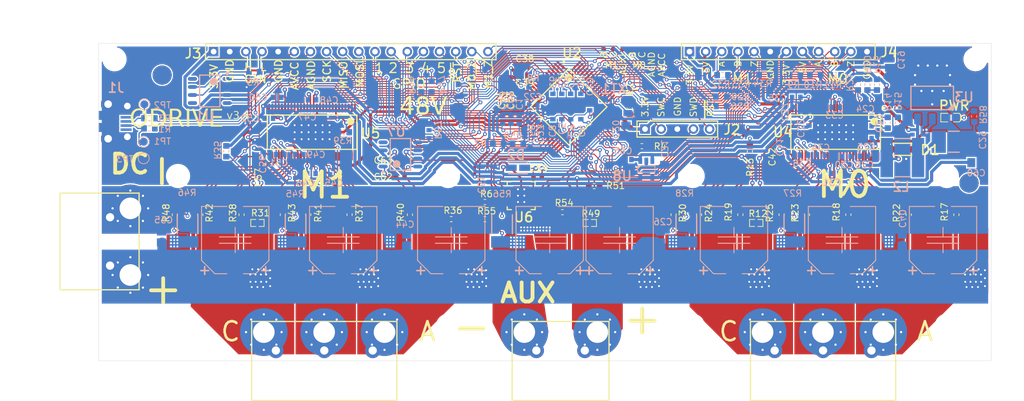
<source format=kicad_pcb>
(kicad_pcb (version 20240108) (generator "pcbnew") (generator_version "8.0")
  (layers (0 "F.Cu" signal "Top Layer") (31 "B.Cu" signal "Bottom Layer") (34 "B.Paste" user "Bottom Paste") (35 "F.Paste" user "Top Paste") (36 "B.SilkS" user "Bottom Overlay") (37 "F.SilkS" user "Top Overlay") (38 "B.Mask" user "Bottom Solder") (39 "F.Mask" user "Top Solder") (44 "Edge.Cuts" user))
  (property "CONFIGURATIONPARAMETERS" "")
  (property "CONFIGURATORNAME" "")
  (property "ISUSERCONFIGURABLE" "")
  (property "VERSIONCONTROL_REVNUMBER" "")
  (net 0 "")
  (net 1 "SN2_3")
  (net 2 "SN2_2")
  (net 3 "SN1_3")
  (net 4 "SN1_2")
  (net 5 "GPIO_5_1")
  (net 6 "NetR57_1")
  (net 7 "NetR47_1")
  (net 8 "NetR44_1")
  (net 9 "NetR29_1")
  (net 10 "NetR26_1")
  (net 11 "NetJ2_4")
  (net 12 "NetJ2_2")
  (net 13 "VCC")
  (net 14 "VBUS_S_1")
  (net 15 "USB_DP_1")
  (net 16 "USB_DM_1")
  (net 17 "SWDIO_1")
  (net 18 "SWCLK_1")
  (net 19 "SPI_SCK_1")
  (net 20 "SPI_MOSI_1")
  (net 21 "SPI_MISO_1")
  (net 22 "SL_C_3")
  (net 23 "SL_C_2")
  (net 24 "SL_B_3")
  (net 25 "SL_B_2")
  (net 26 "GND")
  (net 27 "SH_C_3")
  (net 28 "SH_C_2")
  (net 29 "SH_B_3")
  (net 30 "SH_B_2")
  (net 31 "SH_A_3")
  (net 32 "SH_A_2")
  (net 33 "NRST_1")
  (net 34 "NFAULT_1")
  (net 35 "NetU5_5")
  (net 36 "NetU4_5")
  (net 37 "NetR54_1")
  (net 38 "NetR51_1")
  (net 39 "NetR39_1")
  (net 40 "NetR21_1")
  (net 41 "NetR16_2")
  (net 42 "NetR15_1")
  (net 43 "NetQ27_G")
  (net 44 "NetQ25_G")
  (net 45 "NetQ23_G")
  (net 46 "NetQ21_G")
  (net 47 "NetQ19_G")
  (net 48 "NetQ17_G")
  (net 49 "NetQ15_G")
  (net 50 "NetQ13_G")
  (net 51 "NetQ11_G")
  (net 52 "NetQ9_G")
  (net 53 "NetQ7_G")
  (net 54 "NetQ5_G")
  (net 55 "NetQ3_G")
  (net 56 "NetQ1_G")
  (net 57 "NetJ22_1")
  (net 58 "M1_ENC_Z_1")
  (net 59 "M0_ENC_Z_1")
  (net 60 "NetJ1_3")
  (net 61 "NetJ1_2")
  (net 62 "NetC62_1")
  (net 63 "NetC59_2")
  (net 64 "NetC59_1")
  (net 65 "NetC57_1")
  (net 66 "NetC52_2")
  (net 67 "NetC51_1")
  (net 68 "NetC50_2")
  (net 69 "NetC49_2")
  (net 70 "NetC48_2")
  (net 71 "NetC48_1")
  (net 72 "NetC46_2")
  (net 73 "NetC45_2")
  (net 74 "NetC42_1")
  (net 75 "NetC37_2")
  (net 76 "NetC36_1")
  (net 77 "NetC35_2")
  (net 78 "NetC34_2")
  (net 79 "NetC33_2")
  (net 80 "NetC33_1")
  (net 81 "NetC31_2")
  (net 82 "NetC30_2")
  (net 83 "NetC28_2")
  (net 84 "NetC28_1")
  (net 85 "NetC27_1")
  (net 86 "NetC24_1")
  (net 87 "NetC5_2")
  (net 88 "NetC4_2")
  (net 89 "NetC3_1")
  (net 90 "NetC2_1")
  (net 91 "M1_TEMP_1")
  (net 92 "M1_SO2_1")
  (net 93 "M1_SO1_1")
  (net 94 "M1_NCS_1")
  (net 95 "M1_ENC_B_1")
  (net 96 "M1_ENC_A_1")
  (net 97 "M1_DC_CAL_1")
  (net 98 "M1_CL_1")
  (net 99 "M1_CH_1")
  (net 100 "M1_BL_1")
  (net 101 "M1_BH_1")
  (net 102 "M1_AL_1")
  (net 103 "M1_AH_1")
  (net 104 "M0_TEMP_1")
  (net 105 "M0_SO2_1")
  (net 106 "M0_SO1_1")
  (net 107 "M0_NCS_1")
  (net 108 "M0_ENC_B_1")
  (net 109 "M0_ENC_A_1")
  (net 110 "M0_DC_CAL_1")
  (net 111 "M0_CL_1")
  (net 112 "M0_CH_1")
  (net 113 "M0_BL_1")
  (net 114 "M0_BH_1")
  (net 115 "M0_AL_1")
  (net 116 "M0_AH_1")
  (net 117 "GVDD")
  (net 118 "GPIO_1_1")
  (net 119 "GPIO_2_1")
  (net 120 "GPIO_3_1")
  (net 121 "GPIO_4_1")
  (net 122 "GL_C_3")
  (net 123 "GL_C_2")
  (net 124 "GL_B_3")
  (net 125 "GL_B_2")
  (net 126 "GL_A_3")
  (net 127 "GL_A_2")
  (net 128 "GH_C_3")
  (net 129 "GH_C_2")
  (net 130 "GH_B_3")
  (net 131 "GH_B_2")
  (net 132 "GH_A_3")
  (net 133 "GH_A_2")
  (net 134 "EN_GATE_1")
  (net 135 "DCBUS")
  (net 136 "CAN_R_1")
  (net 137 "CAN_L_1")
  (net 138 "CAN_H_1")
  (net 139 "CAN_D_1")
  (net 140 "BOOT0_1")
  (net 141 "AVCC")
  (net 142 "AUX_TEMP_1")
  (net 143 "AUX_L_1")
  (net 144 "AUX_I_1")
  (net 145 "AUX_H_1")
  (net 146 "AGND")
  (net 147 "5V")
  (net 148 "NetLED1_K")
  (net 149 "SP1_3")
  (net 150 "SP2_3")
  (net 151 "PGND")
  (net 152 "NetC62_2")
  (net 153 "SP1_2")
  (net 154 "SP2_2")
  (footprint "CustomFootprints.PcbLib:SO8FL" (layer "F.Cu") (at 111.75109 117.003615 -90)
    (property "Reference" "Q22" (hide yes))
    (property "Value" "" (hide yes))
  )
  (footprint "CustomFootprints.PcbLib:SO8FL" (layer "F.Cu") (at 190.25109 111.503615 -90)
    (property "Reference" "Q9" (hide yes))
    (property "Value" "" (hide yes))
  )
  (footprint "PBL - SMD Packages.PcbLib:TP-R30" (layer "F.Cu") (at 160.7511 80.903605 90)
    (property "Reference" "TP10" (hide yes))
    (property "Value" "TESTPOINT" (hide yes))
  )
  (footprint "CustomFootprints.PcbLib:SO8FL" (layer "F.Cu") (at 153.95108 117.003655 -90)
    (property "Reference" "Q27" (hide yes))
    (property "Value" "" (hide yes))
  )
  (footprint "CustomFootprints.PcbLib:SO8FL" (layer "F.Cu") (at 173.25109 117.003615 -90)
    (property "Reference" "Q12" (hide yes))
    (property "Value" "" (hide yes))
  )
  (footprint "PBL - SMD Packages.PcbLib:RESC1608X55N" (layer "F.Cu") (at 100.75109 107.003615 -90)
    (property "Reference" "R38")
    (property "Value" "2.2R" (hide yes))
  )
  (footprint "CustomFootprints.PcbLib:CAPC1608X09L" (layer "F.Cu") (at 185.75108 98.503625 90)
    (property "Reference" "C42")
    (property "Value" "2200pF" (hide yes))
  )
  (footprint "CustomFootprints.PcbLib:SO8FL" (layer "F.Cu") (at 128.75108 111.503625 -90)
    (property "Reference" "Q19" (hide yes))
    (property "Value" "" (hide yes))
  )
  (footprint "CustomFootprints.PcbLib:SO8FL" (layer "F.Cu") (at 207.25108 117.003625 -90)
    (property "Reference" "Q8" (hide yes))
    (property "Value" "" (hide yes))
  )
  (footprint "CustomFootprints.PcbLib:SO8FL" (layer "F.Cu") (at 136.25108 111.503625 -90)
    (property "Reference" "Q13" (hide yes))
    (property "Value" "" (hide yes))
  )
  (footprint "CustomFootprints.PcbLib:SO8FL" (layer "F.Cu") (at 197.75109 111.503615 -90)
    (property "Reference" "Q3" (hide yes))
    (property "Value" "" (hide yes))
  )
  (footprint "CustomFootprints.PcbLib:M3 Hole" (layer "F.Cu") (at 171.7511 100.903605)
    (property "Reference" "H2" (hide yes))
    (property "Value" "" (hide yes))
  )
  (footprint "CustomFootprints.PcbLib:M3 Hole" (layer "F.Cu") (at 80.7511 126.003605)
    (property "Reference" "H11" (hide yes))
    (property "Value" "" (hide yes))
  )
  (footprint "CustomFootprints.PcbLib:SO8FL" (layer "F.Cu") (at 190.25109 117.003615 -90)
    (property "Reference" "Q10" (hide yes))
    (property "Value" "" (hide yes))
  )
  (footprint "PBL - SMD Packages.PcbLib:RESC1608X55N" (layer "F.Cu") (at 185.7511 107.003605 90)
    (property "Reference" "R25")
    (property "Value" "120R" (hide yes))
  )
  (footprint "CustomFootprints.PcbLib:M3 Hole" (layer "F.Cu") (at 133.2511 124.503605)
    (property "Reference" "H7" (hide yes))
    (property "Value" "" (hide yes))
  )
  (footprint "PBL - SMD Packages.PcbLib:RESC1608X55N" (layer "F.Cu") (at 189.75108 107.003625 90)
    (property "Reference" "R23")
    (property "Value" "2.2R" (hide yes))
  )
  (footprint "PBL - SMD Packages.PcbLib:RESC1608X55N" (layer "F.Cu") (at 117.75109 107.003615 -90)
    (property "Reference" "R37")
    (property "Value" "2.2R" (hide yes))
  )
  (footprint "CustomFootprints.PcbLib:M3 Hole" (layer "F.Cu") (at 216.2511 82.503605)
    (property "Reference" "H4" (hide yes))
    (property "Value" "" (hide yes))
  )
  (footprint "PBL - SMD Packages.PcbLib:RESC1608X55N" (layer "F.Cu") (at 180.7511 97.003605 90)
    (property "Reference" "R13")
    (property "Value" "3.3k" (hide yes))
  )
  (footprint "CustomFootprints.PcbLib:M3 Spade Hole" (layer "F.Cu") (at 83.2511 116.503605)
    (property "Reference" "J7" (hide yes))
    (property "Value" "" (hide yes))
  )
  (footprint "CustomFootprints.PcbLib:M3 Spade Hole" (layer "F.Cu") (at 123.2511 125.503605)
    (property "Reference" "J16" (hide yes))
    (property "Value" "" (hide yes))
  )
  (footprint "CustomFootprints.PcbLib:TSSOP50P810X120_HS-57N" (layer "F.Cu") (at 194.25108 94.003635 -90)
    (property "Reference" "U4")
    (property "Value" "" (hide yes))
  )
  (footprint "CustomFootprints.PcbLib:SO8FL_FILL" (layer "F.Cu") (at 102.25109 117.003615 -90)
    (property "Reference" "Q18" (hide yes))
    (property "Value" "FILL_FOOTPRINT" (hide yes))
  )
  (footprint "PBL - SMD Packages.PcbLib:RESC1608X55N" (layer "F.Cu") (at 168.7511 107.003605 90)
    (property "Reference" "R30")
    (property "Value" "120R" (hide yes))
  )
  (footprint "PBL - SMD Packages.PcbLib:TP-R30" (layer "F.Cu") (at 157.7511 80.903605 90)
    (property "Reference" "TP8" (hide yes))
    (property "Value" "TESTPOINT" (hide yes))
  )
  (footprint "PBL - SMD Packages.PcbLib:TP-R30" (layer "F.Cu") (at 163.7511 80.903605 90)
    (property "Reference" "TP7" (hide yes))
    (property "Value" "TESTPOINT" (hide yes))
  )
  (footprint "PBL - SMD Packages.PcbLib:RESC1608X55N" (layer "F.Cu") (at 94.25108 107.003625 -90)
    (property "Reference" "R42")
    (property "Value" "2.2R" (hide yes))
  )
  (footprint "PBL - SMD Packages.PcbLib:TP-R30" (layer "F.Cu") (at 165.2511 80.903605 90)
    (property "Reference" "TP5" (hide yes))
    (property "Value" "TESTPOINT" (hide yes))
  )
  (footprint "CustomFootprints.PcbLib:1704936" (layer "F.Cu") (at 184.6511 128.403605)
    (property "Reference" "J14" (hide yes))
    (property "Value" "1704936" (hide yes))
  )
  (footprint "CustomFootprints.PcbLib:SO8FL_FILL" (layer "F.Cu") (at 214.75108 117.003625 -90)
    (property "Reference" "Q2" (hide yes))
    (property "Value" "FILL_FOOTPRINT" (hide yes))
  )
  (footprint "CustomFootprints.PcbLib:CAPC1608X09L" (layer "F.Cu") (at 125.7511 98.403605 180)
    (property "Reference" "C63")
    (property "Value" "0.1uF" (hide yes))
  )
  (footprint "Miscellaneous Connectors.IntLib:HDR1X12" (layer "F.Cu") (at 171.2511 81.303605)
    (property "Reference" "J4")
    (property "Value" "Rightheader" (hide yes))
  )
  (footprint "PBL - SMD Packages.PcbLib:RESC1005X40N" (layer "F.Cu") (at 155.5511 108.303605 180)
    (property "Reference" "R49")
    (property "Value" "10k" (hide yes))
  )
  (footprint "CustomFootprints.PcbLib:DIOM2717X10N" (layer "F.Cu") (at 204.7511 96.703605)
    (property "Reference" "D1")
    (property "Value" "" (hide yes))
  )
  (footprint "CustomFootprints.PcbLib:M3 Spade Hole" (layer "F.Cu") (at 113.7511 125.503605)
    (property "Reference" "J17" (hide yes))
    (property "Value" "" (hide yes))
  )
  (footprint "CustomFootprints.PcbLib:M3 Hole" (layer "F.Cu") (at 90.7511 100.903605)
    (property "Reference" "H12" (hide yes))
    (property "Value" "" (hide yes))
  )
  (footprint "CustomFootprints.PcbLib:1868076" (layer "F.Cu") (at 80.0511 107.403605 -90)
    (property "Reference" "J9" (hide yes))
    (property "Value" "1868076" (hide yes))
  )
  (footprint "PBL - SMD Packages.PcbLib:RESC1005X40N" (layer "F.Cu") (at 181.7511 108.303605)
    (property "Reference" "R12")
    (property "Value" "10k" (hide yes))
  )
  (footprint "PBL - SMD Packages.PcbLib:RESC1608X55N" (layer "F.Cu") (at 205.75108 107.003625 90)
    (property "Reference" "R22")
    (property "Value" "2.2R" (hide yes))
  )
  (footprint "CustomFootprints.PcbLib:CAPC1608X09L" (layer "F.Cu") (at 125.7511 101.003605)
    (property "Reference" "C62")
    (property "Value" "2200pF" (hide yes))
  )
  (footprint "CustomFootprints.PcbLib:FIDUCIAL" (layer "F.Cu") (at 88.2511 85.003605)
    (property "Reference" "FID1" (hide yes))
    (property "Value" "FIDUCIAL" (hide yes))
  )
  (footprint "CustomFootprints.PcbLib:CAPC1608X09L" (layer "F.Cu") (at 145.0511 83.703605 180)
    (property "Reference" "C38")
    (property "Value" "2200pF" (hide yes))
  )
  (footprint "PBL - SMD Packages.PcbLib:RESC1608X55N" (layer "F.Cu") (at 213.25108 107.003625 90)
    (property "Reference" "R17")
    (property "Value" "2.2R" (hide yes))
  )
  (footprint "CustomFootprints.PcbLib:M3 Hole" (layer "F.Cu") (at 216.2511 126.003605)
    (property "Reference" "H1" (hide yes))
    (property "Value" "" (hide yes))
  )
  (footprint "PBL - SMD Packages.PcbLib:RESC1608X55N" (layer "F.Cu") (at 127.25108 107.003625 -90)
    (property "Reference" "R40")
    (property "Value" "2.2R" (hide yes))
  )
  (footprint "PBL - SMD Packages.PcbLib:TP-R30" (layer "F.Cu") (at 166.7511 80.903605 90)
    (property "Reference" "TP4" (hide yes))
    (property "Value" "TESTPOINT" (hide yes))
  )
  (footprint "CustomFootprints.PcbLib:SO8FL" (layer "F.Cu") (at 180.75109 111.503615 -90)
    (property "Reference" "Q5" (hide yes))
    (property "Value" "" (hide yes))
  )
  (footprint "PBL - SMD Packages.PcbLib:RESC1608X55N" (layer "F.Cu") (at 111.25108 107.003625 -90)
    (property "Reference" "R41")
    (property "Value" "2.2R" (hide yes))
  )
  (footprint "CustomFootprints.PcbLib:SO8FL" (layer "F.Cu") (at 102.25109 111.503615 -90)
    (property "Reference" "Q17" (hide yes))
    (property "Value" "" (hide yes))
  )
  (footprint "PBL - SMD Packages.PcbLib:RESC1608X55N" (layer "F.Cu") (at 172.75108 107.003625 90)
    (property "Reference" "R24")
    (property "Value" "2.2R" (hide yes))
  )
  (footprint "Miscellaneous Connectors.IntLib:HDR1X5" (layer "F.Cu") (at 164.2511 93.503605)
    (property "Reference" "J2")
    (property "Value" "" (hide yes))
  )
  (footprint "STMicroelectronics STM32 F4.IntLib:STM-LQFP64_N" (layer "F.Cu") (at 152.2511 90.003605 -45)
    (property "Reference" "U2")
    (property "Value" "" (hide yes))
  )
  (footprint "PBL - SMD Packages.PcbLib:RESC1608X55N" (layer "F.Cu") (at 133.7511 107.703605)
    (property "Reference" "R36")
    (property "Value" "2.2R" (hide yes))
  )
  (footprint "CustomFootprints.PcbLib:SO8FL" (layer "F.Cu") (at 207.25108 111.503625 -90)
    (property "Reference" "Q7" (hide yes))
    (property "Value" "" (hide yes))
  )
  (footprint "PBL - SMD Packages.PcbLib:RESC1608X55N" (layer "F.Cu") (at 163.7511 96.203605 180)
    (property "Reference" "R4")
    (property "Value" "22R" (hide yes))
  )
  (footprint "Miscellaneous Connectors.IntLib:HDR1X18" (layer "F.Cu") (at 96.3511 81.303605)
    (property "Reference" "J3")
    (property "Value" "Leftheader" (hide yes))
  )
  (footprint "CustomFootprints.PcbLib:M3 Spade Hole" (layer "F.Cu") (at 83.2511 106.003605)
    (property "Reference" "J8" (hide yes))
    (property "Value" "" (hide yes))
  )
  (footprint "CustomFootprints.PcbLib:M3 Spade Hole" (layer "F.Cu") (at 192.2511 125.503605)
    (property "Reference" "J12" (hide yes))
    (property "Value" "" (hide yes))
  )
  (footprint "CustomFootprints.PcbLib:SO8FL" (layer "F.Cu") (at 214.75108 111.503625 -90)
    (property "Reference" "Q1" (hide yes))
    (property "Value" "" (hide yes))
  )
  (footprint "CustomFootprints.PcbLib:1868076" (layer "F.Cu") (at 147.1511 128.403605)
    (property "Reference" "J23" (hide yes))
    (property "Value" "1868076" (hide yes))
  )
  (footprint "CustomFootprints.PcbLib:M3 Spade Hole" (layer "F.Cu") (at 182.7511 125.503605)
    (property "Reference" "J13" (hide yes))
    (property "Value" "" (hide yes))
  )
  (footprint "CustomFootprints.PcbLib:M3 Spade Hole" (layer "F.Cu") (at 104.2511 125.503605)
    (property "Reference" "J18" (hide yes))
    (property "Value" "" (hide yes))
  )
  (footprint "CustomFootprints.PcbLib:M3 Hole" (layer "F.Cu") (at 80.7511 82.503605)
    (property "Reference" "H10" (hide yes))
    (property "Value" "" (hide yes))
  )
  (footprint "CustomFootprints.PcbLib:SO8FL_FILL" (layer "F.Cu") (at 197.75109 117.003615 -90)
    (property "Reference" "Q4" (hide yes))
    (property "Value" "FILL_FOOTPRINT" (hide yes))
  )
  (footprint "PBL - SMD Packages.PcbLib:RESC1608X55N" (layer "F.Cu") (at 139.0511 105.003605)
    (property "Reference" "R6")
    (property "Value" "10K" (hide yes))
  )
  (footprint "CustomFootprints.PcbLib:SO8FL_FILL" (layer "F.Cu") (at 119.25109 117.003615 -90)
    (property "Reference" "Q16" (hide yes))
    (property "Value" "FILL_FOOTPRINT" (hide yes))
  )
  (footprint "PBL - SMD Packages.PcbLib:RESC1608X55N" (layer "F.Cu") (at 156.2511 102.503605)
    (property "Reference" "R51")
    (property "Value" "2.2R" (hide yes))
  )
  (footprint "CustomFootprints.PcbLib:SON80P400X80_HS-9N" (layer "F.Cu") (at 144.7511 104.003605)
    (property "Reference" "U6")
    (property "Value" "" (hide yes))
  )
  (footprint "CustomFootprints.PcbLib:M3 Hole" (layer "F.Cu") (at 133.2511 100.903605)
    (property "Reference" "H3" (hide yes))
    (property "Value" "" (hide yes))
  )
  (footprint "CustomFootprints.PcbLib:CAPC1608X09L" (layer "F.Cu") (at 147.3511 101.103605)
    (property "Reference" "C59")
    (property "Value" "0.1uF" (hide yes))
  )
  (footprint "PBL - SMD Packages.PcbLib:RESC1608X55N" (layer "F.Cu") (at 151.2511 106.603605)
    (property "Reference" "R54")
    (property "Value" "2.2R" (hide yes))
  )
  (footprint "CustomFootprints.PcbLib:CAPC1608X09L" (layer "F.Cu") (at 103.35108 98.503625 90)
    (property "Reference" "C57")
    (property "Value" "2200pF" (hide yes))
  )
  (footprint "PBL - SMD Packages.PcbLib:RESC1608X55N" (layer "F.Cu") (at 179.25109 107.003615 90)
    (property "Reference" "R19")
    (property "Value" "2.2R" (hide yes))
  )
  (footprint "CustomFootprints.PcbLib:M3 Spade Hole" (layer "F.Cu") (at 145.25108 125.503625)
    (property "Reference" "J22" (hide yes))
    (property "Value" "" (hide yes))
  )
  (footprint "CustomFootprints.PcbLib:SO8FL_FILL" (layer "F.Cu") (at 136.25108 117.003625 -90)
    (property "Reference" "Q14" (hide yes))
    (property "Value" "FILL_FOOTPRINT" (hide yes))
  )
  (footprint "PBL - SMD Packages.PcbLib:RESC1608X55N" (layer "F.Cu") (at 196.25109 107.003615 90)
    (property "Reference" "R18")
    (property "Value" "2.2R" (hide yes))
  )
  (footprint "CustomFootprints.PcbLib:NetTie_0.25mm" (layer "F.Cu") (at 144.7511 102.103605 -90)
    (property "Reference" "NT7" (hide yes))
    (property "Value" "0.25mm" (hide yes))
  )
  (footprint "CustomFootprints.PcbLib:M3 Spade Hole" (layer "F.Cu") (at 156.75108 125.503625)
    (property "Reference" "J21" (hide yes))
    (property "Value" "" (hide yes))
  )
  (footprint "CustomFootprints.PcbLib:SO8FL" (layer "F.Cu") (at 173.25109 111.503615 -90)
    (property "Reference" "Q11" (hide yes))
    (property "Value" "" (hide yes))
  )
  (footprint "CustomFootprints.PcbLib:FIDUCIAL" (layer "F.Cu") (at 215.2511 102.003605 90)
    (property "Reference" "FID3" (hide yes))
    (property "Value" "FIDUCIAL" (hide yes))
  )
  (footprint "PBL - SMD Packages.PcbLib:LED-0603-GREEN" (layer "F.Cu") (at 212.3511 91.703605)
    (property "Reference" "LED1" (hide yes))
    (property "Value" "Green" (hide yes))
  )
  (footprint "CustomFootprints.PcbLib:M3 Spade Hole" (layer "F.Cu") (at 201.7511 125.503605)
    (property "Reference" "J11" (hide yes))
    (property "Value" "" (hide yes))
  )
  (footprint "CustomFootprints.PcbLib:SO8FL" (layer "F.Cu") (at 94.75109 117.003615 -90)
    (property "Reference" "Q24" (hide yes))
    (property "Value" "" (hide yes))
  )
  (footprint "CustomFootprints.PcbLib:SO8FL" (layer "F.Cu") (at 94.75109 111.503615 -90)
    (property "Reference" "Q23" (hide yes))
    (property "Value" "" (hide yes))
  )
  (footprint "PBL - SMD Packages.PcbLib:RESC1608X55N" (layer "F.Cu") (at 107.2511 107.003605 90)
    (property "Reference" "R43")
    (property "Value" "120R" (hide yes))
  )
  (footprint "PBL - SMD Packages.PcbLib:TP-R30" (layer "F.Cu") (at 159.2511 80.903605 90)
    (property "Reference" "TP9" (hide yes))
    (property "Value" "TESTPOINT" (hide yes))
  )
  (footprint "CustomFootprints.PcbLib:SO8FL" (layer "F.Cu") (at 153.95108 111.503655 -90)
    (property "Reference" "Q28" (hide yes))
    (property "Value" "" (hide yes))
  )
  (footprint "CustomFootprints.PcbLib:1704936" (layer "F.Cu") (at 106.1511 128.403605)
    (property "Reference" "J19" (hide yes))
    (property "Value" "1704936" (hide yes))
  )
  (footprint "CustomFootprints.PcbLib:M3 Hole" (layer "F.Cu") (at 211.7511 124.503605)
    (property "Reference" "H5" (hide yes))
    (property "Value" "" (hide yes))
  )
  (footprint "CustomFootprints.PcbLib:CAPC1608X09L" (layer "F.Cu") (at 141.7511 86.003605 90)
    (property "Reference" "C54")
    (property "Value" "2200pF" (hide yes))
  )
  (footprint "CustomFootprints.PcbLib:SO8FL" (layer "F.Cu") (at 111.75109 111.503615 -90)
    (property "Reference" "Q21" (hide yes))
    (property "Value" "" (hide yes))
  )
  (footprint "PBL - SMD Packages.PcbLib:RESC1608X55N" (layer "F.Cu") (at 161.8511 90.303605 90)
    (property "Reference" "R2")
    (property "Value" "22R" (hide yes))
  )
  (footprint "PBL - SMD Packages.PcbLib:RESC1005X40N" (layer "F.Cu") (at 103.2511 108.303605)
    (property "Reference" "R31")
    (property "Value" "10k" (hide yes))
  )
  (footprint "PBL - SMD Packages.PcbLib:RESC1608X55N" (layer "F.Cu") (at 90.2511 107.003605 90)
    (property "Reference" "R48")
    (property "Value" "120R" (hide yes))
  )
  (footprint "CustomFootprints.PcbLib:M3 Hole" (layer "F.Cu") (at 171.7511 124.503605)
    (property "Reference" "H6" (hide yes))
    (property "Value" "" (hide yes))
  )
  (footprint "PBL - SMD Packages.PcbLib:RESC1608X55N" (layer "F.Cu") (at 139.0511 107.703605)
    (property "Reference" "R55")
    (property "Value" "120R" (hide yes))
  )
  (footprint "CustomFootprints.PcbLib:CAPC1608X09L" (layer "F.Cu") (at 145.0511 85.003605 180)
    (property "Reference" "C39")
    (property "Value" "2200pF" (hide yes))
  )
  (footprint "CustomFootprints.PcbLib:SO8FL_FILL" (layer "F.Cu") (at 163.45109 117.003655 -90)
    (property "Reference" "Q25" (hide yes))
    (property "Value" "FILL_FOOTPRINT" (hide yes))
  )
  (footprint "CustomFootprints.PcbLib:SO8FL" (layer "F.Cu") (at 119.25109 111.503615 -90)
    (property "Reference" "Q15" (hide yes))
    (property "Value" "" (hide yes))
  )
  (footprint "CustomFootprints.PcbLib:CAPC1608X09L" (layer "F.Cu") (at 143.0511 86.003605 90)
    (property "Reference" "C53")
    (property "Value" "2200pF" (hide yes))
  )
  (footprint "CustomFootprints.PcbLib:TSSOP50P810X120_HS-57N" (layer "F.Cu") (at 111.85108 94.003635 -90)
    (property "Reference" "U5")
    (property "Value" "" (hide yes))
  )
  (footprint "CustomFootprints.PcbLib:SO8FL" (layer "F.Cu") (at 128.75108 117.003625 -90)
    (property "Reference" "Q20" (hide yes))
    (property "Value" "" (hide yes))
  )
  (footprint "CustomFootprints.PcbLib:M3 Hole" (layer "F.Cu") (at 211.7511 100.903605)
    (property "Reference" "H9" (hide yes))
    (property "Value" "" (hide yes))
  )
  (footprint "CustomFootprints.PcbLib:SO8FL_FILL" (layer "F.Cu") (at 180.75109 117.003615 -90)
    (property "Reference" "Q6" (hide yes))
    (property "Value" "FILL_FOOTPRINT" (hide yes))
  )
  (footprint "CustomFootprints.PcbLib:M3 Hole" (layer "F.Cu") (at 90.7511 124.503605)
    (property "Reference" "H8" (hide yes))
    (property "Value" "" (hide yes))
  )
  (footprint "CustomFootprints.PcbLib:SO8FL" (layer "F.Cu") (at 163.45109 111.503655 -90)
    (property "Reference" "Q26" (hide yes))
    (property "Value" "" (hide yes))
  )
  (footprint "PBL - SMD Packages.PcbLib:TP-R30" (layer "F.Cu") (at 162.2511 80.903605 90)
    (property "Reference" "TP6" (hide yes))
    (property "Value" "TESTPOINT" (hide yes))
  )
  (footprint "CustomFootprints.PcbLib:NetTie_0.25mm" (layer "B.Cu") (at 109.2511 110.003605 -90)
    (property "Reference" "NT10" (hide yes))
    (property "Value" "0.25mm" (hide yes))
  )
  (footprint "CustomFootprints.PcbLib:CAPC2012X09N" (layer "B.Cu") (at 126.75108 111.003625 -90)
    (property "Reference" "C44")
    (property "Value" "4.7uF" (hide yes))
  )
  (footprint "PBL - SMD Packages.PcbLib:RESC1608X55N" (layer "B.Cu") (at 86.2511 93.403605 180)
    (property "Reference" "R1")
    (property "Value" "22R" (hide yes))
  )
  (footprint "CustomFootprints.PcbLib:CAPC1608X09L" (layer "B.Cu") (at 151.1511 91.303605 -90)
    (property "Reference" "C5")
    (property "Value" "2.2µF" (hide yes))
  )
  (footprint "CustomFootprints.PcbLib:CAPC2012X09N" (layer "B.Cu") (at 161.2511 93.803605 90)
    (property "Reference" "C20")
    (property "Value" "4.7uF" (hide yes))
  )
  (footprint "CustomFootprints.PcbLib:CAPC1608X09L" (layer "B.Cu") (at 145.9511 91.703605 -90)
    (property "Reference" "C58")
    (property "Value" "2.2µF" (hide yes))
  )
  (footprint "CustomFootprints.PcbLib:CAPC1608X09L" (layer "B.Cu") (at 154.1511 88.603605 -90)
    (property "Reference" "C7")
    (property "Value" "0.1uF" (hide yes))
  )
  (footprint "PBL - SMD Packages.PcbLib:RESC1608X55N" (layer "B.Cu") (at 130.6511 86.803605 -90)
    (property "Reference" "R47")
    (property "Value" "22R" (hide yes))
  )
  (footprint "CustomFootprints.PcbLib:SOIC127P600X175-8N" (layer "B.Cu") (at 125.7511 97.503605)
    (property "Reference" "U7")
    (property "Value" "" (hide yes))
  )
  (footprint "PBL - SMD Packages.PcbLib:RESC1608X55N" (layer "B.Cu") (at 116.8511 94.003605 180)
    (property "Reference" "R39")
    (property "Value" "18k" (hide yes))
  )
  (footprint "CustomFootprints.PcbLib:CAPC1608X09L" (layer "B.Cu") (at 149.7511 88.603605 90)
    (property "Reference" "C6")
    (property "Value" "0.1uF" (hide yes))
  )
  (footprint "CustomFootprints.PcbLib:CAPC1608X09L" (layer "B.Cu") (at 111.85109 88.903585 180)
    (property "Reference" "C48")
    (property "Value" "0.022µF" (hide yes))
  )
  (footprint "CustomFootprints.PcbLib:NetTie_0.25mm" (layer "B.Cu") (at 170.7511 107.003605 90)
    (property "Reference" "NT3" (hide yes))
    (property "Value" "0.25mm" (hide yes))
  )
  (footprint "CustomFootprints.PcbLib:CAPC1608X09L" (layer "B.Cu") (at 114.1511 91.603605)
    (property "Reference" "C47")
    (property "Value" "2.2µF" (hide yes))
  )
  (footprint "CustomFootprints.PcbLib:NetTie_0.25mm" (layer "B.Cu") (at 170.7511 110.003605 -90)
    (property "Reference" "NT9" (hide yes))
    (property "Value" "0.25mm" (hide yes))
  )
  (footprint "CustomFootprints.PcbLib:CAPC1608X09L" (layer "B.Cu") (at 147.3511 91.703605 -90)
    (property "Reference" "C23")
    (property "Value" "2.2µF" (hide yes))
  )
  (footprint "CustomFootprints.PcbLib:RESC6432X09N" (layer "B.Cu") (at 92.25109 108.503615 -90)
    (property "Reference" "R46")
    (property "Value" "500uOhm" (hide yes))
  )
  (footprint "PBL - SMD Packages.PcbLib:RESC1608X55N" (layer "B.Cu") (at 144.2511 95.803605 180)
    (property "Reference" "R50")
    (property "Value" "3.3k" (hide yes))
  )
  (footprint "CustomFootprints.PcbLib:DIOM2717X10N" (layer "B.Cu") (at 144.2511 99.603605 180)
    (property "Reference" "D2")
    (property "Value" "" (hide yes))
  )
  (footprint "CustomFootprints.PcbLib:RESC6432X09N" (layer "B.Cu") (at 187.75109 108.503615 -90)
    (property "Reference" "R27")
    (property "Value" "500uOhm" (hide yes))
  )
  (footprint "PBL - SMD Packages.PcbLib:TP-R60" (layer "B.Cu") (at 85.3511 98.103605 90)
    (property "Reference" "TP3")
    (property "Value" "TESTPOINT" (hide yes))
  )
  (footprint "CustomFootprints.PcbLib:CAPC2012X09N" (layer "B.Cu") (at 204.75108 111.003625 -90)
    (property "Reference" "C40")
    (property "Value" "4.7uF" (hide yes))
  )
  (footprint "PBL - SMD Packages.PcbLib:RESC1608X55N" (layer "B.Cu") (at 202.4511 92.503605 -90)
    (property "Reference" "R14")
    (property "Value" "47K" (hide yes))
  )
  (footprint "CustomFootprints.PcbLib:CAPC1608X09L" (layer "B.Cu") (at 105.0511 91.803605)
    (property "Reference" "C52")
    (property "Value" "2.2µF" (hide yes))
  )
  (footprint "CustomFootprints.PcbLib:CAPC1608X09L" (layer "B.Cu") (at 106.35107 88.503645)
    (property "Reference" "C50")
    (property "Value" "2.2µF" (hide yes))
  )
  (footprint "PBL - SMD Packages.PcbLib:RESC1608X55N" (layer "B.Cu") (at 176.2511 88.403605 180)
    (property "Reference" "R29")
    (property "Value" "22R" (hide yes))
  )
  (footprint "CustomFootprints.PcbLib:CAPC2012X09N" (layer "B.Cu") (at 216.4511 98.803605 180)
    (property "Reference" "C60")
    (property "Value" "4.7uF" (hide yes))
  )
  (footprint "CustomFootprints.PcbLib:RESC6432X09N" (layer "B.Cu") (at 141.75108 108.503625 90)
    (property "Reference" "R56")
    (property "Value" "500uOhm" (hide yes))
  )
  (footprint "CustomFootprints.PcbLib:CAPC1608X09L" (layer "B.Cu") (at 199.25107 91.503645 180)
    (property "Reference" "C24")
    (property "Value" "82pF" (hide yes))
  )
  (footprint "CustomFootprints.PcbLib:CAPC2012X09N" (layer "B.Cu") (at 202.7511 83.003605 -90)
    (property "Reference" "C19")
    (property "Value" "4.7uF" (hide yes))
  )
  (footprint "CustomFootprints.PcbLib:CAPC1608X09L" (layer "B.Cu") (at 155.5511 89.903605 90)
    (property "Reference" "C10")
    (property "Value" "0.1uF" (hide yes))
  )
  (footprint "PBL - SMD Packages.PcbLib:RESC1608X55N" (layer "B.Cu") (at 191.0511 84.981215)
    (property "Reference" "R10")
    (property "Value" "3.3k" (hide yes))
  )
  (footprint "PBL - SMD Packages.PcbLib:CAP_ELEC_SIZE_G" (layer "B.Cu") (at 99.75108 111.003625 180)
    (property "Reference" "C16" (hide yes))
    (property "Value" "470uF" (hide yes))
  )
  (footprint "PBL - SMD Packages.PcbLib:RESC1608X55N" (layer "B.Cu") (at 129.0511 86.803605 -90)
    (property "Reference" "R44")
    (property "Value" "22R" (hide yes))
  )
  (footprint "CustomFootprints.PcbLib:CAPCP6032X28N" (layer "B.Cu") (at 212.8511 95.503605)
    (property "Reference" "C29")
    (property "Value" "68uF" (hide yes))
  )
  (footprint "CustomFootprints.PcbLib:CAPC1608X09L" (layer "B.Cu") (at 186.75108 96.503635 90)
    (property "Reference" "C41")
    (property "Value" "0.1uF" (hide yes))
  )
  (footprint "CustomFootprints.PcbLib:CAPC1608X09L" (layer "B.Cu") (at 144.4511 92.003605 -90)
    (property "Reference" "C1")
    (property "Value" "2.2µF" (hide yes))
  )
  (footprint "CustomFootprints.PcbLib:NetTie_2mm" (layer "B.Cu") (at 161.7511 99.503605 -90)
    (property "Reference" "NT1" (hide yes))
    (property "Value" "" (hide yes))
  )
  (footprint "PBL - SMD Packages.PcbLib:RESC1608X55N" (layer "B.Cu") (at 187.8511 85.003605)
    (property "Reference" "R9")
    (property "Value" "3.3k" (hide yes))
  )
  (footprint "CustomFootprints.PcbLib:RESC1608X06L" (layer "B.Cu") (at 130.2511 94.303605 90)
    (property "Reference" "R57")
    (property "Value" "120R" (hide yes))
  )
  (footprint "PBL - SMD Packages.PcbLib:RESC1608X55N" (layer "B.Cu") (at 197.75108 86.503625 90)
    (property "Reference" "R21")
    (property "Value" "18k" (hide yes))
  )
  (footprint "CustomFootprints.PcbLib:CAPC1608X09L" (layer "B.Cu") (at 195.9511 97.803605)
    (property "Reference" "C30")
    (property "Value" "0.1uF" (hide yes))
  )
  (footprint "PBL - SMD Packages.PcbLib:TP-R60" (layer "B.Cu") (at 85.4511 89.603605 90)
    (property "Reference" "TP2")
    (property "Value" "TESTPOINT" (hide yes))
  )
  (footprint "CustomFootprints.PcbLib:CAPC1608X09L" (layer "B.Cu") (at 154.1511 91.303605 -90)
    (property "Reference" "C4")
    (property "Value" "2.2µF" (hide yes))
  )
  (footprint "PBL - SMD Packages.PcbLib:RESC1608X55N" (layer "B.Cu") (at 194.2511 85.003605)
    (property "Reference" "R11")
    (property "Value" "3.3k" (hide yes))
  )
  (footprint "CustomFootprints.PcbLib:CAPC1608X09L" (layer "B.Cu") (at 194.1511 100.503605)
    (property "Reference" "C31")
    (property "Value" "0.1uF" (hide yes))
  )
  (footprint "CustomFootprints.PcbLib:CAPC1608X09L" (layer "B.Cu") (at 115.3511 100.703605)
    (property "Reference" "C45")
    (property "Value" "0.1uF" (hide yes))
  )
  (footprint "CustomFootprints.PcbLib:CAPC1608X09L" (layer "B.Cu") (at 149.7511 91.303605 90)
    (property "Reference" "C8")
    (property "Value" "0.1uF" (hide yes))
  )
  (footprint "CustomFootprints.PcbLib:CAPC1608X09L" (layer "B.Cu") (at 191.9511 97.603605)
    (property "Reference" "C34")
    (property "Value" "0.1uF" (hide yes))
  )
  (footprint "CustomFootprints.PcbLib:CAPC1608X09L" (layer "B.Cu") (at 111.7511 100.503605)
    (property "Reference" "C46")
    (property "Value" "0.1uF" (hide yes))
  )
  (footprint "PBL - SMD Packages.PcbLib:RESC1608X55N" (layer "B.Cu") (at 199.25108 86.503625 90)
    (property "Reference" "R20")
    (property "Value" "3.3k" (hide yes))
  )
  (footprint "PBL - SMD Packages.PcbLib:CAP_ELEC_SIZE_G" (layer "B.Cu") (at 133.75108 111.003625 180)
    (property "Reference" "C18" (hide yes))
    (property "Value" "470uF" (hide yes))
  )
  (footprint "CustomFootprints.PcbLib:FIDUCIAL" (layer "B.Cu") (at 215.2511 102.003605 90)
    (property "Reference" "FID4" (hide yes))
    (property "Value" "FIDUCIAL" (hide yes))
  )
  (footprint "CustomFootprints.PcbLib:CAPC1608X09L" (layer "B.Cu") (at 152.5511 88.603605 -90)
    (property "Reference" "C3")
    (property "Value" "10pF" (hide yes))
  )
  (footprint "CustomFootprints.PcbLib:NetTie_0.25mm" (layer "B.Cu") (at 109.2511 107.003605 90)
    (property "Reference" "NT4" (hide yes))
    (property "Value" "0.25mm" (hide yes))
  )
  (footprint "PBL - SMD Packages.PcbLib:RESC1608X55N" (layer "B.Cu") (at 204.0511 92.503605 -90)
    (property "Reference" "R15")
    (property "Value" "220k" (hide yes))
  )
  (footprint "PBL - SMD Packages.PcbLib:SOT223" (layer "B.Cu") (at 209.4511 88.603605 90)
    (property "Reference" "U3")
    (property "Value" "3.3V" (hide yes))
  )
  (footprint "PBL - SMD Packages.PcbLib:RESC1608X55N" (layer "B.Cu") (at 102.7511 84.503605 180)
    (property "Reference" "R5")
    (property "Value" "120R" (hide yes))
  )
  (footprint "CustomFootprints.PcbLib:USB_0103594-0001LF" (layer "B.Cu") (at 79.7511 92.303605 90)
    (property "Reference" "J1")
    (property "Value" "" (hide yes))
  )
  (footprint "CustomFootprints.PcbLib:CAPC1608X09L" (layer "B.Cu") (at 109.8511 97.503605)
    (property "Reference" "C49")
    (property "Value" "0.1uF" (hide yes))
  )
  (footprint "PBL - SMD Packages.PcbLib:RESC1608X55N" (layer "B.Cu") (at 98.3511 97.003605 90)
    (property "Reference" "R35")
    (property "Value" "3.3k" (hide yes))
  )
  (footprint "CustomFootprints.PcbLib:CAPC1608X09L" (layer "B.Cu") (at 106.8511 97.503605 180)
    (property "Reference" "C51")
    (property "Value" "2200pF" (hide yes))
  )
  (footprint "CustomFootprints.PcbLib:CAPC1608X09L" (layer "B.Cu") (at 199.25107 93.003645 180)
    (property "Reference" "C27")
    (property "Value" "270pF" (hide yes))
  )
  (footprint "PBL - SMD Packages.PcbLib:RESC1608X55N" (layer "B.Cu") (at 176.2511 89.903605 180)
    (property "Reference" "R26")
    (property "Value" "22R" (hide yes))
  )
  (footprint "PBL - SMD Packages.PcbLib:RESC1608X55N" (layer "B.Cu") (at 216.0511 91.503605 -90)
    (property "Reference" "R58")
    (property "Value" "1k" (hide yes))
  )
  (footprint "PBL - SMD Packages.PcbLib:RESC1608X55N" (layer "B.Cu") (at 86.2511 91.803605 180)
    (property "Reference" "R3")
    (property "Value" "22R" (hide yes))
  )
  (footprint "CustomFootprints.PcbLib:CAPC1608X09L" (layer "B.Cu") (at 199.25107 95.003645 180)
    (property "Reference" "C25")
    (property "Value" "0.1uF" (hide yes))
  )
  (footprint "CustomFootprints.PcbLib:CAPC1608X09L" (layer "B.Cu") (at 141.8511 92.003605 -90)
    (property "Reference" "C43")
    (property "Value" "2.2µF" (hide yes))
  )
  (footprint "PBL - SMD Packages.PcbLib:CAP_ELEC_SIZE_G" (layer "B.Cu") (at 149.25108 111.003625 180)
    (property "Reference" "C15" (hide yes))
    (property "Value" "470uF" (hide yes))
  )
  (footprint "PBL - SMD Packages.PcbLib:RESC1608X55N" (layer "B.Cu") (at 179.75107 85.003615 180)
    (property "Reference" "R33")
    (property "Value" "3.3k" (hide yes))
  )
  (footprint "CustomFootprints.PcbLib:CAPC1608X09L" (layer "B.Cu") (at 143.1511 92.003605 90)
    (property "Reference" "C64")
    (property "Value" "2200pF" (hide yes))
  )
  (footprint "PBL - SMD Packages.PcbLib:RESC1608X55N" (layer "B.Cu") (at 146.8511 86.803605 180)
    (property "Reference" "R8")
    (property "Value" "47K" (hide yes))
  )
  (footprint "PBL - SMD Packages.PcbLib:RESC1608X55N" (layer "B.Cu") (at 176.45107 85.003615 180)
    (property "Reference" "R32")
    (property "Value" "3.3k" (hide yes))
  )
  (footprint "CustomFootprints.PcbLib:CAPC1608X09L" (layer "B.Cu") (at 152.5511 91.303605 90)
    (property "Reference" "C9")
    (property "Value" "0.1uF" (hide yes))
  )
  (footprint "CustomFootprints.PcbLib:CAPC1608X09L" (layer "B.Cu") (at 198.7511 97.803605)
    (property "Reference" "C28")
    (property "Value" "0.1uF" (hide yes))
  )
  (footprint "CustomFootprints.PcbLib:CAPC1608X09L" (layer "B.Cu") (at 194.2511 90.103605 180)
    (property "Reference" "C33")
    (property "Value" "0.022µF" (hide yes))
  )
  (footprint "CustomFootprints.PcbLib:RESC6432X09N" (layer "B.Cu") (at 109.25109 108.503615 -90)
    (property "Reference" "R45")
    (property "Value" "500uOhm" (hide yes))
  )
  (footprint "CustomFootprints.PcbLib:CAPC1608X09L" (layer "B.Cu") (at 187.6511 90.703605 -90)
    (property "Reference" "C37")
    (property "Value" "2.2µF" (hide yes))
  )
  (footprint "CustomFootprints.PcbLib:CAPC1608X09L" (layer "B.Cu") (at 189.2511 97.603605 180)
    (property "Reference" "C36")
    (property "Value" "2200pF" (hide yes))
  )
  (footprint "PBL - SMD Packages.PcbLib:CAP_ELEC_SIZE_G" (layer "B.Cu") (at 160.25108 111.003625 180)
    (property "Reference" "C14" (hide yes))
    (property "Value" "470uF" (hide yes))
  )
  (footprint "PBL - SMD Packages.PcbLib:RESC1608X55N" (layer "B.Cu") (at 183.05107 85.003615 180)
    (property "Reference" "R34")
    (property "Value" "3.3k" (hide yes))
  )
  (footprint "CustomFootprints.PcbLib:CAPC1608X09L" (layer "B.Cu") (at 146.6511 89.703605)
    (property "Reference" "C22")
    (property "Value" "0.1uF" (hide yes))
  )
  (footprint "CustomFootprints.PcbLib:CAPC1608X09L" (layer "B.Cu") (at 161.4511 98.303605)
    (property "Reference" "C65")
    (property "Value" "2.2µF" (hide yes))
  )
  (footprint "PBL - SMD Packages.PcbLib:CAP_ELEC_SIZE_G" (layer "B.Cu") (at 178.25108 111.003625 180)
    (property "Reference" "C11" (hide yes))
    (property "Value" "470uF" (hide yes))
  )
  (footprint "CustomFootprints.PcbLib:CAPC1608X09L" (layer "B.Cu") (at 139.7511 102.503605 90)
    (property "Reference" "C61")
    (property "Value" "2.2µF" (hide yes))
  )
  (footprint "CustomFootprints.PcbLib:CAPC2012X09N" (layer "B.Cu") (at 167.3511 100.003605 -90)
    (property "Reference" "C21")
    (property "Value" "4.7uF" (hide yes))
  )
  (footprint "CustomFootprints.PcbLib:NetTie_0.25mm" (layer "B.Cu") (at 92.2511 107.003605 90)
    (property "Reference" "NT5" (hide yes))
    (property "Value" "0.25mm" (hide yes))
  )
  (footprint "PBL - SMD Packages.PcbLib:RESC1608X55N" (layer "B.Cu") (at 200.75108 86.503625 -90)
    (property "Reference" "R16")
    (property "Value" "18k" (hide yes))
  )
  (footprint "PBL - SMD Packages.PcbLib:TP-R60" (layer "B.Cu") (at 85.3511 95.503605 180)
    (property "Reference" "TP1")
    (property "Value" "TESTPOINT" (hide yes))
  )
  (footprint "PBL - SMD Packages.PcbLib:SOT23-5" (layer "B.Cu") (at 164.4511 99.803605 -90)
    (property "Reference" "U8")
    (property "Value" "3.3V" (hide yes))
  )
  (footprint "CustomFootprints.PcbLib:CAPC1608X09L" (layer "B.Cu") (at 104.1511 96.503605 90)
    (property "Reference" "C56")
    (property "Value" "0.1uF" (hide yes))
  )
  (footprint "CustomFootprints.PcbLib:CAPC2012X09N" (layer "B.Cu") (at 166.6511 110.503605 -90)
    (property "Reference" "C26")
    (property "Value" "4.7uF" (hide yes))
  )
  (footprint "CustomFootprints.PcbLib:SOIC127P600X175-8N" (layer "B.Cu") (at 95.7511 87.503605 180)
    (property "Reference" "U1")
    (property "Value" "SN65HVD232D" (hide yes))
  )
  (footprint "PBL - SMD Packages.PcbLib:CAP_ELEC_SIZE_G" (layer "B.Cu") (at 211.1511 111.003605 180)
    (property "Reference" "C13" (hide yes))
    (property "Value" "470uF" (hide yes))
  )
  (footprint "CustomFootprints.PcbLib:NetTie_0.25mm" (layer "B.Cu") (at 187.7511 110.003605 -90)
    (property "Reference" "NT8" (hide yes))
    (property "Value" "0.25mm" (hide yes))
  )
  (footprint "CustomFootprints.PcbLib:RESC6432X09N" (layer "B.Cu") (at 170.75109 108.503615 -90)
    (property "Reference" "R28")
    (property "Value" "500uOhm" (hide yes))
  )
  (footprint "CustomFootprints.PcbLib:CAPC1608X09L" (layer "B.Cu") (at 188.05107 88.503635)
    (property "Reference" "C35")
    (property "Value" "2.2µF" (hide yes))
  )
  (footprint "CustomFootprints.PcbLib:DFN220P320X110-4N" (layer "B.Cu") (at 159.6511 89.903605 180)
    (property "Reference" "XT1")
    (property "Value" "8 MHz" (hide yes))
  )
  (footprint "CustomFootprints.PcbLib:NetTie_0.25mm" (layer "B.Cu") (at 141.7511 107.003605 90)
    (property "Reference" "NT6" (hide yes))
    (property "Value" "0.25mm" (hide yes))
  )
  (footprint "PBL - SMD Packages.PcbLib:RESC1608X55N" (layer "B.Cu") (at 141.1511 95.803605 180)
    (property "Reference" "R7")
    (property "Value" "1k" (hide yes))
  )
  (footprint "CustomFootprints.PcbLib:CAPC1608X09L" (layer "B.Cu") (at 190.0511 93.603605 90)
    (property "Reference" "C32")
    (property "Value" "2.2µF" (hide yes))
  )
  (footprint "CustomFootprints.PcbLib:INDC6060X28N" (layer "B.Cu") (at 204.7511 98.003605)
    (property "Reference" "L2")
    (property "Value" "22uH" (hide yes))
  )
  (footprint "PBL - SMD Packages.PcbLib:CAP_ELEC_SIZE_G" (layer "B.Cu") (at 116.75109 111.003615 180)
    (property "Reference" "C17" (hide yes))
    (property "Value" "470uF" (hide yes))
  )
  (footprint "PBL - SMD Packages.PcbLib:CAP_ELEC_SIZE_G" (layer "B.Cu") (at 195.25109 111.003615 180)
    (property "Reference" "C12" (hide yes))
    (property "Value" "470uF" (hide yes))
  )
  (footprint "CustomFootprints.PcbLib:NetTie_0.25mm" (layer "B.Cu") (at 187.7511 107.003605 90)
    (property "Reference" "NT2" (hide yes))
    (property "Value" "0.25mm" (hide yes))
  )
  (footprint "CustomFootprints.PcbLib:FIDUCIAL" (layer "B.Cu") (at 88.2511 85.003605 90)
    (property "Reference" "FID2" (hide yes))
    (property "Value" "FIDUCIAL" (hide yes))
  )
  (footprint "CustomFootprints.PcbLib:NetTie_0.25mm" (layer "B.Cu") (at 92.2511 110.003605 -90)
    (property "Reference" "NT11" (hide yes))
    (property "Value" "0.25mm" (hide yes))
  )
  (footprint "CustomFootprints.PcbLib:CAPC2012X09N" (layer "B.Cu") (at 88.1511 110.503605 -90)
    (property "Reference" "C55")
    (property "Value" "4.7uF" (hide yes))
  )
  (footprint "CustomFootprints.PcbLib:CAPC1608X09L" (layer "B.Cu") (at 151.1511 88.603605 -90)
    (property "Reference" "C2")
    (property "Value" "10pF" (hide yes))
  )
  (gr_line (start 195.4511 103.803605) (end 197.3511 100.503605) (stroke (width 0.5)) (layer "F.SilkS"))
  (gr_line (start 173.6511 91.803605) (end 173.6511 89.003605) (stroke (width 0.254)) (layer "F.SilkS"))
  (gr_line (start 163.2511 83.803605) (end 163.7511 83.003605) (stroke (width 0.1524)) (layer "F.SilkS"))
  (gr_line (start 194.5511 86.103605) (end 195.20757 84.978215) (stroke (width 0.254)) (layer "F.SilkS"))
  (gr_line (start 133.6511 86.303605) (end 133.6511 83.103605) (stroke (width 0.2032)) (layer "F.SilkS"))
  (gr_line (start 218.7511 130.003595) (end 78.2511 130.003595) (stroke (width 0.05)) (layer "Edge.Cuts"))
  (gr_line (start 78.2511 80.003605) (end 218.7511 80.003605) (stroke (width 0.05)) (layer "Edge.Cuts"))
  (gr_line (start 78.2511 130.003595) (end 78.2511 80.003605) (stroke (width 0.05)) (layer "Edge.Cuts"))
  (gr_line (start 218.7511 80.003605) (end 218.7511 130.003595) (stroke (width 0.05)) (layer "Edge.Cuts"))
  (gr_text "M0" (at 191.0511 104.593605 360) (layer "F.SilkS") (effects (font (size 4 4) (thickness 0.6)) (justify left bottom)))
  (gr_text "AVCC" (at 109.7981 87.503605 90) (layer "F.SilkS") (effects (font (size 1.2 1.2) (thickness 0.2032)) (justify left bottom)))
  (gr_text "M0" (at 192.8511 86.490295 360) (layer "F.SilkS") (effects (font (size 1.524 1.524) (thickness 0.2032)) (justify left bottom)))
  (gr_text "GND" (at 184.57556 85.803605 90) (layer "F.SilkS") (effects (font (size 1.016 1.016) (thickness 0.1524)) (justify left bottom)))
  (gr_text "A" (at 128.4511 127.171105 360) (layer "F.SilkS") (effects (font (size 3 3) (thickness 0.4)) (justify left bottom)))
  (gr_text "C" (at 159.87556 82.403605 90) (layer "F.SilkS") (effects (font (size 1.016 1.016) (thickness 0.1524)) (justify left bottom)))
  (gr_text "3.3V" (at 171.87556 86.703605 90) (layer "F.SilkS") (effects (font (size 1.016 1.016) (thickness 0.1524)) (justify left bottom)))
  (gr_text "H" (at 101.0511 84.450605 360) (layer "F.SilkS") (effects (font (size 1.2 1.2) (thickness 0.2032)) (justify left bottom)))
  (gr_text "5" (at 131.3511 84.790295 360) (layer "F.SilkS") (effects (font (size 1.524 1.524) (thickness 0.2032)) (justify left bottom)))
  (gr_text "4" (at 128.8511 84.790295 360) (layer "F.SilkS") (effects (font (size 1.524 1.524) (thickness 0.2032)) (justify left bottom)))
  (gr_text "A" (at 206.7511 127.171105 360) (layer "F.SilkS") (effects (font (size 3 3) (thickness 0.4)) (justify left bottom)))
  (gr_text "MOSI" (at 120.0981 87.103605 90) (layer "F.SilkS") (effects (font (size 1.2 1.2) (thickness 0.2032)) (justify left bottom)))
  (gr_text "DC" (at 79.7511 100.771105 360) (layer "F.SilkS") (effects (font (size 3 3) (thickness 0.6)) (justify left bottom)))
  (gr_text "5V" (at 189.67556 84.803605 90) (layer "F.SilkS") (effects (font (size 1.016 1.016) (thickness 0.1524)) (justify left bottom)))
  (gr_text "Z" (at 182.07556 83.803605 90) (layer "F.SilkS") (effects (font (size 1.016 1.016) (thickness 0.1524)) (justify left bottom)))
  (gr_text "L" (at 103.5511 84.450605 360) (layer "F.SilkS") (effects (font (size 1.2 1.2) (thickness 0.2032)) (justify left bottom)))
  (gr_text "AGND" (at 165.87556 85.403605 90) (layer "F.SilkS") (effects (font (size 1.016 1.016) (thickness 0.1524)) (justify left bottom)))
  (gr_text "PWR" (at 210.3511 90.690295 0) (layer "F.SilkS") (effects (font (size 1.524 1.524) (thickness 0.254)) (justify left bottom)))
  (gr_text "C" (at 97.2511 127.171105 360) (layer "F.SilkS") (effects (font (size 3 3) (thickness 0.4)) (justify left bottom)))
  (gr_text "Z" (at 197.27556 83.803605 90) (layer "F.SilkS") (effects (font (size 1.016 1.016) (thickness 0.1524)) (justify left bottom)))
  (gr_text "3.3V" (at 187.07556 86.703605 90) (layer "F.SilkS") (effects (font (size 1.016 1.016) (thickness 0.1524)) (justify left bottom)))
  (gr_text "RST" (at 135.3981 86.303605 90) (layer "F.SilkS") (effects (font (size 1.2 1.2) (thickness 0.2032)) (justify left bottom)))
  (gr_text "-" (at 140.3511 122.391105 180) (layer "F.SilkS") (effects (font (size 5 5) (thickness 0.6)) (justify left bottom)))
  (gr_text "M1" (at 177.8511 86.490295 360) (layer "F.SilkS") (effects (font (size 1.524 1.524) (thickness 0.2032)) (justify left bottom)))
  (gr_text "C" (at 175.6511 127.171105 360) (layer "F.SilkS") (effects (font (size 3 3) (thickness 0.4)) (justify left bottom)))
  (gr_text "B" (at 179.47556 83.803605 90) (layer "F.SilkS") (effects (font (size 1.016 1.016) (thickness 0.1524)) (justify left bottom)))
  (gr_text "RST" (at 175.17556 91.703605 90) (layer "F.SilkS") (effects (font (size 1.016 1.016) (thickness 0.1524)) (justify left bottom)))
  (gr_text "AUXI" (at 161.37556 85.103605 90) (layer "F.SilkS") (effects (font (size 1.016 1.016) (thickness 0.1524)) (justify left bottom)))
  (gr_text "SCK" (at 114.8981 86.303605 90) (layer "F.SilkS") (effects (font (size 1.2 1.2) (thickness 0.2032)) (justify left bottom)))
  (gr_text "GPIO" (at 124.2511 87.290295 360) (layer "F.SilkS") (effects (font (size 1.524 1.524) (thickness 0.2032)) (justify left bottom)))
  (gr_text "GND" (at 99.5981 86.303605 90) (layer "F.SilkS") (effects (font (size 1.2 1.2) (thickness 0.2032)) (justify left bottom)))
  (gr_text "CAN" (at 101.0511 86.350605 360) (layer "F.SilkS") (effects (font (size 1.2 1.2) (thickness 0.2032)) (justify left bottom)))
  (gr_text "3.3V" (at 97.0981 87.303605 90) (layer "F.SilkS") (effects (font (size 1.2 1.2) (thickness 0.2032)) (justify left bottom)))
  (gr_text "C" (at 164.37556 82.403605 90) (layer "F.SilkS") (effects (font (size 1.016 1.016) (thickness 0.1524)) (justify left bottom)))
  (gr_text "3.3V" (at 164.87556 91.703605 90) (layer "F.SilkS") (effects (font (size 1.016 1.016) (thickness 0.1524)) (justify left bottom)))
  (gr_text "SWD" (at 172.47556 91.703605 90) (layer "F.SilkS") (effects (font (size 1.016 1.016) (thickness 0.1524)) (justify left bottom)))
  (gr_text "+" (at 166.3636 127.203605 90) (layer "F.SilkS") (effects (font (size 5 5) (thickness 0.6)) (justify left bottom)))
  (gr_text "5V" (at 174.47556 84.803605 90) (layer "F.SilkS") (effects (font (size 1.016 1.016) (thickness 0.1524)) (justify left bottom)))
  (gr_text "GND" (at 169.97556 91.603605 90) (layer "F.SilkS") (effects (font (size 1.016 1.016) (thickness 0.1524)) (justify left bottom)))
  (gr_text "GND" (at 107.29027 86.319005 90) (layer "F.SilkS") (effects (font (size 1.2 1.2) (thickness 0.2032)) (justify left bottom)))
  (gr_text "M1" (at 109.3511 104.693605 360) (layer "F.SilkS") (effects (font (size 4 4) (thickness 0.6)) (justify left bottom)))
  (gr_text "AVCC" (at 167.47556 85.403605 90) (layer "F.SilkS") (effects (font (size 1.016 1.016) (thickness 0.1524)) (justify left bottom)))
  (gr_text "B" (at 162.87556 82.403605 90) (layer "F.SilkS") (effects (font (size 1.016 1.016) (thickness 0.1524)) (justify left bottom)))
  (gr_text "MISO" (at 117.4981 87.303605 90) (layer "F.SilkS") (effects (font (size 1.2 1.2) (thickness 0.2032)) (justify left bottom)))
  (gr_text "A" (at 176.87556 83.803605 90) (layer "F.SilkS") (effects (font (size 1.016 1.016) (thickness 0.1524)) (justify left bottom)))
  (gr_text "M0_Z" (at 137.6981 87.503605 90) (layer "F.SilkS") (effects (font (size 1.2 1.2) (thickness 0.2032)) (justify left bottom)))
  (gr_text "2" (at 123.7511 84.790295 360) (layer "F.SilkS") (effects (font (size 1.524 1.524) (thickness 0.2032)) (justify left bottom)))
  (gr_text "B" (at 158.37556 82.403605 90) (layer "F.SilkS") (effects (font (size 1.016 1.016) (thickness 0.1524)) (justify left bottom)))
  (gr_text "GND" (at 199.77556 85.803605 90) (layer "F.SilkS") (effects (font (size 1.016 1.016) (thickness 0.1524)) (justify left bottom)))
  (gr_text "M1_Z" (at 140.2981 87.303605 90) (layer "F.SilkS") (effects (font (size 1.2 1.2) (thickness 0.2032)) (justify left bottom)))
  (gr_text "-" (at 90.7636 103.603605 90) (layer "F.SilkS") (effects (font (size 5 5) (thickness 0.6)) (justify left bottom)))
  (gr_text "B" (at 194.67556 83.803605 90) (layer "F.SilkS") (effects (font (size 1.016 1.016) (thickness 0.1524)) (justify left bottom)))
  (gr_text "AUX" (at 141.1511 121.071105 360) (layer "F.SilkS") (effects (font (size 3 3) (thickness 0.6)) (justify left bottom)))
  (gr_text "+" (at 90.9636 122.403605 90) (layer "F.SilkS") (effects (font (size 5 5) (thickness 0.6)) (justify left bottom)))
  (gr_text "M1" (at 157.8511 84.028065 360) (layer "F.SilkS") (effects (font (size 1.016 1.016) (thickness 0.1524)) (justify left bottom)))
  (gr_text "SWC" (at 167.37556 91.703605 90) (layer "F.SilkS") (effects (font (size 1.016 1.016) (thickness 0.1524)) (justify left bottom)))
  (gr_text "A" (at 192.07556 83.803605 90) (layer "F.SilkS") (effects (font (size 1.016 1.016) (thickness 0.1524)) (justify left bottom)))
  (gr_text "M0" (at 162.1511 84.028065 360) (layer "F.SilkS") (effects (font (size 1.016 1.016) (thickness 0.1524)) (justify left bottom)))
  (gr_text "AGND" (at 112.3981 87.503605 90) (layer "F.SilkS") (effects (font (size 1.2 1.2) (thickness 0.2032)) (justify left bottom)))
  (gr_text "3" (at 126.3511 84.790295 360) (layer "F.SilkS") (effects (font (size 1.524 1.524) (thickness 0.2032)) (justify left bottom)))
  (gr_text "1" (at 121.5511 84.790295 360) (layer "F.SilkS") (effects (font (size 1.524 1.524) (thickness 0.2032)) (justify left bottom)))
  (gr_text_box "v3.4" (start 97.4815 89.812225) (end 108.48457 97.116405) (layer "F.SilkS") (effects (font (size 1.2 1.2) (thickness 0.2)) (justify left top)) (border no) (stroke (width 0.1)))
  (gr_text_box "48V" (start 123.5291 86.404025) (end 137.03697 96.324605) (layer "F.SilkS") (effects (font (size 2.75 2.75) (thickness 0.2)) (justify left top)) (border no) (stroke (width 0.1)))
  (gr_text_box "ODRIVE" (start 81.0291 88.315465) (end 106.37863 96.324605) (layer "F.SilkS") (effects (font (size 2.75 2.75) (thickness 0.4)) (justify left top)) (border no) (stroke (width 0.1)))
  (segment (start 90.1511 109.503605) (end 90.1511 107.953615) (width 0.1524) (layer "F.Cu") (net 1))
  (segment (start 90.1511 107.953615) (end 90.25111 107.853605) (width 0.1524) (layer "F.Cu") (net 1))
  (via (at 90.1511 109.503605) (size 0.6) (drill 0.3) (layers "F.Cu" "B.Cu") (net 1))
  (segment (start 90.1511 109.503605) (end 90.5511 109.503605) (width 0.152) (layer "B.Cu") (net 1))
  (segment (start 91.0511 110.003605) (end 92.2511 110.003605) (width 0.152) (layer "B.Cu") (net 1))
  (segment (start 90.5511 109.503605) (end 91.0511 110.003605) (width 0.152) (layer "B.Cu") (net 1))
  (segment (start 168.6511 107.953615) (end 168.75111 107.853605) (width 0.1524) (layer "F.Cu") (net 2))
  (segment (start 168.6511 109.503605) (end 168.6511 107.953615) (width 0.1524) (layer "F.Cu") (net 2))
  (via (at 168.6511 109.503605) (size 0.6) (drill 0.3) (layers "F.Cu" "B.Cu") (net 2))
  (segment (start 169.0511 109.503605) (end 169.5511 110.003605) (width 0.152) (layer "B.Cu") (net 2))
  (segment (start 169.5511 110.003605) (end 170.7511 110.003605) (width 0.152) (layer "B.Cu") (net 2))
  (segment (start 168.6511 109.503605) (end 169.0511 109.503605) (width 0.152) (layer "B.Cu") (net 2))
  (segment (start 107.1511 109.503605) (end 107.1511 107.953615) (width 0.1524) (layer "F.Cu") (net 3))
  (segment (start 107.1511 107.953615) (end 107.25111 107.853605) (width 0.1524) (layer "F.Cu") (net 3))
  (via (at 107.1511 109.503605) (size 0.6) (drill 0.3) (layers "F.Cu" "B.Cu") (net 3))
  (segment (start 107.5511 109.503605) (end 108.0511 110.003605) (width 0.152) (layer "B.Cu") (net 3))
  (segment (start 107.1511 109.503605) (end 107.5511 109.503605) (width 0.152) (layer "B.Cu") (net 3))
  (segment (start 108.0511 110.003605) (end 109.2511 110.003605) (width 0.152) (layer "B.Cu") (net 3))
  (segment (start 185.6511 109.503605) (end 185.6511 107.953615) (width 0.1524) (layer "F.Cu") (net 4))
  (segment (start 185.6511 107.953615) (end 185.75111 107.853605) (width 0.1524) (layer "F.Cu") (net 4))
  (via (at 185.6511 109.503605) (size 0.6) (drill 0.3) (layers "F.Cu" "B.Cu") (net 4))
  (segment (start 186.5511 110.003605) (end 187.7511 110.003605) (width 0.152) (layer "B.Cu") (net 4))
  (segment (start 185.6511 109.503605) (end 186.0511 109.503605) (width 0.152) (layer "B.Cu") (net 4))
  (segment (start 186.0511 109.503605) (end 186.5511 110.003605) (width 0.152) (layer "B.Cu") (net 4))
  (segment (start 149.46392 95.165485) (end 149.56408 95.165485) (width 0.1524) (layer "F.Cu") (net 5))
  (segment (start 138.35098 89.303685) (end 138.35098 89.203485) (width 0.1524) (layer "F.Cu") (net 5))
  (segment (start 142.26001 96.693605) (end 148.13612 96.693605) (width 0.1524) (layer "F.Cu") (net 5))
  (segment (start 149.46392 95.365805) (end 149.46392 95.165485) (width 0.1524) (layer "F.Cu") (net 5))
  (segment (start 131.9111 81.303605) (end 133.1111 82.503605) (width 0.1524) (layer "F.Cu") (net 5))
  (segment (start 141.79088 96.224475) (end 142.26001 96.693605) (width 0.1524) (layer "F.Cu") (net 5))
  (segment (start 135.4511 82.503605) (end 135.8511 82.903605) (width 0.1524) (layer "F.Cu") (net 5))
  (segment (start 138.68321 96.803605) (end 139.26234 96.224475) (width 0.1524) (layer "F.Cu") (net 5))
  (segment (start 137.9511 88.803605) (end 138.35098 89.203485) (width 0.1524) (layer "F.Cu") (net 5))
  (segment (start 139.26234 96.224475) (end 141.79088 96.224475) (width 0.1524) (layer "F.Cu") (net 5))
  (segment (start 137.9511 88.803605) (end 137.9511 86.703605) (width 0.1524) (layer "F.Cu") (net 5))
  (segment (start 138.6511 96.803605) (end 138.68321 96.803605) (width 0.1524) (layer "F.Cu") (net 5))
  (segment (start 133.1111 82.503605) (end 135.4511 82.503605) (width 0.1524) (layer "F.Cu") (net 5))
  (segment (start 148.13612 96.693605) (end 149.46392 95.365805) (width 0.1524) (layer "F.Cu") (net 5))
  (via (at 137.9511 86.703605) (size 0.6) (drill 0.3) (layers "F.Cu" "B.Cu") (net 5))
  (via (at 138.6511 96.803605) (size 0.6) (drill 0.3) (layers "F.Cu" "B.Cu") (net 5))
  (via (at 138.35098 89.303685) (size 0.6) (drill 0.3) (layers "F.Cu" "B.Cu") (net 5))
  (via (at 135.8511 82.903605) (size 0.6) (drill 0.3) (layers "F.Cu" "B.Cu") (net 5))
  (segment (start 136.67178 94.305185) (end 136.67178 90.982885) (width 0.1524) (layer "B.Cu") (net 5))
  (segment (start 138.6511 96.803605) (end 138.6511 96.284495) (width 0.1524) (layer "B.Cu") (net 5))
  (segment (start 136.3302 82.424505) (end 137.19089 82.424505) (width 0.1524) (layer "B.Cu") (net 5))
  (segment (start 136.67178 94.305185) (end 138.6511 96.284495) (width 0.1524) (layer "B.Cu") (net 5))
  (segment (start 137.53018 86.282685) (end 137.53018 82.763785) (width 0.1524) (layer "B.Cu") (net 5))
  (segment (start 137.53018 86.282685) (end 137.9511 86.703605) (width 0.1524) (layer "B.Cu") (net 5))
  (segment (start 135.8511 82.903605) (end 136.3302 82.424505) (width 0.1524) (layer "B.Cu") (net 5))
  (segment (start 137.19089 82.424505) (end 137.53018 82.763785) (width 0.1524) (layer "B.Cu") (net 5))
  (segment (start 136.67178 90.982885) (end 138.35098 89.303685) (width 0.1524) (layer "B.Cu") (net 5))
  (segment (start 130.2511 95.328605) (end 130.2511 94.928605) (width 0.203) (layer "B.Cu") (net 6))
  (segment (start 128.47608 95.598615) (end 129.98109 95.598615) (width 0.203) (layer "B.Cu") (net 6))
  (segment (start 129.98109 95.598615) (end 130.2511 95.328605) (width 0.203) (layer "B.Cu") (net 6))
  (segment (start 106.10108 90.203635) (end 106.10108 87.361195) (width 0.1524) (layer "F.Cu") (net 7))
  (segment (start 110.30745 83.969005) (end 116.8431 83.969005) (width 0.1524) (layer "F.Cu") (net 7))
  (segment (start 116.8431 83.969005) (end 117.0877 83.724405) (width 0.1524) (layer "F.Cu") (net 7))
  (segment (start 106.10108 87.361195) (end 107.14327 86.319005) (width 0.1524) (layer "F.Cu") (net 7))
  (segment (start 129.87021 84.303605) (end 130.6511 84.303605) (width 0.1524) (layer "F.Cu") (net 7))
  (segment (start 129.29101 83.724405) (end 129.87021 84.303605) (width 0.1524) (layer "F.Cu") (net 7))
  (segment (start 107.14327 86.319005) (end 107.95745 86.319005) (width 0.1524) (layer "F.Cu") (net 7))
  (segment (start 117.0877 83.724405) (end 129.29101 83.724405) (width 0.1524) (layer "F.Cu") (net 7))
  (segment (start 107.95745 86.319005) (end 110.30745 83.969005) (width 0.1524) (layer "F.Cu") (net 7))
  (via (at 130.6511 84.303605) (size 0.6) (drill 0.3) (layers "F.Cu" "B.Cu") (net 7))
  (segment (start 130.6511 85.953605) (end 130.6511 84.303605) (width 0.1524) (layer "B.Cu") (net 7))
  (segment (start 122.54764 84.081215) (end 122.77003 84.303605) (width 0.1524) (layer "F.Cu") (net 8))
  (segment (start 122.77003 84.303605) (end 129.0511 84.303605) (width 0.1524) (layer "F.Cu") (net 8))
  (segment (start 116.99031 84.324405) (end 117.2335 84.081215) (width 0.1524) (layer "F.Cu") (net 8))
  (segment (start 108.10466 86.674405) (end 110.45466 84.324405) (width 0.1524) (layer "F.Cu") (net 8))
  (segment (start 106.60108 90.203635) (end 106.60108 87.363805) (width 0.1524) (layer "F.Cu") (net 8))
  (segment (start 106.60108 87.363805) (end 107.29048 86.674405) (width 0.1524) (layer "F.Cu") (net 8))
  (segment (start 110.45466 84.324405) (end 116.99031 84.324405) (width 0.1524) (layer "F.Cu") (net 8))
  (segment (start 117.2335 84.081215) (end 122.54764 84.081215) (width 0.1524) (layer "F.Cu") (net 8))
  (segment (start 107.29048 86.674405) (end 108.10466 86.674405) (width 0.1524) (layer "F.Cu") (net 8))
  (via (at 129.0511 84.303605) (size 0.6) (drill 0.3) (layers "F.Cu" "B.Cu") (net 8))
  (segment (start 129.0511 85.953605) (end 129.0511 84.303605) (width 0.1524) (layer "B.Cu") (net 8))
  (segment (start 182.13114 90.445435) (end 182.47382 90.445435) (width 0.1524) (layer "F.Cu") (net 9))
  (segment (start 188.39177 89.224425) (end 188.50108 89.333735) (width 0.1524) (layer "F.Cu") (net 9))
  (segment (start 187.09896 89.224425) (end 188.39177 89.224425) (width 0.1524) (layer "F.Cu") (net 9))
  (segment (start 182.47382 90.445435) (end 182.91119 90.882805) (width 0.1524) (layer "F.Cu") (net 9))
  (segment (start 182.91119 90.882805) (end 185.44058 90.882805) (width 0.1524) (layer "F.Cu") (net 9))
  (segment (start 188.50108 90.203635) (end 188.50108 89.333735) (width 0.1524) (layer "F.Cu") (net 9))
  (segment (start 185.44058 90.882805) (end 187.09896 89.224425) (width 0.1524) (layer "F.Cu") (net 9))
  (via (at 182.13114 90.445435) (size 0.6) (drill 0.3) (layers "F.Cu" "B.Cu") (net 9))
  (segment (start 179.77282 88.403605) (end 181.81465 90.445435) (width 0.1524) (layer "B.Cu") (net 9))
  (segment (start 181.81465 90.445435) (end 182.13114 90.445435) (width 0.1524) (layer "B.Cu") (net 9))
  (segment (start 177.1011 88.403605) (end 179.77282 88.403605) (width 0.1524) (layer "B.Cu") (net 9))
  (segment (start 183.1511 90.303605) (end 185.51717 90.303605) (width 0.1524) (layer "F.Cu") (net 10))
  (segment (start 186.95175 88.869035) (end 188.53898 88.869035) (width 0.1524) (layer "F.Cu") (net 10))
  (segment (start 189.00108 90.203635) (end 189.00108 89.331125) (width 0.1524) (layer "F.Cu") (net 10))
  (segment (start 188.53898 88.869035) (end 189.00108 89.331125) (width 0.1524) (layer "F.Cu") (net 10))
  (segment (start 185.51717 90.303605) (end 186.95175 88.869035) (width 0.1524) (layer "F.Cu") (net 10))
  (via (at 183.1511 90.303605) (size 0.6) (drill 0.3) (layers "F.Cu" "B.Cu") (net 10))
  (segment (start 177.1011 89.903605) (end 180.77021 89.903605) (width 0.1524) (layer "B.Cu") (net 10))
  (segment (start 180.77021 89.903605) (end 181.89123 91.024635) (width 0.1524) (layer "B.Cu") (net 10))
  (segment (start 181.89123 91.024635) (end 182.43007 91.024635) (width 0.1524) (layer "B.Cu") (net 10))
  (segment (start 182.43007 91.024635) (end 183.1511 90.303605) (width 0.1524) (layer "B.Cu") (net 10))
  (segment (start 164.6011 96.203605) (end 168.45591 96.203605) (width 0.2032) (layer "F.Cu") (net 11))
  (segment (start 170.82043 94.554315) (end 171.87111 93.503635) (width 0.2032) (layer "F.Cu") (net 11))
  (segment (start 170.1052 94.554315) (end 170.82043 94.554315) (width 0.2032) (layer "F.Cu") (net 11))
  (segment (start 168.45591 96.203605) (end 170.1052 94.554315) (width 0.2032) (layer "F.Cu") (net 11))
  (segment (start 164.44109 91.153605) (end 166.79111 93.503635) (width 0.1524) (layer "F.Cu") (net 12))
  (segment (start 161.8511 91.153605) (end 164.44109 91.153605) (width 0.1524) (layer "F.Cu") (net 12))
  (segment (start 121.10401 90.750685) (end 126.36308 90.750685) (width 0.4) (layer "F.Cu") (net 13))
  (segment (start 209.4511 91.703605) (end 209.4511 89.603605) (width 0.4) (layer "F.Cu") (net 13))
  (segment (start 146.38212 91.983525) (end 147.01347 91.352165) (width 0.2032) (layer "F.Cu") (net 13))
  (segment (start 115.80816 99.203605) (end 116.2511 99.203605) (width 0.2032) (layer "F.Cu") (net 13))
  (segment (start 146.31789 91.983525) (end 146.38212 91.983525) (width 0.2032) (layer "F.Cu") (net 13))
  (segment (start 128.43279 92.820405) (end 134.54011 92.820405) (width 0.4) (layer "F.Cu") (net 13))
  (segment (start 150.9783 96.579715) (end 152.2703 95.287705) (width 0.2032) (layer "F.Cu") (net 13))
  (segment (start 198.39589 95.403605) (end 206.7511 95.403605) (width 0.4) (layer "F.Cu") (net 13))
  (segment (start 152.84014 85.492655) (end 152.84014 85.289385) (width 0.203) (layer "F.Cu") (net 13))
  (segment (start 115.05568 97.849035) (end 115.10108 97.803635) (width 0.2032) (layer "F.Cu") (net 13))
  (segment (start 154.1511 87.158635) (end 154.1511 86.803605) (width 0.2032) (layer "F.Cu") (net 13))
  (segment (start 162.35112 93.503635) (end 164.25111 93.503635) (width 0.5) (layer "F.Cu") (net 13))
  (segment (start 156.56223 90.592395) (end 157.58486 90.592395) (width 0.2032) (layer "F.Cu") (net 13))
  (segment (start 146.31789 92.111995) (end 146.31789 91.983525) (width 0.2032) (layer "F.Cu") (net 13))
  (segment (start 154.1511 87.158635) (end 157.58486 90.592395) (width 0.2032) (layer "F.Cu") (net 13))
  (segment (start 152.84014 85.289385) (end 152.84014 84.111285) (width 0.203) (layer "F.Cu") (net 13))
  (segment (start 116.2511 99.203605) (end 118.60387 99.203605) (width 0.5) (layer "F.Cu") (net 13))
  (segment (start 115.05568 98.451125) (end 115.80816 99.203605) (width 0.2032) (layer "F.Cu") (net 13))
  (segment (start 152.84014 85.289385) (end 152.84014 85.137765) (width 0.203) (layer "F.Cu") (net 13))
  (segment (start 134.95991 92.400605) (end 138.79593 92.400605) (width 0.4) (layer "F.Cu") (net 13))
  (segment (start 159.34413 90.496635) (end 162.35112 93.503635) (width 0.5) (layer "F.Cu") (net 13))
  (segment (start 121.05101 90.803685) (end 121.10401 90.750685) (width 0.5) (layer "F.Cu") (net 13))
  (segment (start 152.84014 85.492655) (end 154.1511 86.803605) (width 0.203) (layer "F.Cu") (net 13))
  (segment (start 152.2703 93.284335) (end 152.35095 93.203675) (width 0.2032) (layer "F.Cu") (net 13))
  (segment (start 121.05101 96.756465) (end 121.05101 90.803685) (width 0.5) (layer "F.Cu") (net 13))
  (segment (start 155.55094 91.603685) (end 156.56223 90.592395) (width 0.2032) (layer "F.Cu") (net 13))
  (segment (start 139.21572 92.820405) (end 144.3674 92.820405) (width 0.4) (layer "F.Cu") (net 13))
  (segment (start 118.60387 99.203605) (end 121.05101 96.756465) (width 0.5) (layer "F.Cu") (net 13))
  (segment (start 138.79593 92.400605) (end 139.21572 92.820405) (width 0.4) (layer "F.Cu") (net 13))
  (segment (start 126.36308 90.750685) (end 128.43279 92.820405) (width 0.4) (layer "F.Cu") (net 13))
  (segment (start 148.09966 91.352165) (end 148.5511 91.803605) (width 0.2032) (layer "F.Cu") (net 13))
  (segment (start 145.34811 93.006605) (end 145.55111 92.803605) (width 0.4) (layer "F.Cu") (net 13))
  (segment (start 197.50108 97.803635) (end 197.50108 96.298425) (width 0.2032) (layer "F.Cu") (net 13))
  (segment (start 209.4511 91.703605) (end 211.5011 91.703605) (width 0.4) (layer "F.Cu") (net 13))
  (segment (start 206.7511 95.403605) (end 208.5511 93.603605) (width 0.4) (layer "F.Cu") (net 13))
  (segment (start 134.54011 92.820405) (end 134.95991 92.400605) (width 0.4) (layer "F.Cu") (net 13))
  (segment (start 115.05568 98.451125) (end 115.05568 97.849035) (width 0.2032) (layer "F.Cu") (net 13))
  (segment (start 157.58486 90.592395) (end 158.14321 90.592395) (width 0.2032) (layer "F.Cu") (net 13))
  (segment (start 158.14321 90.496635) (end 159.34413 90.496635) (width 0.5) (layer "F.Cu") (net 13))
  (segment (start 147.01347 91.352165) (end 148.09966 91.352165) (width 0.2032) (layer "F.Cu") (net 13))
  (segment (start 152.2703 95.287705) (end 152.2703 93.284335) (width 0.2032) (layer "F.Cu") (net 13))
  (segment (start 197.50108 96.298425) (end 198.39589 95.403605) (width 0.2032) (layer "F.Cu") (net 13))
  (segment (start 158.14321 90.592395) (end 158.8272 91.276395) (width 0.2032) (layer "F.Cu") (net 13))
  (segment (start 144.5536 93.006605) (end 145.34811 93.006605) (width 0.4) (layer "F.Cu") (net 13))
  (segment (start 152.84014 84.111285) (end 153.52389 83.427535) (width 0.203) (layer "F.Cu") (net 13))
  (segment (start 144.3674 92.820405) (end 144.5536 93.006605) (width 0.4) (layer "F.Cu") (net 13))
  (segment (start 209.4511 92.703605) (end 209.4511 91.703605) (width 0.4) (layer "F.Cu") (net 13))
  (segment (start 208.5511 93.603605) (end 209.4511 92.703605) (width 0.4) (layer "F.Cu") (net 13))
  (segment (start 150.9783 83.427535) (end 151.12992 83.427535) (width 0.203) (layer "F.Cu") (net 13))
  (segment (start 145.62628 92.803605) (end 146.31789 92.111995) (width 0.2032) (layer "F.Cu") (net 13))
  (segment (start 151.12992 83.427535) (end 152.84014 85.137765) (width 0.203) (layer "F.Cu") (net 13))
  (via (at 121.05101 90.803685) (size 0.75) (drill 0.35) (layers "F.Cu" "B.Cu") (net 13))
  (via (at 208.5511 93.603605) (size 0.75) (drill 0.35) (layers "F.Cu" "B.Cu") (net 13))
  (via (at 210.2511 83.503605) (size 0.75) (drill 0.35) (layers "F.Cu" "B.Cu") (net 13))
  (via (at 152.35095 93.203675) (size 0.6) (drill 0.3) (layers "F.Cu" "B.Cu") (net 13))
  (via (at 206.7511 86.503605) (size 0.75) (drill 0.35) (layers "F.Cu" "B.Cu") (net 13))
  (via (at 211.2511 87.503605) (size 0.75) (drill 0.35) (layers "F.Cu" "B.Cu") (net 13))
  (via (at 209.4511 87.503605) (size 0.75) (drill 0.35) (layers "F.Cu" "B.Cu") (net 13))
  (via (at 209.4511 89.603605) (size 0.75) (drill 0.35) (layers "F.Cu" "B.Cu") (net 13))
  (via (at 154.1511 86.803605) (size 0.6) (drill 0.3) (layers "F.Cu" "B.Cu") (net 13))
  (via (at 148.5511 91.803605) (size 0.6) (drill 0.3) (layers "F.Cu" "B.Cu") (net 13))
  (via (at 206.7511 85.003605) (size 0.75) (drill 0.35) (layers "F.Cu" "B.Cu") (net 13))
  (via (at 155.55094 91.603685) (size 0.6) (drill 0.3) (layers "F.Cu" "B.Cu") (net 13))
  (via (at 208.7511 83.503605) (size 0.75) (drill 0.35) (layers "F.Cu" "B.Cu") (net 13))
  (via (at 207.2511 83.503605) (size 0.75) (drill 0.35) (layers "F.Cu" "B.Cu") (net 13))
  (via (at 211.7511 83.503605) (size 0.75) (drill 0.35) (layers "F.Cu" "B.Cu") (net 13))
  (via (at 212.2511 86.503605) (size 0.75) (drill 0.35) (layers "F.Cu" "B.Cu") (net 13))
  (via (at 207.7511 87.503605) (size 0.75) (drill 0.35) (layers "F.Cu" "B.Cu") (net 13))
  (via (at 212.2511 85.003605) (size 0.75) (drill 0.35) (layers "F.Cu" "B.Cu") (net 13))
  (segment (start 180.5511 85.956615) (end 180.6011 85.906605) (width 0.5) (layer "B.Cu") (net 13))
  (segment (start 171.2511 82.178335) (end 171.2511 81.303605) (width 0.5) (layer "B.Cu") (net 13))
  (segment (start 165.45411 92.300635) (end 182.21898 92.300635) (width 0.5) (layer "B.Cu") (net 13))
  (segment (start 155.55108 90.603625) (end 155.55108 90.603595) (width 0.152) (layer "B.Cu") (net 13))
  (segment (start 184.8981 89.621505) (end 184.8981 89.203605) (width 0.5) (layer "B.Cu") (net 13))
  (segment (start 164.25111 93.503635) (end 165.45411 92.300635) (width 0.5) (layer "B.Cu") (net 13))
  (segment (start 91.84812 89.720515) (end 92.28922 90.161615) (width 0.5) (layer "B.Cu") (net 13))
  (segment (start 95.916 88.138615) (end 98.4761 88.138615) (width 0.5) (layer "B.Cu") (net 13))
  (segment (start 209.45109 85.303605) (end 209.4511 85.303605) (width 0.4) (layer "B.Cu") (net 13))
  (segment (start 183.3392 89.256605) (end 184.8451 89.256605) (width 0.5) (layer "B.Cu") (net 13))
  (segment (start 180.5511 85.956615) (end 182.8511 85.956615) (width 0.5) (layer "B.Cu") (net 13))
  (segment (start 174.4041 85.331335) (end 175.02938 85.956615) (width 0.5) (layer "B.Cu") (net 13))
  (segment (start 182.21898 92.300635) (end 184.8981 89.621505) (width 0.5) (layer "B.Cu") (net 13))
  (segment (start 177.30105 85.956385) (end 177.30105 85.003575) (width 0.5) (layer "B.Cu") (net 13))
  (segment (start 148.5511 91.803605) (end 149.55109 91.803605) (width 0.203) (layer "B.Cu") (net 13))
  (segment (start 177.30083 85.956615) (end 180.5511 85.956615) (width 0.5) (layer "B.Cu") (net 13))
  (segment (start 185.69788 86.703605) (end 186.20088 86.200605) (width 0.5) (layer "B.Cu") (net 13))
  (segment (start 209.45109 92.703615) (end 209.45109 91.903605) (width 0.4) (layer "B.Cu") (net 13))
  (segment (start 172.62337 83.550605) (end 173.963 83.550605) (width 0.5) (layer "B.Cu") (net 13))
  (segment (start 202.75111 83.853625) (end 204.20109 85.303605) (width 0.5) (layer "B.Cu") (net 13))
  (segment (start 191.90108 86.150595) (end 191.90108 84.981205) (width 0.5) (layer "B.Cu") (net 13))
  (segment (start 95.83123 81.303605) (end 96.3511 81.303605) (width 0.5) (layer "B.Cu") (net 13))
  (segment (start 188.70108 86.150595) (end 188.70108 85.003635) (width 0.5) (layer "B.Cu") (net 13))
  (segment (start 177.30083 85.956615) (end 177.30105 85.956385) (width 0.5) (layer "B.Cu") (net 13))
  (segment (start 183.90107 85.903605) (end 183.90107 85.003575) (width 0.5) (layer "B.Cu") (net 13))
  (segment (start 184.8981 87.602575) (end 185.69788 86.802795) (width 0.5) (layer "B.Cu") (net 13))
  (segment (start 91.84812 89.720515) (end 91.84812 85.286715) (width 0.5) (layer "B.Cu") (net 13))
  (segment (start 161.25108 92.953595) (end 161.80112 93.503635) (width 0.5) (layer "B.Cu") (net 13))
  (segment (start 154.71668 91.282595) (end 155.39565 90.603625) (width 0.152) (layer "B.Cu") (net 13))
  (segment (start 173.963 83.550605) (end 174.4041 83.991705) (width 0.5) (layer "B.Cu") (net 13))
  (segment (start 194.5892 86.200605) (end 197.0392 83.750605) (width 0.5) (layer "B.Cu") (net 13))
  (segment (start 175.02938 85.956615) (end 177.30083 85.956615) (width 0.5) (layer "B.Cu") (net 13))
  (segment (start 185.69788 86.703605) (end 185.69788 82.096825) (width 0.5) (layer "B.Cu") (net 13))
  (segment (start 208.5511 93.603605) (end 209.45109 92.703615) (width 0.4) (layer "B.Cu") (net 13))
  (segment (start 185.69788 86.802795) (end 185.69788 86.703605) (width 0.5) (layer "B.Cu") (net 13))
  (segment (start 120.88628 90.803685) (end 121.05101 90.803685) (width 0.5) (layer "B.Cu") (net 13))
  (segment (start 154.1511 86.803605) (end 154.15111 86.803625) (width 0.203) (layer "B.Cu") (net 13))
  (segment (start 150.43005 91.324625) (end 151.8721 91.324625) (width 0.152) (layer "B.Cu") (net 13))
  (segment (start 93.893 90.161615) (end 95.916 88.138615) (width 0.5) (layer "B.Cu") (net 13))
  (segment (start 152.55108 92.003605) (end 153.2721 91.282595) (width 0.152) (layer "B.Cu") (net 13))
  (segment (start 151.8721 91.324625) (end 152.55108 92.003605) (width 0.152) (layer "B.Cu") (net 13))
  (segment (start 154.15111 87.903625) (end 154.15111 86.803625) (width 0.203) (layer "B.Cu") (net 13))
  (segment (start 155.55108 91.603545) (end 155.55108 90.603625) (width 0.152) (layer "B.Cu") (net 13))
  (segment (start 209.4511 89.603605) (end 209.4511 85.303605) (width 0.4) (layer "B.Cu") (net 13))
  (segment (start 202.64809 83.750605) (end 202.75111 83.853625) (width 0.5) (layer "B.Cu") (net 13))
  (segment (start 91.84812 85.286715) (end 95.83123 81.303605) (width 0.5) (layer "B.Cu") (net 13))
  (segment (start 182.8511 85.956615) (end 183.84806 85.956615) (width 0.5) (layer "B.Cu") (net 13))
  (segment (start 149.75108 92.003595) (end 150.43005 91.324625) (width 0.152) (layer "B.Cu") (net 13))
  (segment (start 98.4761 88.138615) (end 102.35119 88.138615) (width 0.5) (layer "B.Cu") (net 13))
  (segment (start 197.0392 83.750605) (end 202.64809 83.750605) (width 0.5) (layer "B.Cu") (net 13))
  (segment (start 184.8451 89.256605) (end 184.8981 89.203605) (width 0.5) (layer "B.Cu") (net 13))
  (segment (start 155.39565 90.603625) (end 155.55108 90.603625) (width 0.152) (layer "B.Cu") (net 13))
  (segment (start 92.28922 90.161615) (end 93.893 90.161615) (width 0.5) (layer "B.Cu") (net 13))
  (segment (start 152.55108 93.203545) (end 152.55108 92.003605) (width 0.203) (layer "B.Cu") (net 13))
  (segment (start 204.20109 85.303605) (end 209.45109 85.303605) (width 0.5) (layer "B.Cu") (net 13))
  (segment (start 182.8511 88.768505) (end 182.8511 85.956615) (width 0.5) (layer "B.Cu") (net 13))
  (segment (start 104.7392 85.750605) (end 105.363 85.750605) (width 0.5) (layer "B.Cu") (net 13))
  (segment (start 184.8981 89.203605) (end 184.8981 87.602575) (width 0.5) (layer "B.Cu") (net 13))
  (segment (start 102.35119 88.138615) (end 104.7392 85.750605) (width 0.5) (layer "B.Cu") (net 13))
  (segment (start 186.20088 86.200605) (end 194.5892 86.200605) (width 0.5) (layer "B.Cu") (net 13))
  (segment (start 174.4041 85.331335) (end 174.4041 83.991705) (width 0.5) (layer "B.Cu") (net 13))
  (segment (start 161.80112 93.503635) (end 164.25111 93.503635) (width 0.5) (layer "B.Cu") (net 13))
  (segment (start 185.69788 82.096825) (end 186.4911 81.303605) (width 0.5) (layer "B.Cu") (net 13))
  (segment (start 149.55109 91.803605) (end 149.75108 92.003595) (width 0.203) (layer "B.Cu") (net 13))
  (segment (start 153.2721 91.282595) (end 154.71668 91.282595) (width 0.152) (layer "B.Cu") (net 13))
  (segment (start 155.55094 91.603685) (end 155.55108 91.603545) (width 0.152) (layer "B.Cu") (net 13))
  (segment (start 180.6011 85.906605) (end 180.6011 85.003615) (width 0.5) (layer "B.Cu") (net 13))
  (segment (start 171.2511 82.178335) (end 172.62337 83.550605) (width 0.5) (layer "B.Cu") (net 13))
  (segment (start 115.87319 85.790605) (end 120.88628 90.803685) (width 0.5) (layer "B.Cu") (net 13))
  (segment (start 182.8511 88.768505) (end 183.3392 89.256605) (width 0.5) (layer "B.Cu") (net 13))
  (segment (start 105.363 85.750605) (end 105.40299 85.790605) (width 0.5) (layer "B.Cu") (net 13))
  (segment (start 105.40299 85.790605) (end 115.87319 85.790605) (width 0.5) (layer "B.Cu") (net 13))
  (segment (start 183.84806 85.956615) (end 183.90107 85.903605) (width 0.5) (layer "B.Cu") (net 13))
  (segment (start 144.0719 95.082805) (end 144.4511 94.703605) (width 0.1524) (layer "F.Cu") (net 14))
  (segment (start 140.5511 94.403605) (end 140.8749 94.727405) (width 0.1524) (layer "F.Cu") (net 14))
  (segment (start 145.55371 94.403605) (end 146.08334 94.403605) (width 0.1524) (layer "F.Cu") (net 14))
  (segment (start 145.25371 94.703605) (end 145.55371 94.403605) (width 0.1524) (layer "F.Cu") (net 14))
  (segment (start 138.2011 99.053545) (end 140.45097 96.803675) (width 0.2032) (layer "F.Cu") (net 14))
  (segment (start 146.08334 94.403605) (end 147.44277 93.044185) (width 0.1524) (layer "F.Cu") (net 14))
  (segment (start 138.2011 105.003595) (end 138.2011 99.053545) (width 0.2032) (layer "F.Cu") (net 14))
  (segment (start 142.45579 94.727405) (end 142.81119 95.082805) (width 0.1524) (layer "F.Cu") (net 14))
  (segment (start 142.81119 95.082805) (end 144.0719 95.082805) (width 0.1524) (layer "F.Cu") (net 14))
  (segment (start 144.4511 94.703605) (end 145.25371 94.703605) (width 0.1524) (layer "F.Cu") (net 14))
  (segment (start 140.8749 94.727405) (end 142.45579 94.727405) (width 0.1524) (layer "F.Cu") (net 14))
  (via (at 140.5511 94.403605) (size 0.6) (drill 0.3) (layers "F.Cu" "B.Cu") (net 14))
  (via (at 144.4511 94.703605) (size 0.6) (drill 0.3) (layers "F.Cu" "B.Cu") (net 14))
  (via (at 140.45097 96.803675) (size 0.6) (drill 0.3) (layers "F.Cu" "B.Cu") (net 14))
  (segment (start 140.45097 94.503735) (end 140.5511 94.403605) (width 0.152) (layer "B.Cu") (net 14))
  (segment (start 140.45097 96.803675) (end 140.45097 94.503735) (width 0.152) (layer "B.Cu") (net 14))
  (segment (start 144.4511 94.703605) (end 144.4511 92.653605) (width 0.1524) (layer "B.Cu") (net 14))
  (segment (start 157.76655 92.337045) (end 159.25094 93.821425) (width 0.2032) (layer "F.Cu") (net 15))
  (segment (start 159.25094 93.903675) (end 159.25094 93.821425) (width 0.2032) (layer "F.Cu") (net 15))
  (via (at 159.25094 93.903675) (size 0.6) (drill 0.3) (layers "F.Cu" "B.Cu") (net 15))
  (segment (start 133.7071 94.384575) (end 133.7071 94.350865) (width 0.152) (layer "B.Cu") (net 15))
  (segment (start 106.21349 86.319605) (end 115.4766 86.319605) (width 0.152) (layer "B.Cu") (net 15))
  (segment (start 120.91661 91.890725) (end 121.96397 92.938085) (width 0.152) (layer "B.Cu") (net 15))
  (segment (start 148.26999 98.447675) (end 149.18092 99.358605) (width 0.152) (layer "B.Cu") (net 15))
  (segment (start 157.85319 93.903675) (end 159.25094 93.903675) (width 0.203) (layer "B.Cu") (net 15))
  (segment (start 130.63797 91.169605) (end 131.1851 91.716735) (width 0.152) (layer "B.Cu") (net 15))
  (segment (start 149.2061 99.358605) (end 149.2317 99.384205) (width 0.152) (layer "B.Cu") (net 15))
  (segment (start 153.164 98.592865) (end 157.85319 93.903675) (width 0.203) (layer "B.Cu") (net 15))
  (segment (start 126.81457 92.938085) (end 128.58305 91.169605) (width 0.152) (layer "B.Cu") (net 15))
  (segment (start 131.1851 91.828865) (end 133.7071 94.350865) (width 0.152) (layer "B.Cu") (net 15))
  (segment (start 149.18092 99.358605) (end 149.2061 99.358605) (width 0.152) (layer "B.Cu") (net 15))
  (segment (start 152.85218 98.904685) (end 153.164 98.592865) (width 0.2032) (layer "B.Cu") (net 15))
  (segment (start 87.60114 92.303605) (end 100.22949 92.303605) (width 0.152) (layer "B.Cu") (net 15))
  (segment (start 134.67013 95.347605) (end 134.87013 95.347605) (width 0.152) (layer "B.Cu") (net 15))
  (segment (start 137.97013 98.447605) (end 138.86994 98.447605) (width 0.152) (layer "B.Cu") (net 15))
  (segment (start 149.2317 99.384205) (end 152.37266 99.384205) (width 0.152) (layer "B.Cu") (net 15))
  (segment (start 133.7071 94.384575) (end 134.67013 95.347605) (width 0.152) (layer "B.Cu") (net 15))
  (segment (start 152.37266 99.384205) (end 152.85218 98.904685) (width 0.152) (layer "B.Cu") (net 15))
  (segment (start 115.4766 86.319605) (end 120.91661 91.759605) (width 0.152) (layer "B.Cu") (net 15))
  (segment (start 138.86994 98.447605) (end 138.87001 98.447675) (width 0.152) (layer "B.Cu") (net 15))
  (segment (start 138.87001 98.447675) (end 148.26999 98.447675) (width 0.152) (layer "B.Cu") (net 15))
  (segment (start 128.58305 91.169605) (end 130.63797 91.169605) (width 0.152) (layer "B.Cu") (net 15))
  (segment (start 131.1851 91.828865) (end 131.1851 91.716735) (width 0.152) (layer "B.Cu") (net 15))
  (segment (start 134.87013 95.347605) (end 137.97013 98.447605) (width 0.152) (layer "B.Cu") (net 15))
  (segment (start 87.10112 91.803595) (end 87.60114 92.303605) (width 0.152) (layer "B.Cu") (net 15))
  (segment (start 100.22949 92.303605) (end 106.21349 86.319605) (width 0.152) (layer "B.Cu") (net 15))
  (segment (start 121.96397 92.938085) (end 126.81457 92.938085) (width 0.152) (layer "B.Cu") (net 15))
  (segment (start 120.91661 91.890725) (end 120.91661 91.759605) (width 0.152) (layer "B.Cu") (net 15))
  (segment (start 158.4465 93.954275) (end 158.4465 93.724135) (width 0.2032) (layer "F.Cu") (net 16))
  (segment (start 157.41298 92.690615) (end 158.4465 93.724135) (width 0.2032) (layer "F.Cu") (net 16))
  (segment (start 158.4465 93.954275) (end 159.13751 94.645275) (width 0.2032) (layer "F.Cu") (net 16))
  (segment (start 159.13751 94.645275) (end 159.65094 94.645275) (width 0.2032) (layer "F.Cu") (net 16))
  (via (at 159.65094 94.645275) (size 0.6) (drill 0.3) (layers "F.Cu" "B.Cu") (net 16))
  (segment (start 157.68604 94.645275) (end 159.65094 94.645275) (width 0.203) (layer "B.Cu") (net 16))
  (segment (start 106.36054 86.674605) (end 115.32956 86.674605) (width 0.152) (layer "B.Cu") (net 16))
  (segment (start 148.12294 98.802675) (end 149.03388 99.713605) (width 0.152) (layer "B.Cu") (net 16))
  (segment (start 130.8301 91.975905) (end 133.3521 94.497905) (width 0.152) (layer "B.Cu") (net 16))
  (segment (start 121.81693 93.293085) (end 126.96162 93.293085) (width 0.152) (layer "B.Cu") (net 16))
  (segment (start 100.33153 92.703605) (end 106.36054 86.674605) (width 0.152) (layer "B.Cu") (net 16))
  (segment (start 134.72309 95.702605) (end 137.82309 98.802605) (width 0.152) (layer "B.Cu") (net 16))
  (segment (start 149.05906 99.713605) (end 149.08466 99.739205) (width 0.152) (layer "B.Cu") (net 16))
  (segment (start 153.33225 98.999065) (end 157.68604 94.645275) (width 0.203) (layer "B.Cu") (net 16))
  (segment (start 133.3521 94.531615) (end 134.52309 95.702605) (width 0.152) (layer "B.Cu") (net 16))
  (segment (start 130.8301 91.975905) (end 130.8301 91.863775) (width 0.152) (layer "B.Cu") (net 16))
  (segment (start 149.03388 99.713605) (end 149.05906 99.713605) (width 0.152) (layer "B.Cu") (net 16))
  (segment (start 128.7301 91.524605) (end 130.49093 91.524605) (width 0.152) (layer "B.Cu") (net 16))
  (segment (start 115.32956 86.674605) (end 120.56161 91.906655) (width 0.152) (layer "B.Cu") (net 16))
  (segment (start 152.5197 99.739205) (end 152.75531 99.503605) (width 0.152) (layer "B.Cu") (net 16))
  (segment (start 126.96162 93.293085) (end 128.7301 91.524605) (width 0.152) (layer "B.Cu") (net 16))
  (segment (start 133.3521 94.531615) (end 133.3521 94.497905) (width 0.152) (layer "B.Cu") (net 16))
  (segment (start 120.56161 92.037765) (end 120.56161 91.906655) (width 0.152) (layer "B.Cu") (net 16))
  (segment (start 149.08466 99.739205) (end 152.5197 99.739205) (width 0.152) (layer "B.Cu") (net 16))
  (segment (start 87.8011 92.703605) (end 100.33153 92.703605) (width 0.152) (layer "B.Cu") (net 16))
  (segment (start 152.82771 99.503605) (end 153.33225 98.999065) (width 0.2032) (layer "B.Cu") (net 16))
  (segment (start 130.49093 91.524605) (end 130.8301 91.863775) (width 0.152) (layer "B.Cu") (net 16))
  (segment (start 137.82309 98.802605) (end 138.7229 98.802605) (width 0.152) (layer "B.Cu") (net 16))
  (segment (start 138.7229 98.802605) (end 138.72296 98.802675) (width 0.152) (layer "B.Cu") (net 16))
  (segment (start 87.10112 93.403595) (end 87.8011 92.703605) (width 0.152) (layer "B.Cu") (net 16))
  (segment (start 134.52309 95.702605) (end 134.72309 95.702605) (width 0.152) (layer "B.Cu") (net 16))
  (segment (start 152.75531 99.503605) (end 152.82771 99.503605) (width 0.152) (layer "B.Cu") (net 16))
  (segment (start 120.56161 92.037765) (end 121.81693 93.293085) (width 0.152) (layer "B.Cu") (net 16))
  (segment (start 138.72296 98.802675) (end 148.12294 98.802675) (width 0.152) (layer "B.Cu") (net 16))
  (segment (start 158.1843 92.111895) (end 158.6873 92.614895) (width 0.2032) (layer "F.Cu") (net 17))
  (segment (start 158.12007 91.983525) (end 158.1843 91.983525) (width 0.2032) (layer "F.Cu") (net 17))
  (segment (start 162.9011 96.203605) (end 162.9011 95.576175) (width 0.2032) (layer "F.Cu") (net 17))
  (segment (start 159.93981 92.614895) (end 162.9011 95.576175) (width 0.2032) (layer "F.Cu") (net 17))
  (segment (start 158.1843 92.111895) (end 158.1843 91.983525) (width 0.2032) (layer "F.Cu") (net 17))
  (segment (start 158.6873 92.614895) (end 159.93981 92.614895) (width 0.2032) (layer "F.Cu") (net 17))
  (segment (start 159.40479 88.730805) (end 159.71119 88.424405) (width 0.1524) (layer "F.Cu") (net 18))
  (segment (start 160.8219 88.424405) (end 161.8511 89.453605) (width 0.1524) (layer "F.Cu") (net 18))
  (segment (start 159.71119 88.424405) (end 160.8219 88.424405) (width 0.1524) (layer "F.Cu") (net 18))
  (segment (start 158.8272 88.730805) (end 159.40479 88.730805) (width 0.1524) (layer "F.Cu") (net 18))
  (segment (start 163.67029 86.803695) (end 167.0122 90.145605) (width 0.1524) (layer "F.Cu") (net 19))
  (segment (start 176.68822 90.145605) (end 181.95253 84.881295) (width 0.1524) (layer "F.Cu") (net 19))
  (segment (start 133.12496 87.502805) (end 133.16956 87.458215) (width 0.1524) (layer "F.Cu") (net 19))
  (segment (start 113.60108 89.419605) (end 115.21785 87.802835) (width 0.1524) (layer "F.Cu") (net 19))
  (segment (start 161.28282 87.293605) (end 161.77273 86.803695) (width 0.1524) (layer "F.Cu") (net 19))
  (segment (start 120.61569 87.849095) (end 126.27606 87.849095) (width 0.1524) (layer "F.Cu") (net 19))
  (segment (start 181.95253 84.881295) (end 191.69924 84.881295) (width 0.1524) (layer "F.Cu") (net 19))
  (segment (start 191.69924 84.881295) (end 194.04314 87.225205) (width 0.1524) (layer "F.Cu") (net 19))
  (segment (start 120.19101 87.424405) (end 120.61569 87.849095) (width 0.1524) (layer "F.Cu") (net 19))
  (segment (start 133.16956 87.458215) (end 134.79647 87.458215) (width 0.1524) (layer "F.Cu") (net 19))
  (segment (start 196.00106 90.203605) (end 196.00106 88.053395) (width 0.2032) (layer "F.Cu") (net 19))
  (segment (start 115.21785 87.802835) (end 118.35187 87.802835) (width 0.1524) (layer "F.Cu") (net 19))
  (segment (start 167.0122 90.145605) (end 176.68822 90.145605) (width 0.1524) (layer "F.Cu") (net 19))
  (segment (start 118.35187 87.802835) (end 118.6511 87.503605) (width 0.1524) (layer "F.Cu") (net 19))
  (segment (start 195.20122 87.253495) (end 196.00106 88.053395) (width 0.1524) (layer "F.Cu") (net 19))
  (segment (start 161.77273 86.803695) (end 162.55093 86.803695) (width 0.1524) (layer "F.Cu") (net 19))
  (segment (start 194.04314 87.225205) (end 195.17293 87.225205) (width 0.1524) (layer "F.Cu") (net 19))
  (segment (start 113.60108 90.203635) (end 113.60108 89.419605) (width 0.1524) (layer "F.Cu") (net 19))
  (segment (start 195.17293 87.225205) (end 195.20122 87.253495) (width 0.1524) (layer "F.Cu") (net 19))
  (segment (start 158.85019 87.293605) (end 161.28282 87.293605) (width 0.1524) (layer "F.Cu") (net 19))
  (segment (start 158.12007 88.023725) (end 158.85019 87.293605) (width 0.1524) (layer "F.Cu") (net 19))
  (segment (start 162.55093 86.803695) (end 163.67029 86.803695) (width 0.1524) (layer "F.Cu") (net 19))
  (segment (start 134.79647 87.458215) (end 134.85098 87.403695) (width 0.1524) (layer "F.Cu") (net 19))
  (segment (start 118.6511 87.503605) (end 118.7303 87.424405) (width 0.1524) (layer "F.Cu") (net 19))
  (segment (start 126.27606 87.849095) (end 126.62235 87.502805) (width 0.1524) (layer "F.Cu") (net 19))
  (segment (start 126.62235 87.502805) (end 133.12496 87.502805) (width 0.1524) (layer "F.Cu") (net 19))
  (segment (start 118.7303 87.424405) (end 120.19101 87.424405) (width 0.1524) (layer "F.Cu") (net 19))
  (via (at 162.55093 86.803695) (size 0.6) (drill 0.3) (layers "F.Cu" "B.Cu") (net 19))
  (via (at 134.85098 87.403695) (size 0.6) (drill 0.3) (layers "F.Cu" "B.Cu") (net 19))
  (via (at 118.6511 87.503605) (size 0.6) (drill 0.3) (layers "F.Cu" "B.Cu") (net 19))
  (segment (start 139.4301 84.797595) (end 143.06799 81.159695) (width 0.152) (layer "B.Cu") (net 19))
  (segment (start 134.92611 87.403695) (end 135.5802 86.749605) (width 0.152) (layer "B.Cu") (net 19))
  (segment (start 157.64185 81.159495) (end 158.53022 81.159495) (width 0.152) (layer "B.Cu") (net 19))
  (segment (start 137.15789 87.282605) (end 139.09093 87.282605) (width 0.152) (layer "B.Cu") (net 19))
  (segment (start 118.6511 87.503605) (end 118.6511 85.823605) (width 0.1524) (layer "B.Cu") (net 19))
  (segment (start 114.1311 81.303605) (end 118.6511 85.823605) (width 0.1524) (layer "B.Cu") (net 19))
  (segment (start 136.62488 86.749605) (end 137.15789 87.282605) (width 0.152) (layer "B.Cu") (net 19))
  (segment (start 162.55093 86.803695) (end 162.55093 85.180205) (width 0.152) (layer "B.Cu") (net 19))
  (segment (start 135.5802 86.749605) (end 136.62488 86.749605) (width 0.152) (layer "B.Cu") (net 19))
  (segment (start 139.09093 87.282605) (end 139.4301 86.943435) (width 0.152) (layer "B.Cu") (net 19))
  (segment (start 143.06799 81.159695) (end 157.64165 81.159695) (width 0.152) (layer "B.Cu") (net 19))
  (segment (start 139.4301 86.943435) (end 139.4301 84.797595) (width 0.152) (layer "B.Cu") (net 19))
  (segment (start 157.64165 81.159695) (end 157.64185 81.159495) (width 0.152) (layer "B.Cu") (net 19))
  (segment (start 134.85098 87.403695) (end 134.92611 87.403695) (width 0.152) (layer "B.Cu") (net 19))
  (segment (start 158.53022 81.159495) (end 162.55093 85.180205) (width 0.152) (layer "B.Cu") (net 19))
  (segment (start 126.91677 88.213605) (end 133.41938 88.213605) (width 0.1524) (layer "F.Cu") (net 20))
  (segment (start 181.6581 84.170495) (end 191.99366 84.170495) (width 0.1524) (layer "F.Cu") (net 20))
  (segment (start 167.30662 89.434805) (end 176.3938 89.434805) (width 0.1524) (layer "F.Cu") (net 20))
  (segment (start 196.99029 89.342995) (end 197.00106 89.353765) (width 0.2032) (layer "F.Cu") (net 20))
  (segment (start 160.9511 86.303605) (end 160.9511 86.284415) (width 0.1524) (layer "F.Cu") (net 20))
  (segment (start 160.37282 86.303605) (end 160.9511 86.303605) (width 0.1524) (layer "F.Cu") (net 20))
  (segment (start 195.77566 86.679045) (end 196.99029 87.893725) (width 0.1524) (layer "F.Cu") (net 20))
  (segment (start 160.09362 86.582805) (end 160.37282 86.303605) (width 0.1524) (layer "F.Cu") (net 20))
  (segment (start 133.46398 88.169005) (end 134.23822 88.169005) (width 0.1524) (layer "F.Cu") (net 20))
  (segment (start 134.46202 88.392805) (end 135.5401 88.392805) (width 0.1524) (layer "F.Cu") (net 20))
  (segment (start 157.41298 87.316635) (end 157.41298 87.316635) (width 0.2032) (layer "F.Cu") (net 20))
  (segment (start 195.61102 86.514405) (end 195.77566 86.679045) (width 0.1524) (layer "F.Cu") (net 20))
  (segment (start 126.54069 88.589685) (end 126.91677 88.213605) (width 0.1524) (layer "F.Cu") (net 20))
  (segment (start 196.99029 89.342995) (end 196.99029 87.893725) (width 0.2032) (layer "F.Cu") (net 20))
  (segment (start 161.61102 85.624495) (end 163.49632 85.624495) (width 0.1524) (layer "F.Cu") (net 20))
  (segment (start 114.60108 90.203635) (end 114.60108 89.424825) (width 0.1524) (layer "F.Cu") (net 20))
  (segment (start 176.3938 89.434805) (end 181.6581 84.170495) (width 0.1524) (layer "F.Cu") (net 20))
  (segment (start 163.49632 85.624495) (end 167.30662 89.434805) (width 0.1524) (layer "F.Cu") (net 20))
  (segment (start 120.00063 88.589685) (end 126.54069 88.589685) (width 0.1524) (layer "F.Cu") (net 20))
  (segment (start 157.41298 87.316635) (end 158.14681 86.582805) (width 0.1524) (layer "F.Cu") (net 20))
  (segment (start 135.5401 88.392805) (end 136.05098 88.903685) (width 0.1524) (layer "F.Cu") (net 20))
  (segment (start 158.14681 86.582805) (end 160.09362 86.582805) (width 0.1524) (layer "F.Cu") (net 20))
  (segment (start 197.00106 90.203605) (end 197.00106 89.353765) (width 0.2032) (layer "F.Cu") (net 20))
  (segment (start 160.9511 86.284415) (end 161.61102 85.624495) (width 0.1524) (layer "F.Cu") (net 20))
  (segment (start 134.23822 88.169005) (end 134.46202 88.392805) (width 0.1524) (layer "F.Cu") (net 20))
  (segment (start 115.51227 88.513635) (end 119.1165 88.513635) (width 0.1524) (layer "F.Cu") (net 20))
  (segment (start 119.1165 88.513635) (end 119.19255 88.589685) (width 0.1524) (layer "F.Cu") (net 20))
  (segment (start 191.99366 84.170495) (end 194.33757 86.514405) (width 0.1524) (layer "F.Cu") (net 20))
  (segment (start 133.41938 88.213605) (end 133.46398 88.169005) (width 0.1524) (layer "F.Cu") (net 20))
  (segment (start 114.60108 89.424825) (end 115.51227 88.513635) (width 0.1524) (layer "F.Cu") (net 20))
  (segment (start 194.33757 86.514405) (end 195.61102 86.514405) (width 0.1524) (layer "F.Cu") (net 20))
  (segment (start 119.19255 88.589685) (end 120.00063 88.589685) (width 0.1524) (layer "F.Cu") (net 20))
  (via (at 120.00063 88.589685) (size 0.6) (drill 0.3) (layers "F.Cu" "B.Cu") (net 20))
  (via (at 160.9511 86.303605) (size 0.6) (drill 0.3) (layers "F.Cu" "B.Cu") (net 20))
  (via (at 136.05098 88.903685) (size 0.6) (drill 0.3) (layers "F.Cu" "B.Cu") (net 20))
  (segment (start 158.23605 81.869695) (end 160.9511 84.584755) (width 0.1524) (layer "B.Cu") (net 20))
  (segment (start 143.36208 81.869695) (end 157.93602 81.869695) (width 0.152) (layer "B.Cu") (net 20))
  (segment (start 120.00063 88.589685) (end 120.0303 88.560015) (width 0.1524) (layer "B.Cu") (net 20))
  (segment (start 136.05098 88.903685) (end 136.93999 88.014685) (width 0.152) (layer "B.Cu") (net 20))
  (segment (start 120.0303 88.560015) (end 120.0303 82.122805) (width 0.1524) (layer "B.Cu") (net 20))
  (segment (start 140.1401 85.091685) (end 143.36208 81.869695) (width 0.152) (layer "B.Cu") (net 20))
  (segment (start 136.93999 88.014685) (end 139.36294 88.014685) (width 0.152) (layer "B.Cu") (net 20))
  (segment (start 119.2111 81.303605) (end 120.0303 82.122805) (width 0.1524) (layer "B.Cu") (net 20))
  (segment (start 140.1401 87.237525) (end 140.1401 85.091685) (width 0.152) (layer "B.Cu") (net 20))
  (segment (start 160.9511 86.303605) (end 160.9511 84.584755) (width 0.1524) (layer "B.Cu") (net 20))
  (segment (start 139.36294 88.014685) (end 140.1401 87.237525) (width 0.152) (layer "B.Cu") (net 20))
  (segment (start 157.93602 81.869695) (end 158.23605 81.869695) (width 0.1524) (layer "B.Cu") (net 20))
  (segment (start 114.10108 89.422215) (end 115.36506 88.158235) (width 0.1524) (layer "F.Cu") (net 21))
  (segment (start 126.42328 88.204495) (end 126.76956 87.858205) (width 0.1524) (layer "F.Cu") (net 21))
  (segment (start 157.7665 87.670155) (end 158.49845 86.938205) (width 0.1524) (layer "F.Cu") (net 21))
  (segment (start 134.55471 87.982895) (end 135.27181 87.982895) (width 0.1524) (layer "F.Cu") (net 21))
  (segment (start 135.27181 87.982895) (end 135.8511 87.403605) (width 0.1524) (layer "F.Cu") (net 21))
  (segment (start 167.15941 89.790205) (end 176.54101 89.790205) (width 0.1524) (layer "F.Cu") (net 21))
  (segment (start 163.57291 86.203695) (end 167.15941 89.790205) (width 0.1524) (layer "F.Cu") (net 21))
  (segment (start 119.29647 88.158235) (end 119.4511 88.003605) (width 0.1524) (layer "F.Cu") (net 21))
  (segment (start 133.31677 87.813605) (end 134.38543 87.813605) (width 0.1524) (layer "F.Cu") (net 21))
  (segment (start 115.36506 88.158235) (end 119.29647 88.158235) (width 0.1524) (layer "F.Cu") (net 21))
  (segment (start 195.48844 86.966275) (end 196.50109 87.978965) (width 0.1524) (layer "F.Cu") (net 21))
  (segment (start 133.27217 87.858205) (end 133.31677 87.813605) (width 0.1524) (layer "F.Cu") (net 21))
  (segment (start 126.76956 87.858205) (end 133.27217 87.858205) (width 0.1524) (layer "F.Cu") (net 21))
  (segment (start 119.4511 88.003605) (end 120.23366 88.003605) (width 0.1524) (layer "F.Cu") (net 21))
  (segment (start 194.19036 86.869805) (end 195.39197 86.869805) (width 0.1524) (layer "F.Cu") (net 21))
  (segment (start 161.85093 86.222885) (end 161.85093 86.203695) (width 0.1524) (layer "F.Cu") (net 21))
  (segment (start 181.80532 84.525895) (end 191.84645 84.525895) (width 0.1524) (layer "F.Cu") (net 21))
  (segment (start 195.39197 86.869805) (end 195.48844 86.966275) (width 0.1524) (layer "F.Cu") (net 21))
  (segment (start 161.13561 86.938205) (end 161.85093 86.222885) (width 0.1524) (layer "F.Cu") (net 21))
  (segment (start 134.38543 87.813605) (end 134.55471 87.982895) (width 0.1524) (layer "F.Cu") (net 21))
  (segment (start 120.23366 88.003605) (end 120.43455 88.204495) (width 0.1524) (layer "F.Cu") (net 21))
  (segment (start 114.10108 90.203635) (end 114.10108 89.422215) (width 0.1524) (layer "F.Cu") (net 21))
  (segment (start 161.85093 86.203695) (end 163.57291 86.203695) (width 0.1524) (layer "F.Cu") (net 21))
  (segment (start 191.84645 84.525895) (end 194.19036 86.869805) (width 0.1524) (layer "F.Cu") (net 21))
  (segment (start 196.50109 90.203605) (end 196.50109 87.978965) (width 0.2032) (layer "F.Cu") (net 21))
  (segment (start 158.49845 86.938205) (end 161.13561 86.938205) (width 0.1524) (layer "F.Cu") (net 21))
  (segment (start 176.54101 89.790205) (end 181.80532 84.525895) (width 0.1524) (layer "F.Cu") (net 21))
  (segment (start 120.43455 88.204495) (end 126.42328 88.204495) (width 0.1524) (layer "F.Cu") (net 21))
  (via (at 119.4511 88.003605) (size 0.6) (drill 0.3) (layers "F.Cu" "B.Cu") (net 21))
  (via (at 161.85093 86.203695) (size 0.6) (drill 0.3) (layers "F.Cu" "B.Cu") (net 21))
  (via (at 135.8511 87.403605) (size 0.6) (drill 0.3) (layers "F.Cu" "B.Cu") (net 21))
  (segment (start 139.7851 87.090485) (end 139.7851 84.944635) (width 0.152) (layer "B.Cu") (net 21))
  (segment (start 157.78889 81.514495) (end 158.38317 81.514495) (width 0.152) (layer "B.Cu") (net 21))
  (segment (start 119.4511 88.003605) (end 119.4511 84.003605) (width 0.152) (layer "B.Cu") (net 21))
  (segment (start 116.6711 81.303605) (end 116.7511 81.303605) (width 0.152) (layer "B.Cu") (net 21))
  (segment (start 116.7511 81.303605) (end 119.4511 84.003605) (width 0.152) (layer "B.Cu") (net 21))
  (segment (start 135.8511 87.403605) (end 136.0851 87.637605) (width 0.152) (layer "B.Cu") (net 21))
  (segment (start 139.7851 84.944635) (end 143.21504 81.514695) (width 0.152) (layer "B.Cu") (net 21))
  (segment (start 158.38317 81.514495) (end 161.85093 84.982255) (width 0.152) (layer "B.Cu") (net 21))
  (segment (start 139.23797 87.637605) (end 139.7851 87.090485) (width 0.152) (layer "B.Cu") (net 21))
  (segment (start 143.21504 81.514695) (end 157.78869 81.514695) (width 0.152) (layer "B.Cu") (net 21))
  (segment (start 161.85093 86.203695) (end 161.85093 84.982255) (width 0.152) (layer "B.Cu") (net 21))
  (segment (start 157.78869 81.514695) (end 157.78889 81.514495) (width 0.152) (layer "B.Cu") (net 21))
  (segment (start 136.0851 87.637605) (end 139.23797 87.637605) (width 0.152) (layer "B.Cu") (net 21))
  (segment (start 92.9511 107.803605) (end 92.9511 106.138665) (width 0.2032) (layer "F.Cu") (net 22))
  (segment (start 107.60105 98.912985) (end 107.60105 97.803585) (width 0.25) (layer "F.Cu") (net 22))
  (segment (start 99.13917 99.950595) (end 106.56344 99.950595) (width 0.2032) (layer "F.Cu") (net 22))
  (segment (start 92.02606 108.728645) (end 92.9511 107.803605) (width 0.2032) (layer "F.Cu") (net 22))
  (segment (start 106.56344 99.950595) (end 107.60105 98.912985) (width 0.2032) (layer "F.Cu") (net 22))
  (segment (start 92.9511 106.138665) (end 99.13917 99.950595) (width 0.2032) (layer "F.Cu") (net 22))
  (segment (start 92.02606 109.598585) (end 92.02606 108.728645) (width 0.2032) (layer "F.Cu") (net 22))
  (via (at 90.15108 111.003615) (size 0.7) (drill 0.3) (layers "F.Cu" "B.Cu") (net 22))
  (via (at 89.65106 112.003605) (size 0.7) (drill 0.3) (layers "F.Cu" "B.Cu") (net 22))
  (via (at 90.65106 111.003615) (size 0.7) (drill 0.3) (layers "F.Cu" "B.Cu") (net 22))
  (via (at 90.15108 110.503635) (size 0.7) (drill 0.3) (layers "F.Cu" "B.Cu") (net 22))
  (via (at 89.65106 111.003615) (size 0.7) (drill 0.3) (layers "F.Cu" "B.Cu") (net 22))
  (via (at 90.65106 111.503635) (size 0.7) (drill 0.3) (layers "F.Cu" "B.Cu") (net 22))
  (via (at 90.65106 112.003605) (size 0.7) (drill 0.3) (layers "F.Cu" "B.Cu") (net 22))
  (via (at 90.65106 110.503635) (size 0.7) (drill 0.3) (layers "F.Cu" "B.Cu") (net 22))
  (via (at 89.65106 111.503635) (size 0.7) (drill 0.3) (layers "F.Cu" "B.Cu") (net 22))
  (via (at 90.15108 111.503635) (size 0.7) (drill 0.3) (layers "F.Cu" "B.Cu") (net 22))
  (via (at 90.15108 112.003605) (size 0.7) (drill 0.3) (layers "F.Cu" "B.Cu") (net 22))
  (via (at 89.65106 110.503635) (size 0.7) (drill 0.3) (layers "F.Cu" "B.Cu") (net 22))
  (segment (start 90.65106 111.203615) (end 92.17607 111.203615) (width 1.5) (layer "B.Cu") (net 22))
  (segment (start 92.17607 111.203615) (end 92.25105 111.278595) (width 0.152) (layer "B.Cu") (net 22))
  (segment (start 190.00108 98.742525) (end 190.00108 97.803585) (width 0.25) (layer "F.Cu") (net 23))
  (segment (start 170.52608 108.628625) (end 171.6511 107.503605) (width 0.25) (layer "F.Cu") (net 23))
  (segment (start 178.14272 99.950595) (end 188.793 99.950595) (width 0.25) (layer "F.Cu") (net 23))
  (segment (start 173.30874 104.784585) (end 178.14272 99.950595) (width 0.25) (layer "F.Cu") (net 23))
  (segment (start 168.65111 110.503635) (end 168.75113 110.403615) (width 0.2032) (layer "F.Cu") (net 23))
  (segment (start 170.52608 109.598585) (end 170.52608 108.628625) (width 0.25) (layer "F.Cu") (net 23))
  (segment (start 172.77211 104.784585) (end 173.30874 104.784585) (width 0.25) (layer "F.Cu") (net 23))
  (segment (start 188.793 99.950595) (end 190.00108 98.742525) (width 0.25) (layer "F.Cu") (net 23))
  (segment (start 171.6511 105.905595) (end 172.77211 104.784585) (width 0.25) (layer "F.Cu") (net 23))
  (segment (start 171.6511 107.503605) (end 171.6511 105.905595) (width 0.25) (layer "F.Cu") (net 23))
  (via (at 169.15108 111.503635) (size 0.7) (drill 0.3) (layers "F.Cu" "B.Cu") (net 23))
  (via (at 169.15108 112.003605) (size 0.7) (drill 0.3) (layers "F.Cu" "B.Cu") (net 23))
  (via (at 168.65111 112.003605) (size 0.7) (drill 0.3) (layers "F.Cu" "B.Cu") (net 23))
  (via (at 168.15108 112.003605) (size 0.7) (drill 0.3) (layers "F.Cu" "B.Cu") (net 23))
  (via (at 168.15108 111.503635) (size 0.7) (drill 0.3) (layers "F.Cu" "B.Cu") (net 23))
  (via (at 168.65111 110.503635) (size 0.7) (drill 0.3) (layers "F.Cu" "B.Cu") (net 23))
  (via (at 168.65111 111.503635) (size 0.7) (drill 0.3) (layers "F.Cu" "B.Cu") (net 23))
  (via (at 168.15108 111.003615) (size 0.7) (drill 0.3) (layers "F.Cu" "B.Cu") (net 23))
  (via (at 168.15108 110.503635) (size 0.7) (drill 0.3) (layers "F.Cu" "B.Cu") (net 23))
  (via (at 169.15108 111.003615) (size 0.7) (drill 0.3) (layers "F.Cu" "B.Cu") (net 23))
  (via (at 168.65111 111.003615) (size 0.7) (drill 0.3) (layers "F.Cu" "B.Cu") (net 23))
  (via (at 169.15108 110.503635) (size 0.7) (drill 0.3) (layers "F.Cu" "B.Cu") (net 23))
  (segment (start 168.95108 111.203615) (end 170.67609 111.203615) (width 1.5) (layer "B.Cu") (net 23))
  (segment (start 170.67609 111.203615) (end 170.75108 111.278595) (width 0.152) (layer "B.Cu") (net 23))
  (segment (start 109.90564 103.922585) (end 110.33692 104.353875) (width 0.2032) (layer "F.Cu") (net 24))
  (segment (start 109.90564 103.922585) (end 109.90564 98.725055) (width 0.2032) (layer "F.Cu") (net 24))
  (segment (start 107.1511 110.503635) (end 107.25108 110.403615) (width 0.2032) (layer "F.Cu") (net 24))
  (segment (start 109.90564 98.725055) (end 110.07908 98.551615) (width 0.2032) (layer "F.Cu") (net 24))
  (segment (start 110.07908 98.551615) (end 110.07908 97.825635) (width 0.25) (layer "F.Cu") (net 24))
  (segment (start 110.33692 107.912725) (end 110.33692 104.353875) (width 0.2032) (layer "F.Cu") (net 24))
  (segment (start 110.07908 97.825635) (end 110.10108 97.803585) (width 0.25) (layer "F.Cu") (net 24))
  (segment (start 109.02608 109.598585) (end 109.02608 109.223565) (width 0.2032) (layer "F.Cu") (net 24))
  (segment (start 109.02608 109.223565) (end 110.33692 107.912725) (width 0.2032) (layer "F.Cu") (net 24))
  (via (at 107.1511 111.503635) (size 0.7) (drill 0.3) (layers "F.Cu" "B.Cu") (net 24))
  (via (at 106.65108 111.503635) (size 0.7) (drill 0.3) (layers "F.Cu" "B.Cu") (net 24))
  (via (at 107.1511 111.003615) (size 0.7) (drill 0.3) (layers "F.Cu" "B.Cu") (net 24))
  (via (at 107.1511 110.503635) (size 0.7) (drill 0.3) (layers "F.Cu" "B.Cu") (net 24))
  (via (at 106.65108 111.003615) (size 0.7) (drill 0.3) (layers "F.Cu" "B.Cu") (net 24))
  (via (at 107.65107 112.003605) (size 0.7) (drill 0.3) (layers "F.Cu" "B.Cu") (net 24))
  (via (at 107.1511 112.003605) (size 0.7) (drill 0.3) (layers "F.Cu" "B.Cu") (net 24))
  (via (at 106.65108 112.003605) (size 0.7) (drill 0.3) (layers "F.Cu" "B.Cu") (net 24))
  (via (at 107.65107 110.503635) (size 0.7) (drill 0.3) (layers "F.Cu" "B.Cu") (net 24))
  (via (at 107.65107 111.003615) (size 0.7) (drill 0.3) (layers "F.Cu" "B.Cu") (net 24))
  (via (at 106.65108 110.503635) (size 0.7) (drill 0.3) (layers "F.Cu" "B.Cu") (net 24))
  (via (at 107.65107 111.503635) (size 0.7) (drill 0.3) (layers "F.Cu" "B.Cu") (net 24))
  (segment (start 107.45108 111.203615) (end 109.17609 111.203615) (width 1.5) (layer "B.Cu") (net 24))
  (segment (start 192.22911 98.801595) (end 192.5011 98.529605) (width 0.25) (layer "F.Cu") (net 25))
  (segment (start 188.7511 105.644255) (end 192.22911 102.166245) (width 0.2032) (layer "F.Cu") (net 25))
  (segment (start 187.5261 109.598585) (end 187.5261 108.928605) (width 0.2032) (layer "F.Cu") (net 25))
  (segment (start 192.5011 98.529605) (end 192.5011 97.803585) (width 0.25) (layer "F.Cu") (net 25))
  (segment (start 185.65107 110.503635) (end 185.7511 110.403615) (width 0.2032) (layer "F.Cu") (net 25))
  (segment (start 192.22911 102.166245) (end 192.22911 98.801595) (width 0.25) (layer "F.Cu") (net 25))
  (segment (start 187.5261 108.928605) (end 188.7511 107.703605) (width 0.2032) (layer "F.Cu") (net 25))
  (segment (start 188.7511 107.703605) (end 188.7511 105.644255) (width 0.2032) (layer "F.Cu") (net 25))
  (via (at 185.65107 112.003605) (size 0.7) (drill 0.3) (layers "F.Cu" "B.Cu") (net 25))
  (via (at 185.65107 110.503635) (size 0.7) (drill 0.3) (layers "F.Cu" "B.Cu") (net 25))
  (via (at 185.1511 111.503635) (size 0.7) (drill 0.3) (layers "F.Cu" "B.Cu") (net 25))
  (via (at 185.1511 111.003615) (size 0.7) (drill 0.3) (layers "F.Cu" "B.Cu") (net 25))
  (via (at 185.1511 112.003605) (size 0.7) (drill 0.3) (layers "F.Cu" "B.Cu") (net 25))
  (via (at 185.65107 111.003615) (size 0.7) (drill 0.3) (layers "F.Cu" "B.Cu") (net 25))
  (via (at 185.65107 111.503635) (size 0.7) (drill 0.3) (layers "F.Cu" "B.Cu") (net 25))
  (via (at 186.1511 111.003615) (size 0.7) (drill 0.3) (layers "F.Cu" "B.Cu") (net 25))
  (via (at 186.1511 111.503635) (size 0.7) (drill 0.3) (layers "F.Cu" "B.Cu") (net 25))
  (via (at 185.1511 110.503635) (size 0.7) (drill 0.3) (layers "F.Cu" "B.Cu") (net 25))
  (via (at 186.1511 110.503635) (size 0.7) (drill 0.3) (layers "F.Cu" "B.Cu") (net 25))
  (via (at 186.1511 112.003605) (size 0.7) (drill 0.3) (layers "F.Cu" "B.Cu") (net 25))
  (segment (start 185.9511 111.203615) (end 187.67611 111.203615) (width 1.5) (layer "B.Cu") (net 25))
  (segment (start 101.0981 94.533125) (end 101.8511 93.780125) (width 0.3) (layer "F.Cu") (net 26))
  (segment (start 120.72876 90.025685) (end 126.57318 90.025685) (width 0.4) (layer "F.Cu") (net 26))
  (segment (start 155.3511 87.503605) (end 155.3511 87.148715) (width 0.203) (layer "F.Cu") (net 26))
  (segment (start 205.3511 98.203605) (end 205.3511 98.203605) (width 0.5) (layer "F.Cu") (net 26))
  (segment (start 101.8511 92.303605) (end 101.8511 84.263605) (width 0.3) (layer "F.Cu") (net 26))
  (segment (start 111.85108 94.003635) (end 112.40108 94.003635) (width 0.4) (layer "F.Cu") (net 26))
  (segment (start 142.25264 98.775605) (end 144.7511 101.274065) (width 0.3) (layer "F.Cu") (net 26))
  (segment (start 114.60108 94.003635) (end 116.85133 94.003635) (width 0.4) (layer "F.Cu") (net 26))
  (segment (start 146.01115 91.629965) (end 146.02855 91.629965) (width 0.2032) (layer "F.Cu") (net 26))
  (segment (start 130.2511 92.217405) (end 134.29035 92.217405) (width 0.4) (layer "F.Cu") (net 26))
  (segment (start 153.24614 84.412415) (end 153.87745 83.781105) (width 0.203) (layer "F.Cu") (net 26))
  (segment (start 183.6511 88.503605) (end 183.7041 88.450605) (width 0.5) (layer "F.Cu") (net 26))
  (segment (start 101.0981 95.074085) (end 101.0981 94.533125) (width 0.3) (layer "F.Cu") (net 26))
  (segment (start 114.60104 95.103615) (end 114.60104 94.003635) (width 0.25) (layer "F.Cu") (net 26))
  (segment (start 203.8511 90.203605) (end 203.8511 89.903605) (width 0.5) (layer "F.Cu") (net 26))
  (segment (start 102.09229 95.456605) (end 102.34529 95.203605) (width 0.3) (layer "F.Cu") (net 26))
  (segment (start 120.27301 90.481425) (end 120.72876 90.025685) (width 0.4) (layer "F.Cu") (net 26))
  (segment (start 98.8911 81.303605) (end 101.8511 84.263605) (width 0.3) (layer "F.Cu") (net 26))
  (segment (start 144.8511 92.403605) (end 145.2375 92.403605) (width 0.2032) (layer "F.Cu") (net 26))
  (segment (start 201.0511 84.232645) (end 203.1511 86.332635) (width 0.5) (layer "F.Cu") (net 26))
  (segment (start 139.46549 92.217405) (end 140.63671 92.217405) (width 0.4) (layer "F.Cu") (net 26))
  (segment (start 130.2511 92.217405) (end 130.2511 92.103605) (width 0.3) (layer "F.Cu") (net 26))
  (segment (start 141.64955 98.775605) (end 142.25264 98.775605) (width 0.3) (layer "F.Cu") (net 26))
  (segment (start 203.1511 89.203605) (end 203.1511 86.332635) (width 0.5) (layer "F.Cu") (net 26))
  (segment (start 101.0981 95.074085) (end 101.48062 95.456605) (width 0.3) (layer "F.Cu") (net 26))
  (segment (start 134.71014 91.797605) (end 139.0457 91.797605) (width 0.4) (layer "F.Cu") (net 26))
  (segment (start 101.3511 92.603605) (end 101.6511 92.303605) (width 0.3) (layer "F.Cu") (net 26))
  (segment (start 104.09109 84.263605) (end 106.5111 81.843605) (width 0.3) (layer "F.Cu") (net 26))
  (segment (start 134.29035 92.217405) (end 134.71014 91.797605) (width 0.4) (layer "F.Cu") (net 26))
  (segment (start 205.8011 97.753605) (end 205.8011 96.703605) (width 0.5) (layer "F.Cu") (net 26))
  (segment (start 116.25113 95.103615) (end 118.10106 96.953605) (width 0.25) (layer "F.Cu") (net 26))
  (segment (start 153.24614 85.043755) (end 153.24614 84.412415) (width 0.203) (layer "F.Cu") (net 26))
  (segment (start 102.34529 95.203605) (end 102.8511 95.203605) (width 0.3) (layer "F.Cu") (net 26))
  (segment (start 205.3511 98.203605) (end 205.8011 97.753605) (width 0.5) (layer "F.Cu") (net 26))
  (segment (start 203.1511 89.203605) (end 203.8511 89.903605) (width 0.5) (layer "F.Cu") (net 26))
  (segment (start 101.6511 92.303605) (end 101.8511 92.303605) (width 0.3) (layer "F.Cu") (net 26))
  (segment (start 101.8511 84.263605) (end 104.09109 84.263605) (width 0.3) (layer "F.Cu") (net 26))
  (segment (start 101.48062 95.456605) (end 102.09229 95.456605) (width 0.3) (layer "F.Cu") (net 26))
  (segment (start 146.69066 90.903605) (end 148.5511 90.903605) (width 0.2032) (layer "F.Cu") (net 26))
  (segment (start 101.8511 93.780125) (end 101.8511 92.303605) (width 0.3) (layer "F.Cu") (net 26))
  (segment (start 183.75101 88.403685) (end 186.45088 88.403685) (width 0.5) (layer "F.Cu") (net 26))
  (segment (start 141.07261 99.425125) (end 141.07261 99.352545) (width 0.3) (layer "F.Cu") (net 26))
  (segment (start 139.0457 91.797605) (end 139.46549 92.217405) (width 0.4) (layer "F.Cu") (net 26))
  (segment (start 153.24614 85.043755) (end 155.3511 87.148715) (width 0.203) (layer "F.Cu") (net 26))
  (segment (start 140.63671 92.217405) (end 140.65051 92.203605) (width 0.4) (layer "F.Cu") (net 26))
  (segment (start 116.85133 94.003635) (end 120.27301 90.581945) (width 0.4) (layer "F.Cu") (net 26))
  (segment (start 111.30108 94.003635) (end 111.85108 94.003635) (width 0.4) (layer "F.Cu") (net 26))
  (segment (start 140.65051 92.203605) (end 144.6511 92.203605) (width 0.4) (layer "F.Cu") (net 26))
  (segment (start 106.5111 81.843605) (end 106.5111 81.303605) (width 0.3) (layer "F.Cu") (net 26))
  (segment (start 201.0511 84.232645) (end 201.0511 82.803605) (width 0.5) (layer "F.Cu") (net 26))
  (segment (start 126.57318 90.025685) (end 128.7649 92.217405) (width 0.4) (layer "F.Cu") (net 26))
  (segment (start 109.10108 94.003635) (end 110.20108 94.003635) (width 0.4) (layer "F.Cu") (net 26))
  (segment (start 114.60104 94.003635) (end 114.60108 94.003635) (width 0.4) (layer "F.Cu") (net 26))
  (segment (start 144.7511 102.103605) (end 144.7511 101.274065) (width 0.3) (layer "F.Cu") (net 26))
  (segment (start 118.10106 97.803585) (end 118.10106 96.953605) (width 0.25) (layer "F.Cu") (net 26))
  (segment (start 128.7649 92.217405) (end 130.2511 92.217405) (width 0.4) (layer "F.Cu") (net 26))
  (segment (start 114.60104 95.103615) (end 116.25113 95.103615) (width 0.25) (layer "F.Cu") (net 26))
  (segment (start 145.2375 92.403605) (end 146.01115 91.629965) (width 0.2032) (layer "F.Cu") (net 26))
  (segment (start 144.6511 92.203605) (end 144.8511 92.403605) (width 0.4) (layer "F.Cu") (net 26))
  (segment (start 183.7041 88.450605) (end 183.75101 88.403685) (width 0.2032) (layer "F.Cu") (net 26))
  (segment (start 120.27301 90.581945) (end 120.27301 90.481425) (width 0.4) (layer "F.Cu") (net 26))
  (segment (start 110.20108 94.003635) (end 111.30108 94.003635) (width 0.4) (layer "F.Cu") (net 26))
  (segment (start 141.07261 99.352545) (end 141.64955 98.775605) (width 0.3) (layer "F.Cu") (net 26))
  (segment (start 146.07608 91.518185) (end 146.69066 90.903605) (width 0.2032) (layer "F.Cu") (net 26))
  (segment (start 113.50108 94.003635) (end 114.60104 94.003635) (width 0.4) (layer "F.Cu") (net 26))
  (segment (start 112.40108 94.003635) (end 113.50108 94.003635) (width 0.4) (layer "F.Cu") (net 26))
  (via (at 110.20108 94.003635) (size 0.7) (drill 0.3) (layers "F.Cu" "B.Cu") (net 26))
  (via (at 183.6511 88.503605) (size 0.6) (drill 0.3) (layers "F.Cu" "B.Cu") (net 26))
  (via (at 114.60108 95.103635) (size 0.7) (drill 0.3) (layers "F.Cu" "B.Cu") (net 26))
  (via (at 114.60108 94.003635) (size 0.7) (drill 0.3) (layers "F.Cu" "B.Cu") (net 26))
  (via (at 111.30108 94.003635) (size 0.7) (drill 0.3) (layers "F.Cu" "B.Cu") (net 26))
  (via (at 192.60108 95.103635) (size 0.7) (drill 0.3) (layers "F.Cu" "B.Cu") (net 26))
  (via (at 113.50108 92.903625) (size 0.7) (drill 0.3) (layers "F.Cu" "B.Cu") (net 26))
  (via (at 112.40108 92.903625) (size 0.7) (drill 0.3) (layers "F.Cu" "B.Cu") (net 26))
  (via (at 193.70108 95.103635) (size 0.7) (drill 0.3) (layers "F.Cu" "B.Cu") (net 26))
  (via (at 110.20108 92.903625) (size 0.7) (drill 0.3) (layers "F.Cu" "B.Cu") (net 26))
  (via (at 102.8511 95.203605) (size 0.6) (drill 0.3) (layers "F.Cu" "B.Cu") (net 26))
  (via (at 109.10108 95.103635) (size 0.7) (drill 0.3) (layers "F.Cu" "B.Cu") (net 26))
  (via (at 101.5511 86.903605) (size 0.6) (drill 0.3) (layers "F.Cu" "B.Cu") (net 26))
  (via (at 193.70108 94.003635) (size 0.7) (drill 0.3) (layers "F.Cu" "B.Cu") (net 26))
  (via (at 203.8511 90.203605) (size 0.75) (drill 0.35) (layers "F.Cu" "B.Cu") (net 26))
  (via (at 192.60108 94.003635) (size 0.7) (drill 0.3) (layers "F.Cu" "B.Cu") (net 26))
  (via (at 205.3511 98.203605) (size 0.75) (drill 0.35) (layers "F.Cu" "B.Cu") (net 26))
  (via (at 112.40108 94.003635) (size 0.7) (drill 0.3) (layers "F.Cu" "B.Cu") (net 26))
  (via (at 194.80108 94.003635) (size 0.7) (drill 0.3) (layers "F.Cu" "B.Cu") (net 26))
  (via (at 191.50108 94.003635) (size 0.7) (drill 0.3) (layers "F.Cu" "B.Cu") (net 26))
  (via (at 141.07261 99.425125) (size 0.6) (drill 0.3) (layers "F.Cu" "B.Cu") (net 26))
  (via (at 193.70108 92.903625) (size 0.7) (drill 0.3) (layers "F.Cu" "B.Cu") (net 26))
  (via (at 113.50108 94.003635) (size 0.7) (drill 0.3) (layers "F.Cu" "B.Cu") (net 26))
  (via (at 130.2511 92.103605) (size 0.6) (drill 0.3) (layers "F.Cu" "B.Cu") (net 26))
  (via (at 201.0511 82.803605) (size 0.75) (drill 0.35) (layers "F.Cu" "B.Cu") (net 26))
  (via (at 195.90108 95.103635) (size 0.7) (drill 0.3) (layers "F.Cu" "B.Cu") (net 26))
  (via (at 191.50108 95.103635) (size 0.7) (drill 0.3) (layers "F.Cu" "B.Cu") (net 26))
  (via (at 195.90108 92.903625) (size 0.7) (drill 0.3) (layers "F.Cu" "B.Cu") (net 26))
  (via (at 148.5511 90.903605) (size 0.6) (drill 0.3) (layers "F.Cu" "B.Cu") (net 26))
  (via (at 109.10108 94.003635) (size 0.7) (drill 0.3) (layers "F.Cu" "B.Cu") (net 26))
  (via (at 197.00108 92.903625) (size 0.7) (drill 0.3) (layers "F.Cu" "B.Cu") (net 26))
  (via (at 194.80108 92.903625) (size 0.7) (drill 0.3) (layers "F.Cu" "B.Cu") (net 26))
  (via (at 192.60108 92.903625) (size 0.7) (drill 0.3) (layers "F.Cu" "B.Cu") (net 26))
  (via (at 111.30108 95.103635) (size 0.7) (drill 0.3) (layers "F.Cu" "B.Cu") (net 26))
  (via (at 112.40108 95.103635) (size 0.7) (drill 0.3) (layers "F.Cu" "B.Cu") (net 26))
  (via (at 195.90108 94.003635) (size 0.7) (drill 0.3) (layers "F.Cu" "B.Cu") (net 26))
  (via (at 194.80108 95.103635) (size 0.7) (drill 0.3) (layers "F.Cu" "B.Cu") (net 26))
  (via (at 109.10108 92.903625) (size 0.7) (drill 0.3) (layers "F.Cu" "B.Cu") (net 26))
  (via (at 191.50108 92.903625) (size 0.7) (drill 0.3) (layers "F.Cu" "B.Cu") (net 26))
  (via (at 186.45088 88.403685) (size 0.6) (drill 0.3) (layers "F.Cu" "B.Cu") (net 26))
  (via (at 114.60108 92.903625) (size 0.7) (drill 0.3) (layers "F.Cu" "B.Cu") (net 26))
  (via (at 197.00108 95.103635) (size 0.7) (drill 0.3) (layers "F.Cu" "B.Cu") (net 26))
  (via (at 155.3511 87.503605) (size 0.6) (drill 0.3) (layers "F.Cu" "B.Cu") (net 26))
  (via (at 113.50108 95.103635) (size 0.7) (drill 0.3) (layers "F.Cu" "B.Cu") (net 26))
  (via (at 101.3511 92.603605) (size 0.6) (drill 0.3) (layers "F.Cu" "B.Cu") (net 26))
  (via (at 110.20108 95.103635) (size 0.7) (drill 0.3) (layers "F.Cu" "B.Cu") (net 26))
  (via (at 111.30108 92.903625) (size 0.7) (drill 0.3) (layers "F.Cu" "B.Cu") (net 26))
  (via (at 197.00108 94.003635) (size 0.7) (drill 0.3) (layers "F.Cu" "B.Cu") (net 26))
  (segment (start 105.22762 95.203605) (end 106.4276 94.003635) (width 0.3) (layer "B.Cu") (net 26))
  (segment (start 216.2011 96.453605) (end 217.3011 97.553605) (width 0.5) (layer "B.Cu") (net 26))
  (segment (start 200.04109 82.153605) (end 201.3511 82.153605) (width 0.5) (layer "B.Cu") (net 26))
  (segment (start 183.6511 87.855395) (end 184.8481 86.658395) (width 0.5) (layer "B.Cu") (net 26))
  (segment (start 205.3511 100.884225) (end 205.3511 98.203605) (width 0.5) (layer "B.Cu") (net 26))
  (segment (start 178.05638 94.050605) (end 182.45738 94.050605) (width 0.5) (layer "B.Cu") (net 26))
  (segment (start 82.57608 91.003585) (end 82.77608 90.803585) (width 0.203) (layer "B.Cu") (net 26))
  (segment (start 79.5011 91.353595) (end 79.5011 89.828585) (width 0.203) (layer "B.Cu") (net 26))
  (segment (start 186.49798 88.403685) (end 186.59806 88.303605) (width 0.5) (layer "B.Cu") (net 26))
  (segment (start 149.75108 90.603595) (end 149.75108 90.503605) (width 0.203) (layer "B.Cu") (net 26))
  (segment (start 197.00106 94.003595) (end 197.00106 92.903625) (width 0.5) (layer "B.Cu") (net 26))
  (segment (start 106.4276 94.003635) (end 109.10108 94.003635) (width 0.3) (layer "B.Cu") (net 26))
  (segment (start 140.87916 99.231675) (end 141.07261 99.425125) (width 0.3) (layer "B.Cu") (net 26))
  (segment (start 159.9511 91.906605) (end 162.41803 91.906605) (width 0.4) (layer "B.Cu") (net 26))
  (segment (start 130.4511 92.203605) (end 132.9231 94.675605) (width 0.3) (layer "B.Cu") (net 26))
  (segment (start 82.56307 95.290595) (end 82.77608 95.503605) (width 0.203) (layer "B.Cu") (net 26))
  (segment (start 196.79807 89.750625) (end 196.79807 86.606625) (width 0.5) (layer "B.Cu") (net 26))
  (segment (start 204.05108 93.353585) (end 205.5511 91.853565) (width 0.5) (layer "B.Cu") (net 26))
  (segment (start 82.77608 96.114105) (end 84.7406 98.078625) (width 0.3) (layer "B.Cu") (net 26))
  (segment (start 152.55111 90.603575) (end 152.55111 89.303595) (width 0.203) (layer "B.Cu") (net 26))
  (segment (start 215.22609 95.503615) (end 216.2011 96.478615) (width 0.5) (layer "B.Cu") (net 26))
  (segment (start 155.45105 89.303625) (end 155.55108 89.203595) (width 0.203) (layer "B.Cu") (net 26))
  (segment (start 113.5011 92.903645) (end 114.60108 94.003635) (width 0.5) (layer "B.Cu") (net 26))
  (segment (start 155.55108 89.203595) (end 155.55108 87.703595) (width 0.203) (layer "B.Cu") (net 26))
  (segment (start 190.0511 94.253605) (end 190.0511 93.956675) (width 0.5) (layer "B.Cu") (net 26))
  (segment (start 211.75109 92.028615) (end 211.75109 91.903605) (width 0.5) (layer "B.Cu") (net 26))
  (segment (start 201.3511 82.503605) (end 201.3511 82.153605) (width 0.5) (layer "B.Cu") (net 26))
  (segment (start 151.15111 89.303605) (end 152.5511 89.303605) (width 0.203) (layer "B.Cu") (net 26))
  (segment (start 114.60111 94.003595) (end 116.00109 94.003595) (width 0.5) (layer "B.Cu") (net 26))
  (segment (start 79.5011 93.253625) (end 79.5011 91.353595) (width 0.203) (layer "B.Cu") (net 26))
  (segment (start 203.46871 94.440585) (end 204.05108 93.858215) (width 0.5) (layer "B.Cu") (net 26))
  (segment (start 79.5011 94.778635) (end 79.5011 93.253625) (width 0.203) (layer "B.Cu") (net 26))
  (segment (start 215.22609 95.503615) (end 216.0511 94.678605) (width 0.3) (layer "B.Cu") (net 26))
  (segment (start 186.45088 88.403685) (end 186.49798 88.403685) (width 0.5) (layer "B.Cu") (net 26))
  (segment (start 98.4761 86.868615) (end 101.51611 86.868615) (width 0.203) (layer "B.Cu") (net 26))
  (segment (start 79.75109 95.028625) (end 80.01307 95.290595) (width 0.203) (layer "B.Cu") (net 26))
  (segment (start 163.34807 94.706635) (end 169.65412 94.706635) (width 0.5) (layer "B.Cu") (net 26))
  (segment (start 169.65412 94.706635) (end 177.40035 94.706635) (width 0.5) (layer "B.Cu") (net 26))
  (segment (start 147.7011 87.198715) (end 149.11048 88.608105) (width 0.203) (layer "B.Cu") (net 26))
  (segment (start 79.75109 89.578595) (end 80.05111 89.878625) (width 0.203) (layer "B.Cu") (net 26))
  (segment (start 158.6541 91.906605) (end 159.9511 91.906605) (width 0.4) (layer "B.Cu") (net 26))
  (segment (start 211.2511 90.503605) (end 211.75109 91.003605) (width 0.5) (layer "B.Cu") (net 26))
  (segment (start 204.7511 90.203605) (end 205.5511 91.003605) (width 0.5) (layer "B.Cu") (net 26))
  (segment (start 162.6541 91.670535) (end 162.6541 89.906605) (width 0.4) (layer "B.Cu") (net 26))
  (segment (start 151.15111 90.603625) (end 151.15111 89.303605) (width 0.203) (layer "B.Cu") (net 26))
  (segment (start 156.35108 89.203595) (end 157.7511 90.603605) (width 0.4) (layer "B.Cu") (net 26))
  (segment (start 132.9231 94.709315) (end 132.9231 94.675605) (width 0.3) (layer "B.Cu") (net 26))
  (segment (start 201.3511 82.153605) (end 202.75111 82.153605) (width 0.5) (layer "B.Cu") (net 26))
  (segment (start 137.64546 99.231675) (end 140.87916 99.231675) (width 0.3) (layer "B.Cu") (net 26))
  (segment (start 81.45111 95.290595) (end 82.56307 95.290595) (width 0.203) (layer "B.Cu") (net 26))
  (segment (start 161.25108 94.653625) (end 161.56601 94.653625) (width 0.5) (layer "B.Cu") (net 26))
  (segment (start 205.3511 100.884225) (end 206.03346 101.566585) (width 0.5) (layer "B.Cu") (net 26))
  (segment (start 157.7511 91.003605) (end 157.7511 90.603605) (width 0.4) (layer "B.Cu") (net 26))
  (segment (start 82.77608 90.803585) (end 82.77608 89.878625) (width 0.203) (layer "B.Cu") (net 26))
  (segment (start 149.25559 88.608105) (end 149.75108 89.103585) (width 0.203) (layer "B.Cu") (net 26))
  (segment (start 101.51611 86.868615) (end 101.5511 86.903605) (width 0.203) (layer "B.Cu") (net 26))
  (segment (start 149.11048 88.608105) (end 149.25559 88.608105) (width 0.203) (layer "B.Cu") (net 26))
  (segment (start 198.55107 93.003595) (end 198.55107 91.503625) (width 0.5) (layer "B.Cu") (net 26))
  (segment (start 196.79807 86.606625) (end 197.75107 85.653625) (width 0.5) (layer "B.Cu") (net 26))
  (segment (start 186.75109 94.600035) (end 187.39446 93.956675) (width 0.5) (layer "B.Cu") (net 26))
  (segment (start 191.61547 92.903625) (end 193.70109 92.903625) (width 0.5) (layer "B.Cu") (net 26))
  (segment (start 159.95393 93.706445) (end 160.90111 94.653625) (width 0.4) (layer "B.Cu") (net 26))
  (segment (start 208.6541 99.961615) (end 210.61511 98.000605) (width 0.5) (layer "B.Cu") (net 26))
  (segment (start 163.0511 95.003605) (end 163.34807 94.706635) (width 0.5) (layer "B.Cu") (net 26))
  (segment (start 160.8011 98.303605) (end 160.8011 98.253605) (width 0.5) (layer "B.Cu") (net 26))
  (segment (start 161.21459 97.540115) (end 163.0511 95.703605) (width 0.5) (layer "B.Cu") (net 26))
  (segment (start 197.00106 94.003595) (end 200.75744 94.003595) (width 0.5) (layer "B.Cu") (net 26))
  (segment (start 80.01307 95.290595) (end 81.45111 95.290595) (width 0.203) (layer "B.Cu") (net 26))
  (segment (start 203.8511 90.203605) (end 204.7511 90.203605) (width 0.5) (layer "B.Cu") (net 26))
  (segment (start 149.35108 90.903605) (end 149.75108 90.503605) (width 0.203) (layer "B.Cu") (net 26))
  (segment (start 104.1511 95.203605) (end 105.22762 95.203605) (width 0.3) (layer "B.Cu") (net 26))
  (segment (start 197.10109 95.003595) (end 198.55107 95.003595) (width 0.5) (layer "B.Cu") (net 26))
  (segment (start 152.55108 90.603605) (end 152.55111 90.603575) (width 0.203) (layer "B.Cu") (net 26))
  (segment (start 211.75109 92.028615) (end 215.22609 95.503615) (width 0.5) (layer "B.Cu") (net 26))
  (segment (start 161.21459 97.840115) (end 161.21459 97.540115) (width 0.5) (layer "B.Cu") (net 26))
  (segment (start 159.95393 93.706445) (end 159.95393 91.909445) (width 0.4) (layer "B.Cu") (net 26))
  (segment (start 196.79807 89.750625) (end 198.55107 91.503625) (width 0.5) (layer "B.Cu") (net 26))
  (segment (start 200.75744 94.003595) (end 201.19444 94.440585) (width 0.5) (layer "B.Cu") (net 26))
  (segment (start 162.41803 91.906605) (end 162.6541 91.670535) (width 0.4) (layer "B.Cu") (net 26))
  (segment (start 208.38874 101.566585) (end 208.6541 101.301225) (width 0.5) (layer "B.Cu") (net 26))
  (segment (start 208.6541 101.301225) (end 208.6541 99.961615) (width 0.5) (layer "B.Cu") (net 26))
  (segment (start 99.4391 94.515605) (end 101.3511 92.603605) (width 0.3) (layer "B.Cu") (net 26))
  (segment (start 206.03346 101.566585) (end 208.38874 101.566585) (width 0.5) (layer "B.Cu") (net 26))
  (segment (start 151.15111 89.303595) (end 151.15111 89.303605) (width 0.203) (layer "B.Cu") (net 26))
  (segment (start 169.33111 94.383615) (end 169.65412 94.706635) (width 0.5) (layer "B.Cu") (net 26))
  (segment (start 154.15111 90.603585) (end 154.15111 89.303625) (width 0.203) (layer "B.Cu") (net 26))
  (segment (start 157.7511 91.003605) (end 158.6541 91.906605) (width 0.4) (layer "B.Cu") (net 26))
  (segment (start 183.9511 81.303605) (end 184.8481 82.200605) (width 0.5) (layer "B.Cu") (net 26))
  (segment (start 199.1911 81.303605) (end 200.04109 82.153605) (width 0.5) (layer "B.Cu") (net 26))
  (segment (start 161.5511 88.803605) (end 162.6541 89.906605) (width 0.4) (layer "B.Cu") (net 26))
  (segment (start 80.05111 89.878625) (end 82.77608 89.878625) (width 0.203) (layer "B.Cu") (net 26))
  (segment (start 201.0511 82.803605) (end 201.3511 82.503605) (width 0.5) (layer "B.Cu") (net 26))
  (segment (start 190.56241 93.956675) (end 191.61547 92.903625) (width 0.5) (layer "B.Cu") (net 26))
  (segment (start 82.77608 96.114105) (end 82.77608 95.503605) (width 0.3) (layer "B.Cu") (net 26))
  (segment (start 186.88245 87.606605) (end 196.79507 87.606605) (width 0.5) (layer "B.Cu") (net 26))
  (segment (start 154.15108 89.303595) (end 154.15111 89.303625) (width 0.203) (layer "B.Cu") (net 26))
  (segment (start 114.60108 94.003635) (end 114.60111 94.003595) (width 0.5) (layer "B.Cu") (net 26))
  (segment (start 149.75108 90.503605) (end 149.75108 89.303595) (width 0.203) (layer "B.Cu") (net 26))
  (segment (start 161.56601 94.653625) (end 161.916 95.003605) (width 0.5) (layer "B.Cu") (net 26))
  (segment (start 197.10104 93.003595) (end 198.55107 93.003595) (width 0.5) (layer "B.Cu") (net 26))
  (segment (start 182.45738 94.050605) (end 186.59806 89.909915) (width 0.5) (layer "B.Cu") (net 26))
  (segment (start 79.5011 94.778635) (end 79.75109 95.028625) (width 0.203) (layer "B.Cu") (net 26))
  (segment (start 186.59806 89.909915) (end 186.59806 88.303605) (width 0.5) (layer "B.Cu") (net 26))
  (segment (start 186.59806 88.303605) (end 186.59806 87.890995) (width 0.5) (layer "B.Cu") (net 26))
  (segment (start 159.9511 91.906605) (end 159.95393 91.909445) (width 0.4) (layer "B.Cu") (net 26))
  (segment (start 204.05108 93.858215) (end 204.05108 93.353585) (width 0.5) (layer "B.Cu") (net 26))
  (segment (start 84.7406 98.078625) (end 85.3511 98.078625) (width 0.3) (layer "B.Cu") (net 26))
  (segment (start 152.55111 89.303595) (end 154.15108 89.303595) (width 0.203) (layer "B.Cu") (net 26))
  (segment (start 160.8011 98.553605) (end 160.8011 98.303605) (width 0.5) (layer "B.Cu") (net 26))
  (segment (start 186.59806 87.890995) (end 186.88245 87.606605) (width 0.5) (layer "B.Cu") (net 26))
  (segment (start 147.7011 87.198715) (end 147.7011 86.803595) (width 0.203) (layer "B.Cu") (net 26))
  (segment (start 163.0511 95.703605) (end 163.0511 95.003605) (width 0.5) (layer "B.Cu") (net 26))
  (segment (start 130.3511 92.203605) (end 130.4511 92.203605) (width 0.3) (layer "B.Cu") (net 26))
  (segment (start 149.75108 89.303595) (end 151.15111 89.303595) (width 0.203) (layer "B.Cu") (net 26))
  (segment (start 104.1511 95.853605) (end 104.1511 95.203605) (width 0.3) (layer "B.Cu") (net 26))
  (segment (start 102.8511 95.203605) (end 104.1511 95.203605) (width 0.3) (layer "B.Cu") (net 26))
  (segment (start 113.5011 92.903645) (end 113.5011 91.603605) (width 0.5) (layer "B.Cu") (net 26))
  (segment (start 201.19444 94.440585) (end 203.46871 94.440585) (width 0.5) (layer "B.Cu") (net 26))
  (segment (start 197.66601 85.653595) (end 199.25111 85.653595) (width 0.5) (layer "B.Cu") (net 26))
  (segment (start 134.71739 96.503605) (end 134.91739 96.503605) (width 0.3) (layer "B.Cu") (net 26))
  (segment (start 177.40035 94.706635) (end 178.05638 94.050605) (width 0.5) (layer "B.Cu") (net 26))
  (segment (start 210.61511 98.000605) (end 212.7291 98.000605) (width 0.5) (layer "B.Cu") (net 26))
  (segment (start 183.6511 88.503605) (end 183.6511 87.855395) (width 0.5) (layer "B.Cu") (net 26))
  (segment (start 187.39446 93.956675) (end 190.0511 93.956675) (width 0.5) (layer "B.Cu") (net 26))
  (segment (start 206.0511 90.503605) (end 211.2511 90.503605) (width 0.5) (layer "B.Cu") (net 26))
  (segment (start 132.9231 94.709315) (end 134.71739 96.503605) (width 0.3) (layer "B.Cu") (net 26))
  (segment (start 216.2011 96.478615) (end 216.2011 96.453605) (width 0.5) (layer "B.Cu") (net 26))
  (segment (start 211.75109 91.903605) (end 211.75109 91.003605) (width 0.5) (layer "B.Cu") (net 26))
  (segment (start 161.916 95.003605) (end 163.0511 95.003605) (width 0.5) (layer "B.Cu") (net 26))
  (segment (start 152.5511 89.303605) (end 152.55111 89.303595) (width 0.203) (layer "B.Cu") (net 26))
  (segment (start 88.9391 94.515605) (end 99.4391 94.515605) (width 0.3) (layer "B.Cu") (net 26))
  (segment (start 85.3511 98.103605) (end 88.9391 94.515605) (width 0.3) (layer "B.Cu") (net 26))
  (segment (start 130.2511 92.103605) (end 130.3511 92.203605) (width 0.3) (layer "B.Cu") (net 26))
  (segment (start 160.90111 94.653625) (end 161.25108 94.653625) (width 0.4) (layer "B.Cu") (net 26))
  (segment (start 155.55108 89.203595) (end 156.35108 89.203595) (width 0.4) (layer "B.Cu") (net 26))
  (segment (start 160.8011 98.253605) (end 161.21459 97.840115) (width 0.5) (layer "B.Cu") (net 26))
  (segment (start 205.5511 91.853565) (end 205.5511 91.003605) (width 0.5) (layer "B.Cu") (net 26))
  (segment (start 160.8011 98.553605) (end 161.7511 99.503605) (width 0.5) (layer "B.Cu") (net 26))
  (segment (start 196.79507 87.606605) (end 196.79807 87.603605) (width 0.5) (layer "B.Cu") (net 26))
  (segment (start 134.91739 96.503605) (end 137.64546 99.231675) (width 0.3) (layer "B.Cu") (net 26))
  (segment (start 148.5511 90.903605) (end 149.35108 90.903605) (width 0.203) (layer "B.Cu") (net 26))
  (segment (start 79.5011 89.828585) (end 79.75109 89.578595) (width 0.203) (layer "B.Cu") (net 26))
  (segment (start 154.15111 89.303625) (end 155.45105 89.303625) (width 0.203) (layer "B.Cu") (net 26))
  (segment (start 190.0511 93.956675) (end 190.56241 93.956675) (width 0.5) (layer "B.Cu") (net 26))
  (segment (start 184.8481 86.658395) (end 184.8481 82.200605) (width 0.5) (layer "B.Cu") (net 26))
  (segment (start 217.3011 98.803605) (end 217.3011 97.553605) (width 0.5) (layer "B.Cu") (net 26))
  (segment (start 216.0511 94.678605) (end 216.0511 92.353605) (width 0.3) (layer "B.Cu") (net 26))
  (segment (start 205.5511 91.003605) (end 206.0511 90.503605) (width 0.5) (layer "B.Cu") (net 26))
  (segment (start 149.75108 89.303595) (end 149.75108 89.103585) (width 0.203) (layer "B.Cu") (net 26))
  (segment (start 186.75109 95.803595) (end 186.75109 94.600035) (width 0.5) (layer "B.Cu") (net 26))
  (segment (start 169.33111 94.383615) (end 169.33111 93.503635) (width 0.5) (layer "B.Cu") (net 26))
  (segment (start 197.00106 95.103615) (end 197.00106 94.003595) (width 0.5) (layer "B.Cu") (net 26))
  (segment (start 212.7291 98.000605) (end 215.22609 95.503615) (width 0.5) (layer "B.Cu") (net 26))
  (segment (start 99.2511 109.323615) (end 99.2511 103.903405) (width 0.2032) (layer "F.Cu") (net 27))
  (segment (start 108.42308 96.775625) (end 108.60105 96.953605) (width 0.25) (layer "F.Cu") (net 27))
  (segment (start 106.95103 95.891805) (end 106.95103 95.703675) (width 0.25) (layer "F.Cu") (net 27))
  (segment (start 102.29789 100.856615) (end 106.99807 100.856615) (width 0.2032) (layer "F.Cu") (net 27))
  (segment (start 99.45104 109.523605) (end 99.52607 109.598585) (width 0.25) (layer "F.Cu") (net 27))
  (segment (start 106.95103 95.891805) (end 107.83486 96.775625) (width 0.25) (layer "F.Cu") (net 27))
  (segment (start 106.99807 100.856615) (end 108.60105 99.253635) (width 0.2032) (layer "F.Cu") (net 27))
  (segment (start 107.83486 96.775625) (end 108.42308 96.775625) (width 0.25) (layer "F.Cu") (net 27))
  (segment (start 99.2511 109.323615) (end 99.52607 109.598585) (width 0.2032) (layer "F.Cu") (net 27))
  (segment (start 108.60105 99.253635) (end 108.60105 96.953605) (width 0.25) (layer "F.Cu") (net 27))
  (segment (start 99.2511 103.903405) (end 102.29789 100.856615) (width 0.2032) (layer "F.Cu") (net 27))
  (via (at 106.95103 95.703675) (size 0.6) (drill 0.3) (layers "F.Cu" "B.Cu") (net 27))
  (via (at 106.23101 127.483485) (size 0.7) (drill 0.35) (layers "F.Cu" "B.Cu") (net 27))
  (via (at 101.45109 125.503555) (size 0.7) (drill 0.35) (layers "F.Cu" "B.Cu") (net 27))
  (via (at 102.2712 123.523675) (size 0.7) (drill 0.35) (layers "F.Cu" "B.Cu") (net 27))
  (via (at 104.25108 122.703565) (size 0.7) (drill 0.35) (layers "F.Cu" "B.Cu") (net 27))
  (via (at 102.2712 127.483485) (size 0.7) (drill 0.35) (layers "F.Cu" "B.Cu") (net 27))
  (via (at 106.23101 123.523675) (size 0.7) (drill 0.35) (layers "F.Cu" "B.Cu") (net 27))
  (via (at 104.25108 128.303605) (size 0.7) (drill 0.35) (layers "F.Cu" "B.Cu") (net 27))
  (via (at 107.05108 125.503555) (size 0.7) (drill 0.35) (layers "F.Cu" "B.Cu") (net 27))
  (segment (start 107.78482 96.725585) (end 108.37308 96.725585) (width 0.25) (layer "B.Cu") (net 27))
  (segment (start 106.95103 95.891805) (end 107.78482 96.725585) (width 0.25) (layer "B.Cu") (net 27))
  (segment (start 106.95103 95.891805) (end 106.95103 95.703675) (width 0.25) (layer "B.Cu") (net 27))
  (segment (start 108.37308 96.725585) (end 109.15107 97.503575) (width 0.25) (layer "B.Cu") (net 27))
  (segment (start 177.95106 103.162985) (end 180.25743 100.856615) (width 0.25) (layer "F.Cu") (net 28))
  (segment (start 177.95106 109.523605) (end 178.02609 109.598585) (width 0.25) (layer "F.Cu") (net 28))
  (segment (start 189.99097 96.731605) (end 190.86796 96.731605) (width 0.25) (layer "F.Cu") (net 28))
  (segment (start 180.25743 100.856615) (end 189.16826 100.856615) (width 0.25) (layer "F.Cu") (net 28))
  (segment (start 189.25088 95.991505) (end 189.99097 96.731605) (width 0.25) (layer "F.Cu") (net 28))
  (segment (start 177.95106 109.523605) (end 177.95106 103.162985) (width 0.25) (layer "F.Cu") (net 28))
  (segment (start 191.00108 97.803635) (end 191.00108 96.864725) (width 0.25) (layer "F.Cu") (net 28))
  (segment (start 190.86796 96.731605) (end 191.00108 96.864725) (width 0.25) (layer "F.Cu") (net 28))
  (segment (start 189.16826 100.856615) (end 191.00107 99.023755) (width 0.25) (layer "F.Cu") (net 28))
  (segment (start 191.00107 99.023755) (end 191.00107 97.803585) (width 0.25) (layer "F.Cu") (net 28))
  (segment (start 189.25088 95.991505) (end 189.25088 95.703675) (width 0.25) (layer "F.Cu") (net 28))
  (via (at 182.7511 128.303605) (size 0.7) (drill 0.35) (layers "F.Cu" "B.Cu") (net 28))
  (via (at 184.73103 127.483485) (size 0.7) (drill 0.35) (layers "F.Cu" "B.Cu") (net 28))
  (via (at 180.77122 127.483485) (size 0.7) (drill 0.35) (layers "F.Cu" "B.Cu") (net 28))
  (via (at 180.77122 123.523675) (size 0.7) (drill 0.35) (layers "F.Cu" "B.Cu") (net 28))
  (via (at 179.95111 125.503555) (size 0.7) (drill 0.35) (layers "F.Cu" "B.Cu") (net 28))
  (via (at 182.7511 122.703565) (size 0.7) (drill 0.35) (layers "F.Cu" "B.Cu") (net 28))
  (via (at 189.25088 95.703675) (size 0.6) (drill 0.3) (layers "F.Cu" "B.Cu") (net 28))
  (via (at 185.5511 125.503555) (size 0.7) (drill 0.35) (layers "F.Cu" "B.Cu") (net 28))
  (via (at 184.73103 123.523675) (size 0.7) (drill 0.35) (layers "F.Cu" "B.Cu") (net 28))
  (segment (start 191.25109 97.603575) (end 191.25109 97.003605) (width 0.25) (layer "B.Cu") (net 28))
  (segment (start 190.9791 96.731605) (end 191.25109 97.003605) (width 0.25) (layer "B.Cu") (net 28))
  (segment (start 189.99097 96.731605) (end 190.9791 96.731605) (width 0.25) (layer "B.Cu") (net 28))
  (segment (start 189.25088 95.991505) (end 189.25088 95.703675) (width 0.25) (layer "B.Cu") (net 28))
  (segment (start 189.25088 95.991505) (end 189.99097 96.731605) (width 0.25) (layer "B.Cu") (net 28))
  (segment (start 111.0511 99.303605) (end 111.10108 99.253625) (width 0.25) (layer "F.Cu") (net 29))
  (segment (start 111.10108 99.253625) (end 111.10108 97.803635) (width 0.25) (layer "F.Cu") (net 29))
  (segment (start 111.29948 101.820625) (end 111.55113 102.072275) (width 0.2032) (layer "F.Cu") (net 29))
  (segment (start 111.29948 101.820625) (end 111.29948 101.787535) (width 0.2032) (layer "F.Cu") (net 29))
  (segment (start 111.58422 102.072275) (end 116.52609 107.014145) (width 0.2032) (layer "F.Cu") (net 29))
  (segment (start 111.0511 101.539155) (end 111.0511 99.303605) (width 0.2032) (layer "F.Cu") (net 29))
  (segment (start 116.52609 109.598585) (end 116.52609 107.014145) (width 0.25) (layer "F.Cu") (net 29))
  (segment (start 111.0511 101.539155) (end 111.29948 101.787535) (width 0.2032) (layer "F.Cu") (net 29))
  (segment (start 111.55113 102.072275) (end 111.58422 102.072275) (width 0.2032) (layer "F.Cu") (net 29))
  (via (at 111.77121 127.483485) (size 0.7) (drill 0.35) (layers "F.Cu" "B.Cu") (net 29))
  (via (at 111.0511 99.303605) (size 0.6) (drill 0.3) (layers "F.Cu" "B.Cu") (net 29))
  (via (at 111.77121 123.523675) (size 0.7) (drill 0.35) (layers "F.Cu" "B.Cu") (net 29))
  (via (at 113.75114 128.303605) (size 0.7) (drill 0.35) (layers "F.Cu" "B.Cu") (net 29))
  (via (at 113.75114 122.703565) (size 0.7) (drill 0.35) (layers "F.Cu" "B.Cu") (net 29))
  (via (at 116.55113 125.503555) (size 0.7) (drill 0.35) (layers "F.Cu" "B.Cu") (net 29))
  (via (at 115.73102 123.523675) (size 0.7) (drill 0.35) (layers "F.Cu" "B.Cu") (net 29))
  (via (at 110.95109 125.503555) (size 0.7) (drill 0.35) (layers "F.Cu" "B.Cu") (net 29))
  (via (at 115.73102 127.483485) (size 0.7) (drill 0.35) (layers "F.Cu" "B.Cu") (net 29))
  (segment (start 111.0511 100.603635) (end 111.0511 99.303605) (width 0.25) (layer "B.Cu") (net 29))
  (segment (start 111.0511 100.703585) (end 111.10107 100.653615) (width 0.25) (layer "B.Cu") (net 29))
  (segment (start 111.0511 100.603635) (end 111.10107 100.653615) (width 0.25) (layer "B.Cu") (net 29))
  (segment (start 193.35087 99.303665) (end 193.50108 99.153455) (width 0.25) (layer "F.Cu") (net 30))
  (segment (start 193.50108 99.153455) (end 193.50108 97.803635) (width 0.25) (layer "F.Cu") (net 30))
  (segment (start 193.35087 107.923345) (end 195.02611 109.598585) (width 0.25) (layer "F.Cu") (net 30))
  (segment (start 193.35087 107.923345) (end 193.35087 99.303665) (width 0.25) (layer "F.Cu") (net 30))
  (via (at 189.45106 125.503555) (size 0.7) (drill 0.35) (layers "F.Cu" "B.Cu") (net 30))
  (via (at 194.23099 123.523675) (size 0.7) (drill 0.35) (layers "F.Cu" "B.Cu") (net 30))
  (via (at 195.0511 125.503555) (size 0.7) (drill 0.35) (layers "F.Cu" "B.Cu") (net 30))
  (via (at 190.27118 127.483485) (size 0.7) (drill 0.35) (layers "F.Cu" "B.Cu") (net 30))
  (via (at 190.27118 123.523675) (size 0.7) (drill 0.35) (layers "F.Cu" "B.Cu") (net 30))
  (via (at 192.25111 122.703565) (size 0.7) (drill 0.35) (layers "F.Cu" "B.Cu") (net 30))
  (via (at 192.25111 128.303605) (size 0.7) (drill 0.35) (layers "F.Cu" "B.Cu") (net 30))
  (via (at 193.35087 99.303665) (size 0.6) (drill 0.3) (layers "F.Cu" "B.Cu") (net 30))
  (via (at 194.23099 127.483485) (size 0.7) (drill 0.35) (layers "F.Cu" "B.Cu") (net 30))
  (segment (start 193.45112 100.403585) (end 193.45112 99.403925) (width 0.25) (layer "B.Cu") (net 30))
  (segment (start 193.35087 99.303665) (end 193.45112 99.403925) (width 0.25) (layer "B.Cu") (net 30))
  (segment (start 127.82106 105.375585) (end 132.04407 109.598585) (width 0.25) (layer "F.Cu") (net 31))
  (segment (start 115.2635 100.016005) (end 120.62307 105.375585) (width 0.2032) (layer "F.Cu") (net 31))
  (segment (start 114.45462 99.459625) (end 115.011 100.016005) (width 0.2032) (layer "F.Cu") (net 31))
  (segment (start 115.011 100.016005) (end 115.2635 100.016005) (width 0.2032) (layer "F.Cu") (net 31))
  (segment (start 132.04407 109.598585) (end 133.52605 109.598585) (width 0.25) (layer "F.Cu") (net 31))
  (segment (start 113.60108 98.670265) (end 114.39044 99.459625) (width 0.25) (layer "F.Cu") (net 31))
  (segment (start 120.62307 105.375585) (end 127.82106 105.375585) (width 0.2032) (layer "F.Cu") (net 31))
  (segment (start 113.60108 98.670265) (end 113.60108 97.803635) (width 0.25) (layer "F.Cu") (net 31))
  (via (at 114.45462 99.459625) (size 0.6) (drill 0.3) (layers "F.Cu" "B.Cu") (net 31))
  (via (at 120.4511 125.503555) (size 0.7) (drill 0.35) (layers "F.Cu" "B.Cu") (net 31))
  (via (at 123.25109 128.303605) (size 0.7) (drill 0.35) (layers "F.Cu" "B.Cu") (net 31))
  (via (at 126.05109 125.503555) (size 0.7) (drill 0.35) (layers "F.Cu" "B.Cu") (net 31))
  (via (at 121.27116 127.483485) (size 0.7) (drill 0.35) (layers "F.Cu" "B.Cu") (net 31))
  (via (at 123.25109 122.703565) (size 0.7) (drill 0.35) (layers "F.Cu" "B.Cu") (net 31))
  (via (at 121.27116 123.523675) (size 0.7) (drill 0.35) (layers "F.Cu" "B.Cu") (net 31))
  (via (at 125.23097 123.523675) (size 0.7) (drill 0.35) (layers "F.Cu" "B.Cu") (net 31))
  (via (at 125.23097 127.483485) (size 0.7) (drill 0.35) (layers "F.Cu" "B.Cu") (net 31))
  (segment (start 114.45462 100.226815) (end 114.47506 100.206375) (width 0.25) (layer "B.Cu") (net 31))
  (segment (start 114.47506 100.206375) (end 114.47506 99.480065) (width 0.25) (layer "B.Cu") (net 31))
  (segment (start 114.45462 99.459625) (end 114.47506 99.480065) (width 0.25) (layer "B.Cu") (net 31))
  (segment (start 114.45462 100.307145) (end 114.65107 100.503595) (width 0.25) (layer "B.Cu") (net 31))
  (segment (start 114.45462 100.307145) (end 114.45462 100.226815) (width 0.25) (layer "B.Cu") (net 31))
  (segment (start 196.00108 98.744715) (end 196.00108 97.803635) (width 0.25) (layer "F.Cu") (net 32))
  (segment (start 196.00106 97.803585) (end 196.02306 97.825585) (width 0.25) (layer "F.Cu") (net 32))
  (segment (start 196.28486 99.737665) (end 196.28486 99.028495) (width 0.25) (layer "F.Cu") (net 32))
  (segment (start 196.55086 100.003665) (end 196.7266 100.003665) (width 0.25) (layer "F.Cu") (net 32))
  (segment (start 210.54409 109.598585) (end 212.02608 109.598585) (width 0.25) (layer "F.Cu") (net 32))
  (segment (start 199.23507 102.587535) (end 199.23507 102.512135) (width 0.25) (layer "F.Cu") (net 32))
  (segment (start 202.02311 105.375585) (end 206.32108 105.375585) (width 0.25) (layer "F.Cu") (net 32))
  (segment (start 199.23507 102.587535) (end 202.02311 105.375585) (width 0.25) (layer "F.Cu") (net 32))
  (segment (start 206.32108 105.375585) (end 210.54409 109.598585) (width 0.25) (layer "F.Cu") (net 32))
  (segment (start 196.00108 98.744715) (end 196.28486 99.028495) (width 0.25) (layer "F.Cu") (net 32))
  (segment (start 196.7266 100.003665) (end 199.23507 102.512135) (width 0.25) (layer "F.Cu") (net 32))
  (segment (start 196.28486 99.737665) (end 196.55086 100.003665) (width 0.25) (layer "F.Cu") (net 32))
  (via (at 203.73099 127.483485) (size 0.7) (drill 0.35) (layers "F.Cu" "B.Cu") (net 32))
  (via (at 201.75112 128.303605) (size 0.7) (drill 0.35) (layers "F.Cu" "B.Cu") (net 32))
  (via (at 201.75112 122.703565) (size 0.7) (drill 0.35) (layers "F.Cu" "B.Cu") (net 32))
  (via (at 204.55111 125.503555) (size 0.7) (drill 0.35) (layers "F.Cu" "B.Cu") (net 32))
  (via (at 199.77119 123.523675) (size 0.7) (drill 0.35) (layers "F.Cu" "B.Cu") (net 32))
  (via (at 196.55086 100.003665) (size 0.6) (drill 0.3) (layers "F.Cu" "B.Cu") (net 32))
  (via (at 203.73099 123.523675) (size 0.7) (drill 0.35) (layers "F.Cu" "B.Cu") (net 32))
  (via (at 198.95112 125.503555) (size 0.7) (drill 0.35) (layers "F.Cu" "B.Cu") (net 32))
  (via (at 199.77119 127.483485) (size 0.7) (drill 0.35) (layers "F.Cu" "B.Cu") (net 32))
  (segment (start 195.3011 98.753905) (end 196.55086 100.003665) (width 0.25) (layer "B.Cu") (net 32))
  (segment (start 195.3011 98.753905) (end 195.3011 97.803605) (width 0.25) (layer "B.Cu") (net 32))
  (segment (start 137.22792 85.615205) (end 140.31965 85.615205) (width 0.1524) (layer "F.Cu") (net 33))
  (segment (start 166.35109 91.203605) (end 172.11109 91.203605) (width 0.1524) (layer "F.Cu") (net 33))
  (segment (start 163.7511 88.803605) (end 163.9511 88.803605) (width 0.1524) (layer "F.Cu") (net 33))
  (segment (start 148.25103 84.942885) (end 148.25103 84.622995) (width 0.1524) (layer "F.Cu") (net 33))
  (segment (start 163.9511 88.803605) (end 166.35109 91.203605) (width 0.1524) (layer "F.Cu") (net 33))
  (segment (start 136.83722 85.224495) (end 137.22792 85.615205) (width 0.1524) (layer "F.Cu") (net 33))
  (segment (start 135.93021 85.224495) (end 136.83722 85.224495) (width 0.1524) (layer "F.Cu") (net 33))
  (segment (start 148.25103 84.942885) (end 148.85699 85.548845) (width 0.1524) (layer "F.Cu") (net 33))
  (segment (start 172.11109 91.203605) (end 174.41111 93.503635) (width 0.1524) (layer "F.Cu") (net 33))
  (segment (start 149.9511 86.703605) (end 149.9511 86.642955) (width 0.2032) (layer "F.Cu") (net 33))
  (segment (start 135.4511 85.703605) (end 135.93021 85.224495) (width 0.1524) (layer "F.Cu") (net 33))
  (segment (start 142.93545 82.999405) (end 146.62744 82.999405) (width 0.1524) (layer "F.Cu") (net 33))
  (segment (start 148.85699 85.548845) (end 149.9511 86.642955) (width 0.2032) (layer "F.Cu") (net 33))
  (segment (start 146.62744 82.999405) (end 148.25103 84.622995) (width 0.1524) (layer "F.Cu") (net 33))
  (segment (start 140.31965 85.615205) (end 142.93545 82.999405) (width 0.1524) (layer "F.Cu") (net 33))
  (via (at 149.9511 86.703605) (size 0.6) (drill 0.3) (layers "F.Cu" "B.Cu") (net 33))
  (via (at 163.7511 88.803605) (size 0.75) (drill 0.35) (layers "F.Cu" "B.Cu") (net 33))
  (via (at 135.4511 85.703605) (size 0.6) (drill 0.3) (layers "F.Cu" "B.Cu") (net 33))
  (segment (start 162.54059 87.593105) (end 163.7511 88.803605) (width 0.152) (layer "B.Cu") (net 33))
  (segment (start 149.75108 87.903595) (end 149.9511 87.703585) (width 0.152) (layer "B.Cu") (net 33))
  (segment (start 157.6511 87.593105) (end 162.54059 87.593105) (width 0.152) (layer "B.Cu") (net 33))
  (segment (start 149.9511 87.703585) (end 149.9511 86.703605) (width 0.152) (layer "B.Cu") (net 33))
  (segment (start 149.75108 87.903595) (end 149.8511 87.903595) (width 0.152) (layer "B.Cu") (net 33))
  (segment (start 155.4451 85.387105) (end 157.6511 87.593105) (width 0.152) (layer "B.Cu") (net 33))
  (segment (start 134.4511 82.384775) (end 135.5301 83.463775) (width 0.152) (layer "B.Cu") (net 33))
  (segment (start 152.12248 85.387105) (end 155.4451 85.387105) (width 0.152) (layer "B.Cu") (net 33))
  (segment (start 135.4511 85.703605) (end 135.5301 85.624605) (width 0.152) (layer "B.Cu") (net 33))
  (segment (start 149.9511 86.703605) (end 151.1466 85.508105) (width 0.152) (layer "B.Cu") (net 33))
  (segment (start 151.1466 85.508105) (end 152.00149 85.508105) (width 0.152) (layer "B.Cu") (net 33))
  (segment (start 135.5301 85.624605) (end 135.5301 83.463775) (width 0.152) (layer "B.Cu") (net 33))
  (segment (start 134.4511 82.384775) (end 134.4511 81.303605) (width 0.152) (layer "B.Cu") (net 33))
  (segment (start 152.00149 85.508105) (end 152.12248 85.387105) (width 0.152) (layer "B.Cu") (net 33))
  (segment (start 198.50108 89.208655) (end 198.6303 89.079435) (width 0.1524) (layer "F.Cu") (net 34))
  (segment (start 159.7511 85.303605) (end 160.0511 85.303605) (width 0.1524) (layer "F.Cu") (net 34))
  (segment (start 181.36368 83.459695) (end 192.28808 83.459695) (width 0.1524) (layer "F.Cu") (net 34))
  (segment (start 194.63199 85.803605) (end 195.97021 85.803605) (width 0.1524) (layer "F.Cu") (net 34))
  (segment (start 120.47012 89.441915) (end 126.69368 89.441915) (width 0.1524) (layer "F.Cu") (net 34))
  (segment (start 158.0719 85.663695) (end 158.41119 85.324405) (width 0.1524) (layer "F.Cu") (net 34))
  (segment (start 118.77886 89.224425) (end 119.07871 89.524275) (width 0.1524) (layer "F.Cu") (net 34))
  (segment (start 198.6303 89.079435) (end 198.6303 88.463695) (width 0.1524) (layer "F.Cu") (net 34))
  (segment (start 167.60105 88.724005) (end 176.09938 88.724005) (width 0.1524) (layer "F.Cu") (net 34))
  (segment (start 157.05941 86.963065) (end 157.12119 86.963065) (width 0.1524) (layer "F.Cu") (net 34))
  (segment (start 159.7303 85.324405) (end 159.7511 85.303605) (width 0.1524) (layer "F.Cu") (net 34))
  (segment (start 116.10108 89.427435) (end 116.30408 89.224425) (width 0.1524) (layer "F.Cu") (net 34))
  (segment (start 126.69368 89.441915) (end 127.21119 88.924405) (width 0.1524) (layer "F.Cu") (net 34))
  (segment (start 160.44101 84.913695) (end 163.79074 84.913695) (width 0.1524) (layer "F.Cu") (net 34))
  (segment (start 195.97021 85.803605) (end 198.6303 88.463695) (width 0.1524) (layer "F.Cu") (net 34))
  (segment (start 176.09938 88.724005) (end 181.36368 83.459695) (width 0.1524) (layer "F.Cu") (net 34))
  (segment (start 116.10108 90.203635) (end 116.10108 89.427435) (width 0.1524) (layer "F.Cu") (net 34))
  (segment (start 198.50108 90.203635) (end 198.50108 89.208655) (width 0.1524) (layer "F.Cu") (net 34))
  (segment (start 157.12119 86.963065) (end 158.0719 86.012355) (width 0.1524) (layer "F.Cu") (net 34))
  (segment (start 158.0719 86.012355) (end 158.0719 85.663695) (width 0.1524) (layer "F.Cu") (net 34))
  (segment (start 163.79074 84.913695) (end 167.60105 88.724005) (width 0.1524) (layer "F.Cu") (net 34))
  (segment (start 119.07871 89.524275) (end 120.38775 89.524275) (width 0.1524) (layer "F.Cu") (net 34))
  (segment (start 158.41119 85.324405) (end 159.7303 85.324405) (width 0.1524) (layer "F.Cu") (net 34))
  (segment (start 127.21119 88.924405) (end 133.6719 88.924405) (width 0.1524) (layer "F.Cu") (net 34))
  (segment (start 120.38775 89.524275) (end 120.47012 89.441915) (width 0.1524) (layer "F.Cu") (net 34))
  (segment (start 192.28808 83.459695) (end 194.63199 85.803605) (width 0.1524) (layer "F.Cu") (net 34))
  (segment (start 133.6719 88.924405) (end 133.8511 89.103605) (width 0.1524) (layer "F.Cu") (net 34))
  (segment (start 160.0511 85.303605) (end 160.44101 84.913695) (width 0.1524) (layer "F.Cu") (net 34))
  (segment (start 116.30408 89.224425) (end 118.77886 89.224425) (width 0.1524) (layer "F.Cu") (net 34))
  (via (at 159.7511 85.303605) (size 0.6) (drill 0.3) (layers "F.Cu" "B.Cu") (net 34))
  (via (at 133.8511 89.103605) (size 0.6) (drill 0.3) (layers "F.Cu" "B.Cu") (net 34))
  (segment (start 157.69102 82.224705) (end 159.7511 84.284775) (width 0.152) (layer "B.Cu") (net 34))
  (segment (start 136.8511 89.482685) (end 137.9641 88.369685) (width 0.152) (layer "B.Cu") (net 34))
  (segment (start 159.7511 85.303605) (end 159.7511 84.284775) (width 0.152) (layer "B.Cu") (net 34))
  (segment (start 143.50913 82.224705) (end 157.69102 82.224705) (width 0.152) (layer "B.Cu") (net 34))
  (segment (start 135.81115 89.482685) (end 136.8511 89.482685) (width 0.152) (layer "B.Cu") (net 34))
  (segment (start 137.9641 88.369685) (end 139.50999 88.369685) (width 0.152) (layer "B.Cu") (net 34))
  (segment (start 139.50999 88.369685) (end 140.4951 87.384575) (width 0.152) (layer "B.Cu") (net 34))
  (segment (start 133.8511 89.103605) (end 135.43207 89.103605) (width 0.152) (layer "B.Cu") (net 34))
  (segment (start 135.43207 89.103605) (end 135.81115 89.482685) (width 0.152) (layer "B.Cu") (net 34))
  (segment (start 140.4951 85.238725) (end 143.50913 82.224705) (width 0.152) (layer "B.Cu") (net 34))
  (segment (start 140.4951 87.384575) (end 140.4951 85.238725) (width 0.152) (layer "B.Cu") (net 34))
  (segment (start 146.95106 105.203645) (end 148.35104 106.603615) (width 0.25) (layer "F.Cu") (net 37))
  (segment (start 146.64607 105.203645) (end 146.95106 105.203645) (width 0.25) (layer "F.Cu") (net 37))
  (segment (start 148.35104 106.603615) (end 150.40107 106.603615) (width 0.25) (layer "F.Cu") (net 37))
  (segment (start 153.90138 98.999065) (end 154.2593 99.356985) (width 0.2032) (layer "F.Cu") (net 38))
  (segment (start 154.2593 100.021525) (end 155.4011 101.163325) (width 0.2032) (layer "F.Cu") (net 38))
  (segment (start 154.2593 100.021525) (end 154.2593 99.356985) (width 0.2032) (layer "F.Cu") (net 38))
  (segment (start 150.79598 101.603605) (end 153.40052 98.999065) (width 0.2032) (layer "F.Cu") (net 38))
  (segment (start 149.05531 101.603605) (end 150.79598 101.603605) (width 0.2032) (layer "F.Cu") (net 38))
  (segment (start 146.64607 103.603645) (end 147.05528 103.603645) (width 0.2032) (layer "F.Cu") (net 38))
  (segment (start 147.05528 103.603645) (end 149.05531 101.603605) (width 0.2032) (layer "F.Cu") (net 38))
  (segment (start 153.40052 98.999065) (end 153.90138 98.999065) (width 0.2032) (layer "F.Cu") (net 38))
  (segment (start 155.4011 102.603585) (end 155.4011 101.163325) (width 0.2032) (layer "F.Cu") (net 38))
  (segment (start 115.60108 91.142535) (end 115.60108 90.203635) (width 0.25) (layer "F.Cu") (net 39))
  (segment (start 115.83415 91.375605) (end 116.1231 91.375605) (width 0.25) (layer "F.Cu") (net 39))
  (segment (start 115.60108 91.142535) (end 115.83415 91.375605) (width 0.25) (layer "F.Cu") (net 39))
  (segment (start 116.1231 91.375605) (end 117.2511 92.503605) (width 0.25) (layer "F.Cu") (net 39))
  (via (at 117.2511 92.503605) (size 0.75) (drill 0.35) (layers "F.Cu" "B.Cu") (net 39))
  (segment (start 117.2511 93.553585) (end 117.2511 92.503605) (width 0.25) (layer "B.Cu") (net 39))
  (segment (start 117.2511 93.553585) (end 117.70111 94.003595) (width 0.25) (layer "B.Cu") (net 39))
  (segment (start 198.00106 88.753645) (end 198.0511 88.703605) (width 0.2032) (layer "F.Cu") (net 40))
  (segment (start 198.00106 90.203605) (end 198.00106 88.753645) (width 0.2032) (layer "F.Cu") (net 40))
  (via (at 198.0511 88.703605) (size 0.6) (drill 0.3) (layers "F.Cu" "B.Cu") (net 40))
  (segment (start 197.75107 88.403585) (end 197.75107 87.853645) (width 0.203) (layer "B.Cu") (net 40))
  (segment (start 197.75107 88.403585) (end 198.0511 88.703605) (width 0.203) (layer "B.Cu") (net 40))
  (segment (start 200.00111 90.203605) (end 200.00111 88.828635) (width 0.25) (layer "F.Cu") (net 41))
  (segment (start 199.9511 88.778625) (end 200.00111 88.828635) (width 0.25) (layer "F.Cu") (net 41))
  (via (at 199.9511 88.778625) (size 0.6) (drill 0.3) (layers "F.Cu" "B.Cu") (net 41))
  (segment (start 199.9511 88.778625) (end 199.9511 88.553645) (width 0.25) (layer "B.Cu") (net 41))
  (segment (start 199.25109 87.853645) (end 199.9511 88.553645) (width 0.25) (layer "B.Cu") (net 41))
  (segment (start 199.25109 87.853645) (end 199.25109 87.353645) (width 0.25) (layer "B.Cu") (net 41))
  (segment (start 199.25109 87.353645) (end 200.75107 87.353645) (width 0.203) (layer "B.Cu") (net 41))
  (segment (start 201.0011 90.203605) (end 201.00111 90.203605) (width 0.2032) (layer "F.Cu") (net 42))
  (segment (start 201.00111 90.203605) (end 201.9511 90.203605) (width 0.2032) (layer "F.Cu") (net 42))
  (via (at 201.9511 90.203605) (size 0.6) (drill 0.3) (layers "F.Cu" "B.Cu") (net 42))
  (segment (start 201.9511 90.203605) (end 202.6511 90.203605) (width 0.203) (layer "B.Cu") (net 42))
  (segment (start 202.6511 90.203605) (end 203.75106 91.303565) (width 0.203) (layer "B.Cu") (net 42))
  (segment (start 203.75106 91.653585) (end 203.75106 91.303565) (width 0.203) (layer "B.Cu") (net 42))
  (segment (start 152.35106 113.403605) (end 152.35106 108.903595) (width 0.5) (layer "F.Cu") (net 43))
  (segment (start 152.34608 108.908615) (end 152.34608 106.848605) (width 0.5) (layer "F.Cu") (net 43))
  (segment (start 151.45111 119.003595) (end 152.35106 118.103645) (width 0.5) (layer "F.Cu") (net 43))
  (segment (start 152.34608 114.408585) (end 152.35106 114.403605) (width 0.5) (layer "F.Cu") (net 43))
  (segment (start 152.34608 108.908615) (end 152.35106 108.903595) (width 0.5) (layer "F.Cu") (net 43))
  (segment (start 152.35106 118.103645) (end 152.35106 114.403605) (width 0.5) (layer "F.Cu") (net 43))
  (segment (start 152.35106 114.403605) (end 152.35106 113.403605) (width 0.5) (layer "F.Cu") (net 43))
  (segment (start 152.1011 106.603615) (end 152.34608 106.848605) (width 0.5) (layer "F.Cu") (net 43))
  (segment (start 151.22609 113.408645) (end 151.23112 113.403605) (width 0.5) (layer "F.Cu") (net 43))
  (segment (start 151.23112 113.403605) (end 152.35106 113.403605) (width 0.5) (layer "F.Cu") (net 43))
  (segment (start 157.10107 104.153595) (end 161.85107 108.903595) (width 0.2032) (layer "F.Cu") (net 44))
  (segment (start 161.85107 118.403635) (end 161.85107 113.403605) (width 0.5) (layer "F.Cu") (net 44))
  (segment (start 157.10107 104.153595) (end 157.10107 102.603585) (width 0.2032) (layer "F.Cu") (net 44))
  (segment (start 160.73113 113.403605) (end 161.85107 113.403605) (width 0.5) (layer "F.Cu") (net 44))
  (segment (start 160.72609 113.408645) (end 160.73113 113.403605) (width 0.5) (layer "F.Cu") (net 44))
  (segment (start 161.85107 113.403605) (end 161.85107 108.903595) (width 0.5) (layer "F.Cu") (net 44))
  (segment (start 161.25111 119.003595) (end 161.85107 118.403635) (width 0.5) (layer "F.Cu") (net 44))
  (segment (start 93.14808 113.408585) (end 93.14808 108.956575) (width 0.6) (layer "F.Cu") (net 45))
  (segment (start 93.14808 118.152945) (end 93.14808 113.408585) (width 0.6) (layer "F.Cu") (net 45))
  (segment (start 92.02606 113.408585) (end 93.14808 113.408585) (width 0.6) (layer "F.Cu") (net 45))
  (segment (start 92.02606 118.908595) (end 92.39243 118.908595) (width 0.6) (layer "F.Cu") (net 45))
  (segment (start 93.14808 108.956575) (end 94.25105 107.853605) (width 0.6) (layer "F.Cu") (net 45))
  (segment (start 92.39243 118.908595) (end 93.14808 118.152945) (width 0.6) (layer "F.Cu") (net 45))
  (segment (start 110.1481 113.408585) (end 110.1481 108.956575) (width 0.6) (layer "F.Cu") (net 46))
  (segment (start 109.02608 113.408585) (end 110.1481 113.408585) (width 0.6) (layer "F.Cu") (net 46))
  (segment (start 110.1481 118.152945) (end 110.1481 113.408585) (width 0.6) (layer "F.Cu") (net 46))
  (segment (start 109.02608 118.908595) (end 109.39245 118.908595) (width 0.6) (layer "F.Cu") (net 46))
  (segment (start 109.39245 118.908595) (end 110.1481 118.152945) (width 0.6) (layer "F.Cu") (net 46))
  (segment (start 110.1481 108.956575) (end 111.25107 107.853605) (width 0.6) (layer "F.Cu") (net 46))
  (segment (start 127.14806 107.853605) (end 127.25109 107.853605) (width 0.6) (layer "F.Cu") (net 47))
  (segment (start 126.39241 118.908595) (end 127.14806 118.152945) (width 0.6) (layer "F.Cu") (net 47))
  (segment (start 126.02604 113.408585) (end 127.14806 113.408585) (width 0.6) (layer "F.Cu") (net 47))
  (segment (start 127.14806 113.408585) (end 127.14806 107.853605) (width 0.6) (layer "F.Cu") (net 47))
  (segment (start 126.02604 118.908595) (end 126.39241 118.908595) (width 0.6) (layer "F.Cu") (net 47))
  (segment (start 127.14806 113.408585) (end 127.14806 107.853605) (width 0.6) (layer "F.Cu") (net 47))
  (segment (start 127.14806 113.408585) (end 127.14806 107.853605) (width 0.6) (layer "F.Cu") (net 47))
  (segment (start 127.14806 113.408585) (end 127.14806 107.853605) (width 0.6) (layer "F.Cu") (net 47))
  (segment (start 127.14806 118.152945) (end 127.14806 113.408585) (width 0.6) (layer "F.Cu") (net 47))
  (segment (start 100.64809 113.408585) (end 100.64809 107.853605) (width 0.6) (layer "F.Cu") (net 48))
  (segment (start 100.64809 113.408585) (end 100.64809 107.853605) (width 0.6) (layer "F.Cu") (net 48))
  (segment (start 100.64809 118.152945) (end 100.64809 113.408585) (width 0.6) (layer "F.Cu") (net 48))
  (segment (start 99.89244 118.908595) (end 100.64809 118.152945) (width 0.6) (layer "F.Cu") (net 48))
  (segment (start 100.64809 113.408585) (end 100.64809 107.853605) (width 0.6) (layer "F.Cu") (net 48))
  (segment (start 100.64809 113.408585) (end 100.64809 107.853605) (width 0.6) (layer "F.Cu") (net 48))
  (segment (start 99.52607 113.408585) (end 100.64809 113.408585) (width 0.6) (layer "F.Cu") (net 48))
  (segment (start 99.52607 118.908595) (end 99.89244 118.908595) (width 0.6) (layer "F.Cu") (net 48))
  (segment (start 100.64809 107.853605) (end 100.75106 107.853605) (width 0.6) (layer "F.Cu") (net 48))
  (segment (start 117.64806 118.152945) (end 117.64806 113.408585) (width 0.6) (layer "F.Cu") (net 49))
  (segment (start 117.64806 113.408585) (end 117.64806 107.853605) (width 0.6) (layer "F.Cu") (net 49))
  (segment (start 117.64806 113.408585) (end 117.64806 107.853605) (width 0.6) (layer "F.Cu") (net 49))
  (segment (start 116.52609 118.908595) (end 116.89241 118.908595) (width 0.6) (layer "F.Cu") (net 49))
  (segment (start 117.64806 113.408585) (end 117.64806 107.853605) (width 0.6) (layer "F.Cu") (net 49))
  (segment (start 117.64806 113.408585) (end 117.64806 107.853605) (width 0.6) (layer "F.Cu") (net 49))
  (segment (start 116.52609 113.408585) (end 117.64806 113.408585) (width 0.6) (layer "F.Cu") (net 49))
  (segment (start 117.64806 107.853605) (end 117.75108 107.853605) (width 0.6) (layer "F.Cu") (net 49))
  (segment (start 116.89241 118.908595) (end 117.64806 118.152945) (width 0.6) (layer "F.Cu") (net 49))
  (segment (start 133.89242 118.908595) (end 134.64807 118.152945) (width 0.6) (layer "F.Cu") (net 50))
  (segment (start 133.52605 118.908595) (end 133.89242 118.908595) (width 0.6) (layer "F.Cu") (net 50))
  (segment (start 134.64807 107.853605) (end 134.75105 107.853605) (width 0.6) (layer "F.Cu") (net 50))
  (segment (start 133.52605 113.408585) (end 134.64807 113.408585) (width 0.6) (layer "F.Cu") (net 50))
  (segment (start 134.64807 113.408585) (end 134.64807 107.853605) (width 0.6) (layer "F.Cu") (net 50))
  (segment (start 134.64807 113.408585) (end 134.64807 107.853605) (width 0.6) (layer "F.Cu") (net 50))
  (segment (start 134.64807 113.408585) (end 134.64807 107.853605) (width 0.6) (layer "F.Cu") (net 50))
  (segment (start 134.64807 113.408585) (end 134.64807 107.853605) (width 0.6) (layer "F.Cu") (net 50))
  (segment (start 134.64807 118.152945) (end 134.64807 113.408585) (width 0.6) (layer "F.Cu") (net 50))
  (segment (start 170.52608 113.408585) (end 171.6481 113.408585) (width 0.6) (layer "F.Cu") (net 51))
  (segment (start 171.6481 118.152945) (end 171.6481 113.408585) (width 0.6) (layer "F.Cu") (net 51))
  (segment (start 170.89245 118.908595) (end 171.6481 118.152945) (width 0.6) (layer "F.Cu") (net 51))
  (segment (start 171.6481 108.956575) (end 172.75107 107.853605) (width 0.6) (layer "F.Cu") (net 51))
  (segment (start 171.6481 113.408585) (end 171.6481 108.956575) (width 0.6) (layer "F.Cu") (net 51))
  (segment (start 170.52608 118.908595) (end 170.89245 118.908595) (width 0.6) (layer "F.Cu") (net 51))
  (segment (start 188.64812 118.152945) (end 188.64812 113.408585) (width 0.6) (layer "F.Cu") (net 52))
  (segment (start 187.89247 118.908595) (end 188.64812 118.152945) (width 0.6) (layer "F.Cu") (net 52))
  (segment (start 188.64812 113.408585) (end 188.64812 108.956575) (width 0.6) (layer "F.Cu") (net 52))
  (segment (start 187.5261 118.908595) (end 187.89247 118.908595) (width 0.6) (layer "F.Cu") (net 52))
  (segment (start 188.64812 108.956575) (end 189.75109 107.853605) (width 0.6) (layer "F.Cu") (net 52))
  (segment (start 187.5261 113.408585) (end 188.64812 113.408585) (width 0.6) (layer "F.Cu") (net 52))
  (segment (start 205.64808 113.408585) (end 205.64808 107.853605) (width 0.6) (layer "F.Cu") (net 53))
  (segment (start 205.64808 113.408585) (end 205.64808 107.853605) (width 0.6) (layer "F.Cu") (net 53))
  (segment (start 205.64808 113.408585) (end 205.64808 107.853605) (width 0.6) (layer "F.Cu") (net 53))
  (segment (start 205.64808 107.853605) (end 205.75111 107.853605) (width 0.6) (layer "F.Cu") (net 53))
  (segment (start 204.52607 118.908595) (end 204.89243 118.908595) (width 0.6) (layer "F.Cu") (net 53))
  (segment (start 204.89243 118.908595) (end 205.64808 118.152945) (width 0.6) (layer "F.Cu") (net 53))
  (segment (start 205.64808 113.408585) (end 205.64808 107.853605) (width 0.6) (layer "F.Cu") (net 53))
  (segment (start 205.64808 118.152945) (end 205.64808 113.408585) (width 0.6) (layer "F.Cu") (net 53))
  (segment (start 204.52607 113.408585) (end 205.64808 113.408585) (width 0.6) (layer "F.Cu") (net 53))
  (segment (start 178.39246 118.908595) (end 179.14811 118.152945) (width 0.6) (layer "F.Cu") (net 54))
  (segment (start 179.14811 113.408585) (end 179.14811 107.853605) (width 0.6) (layer "F.Cu") (net 54))
  (segment (start 179.14811 113.408585) (end 179.14811 107.853605) (width 0.6) (layer "F.Cu") (net 54))
  (segment (start 179.14811 107.853605) (end 179.25108 107.853605) (width 0.6) (layer "F.Cu") (net 54))
  (segment (start 178.02609 113.408585) (end 179.14811 113.408585) (width 0.6) (layer "F.Cu") (net 54))
  (segment (start 178.02609 118.908595) (end 178.39246 118.908595) (width 0.6) (layer "F.Cu") (net 54))
  (segment (start 179.14811 118.152945) (end 179.14811 113.408585) (width 0.6) (layer "F.Cu") (net 54))
  (segment (start 179.14811 113.408585) (end 179.14811 107.853605) (width 0.6) (layer "F.Cu") (net 54))
  (segment (start 179.14811 113.408585) (end 179.14811 107.853605) (width 0.6) (layer "F.Cu") (net 54))
  (segment (start 196.14808 113.408585) (end 196.14808 107.853605) (width 0.6) (layer "F.Cu") (net 55))
  (segment (start 196.14808 118.152945) (end 196.14808 113.408585) (width 0.6) (layer "F.Cu") (net 55))
  (segment (start 196.14808 113.408585) (end 196.14808 107.853605) (width 0.6) (layer "F.Cu") (net 55))
  (segment (start 196.14808 113.408585) (end 196.14808 107.853605) (width 0.6) (layer "F.Cu") (net 55))
  (segment (start 196.14808 107.853605) (end 196.2511 107.853605) (width 0.6) (layer "F.Cu") (net 55))
  (segment (start 196.14808 113.408585) (end 196.14808 107.853605) (width 0.6) (layer "F.Cu") (net 55))
  (segment (start 195.02611 113.408585) (end 196.14808 113.408585) (width 0.6) (layer "F.Cu") (net 55))
  (segment (start 195.39243 118.908595) (end 196.14808 118.152945) (width 0.6) (layer "F.Cu") (net 55))
  (segment (start 195.02611 118.908595) (end 195.39243 118.908595) (width 0.6) (layer "F.Cu") (net 55))
  (segment (start 212.02608 118.908595) (end 212.39245 118.908595) (width 0.6) (layer "F.Cu") (net 56))
  (segment (start 212.02608 113.408585) (end 213.1481 113.408585) (width 0.6) (layer "F.Cu") (net 56))
  (segment (start 212.39245 118.908595) (end 213.1481 118.152945) (width 0.6) (layer "F.Cu") (net 56))
  (segment (start 213.1481 113.408585) (end 213.1481 107.853605) (width 0.6) (layer "F.Cu") (net 56))
  (segment (start 213.1481 113.408585) (end 213.1481 107.853605) (width 0.6) (layer "F.Cu") (net 56))
  (segment (start 213.1481 107.853605) (end 213.25107 107.853605) (width 0.6) (layer "F.Cu") (net 56))
  (segment (start 213.1481 113.408585) (end 213.1481 107.853605) (width 0.6) (layer "F.Cu") (net 56))
  (segment (start 213.1481 113.408585) (end 213.1481 107.853605) (width 0.6) (layer "F.Cu") (net 56))
  (segment (start 213.1481 118.152945) (end 213.1481 113.408585) (width 0.6) (layer "F.Cu") (net 56))
  (segment (start 139.90113 108.053635) (end 141.7511 109.903605) (width 0.2032) (layer "F.Cu") (net 57))
  (segment (start 139.90113 108.053635) (end 139.90113 107.703595) (width 0.2032) (layer "F.Cu") (net 57))
  (segment (start 143.15108 110.603615) (end 143.25111 110.503635) (width 0.2032) (layer "F.Cu") (net 57))
  (via (at 144.15108 110.603615) (size 0.7) (drill 0.3) (layers "F.Cu" "B.Cu") (net 57))
  (via (at 144.15108 111.603615) (size 0.7) (drill 0.3) (layers "F.Cu" "B.Cu") (net 57))
  (via (at 144.6511 111.603615) (size 0.7) (drill 0.3) (layers "F.Cu" "B.Cu") (net 57))
  (via (at 143.27117 123.523725) (size 0.7) (drill 0.35) (layers "F.Cu" "B.Cu") (net 57))
  (via (at 144.6511 112.103635) (size 0.7) (drill 0.3) (layers "F.Cu" "B.Cu") (net 57))
  (via (at 147.23098 123.523725) (size 0.7) (drill 0.35) (layers "F.Cu" "B.Cu") (net 57))
  (via (at 143.6511 110.603615) (size 0.7) (drill 0.3) (layers "F.Cu" "B.Cu") (net 57))
  (via (at 143.15108 112.103635) (size 0.7) (drill 0.3) (layers "F.Cu" "B.Cu") (net 57))
  (via (at 144.6511 111.103635) (size 0.7) (drill 0.3) (layers "F.Cu" "B.Cu") (net 57))
  (via (at 148.0511 125.503605) (size 0.7) (drill 0.35) (layers "F.Cu" "B.Cu") (net 57))
  (via (at 144.15108 112.103635) (size 0.7) (drill 0.3) (layers "F.Cu" "B.Cu") (net 57))
  (via (at 145.2511 122.703615) (size 0.7) (drill 0.35) (layers "F.Cu" "B.Cu") (net 57))
  (via (at 144.15108 111.103635) (size 0.7) (drill 0.3) (layers "F.Cu" "B.Cu") (net 57))
  (via (at 143.15108 111.103635) (size 0.7) (drill 0.3) (layers "F.Cu" "B.Cu") (net 57))
  (via (at 143.6511 111.603615) (size 0.7) (drill 0.3) (layers "F.Cu" "B.Cu") (net 57))
  (via (at 145.15108 112.103635) (size 0.7) (drill 0.3) (layers "F.Cu" "B.Cu") (net 57))
  (via (at 143.15108 111.603615) (size 0.7) (drill 0.3) (layers "F.Cu" "B.Cu") (net 57))
  (via (at 147.23098 127.483485) (size 0.7) (drill 0.35) (layers "F.Cu" "B.Cu") (net 57))
  (via (at 145.15108 111.603615) (size 0.7) (drill 0.3) (layers "F.Cu" "B.Cu") (net 57))
  (via (at 144.6511 110.603615) (size 0.7) (drill 0.3) (layers "F.Cu" "B.Cu") (net 57))
  (via (at 143.15108 110.603615) (size 0.7) (drill 0.3) (layers "F.Cu" "B.Cu") (net 57))
  (via (at 143.6511 112.103635) (size 0.7) (drill 0.3) (layers "F.Cu" "B.Cu") (net 57))
  (via (at 143.27117 127.483485) (size 0.7) (drill 0.35) (layers "F.Cu" "B.Cu") (net 57))
  (via (at 142.45111 125.503605) (size 0.7) (drill 0.35) (layers "F.Cu" "B.Cu") (net 57))
  (via (at 145.15108 111.103635) (size 0.7) (drill 0.3) (layers "F.Cu" "B.Cu") (net 57))
  (via (at 143.6511 111.103635) (size 0.7) (drill 0.3) (layers "F.Cu" "B.Cu") (net 57))
  (via (at 145.15108 110.603615) (size 0.7) (drill 0.3) (layers "F.Cu" "B.Cu") (net 57))
  (via (at 141.7511 109.903605) (size 0.6) (drill 0.3) (layers "F.Cu" "B.Cu") (net 57))
  (via (at 145.2511 128.303605) (size 0.7) (drill 0.35) (layers "F.Cu" "B.Cu") (net 57))
  (segment (start 141.75108 111.278595) (end 141.75108 109.903625) (width 0.203) (layer "B.Cu") (net 57))
  (segment (start 141.75108 109.903625) (end 141.7511 109.903605) (width 0.203) (layer "B.Cu") (net 57))
  (segment (start 156.07458 87.681655) (end 158.10856 89.715635) (width 0.203) (layer "F.Cu") (net 58))
  (segment (start 159.10701 89.715635) (end 159.81904 89.003605) (width 0.203) (layer "F.Cu") (net 58))
  (segment (start 159.81904 89.003605) (end 159.9511 89.003605) (width 0.203) (layer "F.Cu") (net 58))
  (segment (start 175.4765 87.238205) (end 181.4111 81.303605) (width 0.1524) (layer "F.Cu") (net 58))
  (segment (start 158.10856 89.715635) (end 159.10701 89.715635) (width 0.203) (layer "F.Cu") (net 58))
  (segment (start 156.07458 87.240755) (end 156.70585 86.609495) (width 0.203) (layer "F.Cu") (net 58))
  (segment (start 170.24588 87.003605) (end 170.48048 87.238205) (width 0.1524) (layer "F.Cu") (net 58))
  (segment (start 169.34849 87.003605) (end 170.24588 87.003605) (width 0.1524) (layer "F.Cu") (net 58))
  (segment (start 156.07458 87.681655) (end 156.07458 87.240755) (width 0.203) (layer "F.Cu") (net 58))
  (segment (start 170.48048 87.238205) (end 175.4765 87.238205) (width 0.1524) (layer "F.Cu") (net 58))
  (via (at 159.9511 89.003605) (size 0.6) (drill 0.3) (layers "F.Cu" "B.Cu") (net 58))
  (via (at 169.34849 87.003605) (size 0.6) (drill 0.3) (layers "F.Cu" "B.Cu") (net 58))
  (segment (start 158.82431 80.449495) (end 158.82451 80.449695) (width 0.152) (layer "B.Cu") (net 58))
  (segment (start 163.4802 89.457605) (end 166.89448 89.457605) (width 0.152) (layer "B.Cu") (net 58))
  (segment (start 168.44849 87.903605) (end 169.34849 87.003605) (width 0.152) (layer "B.Cu") (net 58))
  (segment (start 182.2011 85.003575) (end 182.2011 82.093605) (width 0.1524) (layer "B.Cu") (net 58))
  (segment (start 140.38501 80.449695) (end 157.34756 80.449695) (width 0.152) (layer "B.Cu") (net 58))
  (segment (start 159.9511 89.003605) (end 159.9511 88.809035) (width 0.152) (layer "B.Cu") (net 58))
  (segment (start 168.44849 87.903605) (end 168.44849 87.682425) (width 0.152) (layer "B.Cu") (net 58))
  (segment (start 166.89448 89.457605) (end 168.44849 87.903605) (width 0.152) (layer "B.Cu") (net 58))
  (segment (start 159.9511 88.809035) (end 160.73553 88.024605) (width 0.152) (layer "B.Cu") (net 58))
  (segment (start 167.87402 87.107965) (end 168.44849 87.682425) (width 0.152) (layer "B.Cu") (net 58))
  (segment (start 163.0971 89.074505) (end 163.0971 88.755035) (width 0.152) (layer "B.Cu") (net 58))
  (segment (start 166.43663 87.107965) (end 167.87402 87.107965) (width 0.152) (layer "B.Cu") (net 58))
  (segment (start 157.34756 80.449695) (end 157.34776 80.449495) (width 0.152) (layer "B.Cu") (net 58))
  (segment (start 163.0971 89.074505) (end 163.4802 89.457605) (width 0.152) (layer "B.Cu") (net 58))
  (segment (start 160.73553 88.024605) (end 162.36667 88.024605) (width 0.152) (layer "B.Cu") (net 58))
  (segment (start 181.4111 81.303605) (end 182.2011 82.093605) (width 0.1524) (layer "B.Cu") (net 58))
  (segment (start 159.77836 80.449695) (end 166.43663 87.107965) (width 0.152) (layer "B.Cu") (net 58))
  (segment (start 158.82451 80.449695) (end 159.77836 80.449695) (width 0.152) (layer "B.Cu") (net 58))
  (segment (start 157.34776 80.449495) (end 158.82431 80.449495) (width 0.152) (layer "B.Cu") (net 58))
  (segment (start 139.5311 81.303605) (end 140.38501 80.449695) (width 0.152) (layer "B.Cu") (net 58))
  (segment (start 162.36667 88.024605) (end 163.0971 88.755035) (width 0.152) (layer "B.Cu") (net 58))
  (segment (start 159.21564 87.649005) (end 161.43003 87.649005) (width 0.1524) (layer "F.Cu") (net 59))
  (segment (start 167.65092 87.803425) (end 168.15189 88.304405) (width 0.1524) (layer "F.Cu") (net 59))
  (segment (start 192.70279 82.332805) (end 195.2511 82.332805) (width 0.1524) (layer "F.Cu") (net 59))
  (segment (start 176.01637 88.304405) (end 181.21647 83.104295) (width 0.1524) (layer "F.Cu") (net 59))
  (segment (start 181.21647 83.104295) (end 191.93129 83.104295) (width 0.1524) (layer "F.Cu") (net 59))
  (segment (start 195.2511 82.332805) (end 196.2803 81.303605) (width 0.1524) (layer "F.Cu") (net 59))
  (segment (start 161.67543 87.403605) (end 163.4511 87.403605) (width 0.1524) (layer "F.Cu") (net 59))
  (segment (start 161.43003 87.649005) (end 161.67543 87.403605) (width 0.1524) (layer "F.Cu") (net 59))
  (segment (start 196.2803 81.303605) (end 196.6511 81.303605) (width 0.1524) (layer "F.Cu") (net 59))
  (segment (start 158.47364 88.377235) (end 158.4874 88.377235) (width 0.1524) (layer "F.Cu") (net 59))
  (segment (start 191.93129 83.104295) (end 192.70279 82.332805) (width 0.1524) (layer "F.Cu") (net 59))
  (segment (start 168.15189 88.304405) (end 176.01637 88.304405) (width 0.1524) (layer "F.Cu") (net 59))
  (segment (start 158.4874 88.377235) (end 159.21564 87.649005) (width 0.1524) (layer "F.Cu") (net 59))
  (segment (start 167.65092 87.803425) (end 167.65092 87.703695) (width 0.1524) (layer "F.Cu") (net 59))
  (via (at 163.4511 87.403605) (size 0.6) (drill 0.3) (layers "F.Cu" "B.Cu") (net 59))
  (via (at 167.65092 87.703695) (size 0.6) (drill 0.3) (layers "F.Cu" "B.Cu") (net 59))
  (segment (start 157.4946 80.804695) (end 157.4948 80.804495) (width 0.152) (layer "B.Cu") (net 59))
  (segment (start 158.67726 80.804495) (end 163.4511 85.578335) (width 0.152) (layer "B.Cu") (net 59))
  (segment (start 193.4011 84.553605) (end 196.6511 81.303605) (width 0.1524) (layer "B.Cu") (net 59))
  (segment (start 163.4511 87.403605) (end 163.95127 87.403605) (width 0.152) (layer "B.Cu") (net 59))
  (segment (start 157.4948 80.804495) (end 158.67726 80.804495) (width 0.152) (layer "B.Cu") (net 59))
  (segment (start 141.48523 80.804695) (end 157.4946 80.804695) (width 0.152) (layer "B.Cu") (net 59))
  (segment (start 163.95127 87.403605) (end 164.25136 87.703695) (width 0.152) (layer "B.Cu") (net 59))
  (segment (start 136.9911 81.303605) (end 137.66993 81.303605) (width 0.152) (layer "B.Cu") (net 59))
  (segment (start 163.4511 87.403605) (end 163.4511 85.578335) (width 0.152) (layer "B.Cu") (net 59))
  (segment (start 138.69893 82.332605) (end 139.95732 82.332605) (width 0.152) (layer "B.Cu") (net 59))
  (segment (start 137.66993 81.303605) (end 138.69893 82.332605) (width 0.152) (layer "B.Cu") (net 59))
  (segment (start 139.95732 82.332605) (end 141.48523 80.804695) (width 0.152) (layer "B.Cu") (net 59))
  (segment (start 164.25136 87.703695) (end 167.65092 87.703695) (width 0.152) (layer "B.Cu") (net 59))
  (segment (start 193.4011 85.003635) (end 193.4011 84.553605) (width 0.1524) (layer "B.Cu") (net 59))
  (segment (start 82.57608 92.303615) (end 83.90108 92.303615) (width 0.203) (layer "B.Cu") (net 60))
  (segment (start 84.4011 91.803595) (end 85.4011 91.803595) (width 0.203) (layer "B.Cu") (net 60))
  (segment (start 85.4511 91.753595) (end 85.4511 89.603605) (width 0.203) (layer "B.Cu") (net 60))
  (segment (start 85.40107 91.803625) (end 85.4011 91.803595) (width 0.203) (layer "B.Cu") (net 60))
  (segment (start 83.90108 92.303615) (end 84.4011 91.803595) (width 0.203) (layer "B.Cu") (net 60))
  (segment (start 85.4011 91.803595) (end 85.4511 91.753595) (width 0.203) (layer "B.Cu") (net 60))
  (segment (start 85.13012 95.681325) (end 85.13012 94.970105) (width 0.203) (layer "B.Cu") (net 61))
  (segment (start 84.6146 95.808675) (end 84.80868 96.002755) (width 0.203) (layer "B.Cu") (net 61))
  (segment (start 84.4011 93.403595) (end 85.4011 93.403595) (width 0.203) (layer "B.Cu") (net 61))
  (segment (start 83.9511 92.953595) (end 84.4011 93.403595) (width 0.203) (layer "B.Cu") (net 61))
  (segment (start 82.57608 92.953595) (end 83.9511 92.953595) (width 0.203) (layer "B.Cu") (net 61))
  (segment (start 85.3511 95.503605) (end 85.3511 94.970105) (width 0.203) (layer "B.Cu") (net 61))
  (segment (start 84.6146 95.808675) (end 84.6146 94.190095) (width 0.203) (layer "B.Cu") (net 61))
  (segment (start 85.13012 94.970105) (end 85.3511 94.970105) (width 0.203) (layer "B.Cu") (net 61))
  (segment (start 84.6146 94.190095) (end 85.40108 93.403625) (width 0.203) (layer "B.Cu") (net 61))
  (segment (start 84.80868 96.002755) (end 85.13012 95.681325) (width 0.203) (layer "B.Cu") (net 61))
  (segment (start 123.75112 101.003635) (end 124.77667 101.003635) (width 0.2032) (layer "F.Cu") (net 62))
  (segment (start 130.67208 106.899035) (end 137.39655 106.899035) (width 0.2032) (layer "F.Cu") (net 62))
  (segment (start 123.2511 100.503605) (end 123.75112 101.003635) (width 0.2032) (layer "F.Cu") (net 62))
  (segment (start 124.77667 101.003635) (end 130.67208 106.899035) (width 0.2032) (layer "F.Cu") (net 62))
  (segment (start 124.77667 101.003635) (end 125.05109 101.003635) (width 0.2032) (layer "F.Cu") (net 62))
  (segment (start 137.39655 106.899035) (end 138.20111 107.703595) (width 0.2032) (layer "F.Cu") (net 62))
  (via (at 123.2511 100.503605) (size 0.75) (drill 0.35) (layers "F.Cu" "B.Cu") (net 62))
  (segment (start 123.2511 100.503605) (end 123.2511 99.633605) (width 0.203) (layer "B.Cu") (net 62))
  (segment (start 123.0261 99.408615) (end 123.2511 99.633605) (width 0.203) (layer "B.Cu") (net 62))
  (segment (start 154.0011 111.503645) (end 154.0011 104.055645) (width 0.25) (layer "F.Cu") (net 63))
  (segment (start 148.05108 101.103585) (end 148.0511 101.103575) (width 0.2032) (layer "F.Cu") (net 63))
  (segment (start 147.11043 104.403645) (end 149.46047 102.053595) (width 0.25) (layer "F.Cu") (net 63))
  (segment (start 149.46047 102.053595) (end 149.65111 102.053595) (width 0.25) (layer "F.Cu") (net 63))
  (segment (start 152.02507 102.053595) (end 152.02507 101.229545) (width 0.2032) (layer "F.Cu") (net 63))
  (segment (start 149.46047 102.053595) (end 152.02507 102.053595) (width 0.25) (layer "F.Cu") (net 63))
  (segment (start 152.02507 102.079625) (end 154.0011 104.055645) (width 0.25) (layer "F.Cu") (net 63))
  (segment (start 152.02507 101.229545) (end 153.65095 99.603665) (width 0.2032) (layer "F.Cu") (net 63))
  (segment (start 148.0511 101.103575) (end 148.0511 99.703605) (width 0.2032) (layer "F.Cu") (net 63))
  (segment (start 148.83846 102.675605) (end 149.46047 102.053595) (width 0.25) (layer "F.Cu") (net 63))
  (segment (start 146.64607 104.403645) (end 147.11043 104.403645) (width 0.25) (layer "F.Cu") (net 63))
  (via (at 153.95106 125.503605) (size 0.7) (drill 0.35) (layers "F.Cu" "B.Cu") (net 63))
  (via (at 159.5511 125.503605) (size 0.7) (drill 0.35) (layers "F.Cu" "B.Cu") (net 63))
  (via (at 154.77117 123.523725) (size 0.7) (drill 0.35) (layers "F.Cu" "B.Cu") (net 63))
  (via (at 158.73098 127.483485) (size 0.7) (drill 0.35) (layers "F.Cu" "B.Cu") (net 63))
  (via (at 153.65095 99.603665) (size 0.6) (drill 0.3) (layers "F.Cu" "B.Cu") (net 63))
  (via (at 158.73098 123.523725) (size 0.7) (drill 0.35) (layers "F.Cu" "B.Cu") (net 63))
  (via (at 156.7511 128.303605) (size 0.7) (drill 0.35) (layers "F.Cu" "B.Cu") (net 63))
  (via (at 154.77117 127.483485) (size 0.7) (drill 0.35) (layers "F.Cu" "B.Cu") (net 63))
  (via (at 148.0511 99.703605) (size 0.75) (drill 0.35) (layers "F.Cu" "B.Cu") (net 63))
  (via (at 156.7511 122.703615) (size 0.7) (drill 0.35) (layers "F.Cu" "B.Cu") (net 63))
  (segment (start 153.40196 99.703665) (end 153.50196 99.603665) (width 0.203) (layer "B.Cu") (net 63))
  (segment (start 153.30196 99.603665) (end 153.40196 99.703665) (width 0.203) (layer "B.Cu") (net 63))
  (segment (start 153.50196 99.603665) (end 153.65095 99.603665) (width 0.203) (layer "B.Cu") (net 63))
  (segment (start 152.78591 100.119705) (end 153.30196 99.603665) (width 0.203) (layer "B.Cu") (net 63))
  (segment (start 148.91095 100.103605) (end 148.92705 100.119705) (width 0.203) (layer "B.Cu") (net 63))
  (segment (start 148.4511 100.103605) (end 148.91095 100.103605) (width 0.203) (layer "B.Cu") (net 63))
  (segment (start 148.0511 99.703605) (end 148.4511 100.103605) (width 0.203) (layer "B.Cu") (net 63))
  (segment (start 148.92705 100.119705) (end 152.78591 100.119705) (width 0.203) (layer "B.Cu") (net 63))
  (segment (start 146.65108 101.103585) (end 146.65108 100.103625) (width 0.2032) (layer "F.Cu") (net 64))
  (segment (start 146.65108 102.798635) (end 146.65108 101.103585) (width 0.2032) (layer "F.Cu") (net 64))
  (segment (start 146.64607 102.803645) (end 146.65108 102.798635) (width 0.2032) (layer "F.Cu") (net 64))
  (segment (start 146.65108 100.103625) (end 147.0511 99.703605) (width 0.2032) (layer "F.Cu") (net 64))
  (via (at 147.0511 99.703605) (size 0.75) (drill 0.35) (layers "F.Cu" "B.Cu") (net 64))
  (segment (start 145.40112 99.703605) (end 147.0511 99.703605) (width 0.203) (layer "B.Cu") (net 64))
  (segment (start 145.30114 99.603625) (end 145.40112 99.703605) (width 0.203) (layer "B.Cu") (net 64))
  (segment (start 106.07909 98.675655) (end 106.07909 97.803585) (width 0.25) (layer "F.Cu") (net 65))
  (segment (start 106.07909 97.803585) (end 106.10108 97.803585) (width 0.25) (layer "F.Cu") (net 65))
  (segment (start 92.30112 106.153585) (end 98.99808 99.456615) (width 0.2032) (layer "F.Cu") (net 65))
  (segment (start 103.43205 99.284615) (end 105.47007 99.284615) (width 0.25) (layer "F.Cu") (net 65))
  (segment (start 102.59172 99.203585) (end 103.35108 99.203585) (width 0.25) (layer "F.Cu") (net 65))
  (segment (start 98.99808 99.456615) (end 102.33873 99.456615) (width 0.2032) (layer "F.Cu") (net 65))
  (segment (start 105.47007 99.284615) (end 106.07909 98.675655) (width 0.25) (layer "F.Cu") (net 65))
  (segment (start 90.25111 106.153585) (end 92.30112 106.153585) (width 0.25) (layer "F.Cu") (net 65))
  (segment (start 102.33873 99.456615) (end 102.59172 99.203585) (width 0.25) (layer "F.Cu") (net 65))
  (segment (start 103.35108 99.203585) (end 103.43205 99.284615) (width 0.25) (layer "F.Cu") (net 65))
  (segment (start 105.60106 91.142535) (end 106.2622 91.803685) (width 0.25) (layer "F.Cu") (net 66))
  (segment (start 106.2622 91.803685) (end 106.95103 91.803685) (width 0.25) (layer "F.Cu") (net 66))
  (segment (start 105.60106 91.142535) (end 105.60106 90.203605) (width 0.25) (layer "F.Cu") (net 66))
  (via (at 106.95103 91.803685) (size 0.7) (drill 0.3) (layers "F.Cu" "B.Cu") (net 66))
  (segment (start 106.05105 91.503625) (end 106.65104 91.503625) (width 0.25) (layer "B.Cu") (net 66))
  (segment (start 109.10111 106.153585) (end 109.93072 105.323975) (width 0.2032) (layer "F.Cu") (net 67))
  (segment (start 107.07908 97.803585) (end 107.07908 96.731585) (width 0.25) (layer "F.Cu") (net 67))
  (segment (start 105.8511 95.503605) (end 107.07908 96.731585) (width 0.25) (layer "F.Cu") (net 67))
  (segment (start 109.15112 103.742515) (end 109.15112 100.503625) (width 0.2032) (layer "F.Cu") (net 67))
  (segment (start 107.07908 97.803585) (end 107.10108 97.803585) (width 0.25) (layer "F.Cu") (net 67))
  (segment (start 109.15112 103.742515) (end 109.93072 104.522125) (width 0.2032) (layer "F.Cu") (net 67))
  (segment (start 109.93072 105.323975) (end 109.93072 104.522125) (width 0.2032) (layer "F.Cu") (net 67))
  (segment (start 107.25108 106.153585) (end 109.10111 106.153585) (width 0.25) (layer "F.Cu") (net 67))
  (segment (start 109.0511 100.403605) (end 109.15112 100.503625) (width 0.2032) (layer "F.Cu") (net 67))
  (via (at 109.0511 100.403605) (size 0.6) (drill 0.3) (layers "F.Cu" "B.Cu") (net 67))
  (via (at 105.8511 95.503605) (size 0.6) (drill 0.3) (layers "F.Cu" "B.Cu") (net 67))
  (segment (start 107.55109 98.603715) (end 107.55109 97.203595) (width 0.25) (layer "B.Cu") (net 67))
  (segment (start 105.8511 95.503605) (end 107.55109 97.203595) (width 0.25) (layer "B.Cu") (net 67))
  (segment (start 107.55109 98.903595) (end 107.55109 98.603715) (width 0.203) (layer "B.Cu") (net 67))
  (segment (start 107.55109 98.903595) (end 109.0511 100.403605) (width 0.203) (layer "B.Cu") (net 67))
  (segment (start 107.60105 90.203605) (end 107.60105 87.353565) (width 0.25) (layer "F.Cu") (net 68))
  (segment (start 107.5511 87.303605) (end 107.60105 87.353565) (width 0.25) (layer "F.Cu") (net 68))
  (via (at 107.5511 87.303605) (size 0.7) (drill 0.3) (layers "F.Cu" "B.Cu") (net 68))
  (segment (start 107.05104 88.503635) (end 107.15102 88.603605) (width 0.25) (layer "B.Cu") (net 68))
  (segment (start 107.5511 88.203525) (end 107.5511 87.303605) (width 0.25) (layer "B.Cu") (net 68))
  (segment (start 107.15102 88.603605) (end 107.5511 88.203525) (width 0.25) (layer "B.Cu") (net 68))
  (segment (start 107.9511 96.169525) (end 107.98399 96.136635) (width 0.25) (layer "F.Cu") (net 69))
  (segment (start 107.95103 96.169455) (end 107.95103 96.003675) (width 0.25) (layer "F.Cu") (net 69))
  (segment (start 107.95103 96.169455) (end 107.9511 96.169525) (width 0.25) (layer "F.Cu") (net 69))
  (segment (start 108.82523 96.136635) (end 109.60105 96.912455) (width 0.25) (layer "F.Cu") (net 69))
  (segment (start 109.60105 97.803585) (end 109.60105 96.912455) (width 0.25) (layer "F.Cu") (net 69))
  (segment (start 107.98399 96.136635) (end 108.82523 96.136635) (width 0.25) (layer "F.Cu") (net 69))
  (via (at 107.95103 96.003675) (size 0.6) (drill 0.3) (layers "F.Cu" "B.Cu") (net 69))
  (segment (start 107.95103 96.003675) (end 109.05117 96.003675) (width 0.25) (layer "B.Cu") (net 69))
  (segment (start 109.05117 96.003675) (end 110.55107 97.503575) (width 0.25) (layer "B.Cu") (net 69))
  (segment (start 111.60108 90.203635) (end 111.60108 88.253735) (width 0.2032) (layer "F.Cu") (net 70))
  (segment (start 111.35103 88.003695) (end 111.60108 88.253735) (width 0.2032) (layer "F.Cu") (net 70))
  (via (at 111.35103 88.003695) (size 0.7) (drill 0.3) (layers "F.Cu" "B.Cu") (net 70))
  (segment (start 111.1511 88.903605) (end 111.35103 88.703675) (width 0.203) (layer "B.Cu") (net 70))
  (segment (start 111.35103 88.703675) (end 111.35103 88.003695) (width 0.203) (layer "B.Cu") (net 70))
  (segment (start 112.10108 88.253625) (end 112.5511 87.803605) (width 0.25) (layer "F.Cu") (net 71))
  (segment (start 112.10108 90.203635) (end 112.10108 88.253625) (width 0.25) (layer "F.Cu") (net 71))
  (via (at 112.5511 87.803605) (size 0.7) (drill 0.3) (layers "F.Cu" "B.Cu") (net 71))
  (segment (start 112.5511 88.903605) (end 112.5511 87.803605) (width 0.25) (layer "B.Cu") (net 71))
  (segment (start 112.10108 98.824825) (end 112.10108 97.803635) (width 0.25) (layer "F.Cu") (net 72))
  (segment (start 112.10108 98.824825) (end 112.1321 98.855845) (width 0.25) (layer "F.Cu") (net 72))
  (segment (start 112.1321 99.384605) (end 112.1321 98.855845) (width 0.25) (layer "F.Cu") (net 72))
  (segment (start 112.1321 99.384605) (end 112.4511 99.703605) (width 0.25) (layer "F.Cu") (net 72))
  (via (at 112.4511 99.703605) (size 0.6) (drill 0.3) (layers "F.Cu" "B.Cu") (net 72))
  (segment (start 112.4511 100.703585) (end 112.4511 99.703605) (width 0.25) (layer "B.Cu") (net 72))
  (segment (start 112.4511 100.703585) (end 112.4511 100.703585) (width 0.25) (layer "B.Cu") (net 72))
  (segment (start 115.0622 96.403605) (end 115.8511 96.403605) (width 0.25) (layer "F.Cu") (net 73))
  (segment (start 114.60108 97.803635) (end 114.60108 96.864725) (width 0.25) (layer "F.Cu") (net 73))
  (segment (start 114.60108 96.864725) (end 115.0622 96.403605) (width 0.25) (layer "F.Cu") (net 73))
  (via (at 115.8511 96.403605) (size 0.6) (drill 0.3) (layers "F.Cu" "B.Cu") (net 73))
  (segment (start 115.8511 100.503615) (end 115.8511 96.403605) (width 0.25) (layer "B.Cu") (net 73))
  (segment (start 115.8511 100.503615) (end 116.05107 100.703595) (width 0.25) (layer "B.Cu") (net 73))
  (segment (start 185.83207 99.284615) (end 187.95897 99.284615) (width 0.25) (layer "F.Cu") (net 74))
  (segment (start 168.75113 106.153585) (end 170.60112 106.153585) (width 0.25) (layer "F.Cu") (net 74))
  (segment (start 172.42312 104.331585) (end 173.1211 104.331585) (width 0.25) (layer "F.Cu") (net 74))
  (segment (start 187.95897 99.284615) (end 188.47911 98.764515) (width 0.25) (layer "F.Cu") (net 74))
  (segment (start 188.47911 98.764515) (end 188.47911 97.803585) (width 0.25) (layer "F.Cu") (net 74))
  (segment (start 173.1211 104.331585) (end 177.9511 99.501585) (width 0.25) (layer "F.Cu") (net 74))
  (segment (start 184.73875 99.456615) (end 184.99174 99.203585) (width 0.25) (layer "F.Cu") (net 74))
  (segment (start 188.47911 97.803585) (end 188.5011 97.803585) (width 0.25) (layer "F.Cu") (net 74))
  (segment (start 177.9511 99.456615) (end 184.73875 99.456615) (width 0.25) (layer "F.Cu") (net 74))
  (segment (start 177.9511 99.501585) (end 177.9511 99.456615) (width 0.25) (layer "F.Cu") (net 74))
  (segment (start 185.7511 99.203585) (end 185.83207 99.284615) (width 0.25) (layer "F.Cu") (net 74))
  (segment (start 184.99174 99.203585) (end 185.7511 99.203585) (width 0.25) (layer "F.Cu") (net 74))
  (segment (start 170.60112 106.153585) (end 172.42312 104.331585) (width 0.25) (layer "F.Cu") (net 74))
  (segment (start 188.00108 91.142535) (end 188.00108 90.203605) (width 0.25) (layer "F.Cu") (net 75))
  (segment (start 188.00108 91.142535) (end 188.46215 91.603605) (width 0.25) (layer "F.Cu") (net 75))
  (segment (start 188.46215 91.603605) (end 188.8511 91.603605) (width 0.25) (layer "F.Cu") (net 75))
  (via (at 188.8511 91.603605) (size 0.6) (drill 0.3) (layers "F.Cu" "B.Cu") (net 75))
  (segment (start 187.65112 91.503625) (end 188.75112 91.503625) (width 0.25) (layer "B.Cu") (net 75))
  (segment (start 188.75112 91.503625) (end 188.8511 91.603605) (width 0.25) (layer "B.Cu") (net 75))
  (segment (start 191.55108 102.203625) (end 191.55108 100.203585) (width 0.25) (layer "F.Cu") (net 76))
  (segment (start 187.60108 106.153585) (end 191.55108 102.203625) (width 0.25) (layer "F.Cu") (net 76))
  (segment (start 188.2511 95.632365) (end 188.2511 95.403605) (width 0.25) (layer "F.Cu") (net 76))
  (segment (start 188.2511 95.632365) (end 189.50108 96.882345) (width 0.25) (layer "F.Cu") (net 76))
  (segment (start 189.50108 97.803635) (end 189.50108 96.882345) (width 0.25) (layer "F.Cu") (net 76))
  (segment (start 185.7511 106.153585) (end 187.60108 106.153585) (width 0.25) (layer "F.Cu") (net 76))
  (via (at 191.55108 100.203585) (size 0.6) (drill 0.3) (layers "F.Cu" "B.Cu") (net 76))
  (via (at 188.2511 95.403605) (size 0.6) (drill 0.3) (layers "F.Cu" "B.Cu") (net 76))
  (segment (start 189.80334 97.184605) (end 189.9321 97.184605) (width 0.25) (layer "B.Cu") (net 76))
  (segment (start 188.2511 95.632365) (end 188.2511 95.403605) (width 0.25) (layer "B.Cu") (net 76))
  (segment (start 189.9321 97.184605) (end 189.95111 97.203615) (width 0.25) (layer "B.Cu") (net 76))
  (segment (start 188.2511 95.632365) (end 189.80334 97.184605) (width 0.25) (layer "B.Cu") (net 76))
  (segment (start 189.95111 97.603585) (end 189.95111 97.203615) (width 0.25) (layer "B.Cu") (net 76))
  (segment (start 189.95111 98.603605) (end 191.55108 100.203585) (width 0.25) (layer "B.Cu") (net 76))
  (segment (start 189.95111 98.603605) (end 189.95111 97.603585) (width 0.25) (layer "B.Cu") (net 76))
  (segment (start 189.9511 88.403605) (end 190.00108 88.453585) (width 0.25) (layer "F.Cu") (net 77))
  (segment (start 190.00108 90.203605) (end 190.00108 88.453585) (width 0.25) (layer "F.Cu") (net 77))
  (via (at 189.9511 88.403605) (size 0.6) (drill 0.3) (layers "F.Cu" "B.Cu") (net 77))
  (segment (start 189.85108 88.503625) (end 189.9511 88.403605) (width 0.25) (layer "B.Cu") (net 77))
  (segment (start 188.75106 88.503625) (end 189.85108 88.503625) (width 0.25) (layer "B.Cu") (net 77))
  (segment (start 192.02308 97.781635) (end 192.02308 97.603605) (width 0.25) (layer "F.Cu") (net 78))
  (segment (start 190.2511 96.103605) (end 190.28412 96.136635) (width 0.25) (layer "F.Cu") (net 78))
  (segment (start 192.00108 97.625605) (end 192.00108 97.077635) (width 0.25) (layer "F.Cu") (net 78))
  (segment (start 190.28412 96.136635) (end 191.06007 96.136635) (width 0.25) (layer "F.Cu") (net 78))
  (segment (start 192.00108 97.803635) (end 192.02308 97.781635) (width 0.25) (layer "F.Cu") (net 78))
  (segment (start 191.06007 96.136635) (end 192.00108 97.077635) (width 0.25) (layer "F.Cu") (net 78))
  (segment (start 192.00108 97.625605) (end 192.02308 97.603605) (width 0.25) (layer "F.Cu") (net 78))
  (via (at 190.2511 96.103605) (size 0.6) (drill 0.3) (layers "F.Cu" "B.Cu") (net 78))
  (segment (start 190.2511 96.103605) (end 191.15112 96.103605) (width 0.25) (layer "B.Cu") (net 78))
  (segment (start 191.15112 96.103605) (end 192.65109 97.603575) (width 0.25) (layer "B.Cu") (net 78))
  (segment (start 194.00107 88.553485) (end 194.15087 88.403685) (width 0.2032) (layer "F.Cu") (net 79))
  (segment (start 194.00107 90.203605) (end 194.00107 88.553485) (width 0.2032) (layer "F.Cu") (net 79))
  (via (at 194.15087 88.403685) (size 0.6) (drill 0.3) (layers "F.Cu" "B.Cu") (net 79))
  (segment (start 193.55113 89.003425) (end 194.15087 88.403685) (width 0.2032) (layer "B.Cu") (net 79))
  (segment (start 193.55113 90.103635) (end 193.55113 89.003425) (width 0.2032) (layer "B.Cu") (net 79))
  (segment (start 194.50109 89.253615) (end 194.8511 88.903605) (width 0.2032) (layer "F.Cu") (net 80))
  (segment (start 194.50109 90.203605) (end 194.50109 89.253615) (width 0.2032) (layer "F.Cu") (net 80))
  (via (at 194.8511 88.903605) (size 0.6) (drill 0.3) (layers "F.Cu" "B.Cu") (net 80))
  (segment (start 194.8511 90.003595) (end 194.95113 90.103635) (width 0.2032) (layer "B.Cu") (net 80))
  (segment (start 194.8511 90.003595) (end 194.8511 88.903605) (width 0.2032) (layer "B.Cu") (net 80))
  (segment (start 194.50109 99.553895) (end 194.50109 97.803585) (width 0.25) (layer "F.Cu") (net 81))
  (segment (start 194.50109 99.553895) (end 194.65087 99.703665) (width 0.25) (layer "F.Cu") (net 81))
  (segment (start 194.50109 97.803585) (end 194.51186 97.814405) (width 0.2032) (layer "F.Cu") (net 81))
  (via (at 194.65087 99.703665) (size 0.6) (drill 0.3) (layers "F.Cu" "B.Cu") (net 81))
  (segment (start 194.85112 100.403585) (end 194.85112 99.703925) (width 0.25) (layer "B.Cu") (net 81))
  (segment (start 194.65087 99.703665) (end 194.85086 99.703665) (width 0.25) (layer "B.Cu") (net 81))
  (segment (start 194.85086 99.703665) (end 194.85112 99.703925) (width 0.25) (layer "B.Cu") (net 81))
  (segment (start 197.65086 99.203665) (end 197.65086 99.146315) (width 0.2032) (layer "F.Cu") (net 82))
  (segment (start 197.00108 98.496535) (end 197.00108 97.803635) (width 0.2032) (layer "F.Cu") (net 82))
  (segment (start 197.00108 98.496535) (end 197.65086 99.146315) (width 0.2032) (layer "F.Cu") (net 82))
  (via (at 197.65086 99.203665) (size 0.6) (drill 0.3) (layers "F.Cu" "B.Cu") (net 82))
  (segment (start 196.95109 98.503905) (end 197.65086 99.203665) (width 0.2032) (layer "B.Cu") (net 82))
  (segment (start 196.95109 98.503905) (end 196.95109 97.803595) (width 0.2032) (layer "B.Cu") (net 82))
  (segment (start 199.00106 96.912305) (end 199.2511 96.662265) (width 0.25) (layer "F.Cu") (net 83))
  (segment (start 199.00106 97.803585) (end 199.00106 96.912305) (width 0.25) (layer "F.Cu") (net 83))
  (segment (start 199.2511 96.662265) (end 199.2511 96.403605) (width 0.25) (layer "F.Cu") (net 83))
  (via (at 199.2511 96.403605) (size 0.6) (drill 0.3) (layers "F.Cu" "B.Cu") (net 83))
  (segment (start 199.45111 97.803595) (end 199.45111 96.603625) (width 0.2032) (layer "B.Cu") (net 83))
  (segment (start 199.2511 96.403605) (end 199.45111 96.603625) (width 0.2032) (layer "B.Cu") (net 83))
  (segment (start 198.00106 96.953445) (end 198.25086 96.703655) (width 0.25) (layer "F.Cu") (net 84))
  (segment (start 198.00106 98.353545) (end 198.50108 98.853575) (width 0.25) (layer "F.Cu") (net 84))
  (segment (start 203.7011 97.753605) (end 203.7011 96.703605) (width 0.4) (layer "F.Cu") (net 84))
  (segment (start 203.7011 97.753605) (end 204.1511 98.203605) (width 0.4) (layer "F.Cu") (net 84))
  (segment (start 198.25086 96.703655) (end 198.25086 96.403675) (width 0.25) (layer "F.Cu") (net 84))
  (segment (start 198.50108 98.853575) (end 198.50108 97.803585) (width 0.25) (layer "F.Cu") (net 84))
  (segment (start 198.00106 98.353545) (end 198.00106 96.953445) (width 0.25) (layer "F.Cu") (net 84))
  (segment (start 198.50108 98.853575) (end 198.8511 99.203585) (width 0.25) (layer "F.Cu") (net 84))
  (via (at 198.25086 96.403675) (size 0.6) (drill 0.3) (layers "F.Cu" "B.Cu") (net 84))
  (via (at 198.8511 99.203585) (size 0.6) (drill 0.3) (layers "F.Cu" "B.Cu") (net 84))
  (via (at 204.1511 98.203605) (size 0.75) (drill 0.35) (layers "F.Cu" "B.Cu") (net 84))
  (segment (start 198.05112 97.803595) (end 198.05112 96.603415) (width 0.25) (layer "B.Cu") (net 84))
  (segment (start 202.09105 98.203605) (end 204.1511 98.203605) (width 0.4) (layer "B.Cu") (net 84))
  (segment (start 202.09105 98.203605) (end 202.29107 98.003585) (width 0.4) (layer "B.Cu") (net 84))
  (segment (start 198.8511 99.203585) (end 201.09107 99.203585) (width 0.5) (layer "B.Cu") (net 84))
  (segment (start 198.05112 96.603415) (end 198.25086 96.403675) (width 0.25) (layer "B.Cu") (net 84))
  (segment (start 201.09107 99.203585) (end 202.09105 98.203605) (width 0.5) (layer "B.Cu") (net 84))
  (segment (start 201.75103 93.353575) (end 202.4511 93.353575) (width 0.203) (layer "B.Cu") (net 85))
  (segment (start 201.40105 93.003595) (end 201.75103 93.353575) (width 0.203) (layer "B.Cu") (net 85))
  (segment (start 199.95107 93.003595) (end 201.40105 93.003595) (width 0.203) (layer "B.Cu") (net 85))
  (segment (start 200.50108 91.109445) (end 200.50108 90.203605) (width 0.2032) (layer "F.Cu") (net 86))
  (segment (start 200.50108 91.109445) (end 200.99524 91.603605) (width 0.2032) (layer "F.Cu") (net 86))
  (segment (start 200.99524 91.603605) (end 201.1511 91.603605) (width 0.2032) (layer "F.Cu") (net 86))
  (via (at 201.1511 91.603605) (size 0.6) (drill 0.3) (layers "F.Cu" "B.Cu") (net 86))
  (segment (start 199.95107 91.503625) (end 200.10108 91.653635) (width 0.203) (layer "B.Cu") (net 86))
  (segment (start 200.10108 91.653635) (end 202.4511 91.653635) (width 0.203) (layer "B.Cu") (net 86))
  (segment (start 150.62473 96.226145) (end 151.5511 95.299775) (width 0.2032) (layer "F.Cu") (net 87))
  (segment (start 151.5511 95.299775) (end 151.5511 93.603605) (width 0.2032) (layer "F.Cu") (net 87))
  (via (at 151.5511 93.603605) (size 0.6) (drill 0.3) (layers "F.Cu" "B.Cu") (net 87))
  (segment (start 151.15111 93.203615) (end 151.5511 93.603605) (width 0.203) (layer "B.Cu") (net 87))
  (segment (start 151.15111 93.203615) (end 151.15111 92.003605) (width 0.203) (layer "B.Cu") (net 87))
  (segment (start 158.4094 91.629965) (end 158.47364 91.629965) (width 0.2032) (layer "F.Cu") (net 88))
  (segment (start 158.4094 91.629965) (end 158.4094 91.547145) (width 0.2032) (layer "F.Cu") (net 88))
  (segment (start 157.86086 90.998595) (end 158.4094 91.547145) (width 0.2032) (layer "F.Cu") (net 88))
  (segment (start 157.25611 90.998595) (end 157.86086 90.998595) (width 0.2032) (layer "F.Cu") (net 88))
  (segment (start 155.3511 92.503605) (end 155.7511 92.503605) (width 0.2032) (layer "F.Cu") (net 88))
  (segment (start 155.7511 92.503605) (end 157.25611 90.998595) (width 0.2032) (layer "F.Cu") (net 88))
  (via (at 155.3511 92.503605) (size 0.6) (drill 0.3) (layers "F.Cu" "B.Cu") (net 88))
  (segment (start 154.65113 92.503605) (end 155.3511 92.503605) (width 0.203) (layer "B.Cu") (net 88))
  (segment (start 154.15111 92.003585) (end 154.65113 92.503605) (width 0.203) (layer "B.Cu") (net 88))
  (segment (start 150.72056 85.473065) (end 151.9511 86.703605) (width 0.2032) (layer "F.Cu") (net 89))
  (segment (start 149.62831 84.970125) (end 150.13125 85.473065) (width 0.2032) (layer "F.Cu") (net 89))
  (segment (start 150.13125 85.473065) (end 150.72056 85.473065) (width 0.2032) (layer "F.Cu") (net 89))
  (segment (start 149.56408 84.841705) (end 149.62831 84.841705) (width 0.2032) (layer "F.Cu") (net 89))
  (segment (start 149.62831 84.970125) (end 149.62831 84.841705) (width 0.2032) (layer "F.Cu") (net 89))
  (via (at 151.9511 86.703605) (size 0.6) (drill 0.3) (layers "F.Cu" "B.Cu") (net 89))
  (segment (start 152.55111 87.903595) (end 152.55111 87.303625) (width 0.203) (layer "B.Cu") (net 89))
  (segment (start 151.9511 86.703605) (end 151.95432 86.703605) (width 0.203) (layer "B.Cu") (net 89))
  (segment (start 154.99826 86.199105) (end 157.60276 88.803605) (width 0.203) (layer "B.Cu") (net 89))
  (segment (start 151.95432 86.703605) (end 152.45882 86.199105) (width 0.203) (layer "B.Cu") (net 89))
  (segment (start 152.55111 87.903595) (end 152.7511 87.703605) (width 0.203) (layer "B.Cu") (net 89))
  (segment (start 152.45882 86.199105) (end 154.99826 86.199105) (width 0.203) (layer "B.Cu") (net 89))
  (segment (start 157.60276 88.803605) (end 157.7511 88.803605) (width 0.203) (layer "B.Cu") (net 89))
  (segment (start 151.9511 86.703605) (end 152.55111 87.303625) (width 0.203) (layer "B.Cu") (net 89))
  (segment (start 149.21056 85.195275) (end 149.27475 85.195275) (width 0.2032) (layer "F.Cu") (net 90))
  (segment (start 149.83031 85.879265) (end 150.12676 85.879265) (width 0.2032) (layer "F.Cu") (net 90))
  (segment (start 149.27475 85.323705) (end 149.83031 85.879265) (width 0.2032) (layer "F.Cu") (net 90))
  (segment (start 149.27475 85.323705) (end 149.27475 85.195275) (width 0.2032) (layer "F.Cu") (net 90))
  (segment (start 150.12676 85.879265) (end 150.9511 86.703605) (width 0.2032) (layer "F.Cu") (net 90))
  (via (at 150.9511 86.703605) (size 0.6) (drill 0.3) (layers "F.Cu" "B.Cu") (net 90))
  (segment (start 152.16966 85.914105) (end 152.29065 85.793105) (width 0.203) (layer "B.Cu") (net 90))
  (segment (start 157.48293 87.999105) (end 158.57723 87.999105) (width 0.203) (layer "B.Cu") (net 90))
  (segment (start 161.5511 91.003605) (end 161.5511 90.972975) (width 0.203) (layer "B.Cu") (net 90))
  (segment (start 159.3466 89.253995) (end 159.70071 89.608105) (width 0.203) (layer "B.Cu") (net 90))
  (segment (start 159.3466 89.253995) (end 159.3466 88.768475) (width 0.203) (layer "B.Cu") (net 90))
  (segment (start 150.9511 87.703585) (end 150.9511 86.703605) (width 0.203) (layer "B.Cu") (net 90))
  (segment (start 150.9511 87.703585) (end 151.15111 87.903605) (width 0.203) (layer "B.Cu") (net 90))
  (segment (start 150.9511 86.703605) (end 151.7406 85.914105) (width 0.203) (layer "B.Cu") (net 90))
  (segment (start 152.29065 85.793105) (end 155.27694 85.793105) (width 0.203) (layer "B.Cu") (net 90))
  (segment (start 158.57723 87.999105) (end 159.3466 88.768475) (width 0.203) (layer "B.Cu") (net 90))
  (segment (start 151.7406 85.914105) (end 152.16966 85.914105) (width 0.203) (layer "B.Cu") (net 90))
  (segment (start 155.27694 85.793105) (end 157.48293 87.999105) (width 0.203) (layer "B.Cu") (net 90))
  (segment (start 159.70071 89.608105) (end 160.18623 89.608105) (width 0.203) (layer "B.Cu") (net 90))
  (segment (start 160.18623 89.608105) (end 161.5511 90.972975) (width 0.203) (layer "B.Cu") (net 90))
  (segment (start 135.2511 93.103605) (end 135.38562 92.969085) (width 0.1524) (layer "F.Cu") (net 91))
  (segment (start 107.81024 85.963605) (end 110.16024 83.613605) (width 0.1524) (layer "F.Cu") (net 91))
  (segment (start 106.99605 85.963605) (end 107.81024 85.963605) (width 0.1524) (layer "F.Cu") (net 91))
  (segment (start 139.01723 93.299605) (end 141.54709 93.299605) (width 0.1524) (layer "F.Cu") (net 91))
  (segment (start 129.68282 83.613605) (end 133.0611 83.613605) (width 0.1524) (layer "F.Cu") (net 91))
  (segment (start 103.5219 90.655295) (end 103.5219 89.437765) (width 0.1524) (layer "F.Cu") (net 91))
  (segment (start 135.38562 92.969085) (end 138.68671 92.969085) (width 0.1524) (layer "F.Cu") (net 91))
  (segment (start 101.2511 97.003605) (end 102.4053 95.849405) (width 0.1524) (layer "F.Cu") (net 91))
  (segment (start 141.54709 93.299605) (end 141.9511 93.703605) (width 0.1524) (layer "F.Cu") (net 91))
  (segment (start 103.5219 90.655295) (end 103.5303 90.663695) (width 0.1524) (layer "F.Cu") (net 91))
  (segment (start 141.9511 93.703605) (end 142.1689 93.485805) (width 0.1524) (layer "F.Cu") (net 91))
  (segment (start 102.6511 108.203605) (end 102.7511 108.303605) (width 0.2032) (layer "F.Cu") (net 91))
  (segment (start 103.5303 95.343515) (end 103.5303 90.663695) (width 0.1524) (layer "F.Cu") (net 91))
  (segment (start 129.43822 83.369005) (end 129.68282 83.613605) (width 0.1524) (layer "F.Cu") (net 91))
  (segment (start 103.5219 89.437765) (end 106.99605 85.963605) (width 0.1524) (layer "F.Cu") (net 91))
  (segment (start 116.69589 83.613605) (end 116.94049 83.369005) (width 0.1524) (layer "F.Cu") (net 91))
  (segment (start 101.2511 97.003605) (end 101.27021 97.003605) (width 0.1524) (layer "F.Cu") (net 91))
  (segment (start 110.16024 83.613605) (end 116.69589 83.613605) (width 0.1524) (layer "F.Cu") (net 91))
  (segment (start 116.94049 83.369005) (end 129.43822 83.369005) (width 0.1524) (layer "F.Cu") (net 91))
  (segment (start 145.58698 93.485805) (end 146.73569 92.337095) (width 0.1524) (layer "F.Cu") (net 91))
  (segment (start 133.0611 83.613605) (end 133.8511 84.403605) (width 0.1524) (layer "F.Cu") (net 91))
  (segment (start 138.68671 92.969085) (end 139.01723 93.299605) (width 0.1524) (layer "F.Cu") (net 91))
  (segment (start 102.6511 108.203605) (end 102.6511 102.003605) (width 0.2032) (layer "F.Cu") (net 91))
  (segment (start 142.1689 93.485805) (end 145.58698 93.485805) (width 0.1524) (layer "F.Cu") (net 91))
  (segment (start 102.4053 95.849405) (end 103.02441 95.849405) (width 0.1524) (layer "F.Cu") (net 91))
  (segment (start 103.02441 95.849405) (end 103.5303 95.343515) (width 0.1524) (layer "F.Cu") (net 91))
  (via (at 141.9511 93.703605) (size 0.6) (drill 0.3) (layers "F.Cu" "B.Cu") (net 91))
  (via (at 102.6511 102.003605) (size 0.7) (drill 0.3) (layers "F.Cu" "B.Cu") (net 91))
  (via (at 101.2511 97.003605) (size 0.6) (drill 0.3) (layers "F.Cu" "B.Cu") (net 91))
  (via (at 135.2511 93.103605) (size 0.6) (drill 0.3) (layers "F.Cu" "B.Cu") (net 91))
  (via (at 133.8511 84.403605) (size 0.6) (drill 0.3) (layers "F.Cu" "B.Cu") (net 91))
  (segment (start 134.1721 87.963775) (end 134.1721 85.801435) (width 0.152) (layer "B.Cu") (net 91))
  (segment (start 133.2721 91.124605) (end 135.2511 93.103605) (width 0.152) (layer "B.Cu") (net 91))
  (segment (start 102.6511 102.003605) (end 102.6511 101.603605) (width 0.203) (layer "B.Cu") (net 91))
  (segment (start 99.6511 98.603605) (end 101.2511 97.003605) (width 0.152) (layer "B.Cu") (net 91))
  (segment (start 99.6511 98.603605) (end 102.6511 101.603605) (width 0.203) (layer "B.Cu") (net 91))
  (segment (start 133.8511 84.403605) (end 134.36571 84.918215) (width 0.152) (layer "B.Cu") (net 91))
  (segment (start 134.1721 85.801435) (end 134.36571 85.607825) (width 0.152) (layer "B.Cu") (net 91))
  (segment (start 98.3011 97.803585) (end 98.35114 97.853625) (width 0.203) (layer "B.Cu") (net 91))
  (segment (start 141.7511 93.503605) (end 141.7511 92.653605) (width 0.152) (layer "B.Cu") (net 91))
  (segment (start 133.2721 88.863775) (end 134.1721 87.963775) (width 0.152) (layer "B.Cu") (net 91))
  (segment (start 98.35114 97.853625) (end 98.90112 97.853625) (width 0.203) (layer "B.Cu") (net 91))
  (segment (start 98.90112 97.853625) (end 99.6511 98.603605) (width 0.203) (layer "B.Cu") (net 91))
  (segment (start 141.7511 93.503605) (end 141.9511 93.703605) (width 0.152) (layer "B.Cu") (net 91))
  (segment (start 133.2721 91.124605) (end 133.2721 88.863775) (width 0.152) (layer "B.Cu") (net 91))
  (segment (start 134.36571 85.607825) (end 134.36571 84.918215) (width 0.152) (layer "B.Cu") (net 91))
  (segment (start 98.20108 97.903605) (end 98.3011 97.803585) (width 0.203) (layer "B.Cu") (net 91))
  (segment (start 157.0909 81.563805) (end 158.5909 81.563805) (width 0.1524) (layer "F.Cu") (net 92))
  (segment (start 137.3511 86.024495) (end 141.12199 86.024495) (width 0.1524) (layer "F.Cu") (net 92))
  (segment (start 144.00858 86.024405) (end 144.30018 85.732805) (width 0.1524) (layer "F.Cu") (net 92))
  (segment (start 141.7511 86.653605) (end 141.7511 86.403605) (width 0.1524) (layer "F.Cu") (net 92))
  (segment (start 138.11119 83.482805) (end 139.43639 83.482805) (width 0.1524) (layer "F.Cu") (net 92))
  (segment (start 142.05218 80.867015) (end 156.39411 80.867015) (width 0.1524) (layer "F.Cu") (net 92))
  (segment (start 136.58531 90.193685) (end 137.3511 89.427905) (width 0.1524) (layer "F.Cu") (net 92))
  (segment (start 137.63208 83.003705) (end 138.11119 83.482805) (width 0.1524) (layer "F.Cu") (net 92))
  (segment (start 130.84118 90.193685) (end 136.58531 90.193685) (width 0.1524) (layer "F.Cu") (net 92))
  (segment (start 156.39411 80.867015) (end 157.0909 81.563805) (width 0.1524) (layer "F.Cu") (net 92))
  (segment (start 137.3511 89.427905) (end 137.3511 86.024495) (width 0.1524) (layer "F.Cu") (net 92))
  (segment (start 136.95098 83.003705) (end 137.63208 83.003705) (width 0.1524) (layer "F.Cu") (net 92))
  (segment (start 145.13822 85.732805) (end 145.18822 85.782805) (width 0.1524) (layer "F.Cu") (net 92))
  (segment (start 144.30018 85.732805) (end 145.13822 85.732805) (width 0.1524) (layer "F.Cu") (net 92))
  (segment (start 136.35098 85.803695) (end 136.57178 86.024495) (width 0.1524) (layer "F.Cu") (net 92))
  (segment (start 136.57178 86.024495) (end 137.3511 86.024495) (width 0.1524) (layer "F.Cu") (net 92))
  (segment (start 141.12199 86.024495) (end 141.7511 86.653605) (width 0.1524) (layer "F.Cu") (net 92))
  (segment (start 142.1303 86.024405) (end 144.00858 86.024405) (width 0.1524) (layer "F.Cu") (net 92))
  (segment (start 141.7511 86.403605) (end 142.1303 86.024405) (width 0.1524) (layer "F.Cu") (net 92))
  (segment (start 139.43639 83.482805) (end 142.05218 80.867015) (width 0.1524) (layer "F.Cu") (net 92))
  (segment (start 130.1511 89.503605) (end 130.84118 90.193685) (width 0.1524) (layer "F.Cu") (net 92))
  (segment (start 146.96964 85.782805) (end 147.79634 86.609495) (width 0.1524) (layer "F.Cu") (net 92))
  (segment (start 145.18822 85.782805) (end 146.96964 85.782805) (width 0.1524) (layer "F.Cu") (net 92))
  (segment (start 158.5909 81.563805) (end 159.2511 80.903605) (width 0.1524) (layer "F.Cu") (net 92))
  (via (at 136.35098 85.803695) (size 0.6) (drill 0.3) (layers "F.Cu" "B.Cu") (net 92))
  (via (at 130.1511 89.503605) (size 0.6) (drill 0.3) (layers "F.Cu" "B.Cu") (net 92))
  (via (at 136.95098 83.003705) (size 0.6) (drill 0.3) (layers "F.Cu" "B.Cu") (net 92))
  (segment (start 136.35098 83.603695) (end 136.95098 83.003705) (width 0.152) (layer "B.Cu") (net 92))
  (segment (start 130.1511 88.153605) (end 130.6511 87.653605) (width 0.1524) (layer "B.Cu") (net 92))
  (segment (start 136.35098 85.803695) (end 136.35098 83.603695) (width 0.152) (layer "B.Cu") (net 92))
  (segment (start 130.1511 89.503605) (end 130.1511 88.153605) (width 0.1524) (layer "B.Cu") (net 92))
  (segment (start 138.3511 82.903605) (end 139.51298 82.903605) (width 0.1524) (layer "F.Cu") (net 93))
  (segment (start 129.2511 89.503605) (end 130.3551 90.607615) (width 0.1524) (layer "F.Cu") (net 93))
  (segment (start 140.4511 86.703605) (end 141.4511 87.703605) (width 0.1524) (layer "F.Cu") (net 93))
  (segment (start 146.61791 86.138205) (end 147.44277 86.963065) (width 0.1524) (layer "F.Cu") (net 93))
  (segment (start 141.91298 80.503605) (end 157.3511 80.503605) (width 0.1524) (layer "F.Cu") (net 93))
  (segment (start 144.44739 86.088205) (end 144.99101 86.088205) (width 0.1524) (layer "F.Cu") (net 93))
  (segment (start 143.0511 86.379805) (end 143.44453 86.379805) (width 0.1524) (layer "F.Cu") (net 93))
  (segment (start 141.87095 87.703605) (end 143.0511 86.523455) (width 0.1524) (layer "F.Cu") (net 93))
  (segment (start 157.3511 80.503605) (end 157.7511 80.903605) (width 0.1524) (layer "F.Cu") (net 93))
  (segment (start 144.07659 86.459005) (end 144.44739 86.088205) (width 0.1524) (layer "F.Cu") (net 93))
  (segment (start 144.99101 86.088205) (end 145.04101 86.138205) (width 0.1524) (layer "F.Cu") (net 93))
  (segment (start 145.04101 86.138205) (end 146.61791 86.138205) (width 0.1524) (layer "F.Cu") (net 93))
  (segment (start 139.51298 82.903605) (end 141.91298 80.503605) (width 0.1524) (layer "F.Cu") (net 93))
  (segment (start 138.8511 86.703605) (end 140.4511 86.703605) (width 0.1524) (layer "F.Cu") (net 93))
  (segment (start 130.3551 90.607615) (end 138.96694 90.607615) (width 0.1524) (layer "F.Cu") (net 93))
  (segment (start 143.44453 86.379805) (end 143.52373 86.459005) (width 0.1524) (layer "F.Cu") (net 93))
  (segment (start 143.0511 86.523455) (end 143.0511 86.379805) (width 0.1524) (layer "F.Cu") (net 93))
  (segment (start 138.96694 90.607615) (end 141.87095 87.703605) (width 0.1524) (layer "F.Cu") (net 93))
  (segment (start 143.52373 86.459005) (end 144.07659 86.459005) (width 0.1524) (layer "F.Cu") (net 93))
  (segment (start 141.4511 87.703605) (end 141.87095 87.703605) (width 0.1524) (layer "F.Cu") (net 93))
  (via (at 129.2511 89.503605) (size 0.6) (drill 0.3) (layers "F.Cu" "B.Cu") (net 93))
  (via (at 138.3511 82.903605) (size 0.6) (drill 0.3) (layers "F.Cu" "B.Cu") (net 93))
  (via (at 138.8511 86.703605) (size 0.6) (drill 0.3) (layers "F.Cu" "B.Cu") (net 93))
  (segment (start 129.2511 89.503605) (end 129.2511 87.853605) (width 0.152) (layer "B.Cu") (net 93))
  (segment (start 138.3511 84.504085) (end 138.8511 85.004085) (width 0.152) (layer "B.Cu") (net 93))
  (segment (start 138.3511 84.504085) (end 138.3511 82.903605) (width 0.152) (layer "B.Cu") (net 93))
  (segment (start 129.0511 87.653605) (end 129.251 87.853505) (width 0.152) (layer "B.Cu") (net 93))
  (segment (start 129.251 87.853505) (end 129.2511 87.853605) (width 0.152) (layer "B.Cu") (net 93))
  (segment (start 138.8511 86.703605) (end 138.8511 85.004085) (width 0.152) (layer "B.Cu") (net 93))
  (segment (start 133.61119 88.524405) (end 134.09101 88.524405) (width 0.1524) (layer "F.Cu") (net 94))
  (segment (start 135.31929 84.513695) (end 137.13164 84.513695) (width 0.1524) (layer "F.Cu") (net 94))
  (segment (start 137.52234 84.904405) (end 140.02523 84.904405) (width 0.1524) (layer "F.Cu") (net 94))
  (segment (start 126.68358 88.949405) (end 127.06398 88.569005) (width 0.1524) (layer "F.Cu") (net 94))
  (segment (start 142.64103 82.288605) (end 148.52535 82.288605) (width 0.1524) (layer "F.Cu") (net 94))
  (segment (start 135.04949 89.482885) (end 136.29089 89.482885) (width 0.1524) (layer "F.Cu") (net 94))
  (segment (start 150.17111 84.134625) (end 150.17111 83.934365) (width 0.1524) (layer "F.Cu") (net 94))
  (segment (start 120.24054 89.168875) (end 120.46001 88.949405) (width 0.1524) (layer "F.Cu") (net 94))
  (segment (start 148.52535 82.288605) (end 150.17111 83.934365) (width 0.1524) (layer "F.Cu") (net 94))
  (segment (start 135.16407 86.738295) (end 136.11096 86.738295) (width 0.1524) (layer "F.Cu") (net 94))
  (segment (start 134.5165 85.316485) (end 135.31929 84.513695) (width 0.1524) (layer "F.Cu") (net 94))
  (segment (start 127.06398 88.569005) (end 133.56659 88.569005) (width 0.1524) (layer "F.Cu") (net 94))
  (segment (start 133.56659 88.569005) (end 133.61119 88.524405) (width 0.1524) (layer "F.Cu") (net 94))
  (segment (start 115.10108 90.203635) (end 115.10108 89.427435) (width 0.1524) (layer "F.Cu") (net 94))
  (segment (start 136.11096 86.738295) (end 136.63018 87.257515) (width 0.1524) (layer "F.Cu") (net 94))
  (segment (start 115.65948 88.869035) (end 118.92607 88.869035) (width 0.1524) (layer "F.Cu") (net 94))
  (segment (start 140.02523 84.904405) (end 142.64103 82.288605) (width 0.1524) (layer "F.Cu") (net 94))
  (segment (start 150.17111 84.134625) (end 150.27121 84.134625) (width 0.1524) (layer "F.Cu") (net 94))
  (segment (start 136.29089 89.482885) (end 136.63018 89.143595) (width 0.1524) (layer "F.Cu") (net 94))
  (segment (start 137.13164 84.513695) (end 137.52234 84.904405) (width 0.1524) (layer "F.Cu") (net 94))
  (segment (start 136.63018 89.143595) (end 136.63018 87.257515) (width 0.1524) (layer "F.Cu") (net 94))
  (segment (start 118.92607 88.869035) (end 119.22592 89.168875) (width 0.1524) (layer "F.Cu") (net 94))
  (segment (start 134.09101 88.524405) (end 135.04949 89.482885) (width 0.1524) (layer "F.Cu") (net 94))
  (segment (start 134.5165 86.090725) (end 134.5165 85.316485) (width 0.1524) (layer "F.Cu") (net 94))
  (segment (start 134.5165 86.090725) (end 135.16407 86.738295) (width 0.1524) (layer "F.Cu") (net 94))
  (segment (start 119.22592 89.168875) (end 120.24054 89.168875) (width 0.1524) (layer "F.Cu") (net 94))
  (segment (start 120.46001 88.949405) (end 126.68358 88.949405) (width 0.1524) (layer "F.Cu") (net 94))
  (segment (start 115.10108 89.427435) (end 115.65948 88.869035) (width 0.1524) (layer "F.Cu") (net 94))
  (segment (start 166.02048 83.492095) (end 167.63199 85.103605) (width 0.1524) (layer "F.Cu") (net 95))
  (segment (start 158.19101 83.882805) (end 158.58171 83.492095) (width 0.1524) (layer "F.Cu") (net 95))
  (segment (start 156.70425 83.882805) (end 158.19101 83.882805) (width 0.1524) (layer "F.Cu") (net 95))
  (segment (start 170.70569 86.882805) (end 173.2919 86.882805) (width 0.1524) (layer "F.Cu") (net 95))
  (segment (start 155.39173 85.195325) (end 156.70425 83.882805) (width 0.1524) (layer "F.Cu") (net 95))
  (segment (start 158.58171 83.492095) (end 166.02048 83.492095) (width 0.1524) (layer "F.Cu") (net 95))
  (segment (start 168.92649 85.103605) (end 170.70569 86.882805) (width 0.1524) (layer "F.Cu") (net 95))
  (segment (start 173.2919 86.882805) (end 178.8711 81.303605) (width 0.1524) (layer "F.Cu") (net 95))
  (segment (start 155.29168 85.195325) (end 155.39173 85.195325) (width 0.1524) (layer "F.Cu") (net 95))
  (segment (start 167.63199 85.103605) (end 168.92649 85.103605) (width 0.1524) (layer "F.Cu") (net 95))
  (segment (start 178.90108 85.003615) (end 178.90108 81.333595) (width 0.1524) (layer "B.Cu") (net 95))
  (segment (start 178.8711 81.303605) (end 178.90108 81.333595) (width 0.1524) (layer "B.Cu") (net 95))
  (segment (start 173.67012 85.103695) (end 174.2303 84.543515) (width 0.1524) (layer "F.Cu") (net 96))
  (segment (start 174.2303 83.404405) (end 176.3311 81.303605) (width 0.1524) (layer "F.Cu") (net 96))
  (segment (start 170.75091 85.103695) (end 173.67012 85.103695) (width 0.1524) (layer "F.Cu") (net 96))
  (segment (start 158.72893 83.847495) (end 165.79472 83.847495) (width 0.1524) (layer "F.Cu") (net 96))
  (segment (start 155.64519 85.548845) (end 156.95583 84.238205) (width 0.1524) (layer "F.Cu") (net 96))
  (segment (start 174.2303 84.543515) (end 174.2303 83.404405) (width 0.1524) (layer "F.Cu") (net 96))
  (segment (start 165.79472 83.847495) (end 167.65092 85.703695) (width 0.1524) (layer "F.Cu") (net 96))
  (segment (start 158.33822 84.238205) (end 158.72893 83.847495) (width 0.1524) (layer "F.Cu") (net 96))
  (segment (start 156.95583 84.238205) (end 158.33822 84.238205) (width 0.1524) (layer "F.Cu") (net 96))
  (via (at 167.65092 85.703695) (size 0.6) (drill 0.3) (layers "F.Cu" "B.Cu") (net 96))
  (via (at 170.75091 85.103695) (size 0.6) (drill 0.3) (layers "F.Cu" "B.Cu") (net 96))
  (segment (start 170.15091 85.703695) (end 170.75091 85.103695) (width 0.1524) (layer "B.Cu") (net 96))
  (segment (start 175.60108 82.033625) (end 176.3311 81.303605) (width 0.1524) (layer "B.Cu") (net 96))
  (segment (start 167.65092 85.703695) (end 170.15091 85.703695) (width 0.1524) (layer "B.Cu") (net 96))
  (segment (start 175.60108 85.003575) (end 175.60108 82.033625) (width 0.1524) (layer "B.Cu") (net 96))
  (segment (start 142.78824 82.644005) (end 148.17362 82.644005) (width 0.1524) (layer "F.Cu") (net 97))
  (segment (start 148.17362 82.644005) (end 149.81749 84.287885) (width 0.1524) (layer "F.Cu") (net 97))
  (segment (start 113.10108 89.416985) (end 115.09358 87.424495) (width 0.1524) (layer "F.Cu") (net 97))
  (segment (start 134.8719 85.943515) (end 135.31128 86.382895) (width 0.1524) (layer "F.Cu") (net 97))
  (segment (start 135.4665 84.869095) (end 136.98443 84.869095) (width 0.1524) (layer "F.Cu") (net 97))
  (segment (start 135.31128 86.382895) (end 136.25817 86.382895) (width 0.1524) (layer "F.Cu") (net 97))
  (segment (start 131.38578 89.838285) (end 136.4381 89.838285) (width 0.1524) (layer "F.Cu") (net 97))
  (segment (start 134.8719 85.463695) (end 135.4665 84.869095) (width 0.1524) (layer "F.Cu") (net 97))
  (segment (start 120.7629 87.493695) (end 126.0511 87.493695) (width 0.1524) (layer "F.Cu") (net 97))
  (segment (start 136.98443 84.869095) (end 137.37513 85.259805) (width 0.1524) (layer "F.Cu") (net 97))
  (segment (start 126.0511 87.493695) (end 126.44118 87.103605) (width 0.1524) (layer "F.Cu") (net 97))
  (segment (start 127.77021 87.103605) (end 127.97012 86.903695) (width 0.1524) (layer "F.Cu") (net 97))
  (segment (start 149.81749 84.488135) (end 149.91765 84.488135) (width 0.1524) (layer "F.Cu") (net 97))
  (segment (start 136.4381 89.838285) (end 136.98558 89.290805) (width 0.1524) (layer "F.Cu") (net 97))
  (segment (start 136.25817 86.382895) (end 136.98558 87.110305) (width 0.1524) (layer "F.Cu") (net 97))
  (segment (start 120.19362 86.924405) (end 120.7629 87.493695) (width 0.1524) (layer "F.Cu") (net 97))
  (segment (start 134.8719 85.943515) (end 134.8719 85.463695) (width 0.1524) (layer "F.Cu") (net 97))
  (segment (start 126.44118 87.103605) (end 127.77021 87.103605) (width 0.1524) (layer "F.Cu") (net 97))
  (segment (start 115.09358 87.424495) (end 117.91111 87.424495) (width 0.1524) (layer "F.Cu") (net 97))
  (segment (start 137.37513 85.259805) (end 140.17244 85.259805) (width 0.1524) (layer "F.Cu") (net 97))
  (segment (start 127.97012 86.903695) (end 131.85099 86.903695) (width 0.1524) (layer "F.Cu") (net 97))
  (segment (start 140.17244 85.259805) (end 142.78824 82.644005) (width 0.1524) (layer "F.Cu") (net 97))
  (segment (start 136.98558 89.290805) (end 136.98558 87.110305) (width 0.1524) (layer "F.Cu") (net 97))
  (segment (start 149.81749 84.488135) (end 149.81749 84.287885) (width 0.1524) (layer "F.Cu") (net 97))
  (segment (start 118.41119 86.924405) (end 120.19362 86.924405) (width 0.1524) (layer "F.Cu") (net 97))
  (segment (start 117.91111 87.424495) (end 118.41119 86.924405) (width 0.1524) (layer "F.Cu") (net 97))
  (segment (start 113.10108 90.203635) (end 113.10108 89.416985) (width 0.1524) (layer "F.Cu") (net 97))
  (segment (start 131.0511 89.503605) (end 131.38578 89.838285) (width 0.1524) (layer "F.Cu") (net 97))
  (via (at 131.85099 86.903695) (size 0.6) (drill 0.3) (layers "F.Cu" "B.Cu") (net 97))
  (via (at 131.0511 89.503605) (size 0.6) (drill 0.3) (layers "F.Cu" "B.Cu") (net 97))
  (segment (start 131.0511 89.503605) (end 131.0511 89.303605) (width 0.1524) (layer "B.Cu") (net 97))
  (segment (start 131.0511 89.303605) (end 131.85099 88.503715) (width 0.1524) (layer "B.Cu") (net 97))
  (segment (start 131.85099 88.503715) (end 131.85099 86.903695) (width 0.1524) (layer "B.Cu") (net 97))
  (segment (start 137.79326 96.793605) (end 138.42706 96.159805) (width 0.1524) (layer "F.Cu") (net 98))
  (segment (start 142.55876 96.338205) (end 147.70831 96.338205) (width 0.1524) (layer "F.Cu") (net 98))
  (segment (start 127.52199 96.793605) (end 137.79326 96.793605) (width 0.1524) (layer "F.Cu") (net 98))
  (segment (start 108.38949 87.059745) (end 110.74554 84.703695) (width 0.1524) (layer "F.Cu") (net 98))
  (segment (start 110.74554 84.703695) (end 117.11363 84.703695) (width 0.1524) (layer "F.Cu") (net 98))
  (segment (start 142.08963 95.869075) (end 142.55876 96.338205) (width 0.1524) (layer "F.Cu") (net 98))
  (segment (start 122.6511 91.922715) (end 127.52199 96.793605) (width 0.1524) (layer "F.Cu") (net 98))
  (segment (start 138.42706 96.159805) (end 138.82441 96.159805) (width 0.1524) (layer "F.Cu") (net 98))
  (segment (start 139.11513 95.869075) (end 142.08963 95.869075) (width 0.1524) (layer "F.Cu") (net 98))
  (segment (start 148.70654 95.416045) (end 149.11046 95.012125) (width 0.1524) (layer "F.Cu") (net 98))
  (segment (start 122.08393 84.436615) (end 122.35101 84.703695) (width 0.1524) (layer "F.Cu") (net 98))
  (segment (start 149.11046 95.012125) (end 149.11046 94.811915) (width 0.1524) (layer "F.Cu") (net 98))
  (segment (start 148.64961 95.416045) (end 148.70654 95.416045) (width 0.1524) (layer "F.Cu") (net 98))
  (segment (start 122.6511 91.922715) (end 122.6511 91.903605) (width 0.1524) (layer "F.Cu") (net 98))
  (segment (start 148.64004 95.406475) (end 148.64961 95.416045) (width 0.1524) (layer "F.Cu") (net 98))
  (segment (start 147.70831 96.338205) (end 148.64004 95.406475) (width 0.1524) (layer "F.Cu") (net 98))
  (segment (start 117.38071 84.436615) (end 122.08393 84.436615) (width 0.1524) (layer "F.Cu") (net 98))
  (segment (start 108.10108 89.422215) (end 108.38949 89.133795) (width 0.1524) (layer "F.Cu") (net 98))
  (segment (start 149.11046 94.811915) (end 149.21051 94.811915) (width 0.1524) (layer "F.Cu") (net 98))
  (segment (start 117.11363 84.703695) (end 117.38071 84.436615) (width 0.1524) (layer "F.Cu") (net 98))
  (segment (start 108.38949 89.133795) (end 108.38949 87.059745) (width 0.1524) (layer "F.Cu") (net 98))
  (segment (start 108.10108 90.203635) (end 108.10108 89.422215) (width 0.1524) (layer "F.Cu") (net 98))
  (segment (start 138.82441 96.159805) (end 139.11513 95.869075) (width 0.1524) (layer "F.Cu") (net 98))
  (via (at 122.35101 84.703695) (size 0.6) (drill 0.3) (layers "F.Cu" "B.Cu") (net 98))
  (via (at 122.6511 91.903605) (size 0.6) (drill 0.3) (layers "F.Cu" "B.Cu") (net 98))
  (segment (start 122.8855 88.516735) (end 123.08541 88.716655) (width 0.152) (layer "B.Cu") (net 98))
  (segment (start 122.6511 91.903605) (end 123.08541 91.469295) (width 0.152) (layer "B.Cu") (net 98))
  (segment (start 122.35101 85.003515) (end 122.8855 85.538005) (width 0.152) (layer "B.Cu") (net 98))
  (segment (start 122.8855 88.516735) (end 122.8855 85.538005) (width 0.152) (layer "B.Cu") (net 98))
  (segment (start 122.35101 85.003515) (end 122.35101 84.703695) (width 0.152) (layer "B.Cu") (net 98))
  (segment (start 123.08541 91.469295) (end 123.08541 88.716655) (width 0.152) (layer "B.Cu") (net 98))
  (segment (start 128.81119 85.282805) (end 133.70152 85.282805) (width 0.1524) (layer "F.Cu") (net 99))
  (segment (start 108.74489 87.206955) (end 110.65975 85.292095) (width 0.1524) (layer "F.Cu") (net 99))
  (segment (start 108.60108 90.203635) (end 108.60108 89.424825) (width 0.1524) (layer "F.Cu") (net 99))
  (segment (start 154.5511 93.364205) (end 155.64524 94.458355) (width 0.2032) (layer "F.Cu") (net 99))
  (segment (start 122.8527 85.282895) (end 123.31119 84.824405) (width 0.1524) (layer "F.Cu") (net 99))
  (segment (start 110.65975 85.292095) (end 117.02784 85.292095) (width 0.1524) (layer "F.Cu") (net 99))
  (segment (start 121.07688 84.792015) (end 121.56777 85.282895) (width 0.1524) (layer "F.Cu") (net 99))
  (segment (start 121.56777 85.282895) (end 122.8527 85.282895) (width 0.1524) (layer "F.Cu") (net 99))
  (segment (start 117.52792 84.792015) (end 121.07688 84.792015) (width 0.1524) (layer "F.Cu") (net 99))
  (segment (start 108.74489 89.281015) (end 108.74489 87.206955) (width 0.1524) (layer "F.Cu") (net 99))
  (segment (start 123.31119 84.824405) (end 128.35279 84.824405) (width 0.1524) (layer "F.Cu") (net 99))
  (segment (start 133.70152 85.282805) (end 133.78671 85.367995) (width 0.1524) (layer "F.Cu") (net 99))
  (segment (start 108.60108 89.424825) (end 108.74489 89.281015) (width 0.1524) (layer "F.Cu") (net 99))
  (segment (start 117.02784 85.292095) (end 117.52792 84.792015) (width 0.1524) (layer "F.Cu") (net 99))
  (segment (start 128.35279 84.824405) (end 128.81119 85.282805) (width 0.1524) (layer "F.Cu") (net 99))
  (via (at 154.5511 93.303605) (size 0.6) (drill 0.3) (layers "F.Cu" "B.Cu") (net 99))
  (via (at 133.78671 85.367995) (size 0.6) (drill 0.3) (layers "F.Cu" "B.Cu") (net 99))
  (segment (start 135.31127 94.282605) (end 138.41127 97.382605) (width 0.152) (layer "B.Cu") (net 99))
  (segment (start 132.9171 88.716735) (end 133.79791 87.835925) (width 0.152) (layer "B.Cu") (net 99))
  (segment (start 149.61113 98.282675) (end 151.89086 98.282675) (width 0.152) (layer "B.Cu") (net 99))
  (segment (start 138.41127 97.382605) (end 139.31108 97.382605) (width 0.152) (layer "B.Cu") (net 99))
  (segment (start 139.31115 97.382675) (end 148.71113 97.382675) (width 0.152) (layer "B.Cu") (net 99))
  (segment (start 152.6557 97.517835) (end 152.6557 97.099005) (width 0.152) (layer "B.Cu") (net 99))
  (segment (start 151.89086 98.282675) (end 152.6557 97.517835) (width 0.152) (layer "B.Cu") (net 99))
  (segment (start 133.78671 85.367995) (end 133.79791 85.379195) (width 0.152) (layer "B.Cu") (net 99))
  (segment (start 132.9171 92.054725) (end 134.7721 93.909725) (width 0.152) (layer "B.Cu") (net 99))
  (segment (start 134.7721 93.943435) (end 134.7721 93.909725) (width 0.152) (layer "B.Cu") (net 99))
  (segment (start 154.3511 93.303605) (end 154.5511 93.303605) (width 0.2032) (layer "B.Cu") (net 99))
  (segment (start 133.79791 87.835925) (end 133.79791 85.379195) (width 0.152) (layer "B.Cu") (net 99))
  (segment (start 132.9171 92.054725) (end 132.9171 88.716735) (width 0.152) (layer "B.Cu") (net 99))
  (segment (start 134.7721 93.943435) (end 135.11127 94.282605) (width 0.152) (layer "B.Cu") (net 99))
  (segment (start 152.99681 93.428415) (end 153.52628 93.428415) (width 0.2032) (layer "B.Cu") (net 99))
  (segment (start 153.52628 93.428415) (end 153.75109 93.203605) (width 0.2032) (layer "B.Cu") (net 99))
  (segment (start 152.40469 94.857895) (end 152.40469 94.020535) (width 0.2032) (layer "B.Cu") (net 99))
  (segment (start 152.40469 94.857895) (end 152.6557 95.108905) (width 0.2032) (layer "B.Cu") (net 99))
  (segment (start 154.2511 93.203605) (end 154.3511 93.303605) (width 0.2032) (layer "B.Cu") (net 99))
  (segment (start 135.11127 94.282605) (end 135.31127 94.282605) (width 0.152) (layer "B.Cu") (net 99))
  (segment (start 139.31108 97.382605) (end 139.31115 97.382675) (width 0.152) (layer "B.Cu") (net 99))
  (segment (start 152.6557 97.099005) (end 152.6557 95.108905) (width 0.2032) (layer "B.Cu") (net 99))
  (segment (start 153.75109 93.203605) (end 154.2511 93.203605) (width 0.2032) (layer "B.Cu") (net 99))
  (segment (start 148.71113 97.382675) (end 149.61113 98.282675) (width 0.152) (layer "B.Cu") (net 99))
  (segment (start 152.40469 94.020535) (end 152.99681 93.428415) (width 0.2032) (layer "B.Cu") (net 99))
  (segment (start 120.92967 85.147415) (end 121.42056 85.638295) (width 0.1524) (layer "F.Cu") (net 100))
  (segment (start 138.6772 95.804405) (end 138.96792 95.513675) (width 0.1524) (layer "F.Cu") (net 100))
  (segment (start 148.19841 95.051075) (end 148.32274 95.051075) (width 0.1524) (layer "F.Cu") (net 100))
  (segment (start 147.8303 95.419185) (end 148.19841 95.051075) (width 0.1524) (layer "F.Cu") (net 100))
  (segment (start 123.31641 85.638295) (end 123.5511 85.403605) (width 0.1524) (layer "F.Cu") (net 100))
  (segment (start 127.9857 96.438205) (end 137.64605 96.438205) (width 0.1524) (layer "F.Cu") (net 100))
  (segment (start 117.17505 85.647495) (end 117.67513 85.147415) (width 0.1524) (layer "F.Cu") (net 100))
  (segment (start 142.23684 95.513675) (end 142.70597 95.982805) (width 0.1524) (layer "F.Cu") (net 100))
  (segment (start 148.85699 94.516815) (end 148.85699 94.458405) (width 0.1524) (layer "F.Cu") (net 100))
  (segment (start 138.96792 95.513675) (end 142.23684 95.513675) (width 0.1524) (layer "F.Cu") (net 100))
  (segment (start 123.5511 92.003605) (end 127.9857 96.438205) (width 0.1524) (layer "F.Cu") (net 100))
  (segment (start 147.8303 95.543515) (end 147.8303 95.419185) (width 0.1524) (layer "F.Cu") (net 100))
  (segment (start 109.10029 90.202845) (end 109.10029 87.354165) (width 0.1524) (layer "F.Cu") (net 100))
  (segment (start 137.64605 96.438205) (end 138.27985 95.804405) (width 0.1524) (layer "F.Cu") (net 100))
  (segment (start 121.42056 85.638295) (end 123.31641 85.638295) (width 0.1524) (layer "F.Cu") (net 100))
  (segment (start 148.32274 95.051075) (end 148.85699 94.516815) (width 0.1524) (layer "F.Cu") (net 100))
  (segment (start 142.70597 95.982805) (end 147.39101 95.982805) (width 0.1524) (layer "F.Cu") (net 100))
  (segment (start 138.27985 95.804405) (end 138.6772 95.804405) (width 0.1524) (layer "F.Cu") (net 100))
  (segment (start 109.10029 87.354165) (end 110.80696 85.647495) (width 0.1524) (layer "F.Cu") (net 100))
  (segment (start 109.10029 90.202845) (end 109.10108 90.203635) (width 0.1524) (layer "F.Cu") (net 100))
  (segment (start 147.39101 95.982805) (end 147.8303 95.543515) (width 0.1524) (layer "F.Cu") (net 100))
  (segment (start 110.80696 85.647495) (end 117.17505 85.647495) (width 0.1524) (layer "F.Cu") (net 100))
  (segment (start 117.67513 85.147415) (end 120.92967 85.147415) (width 0.1524) (layer "F.Cu") (net 100))
  (via (at 123.5511 92.003605) (size 0.6) (drill 0.3) (layers "F.Cu" "B.Cu") (net 100))
  (via (at 123.5511 85.403605) (size 0.6) (drill 0.3) (layers "F.Cu" "B.Cu") (net 100))
  (segment (start 123.5511 92.003605) (end 123.5511 85.403605) (width 0.152) (layer "B.Cu") (net 100))
  (segment (start 109.60108 87.355995) (end 110.95417 86.002895) (width 0.1524) (layer "F.Cu") (net 101))
  (segment (start 124.46658 85.569005) (end 127.93822 85.569005) (width 0.1524) (layer "F.Cu") (net 101))
  (segment (start 117.32226 86.002895) (end 117.82234 85.502815) (width 0.1524) (layer "F.Cu") (net 101))
  (segment (start 121.27335 85.993695) (end 124.0419 85.993695) (width 0.1524) (layer "F.Cu") (net 101))
  (segment (start 128.09362 85.724405) (end 133.00751 85.724405) (width 0.1524) (layer "F.Cu") (net 101))
  (segment (start 109.60108 90.203635) (end 109.60108 87.355995) (width 0.1524) (layer "F.Cu") (net 101))
  (segment (start 153.96081 93.848925) (end 154.02009 93.908205) (width 0.2032) (layer "F.Cu") (net 101))
  (segment (start 154.38796 93.908205) (end 155.29168 94.811925) (width 0.2032) (layer "F.Cu") (net 101))
  (segment (start 120.78246 85.502815) (end 121.27335 85.993695) (width 0.1524) (layer "F.Cu") (net 101))
  (segment (start 117.82234 85.502815) (end 120.78246 85.502815) (width 0.1524) (layer "F.Cu") (net 101))
  (segment (start 133.00751 85.724405) (end 133.21891 85.935805) (width 0.1524) (layer "F.Cu") (net 101))
  (segment (start 127.93822 85.569005) (end 128.09362 85.724405) (width 0.1524) (layer "F.Cu") (net 101))
  (segment (start 124.0419 85.993695) (end 124.46658 85.569005) (width 0.1524) (layer "F.Cu") (net 101))
  (segment (start 154.02009 93.908205) (end 154.38796 93.908205) (width 0.2032) (layer "F.Cu") (net 101))
  (segment (start 110.95417 86.002895) (end 117.32226 86.002895) (width 0.1524) (layer "F.Cu") (net 101))
  (via (at 133.21891 85.935805) (size 0.6) (drill 0.3) (layers "F.Cu" "B.Cu") (net 101))
  (via (at 153.96081 93.848925) (size 0.6) (drill 0.3) (layers "F.Cu" "B.Cu") (net 101))
  (segment (start 133.21891 86.252575) (end 133.21891 85.935805) (width 0.152) (layer "B.Cu") (net 101))
  (segment (start 153.9465 93.834615) (end 153.96081 93.848925) (width 0.2032) (layer "B.Cu") (net 101))
  (segment (start 153.16506 93.834615) (end 153.9465 93.834615) (width 0.2032) (layer "B.Cu") (net 101))
  (segment (start 134.4171 94.090485) (end 134.96422 94.637605) (width 0.152) (layer "B.Cu") (net 101))
  (segment (start 132.5621 92.201765) (end 134.4171 94.056765) (width 0.152) (layer "B.Cu") (net 101))
  (segment (start 153.0619 96.954035) (end 153.0619 94.940655) (width 0.2032) (layer "B.Cu") (net 101))
  (segment (start 132.5621 88.569685) (end 133.2301 87.901685) (width 0.152) (layer "B.Cu") (net 101))
  (segment (start 152.81089 94.689645) (end 152.81089 94.188785) (width 0.2032) (layer "B.Cu") (net 101))
  (segment (start 132.5621 92.201765) (end 132.5621 88.569685) (width 0.152) (layer "B.Cu") (net 101))
  (segment (start 134.96422 94.637605) (end 135.16422 94.637605) (width 0.152) (layer "B.Cu") (net 101))
  (segment (start 139.1641 97.737675) (end 148.56408 97.737675) (width 0.152) (layer "B.Cu") (net 101))
  (segment (start 133.2301 87.901685) (end 133.2301 86.263775) (width 0.152) (layer "B.Cu") (net 101))
  (segment (start 152.02698 98.648605) (end 153.0619 97.613685) (width 0.152) (layer "B.Cu") (net 101))
  (segment (start 152.81089 94.689645) (end 153.0619 94.940655) (width 0.2032) (layer "B.Cu") (net 101))
  (segment (start 152.81089 94.188785) (end 153.16506 93.834615) (width 0.2032) (layer "B.Cu") (net 101))
  (segment (start 135.16422 94.637605) (end 138.26422 97.737605) (width 0.152) (layer "B.Cu") (net 101))
  (segment (start 153.0619 97.613685) (end 153.0619 96.954035) (width 0.152) (layer "B.Cu") (net 101))
  (segment (start 138.26422 97.737605) (end 139.16403 97.737605) (width 0.152) (layer "B.Cu") (net 101))
  (segment (start 139.16403 97.737605) (end 139.1641 97.737675) (width 0.152) (layer "B.Cu") (net 101))
  (segment (start 149.47501 98.648605) (end 152.02698 98.648605) (width 0.152) (layer "B.Cu") (net 101))
  (segment (start 148.56408 97.737675) (end 149.47501 98.648605) (width 0.152) (layer "B.Cu") (net 101))
  (segment (start 133.21891 86.252575) (end 133.2301 86.263775) (width 0.152) (layer "B.Cu") (net 101))
  (segment (start 134.4171 94.090485) (end 134.4171 94.056765) (width 0.152) (layer "B.Cu") (net 101))
  (segment (start 111.10139 86.358295) (end 117.46947 86.358295) (width 0.1524) (layer "F.Cu") (net 102))
  (segment (start 124.45101 92.125405) (end 128.40841 96.082805) (width 0.1524) (layer "F.Cu") (net 102))
  (segment (start 128.40841 96.082805) (end 137.49884 96.082805) (width 0.1524) (layer "F.Cu") (net 102))
  (segment (start 110.01103 88.558735) (end 110.10108 88.648775) (width 0.1524) (layer "F.Cu") (net 102))
  (segment (start 117.96956 85.858215) (end 120.63525 85.858215) (width 0.1524) (layer "F.Cu") (net 102))
  (segment (start 138.82071 95.158275) (end 142.38405 95.158275) (width 0.1524) (layer "F.Cu") (net 102))
  (segment (start 142.66398 95.438205) (end 145.02172 95.438205) (width 0.1524) (layer "F.Cu") (net 102))
  (segment (start 110.01103 87.448645) (end 111.10139 86.358295) (width 0.1524) (layer "F.Cu") (net 102))
  (segment (start 138.52998 95.449005) (end 138.82071 95.158275) (width 0.1524) (layer "F.Cu") (net 102))
  (segment (start 146.98585 94.003705) (end 147.29049 94.003705) (width 0.1524) (layer "F.Cu") (net 102))
  (segment (start 110.01103 88.558735) (end 110.01103 87.448645) (width 0.1524) (layer "F.Cu") (net 102))
  (segment (start 137.49884 96.082805) (end 138.13264 95.449005) (width 0.1524) (layer "F.Cu") (net 102))
  (segment (start 121.12614 86.349095) (end 124.50561 86.349095) (width 0.1524) (layer "F.Cu") (net 102))
  (segment (start 138.13264 95.449005) (end 138.52998 95.449005) (width 0.1524) (layer "F.Cu") (net 102))
  (segment (start 110.10108 90.203635) (end 110.10108 88.648775) (width 0.1524) (layer "F.Cu") (net 102))
  (segment (start 117.46947 86.358295) (end 117.96956 85.858215) (width 0.1524) (layer "F.Cu") (net 102))
  (segment (start 142.38405 95.158275) (end 142.66398 95.438205) (width 0.1524) (layer "F.Cu") (net 102))
  (segment (start 145.02172 95.438205) (end 145.63552 94.824405) (width 0.1524) (layer "F.Cu") (net 102))
  (segment (start 124.45101 92.125405) (end 124.45101 92.003685) (width 0.1524) (layer "F.Cu") (net 102))
  (segment (start 120.63525 85.858215) (end 121.12614 86.349095) (width 0.1524) (layer "F.Cu") (net 102))
  (segment (start 147.69618 93.397745) (end 147.79629 93.397745) (width 0.1524) (layer "F.Cu") (net 102))
  (segment (start 145.63552 94.824405) (end 146.16515 94.824405) (width 0.1524) (layer "F.Cu") (net 102))
  (segment (start 146.16515 94.824405) (end 146.98585 94.003705) (width 0.1524) (layer "F.Cu") (net 102))
  (segment (start 147.69618 93.598015) (end 147.69618 93.397745) (width 0.1524) (layer "F.Cu") (net 102))
  (segment (start 124.50561 86.349095) (end 124.65101 86.203695) (width 0.1524) (layer "F.Cu") (net 102))
  (segment (start 147.29049 94.003705) (end 147.69618 93.598015) (width 0.1524) (layer "F.Cu") (net 102))
  (via (at 124.65101 86.203695) (size 0.6) (drill 0.3) (layers "F.Cu" "B.Cu") (net 102))
  (via (at 124.45101 92.003685) (size 0.6) (drill 0.3) (layers "F.Cu" "B.Cu") (net 102))
  (segment (start 124.45101 92.003685) (end 124.45101 86.503705) (width 0.152) (layer "B.Cu") (net 102))
  (segment (start 124.45101 86.503705) (end 124.65101 86.303705) (width 0.152) (layer "B.Cu") (net 102))
  (segment (start 124.65101 86.303705) (end 124.65101 86.203695) (width 0.152) (layer "B.Cu") (net 102))
  (segment (start 110.36643 87.595855) (end 111.2486 86.713695) (width 0.1524) (layer "F.Cu") (net 103))
  (segment (start 117.61668 86.713695) (end 118.11677 86.213615) (width 0.1524) (layer "F.Cu") (net 103))
  (segment (start 110.36643 88.411525) (end 110.60108 88.646175) (width 0.1524) (layer "F.Cu") (net 103))
  (segment (start 127.79101 85.924405) (end 128.19109 86.324495) (width 0.1524) (layer "F.Cu") (net 103))
  (segment (start 110.60108 90.203635) (end 110.60108 88.646175) (width 0.1524) (layer "F.Cu") (net 103))
  (segment (start 111.2486 86.713695) (end 117.61668 86.713695) (width 0.1524) (layer "F.Cu") (net 103))
  (segment (start 125.92769 85.924405) (end 127.79101 85.924405) (width 0.1524) (layer "F.Cu") (net 103))
  (segment (start 121.05732 86.782895) (end 125.0692 86.782895) (width 0.1524) (layer "F.Cu") (net 103))
  (segment (start 154.22614 94.453525) (end 154.93811 95.165485) (width 0.2032) (layer "F.Cu") (net 103))
  (segment (start 153.41549 94.439215) (end 153.4298 94.453525) (width 0.2032) (layer "F.Cu") (net 103))
  (segment (start 153.4298 94.453525) (end 154.22614 94.453525) (width 0.2032) (layer "F.Cu") (net 103))
  (segment (start 128.19109 86.324495) (end 132.47199 86.324495) (width 0.1524) (layer "F.Cu") (net 103))
  (segment (start 118.11677 86.213615) (end 120.48804 86.213615) (width 0.1524) (layer "F.Cu") (net 103))
  (segment (start 110.36643 88.411525) (end 110.36643 87.595855) (width 0.1524) (layer "F.Cu") (net 103))
  (segment (start 132.47199 86.324495) (end 132.6511 86.503605) (width 0.1524) (layer "F.Cu") (net 103))
  (segment (start 125.0692 86.782895) (end 125.92769 85.924405) (width 0.1524) (layer "F.Cu") (net 103))
  (segment (start 120.48804 86.213615) (end 121.05732 86.782895) (width 0.1524) (layer "F.Cu") (net 103))
  (via (at 153.41549 94.439215) (size 0.6) (drill 0.3) (layers "F.Cu" "B.Cu") (net 103))
  (via (at 132.6511 86.503605) (size 0.6) (drill 0.3) (layers "F.Cu" "B.Cu") (net 103))
  (segment (start 134.81718 94.992605) (end 135.01718 94.992605) (width 0.152) (layer "B.Cu") (net 103))
  (segment (start 153.4681 96.954035) (end 153.4681 94.491825) (width 0.2032) (layer "B.Cu") (net 103))
  (segment (start 149.32797 99.003605) (end 152.17402 99.003605) (width 0.152) (layer "B.Cu") (net 103))
  (segment (start 132.2071 88.422645) (end 132.6511 87.978635) (width 0.152) (layer "B.Cu") (net 103))
  (segment (start 138.11718 98.092605) (end 139.01699 98.092605) (width 0.152) (layer "B.Cu") (net 103))
  (segment (start 132.2071 92.348815) (end 134.0621 94.203815) (width 0.152) (layer "B.Cu") (net 103))
  (segment (start 132.2071 92.348815) (end 132.2071 88.422645) (width 0.152) (layer "B.Cu") (net 103))
  (segment (start 134.0621 94.237525) (end 134.81718 94.992605) (width 0.152) (layer "B.Cu") (net 103))
  (segment (start 148.41704 98.092675) (end 149.32797 99.003605) (width 0.152) (layer "B.Cu") (net 103))
  (segment (start 134.0621 94.237525) (end 134.0621 94.203815) (width 0.152) (layer "B.Cu") (net 103))
  (segment (start 139.01699 98.092605) (end 139.01705 98.092675) (width 0.152) (layer "B.Cu") (net 103))
  (segment (start 132.6511 87.978635) (end 132.6511 86.503605) (width 0.152) (layer "B.Cu") (net 103))
  (segment (start 152.17402 99.003605) (end 153.4681 97.709535) (width 0.152) (layer "B.Cu") (net 103))
  (segment (start 135.01718 94.992605) (end 138.11718 98.092605) (width 0.152) (layer "B.Cu") (net 103))
  (segment (start 153.41549 94.439215) (end 153.4681 94.491825) (width 0.2032) (layer "B.Cu") (net 103))
  (segment (start 139.01705 98.092675) (end 148.41704 98.092675) (width 0.152) (layer "B.Cu") (net 103))
  (segment (start 153.4681 97.709535) (end 153.4681 96.954035) (width 0.152) (layer "B.Cu") (net 103))
  (segment (start 155.0716 99.122145) (end 155.0716 99.020525) (width 0.203) (layer "F.Cu") (net 104))
  (segment (start 152.0511 97.003605) (end 153.25468 97.003605) (width 0.203) (layer "F.Cu") (net 104))
  (segment (start 179.4511 97.803605) (end 180.70103 97.803605) (width 0.203) (layer "F.Cu") (net 104))
  (segment (start 155.0716 99.685065) (end 155.0716 99.122145) (width 0.203) (layer "F.Cu") (net 104))
  (segment (start 171.4511 97.803605) (end 179.4511 97.803605) (width 0.203) (layer "F.Cu") (net 104))
  (segment (start 181.12606 102.028625) (end 181.15111 102.003625) (width 0.2032) (layer "F.Cu") (net 104))
  (segment (start 155.0716 99.122145) (end 155.0716 99.122145) (width 0.203) (layer "F.Cu") (net 104))
  (segment (start 166.8142 102.440505) (end 171.4511 97.803605) (width 0.203) (layer "F.Cu") (net 104))
  (segment (start 156.13418 100.083105) (end 158.49158 102.440505) (width 0.203) (layer "F.Cu") (net 104))
  (segment (start 148.44987 94.104835) (end 148.50342 94.104835) (width 0.203) (layer "F.Cu") (net 104))
  (segment (start 153.25468 97.003605) (end 154.6162 98.365125) (width 0.203) (layer "F.Cu") (net 104))
  (segment (start 180.70105 97.803585) (end 180.75109 97.853625) (width 0.203) (layer "F.Cu") (net 104))
  (segment (start 181.12606 108.003615) (end 181.12606 102.028625) (width 0.2032) (layer "F.Cu") (net 104))
  (segment (start 158.49158 102.440505) (end 166.8142 102.440505) (width 0.203) (layer "F.Cu") (net 104))
  (segment (start 147.2511 95.303605) (end 148.44987 94.104835) (width 0.203) (layer "F.Cu") (net 104))
  (segment (start 155.0716 99.685065) (end 155.46964 100.083105) (width 0.203) (layer "F.Cu") (net 104))
  (segment (start 154.6162 98.565125) (end 154.6162 98.365125) (width 0.203) (layer "F.Cu") (net 104))
  (segment (start 155.46964 100.083105) (end 156.13418 100.083105) (width 0.203) (layer "F.Cu") (net 104))
  (segment (start 154.6162 98.565125) (end 155.0716 99.020525) (width 0.203) (layer "F.Cu") (net 104))
  (segment (start 180.70103 97.803605) (end 180.70105 97.803585) (width 0.203) (layer "F.Cu") (net 104))
  (via (at 147.2511 95.303605) (size 0.6) (drill 0.3) (layers "F.Cu" "B.Cu") (net 104))
  (via (at 152.0511 97.003605) (size 0.6) (drill 0.3) (layers "F.Cu" "B.Cu") (net 104))
  (via (at 179.4511 97.803605) (size 0.75) (drill 0.35) (layers "F.Cu" "B.Cu") (net 104))
  (via (at 181.15111 102.003625) (size 0.7) (drill 0.3) (layers "F.Cu" "B.Cu") (net 104))
  (segment (start 181.15111 102.003625) (end 181.15111 99.503615) (width 0.203) (layer "B.Cu") (net 104))
  (segment (start 147.2511 95.303605) (end 150.3511 95.303605) (width 0.203) (layer "B.Cu") (net 104))
  (segment (start 147.35109 95.203615) (end 147.35109 92.403625) (width 0.203) (layer "B.Cu") (net 104))
  (segment (start 147.2511 95.303605) (end 147.35109 95.203615) (width 0.203) (layer "B.Cu") (net 104))
  (segment (start 150.3511 95.303605) (end 152.0511 97.003605) (width 0.203) (layer "B.Cu") (net 104))
  (segment (start 179.4511 97.803605) (end 181.15111 99.503615) (width 0.203) (layer "B.Cu") (net 104))
  (segment (start 157.6303 82.724405) (end 163.7511 82.724405) (width 0.1524) (layer "F.Cu") (net 105))
  (segment (start 147.19769 85.203605) (end 148.14986 86.155775) (width 0.1524) (layer "F.Cu") (net 105))
  (segment (start 145.75109 85.203605) (end 146.05109 84.903605) (width 0.1524) (layer "F.Cu") (net 105))
  (segment (start 157.0511 83.303605) (end 157.6303 82.724405) (width 0.1524) (layer "F.Cu") (net 105))
  (segment (start 148.14986 86.255925) (end 148.14986 86.155775) (width 0.1524) (layer "F.Cu") (net 105))
  (segment (start 167.55251 82.724405) (end 170.55252 85.724405) (width 0.1524) (layer "F.Cu") (net 105))
  (segment (start 146.7511 85.203605) (end 147.19769 85.203605) (width 0.1524) (layer "F.Cu") (net 105))
  (segment (start 163.7511 82.724405) (end 163.7511 80.903605) (width 0.1524) (layer "F.Cu") (net 105))
  (segment (start 146.05109 84.903605) (end 146.3511 85.203605) (width 0.1524) (layer "F.Cu") (net 105))
  (segment (start 163.7511 82.724405) (end 167.55251 82.724405) (width 0.1524) (layer "F.Cu") (net 105))
  (segment (start 170.55252 85.724405) (end 172.39101 85.724405) (width 0.1524) (layer "F.Cu") (net 105))
  (segment (start 172.39101 85.724405) (end 172.97021 86.303605) (width 0.1524) (layer "F.Cu") (net 105))
  (segment (start 146.3511 85.203605) (end 146.7511 85.203605) (width 0.1524) (layer "F.Cu") (net 105))
  (segment (start 163.7511 82.724405) (end 163.7511 82.724405) (width 0.1524) (layer "F.Cu") (net 105))
  (segment (start 145.5511 85.003605) (end 145.75109 85.203605) (width 0.1524) (layer "F.Cu") (net 105))
  (segment (start 172.97021 86.303605) (end 173.0511 86.303605) (width 0.1524) (layer "F.Cu") (net 105))
  (via (at 146.7511 85.203605) (size 0.6) (drill 0.3) (layers "F.Cu" "B.Cu") (net 105))
  (via (at 173.0511 86.303605) (size 0.6) (drill 0.3) (layers "F.Cu" "B.Cu") (net 105))
  (via (at 157.0511 83.303605) (size 0.6) (drill 0.3) (layers "F.Cu" "B.Cu") (net 105))
  (segment (start 146.7511 84.384725) (end 147.11113 84.024695) (width 0.152) (layer "B.Cu") (net 105))
  (segment (start 151.36422 83.969605) (end 152.13797 83.969605) (width 0.152) (layer "B.Cu") (net 105))
  (segment (start 151.30913 84.024695) (end 151.36422 83.969605) (width 0.152) (layer "B.Cu") (net 105))
  (segment (start 173.0511 86.303605) (end 175.1511 88.403605) (width 0.1524) (layer "B.Cu") (net 105))
  (segment (start 156.39093 84.082605) (end 157.0511 83.422435) (width 0.152) (layer "B.Cu") (net 105))
  (segment (start 157.0511 83.422435) (end 157.0511 83.303605) (width 0.152) (layer "B.Cu") (net 105))
  (segment (start 175.1511 88.403605) (end 175.4011 88.403605) (width 0.1524) (layer "B.Cu") (net 105))
  (segment (start 152.13797 83.969605) (end 152.25098 84.082605) (width 0.152) (layer "B.Cu") (net 105))
  (segment (start 152.25098 84.082605) (end 156.39093 84.082605) (width 0.152) (layer "B.Cu") (net 105))
  (segment (start 146.7511 85.203605) (end 146.7511 84.384725) (width 0.152) (layer "B.Cu") (net 105))
  (segment (start 147.11113 84.024695) (end 151.30913 84.024695) (width 0.152) (layer "B.Cu") (net 105))
  (segment (start 168.1291 83.803605) (end 170.6291 86.303605) (width 0.1524) (layer "F.Cu") (net 106))
  (segment (start 162.2511 81.903605) (end 162.2511 80.903605) (width 0.1524) (layer "F.Cu") (net 106))
  (segment (start 157.9511 83.303605) (end 158.118 83.136695) (width 0.1524) (layer "F.Cu") (net 106))
  (segment (start 148.40327 85.902365) (end 148.50342 85.902365) (width 0.1524) (layer "F.Cu") (net 106))
  (segment (start 170.6291 86.303605) (end 172.1511 86.303605) (width 0.1524) (layer "F.Cu") (net 106))
  (segment (start 147.35096 84.850055) (end 148.40327 85.902365) (width 0.1524) (layer "F.Cu") (net 106))
  (segment (start 146.45087 83.703615) (end 147.35096 84.603695) (width 0.1524) (layer "F.Cu") (net 106))
  (segment (start 167.2511 83.803605) (end 168.1291 83.803605) (width 0.1524) (layer "F.Cu") (net 106))
  (segment (start 158.118 83.136695) (end 166.58419 83.136695) (width 0.1524) (layer "F.Cu") (net 106))
  (segment (start 145.7511 83.703615) (end 146.45087 83.703615) (width 0.1524) (layer "F.Cu") (net 106))
  (segment (start 147.35096 84.850055) (end 147.35096 84.603695) (width 0.1524) (layer "F.Cu") (net 106))
  (segment (start 166.58419 83.136695) (end 167.2511 83.803605) (width 0.1524) (layer "F.Cu") (net 106))
  (via (at 157.9511 83.303605) (size 0.6) (drill 0.3) (layers "F.Cu" "B.Cu") (net 106))
  (via (at 172.1511 86.303605) (size 0.6) (drill 0.3) (layers "F.Cu" "B.Cu") (net 106))
  (via (at 167.2511 83.803605) (size 0.6) (drill 0.3) (layers "F.Cu" "B.Cu") (net 106))
  (via (at 147.35096 84.603695) (size 0.6) (drill 0.3) (layers "F.Cu" "B.Cu") (net 106))
  (via (at 162.2511 81.903605) (size 0.6) (drill 0.3) (layers "F.Cu" "B.Cu") (net 106))
  (segment (start 162.2511 81.903605) (end 164.1511 83.803605) (width 0.152) (layer "B.Cu") (net 106))
  (segment (start 175.4011 89.903605) (end 175.4011 89.553605) (width 0.1524) (layer "B.Cu") (net 106))
  (segment (start 151.23218 84.603695) (end 151.51127 84.324605) (width 0.152) (layer "B.Cu") (net 106))
  (segment (start 174.90135 89.182805) (end 175.0303 89.182805) (width 0.1524) (layer "B.Cu") (net 106))
  (segment (start 172.1511 86.432555) (end 172.1511 86.303605) (width 0.1524) (layer "B.Cu") (net 106))
  (segment (start 157.86993 83.303605) (end 157.9511 83.303605) (width 0.152) (layer "B.Cu") (net 106))
  (segment (start 164.1511 83.803605) (end 167.2511 83.803605) (width 0.152) (layer "B.Cu") (net 106))
  (segment (start 147.35096 84.603695) (end 151.23218 84.603695) (width 0.152) (layer "B.Cu") (net 106))
  (segment (start 175.0303 89.182805) (end 175.4011 89.553605) (width 0.1524) (layer "B.Cu") (net 106))
  (segment (start 152.10393 84.437605) (end 156.73593 84.437605) (width 0.152) (layer "B.Cu") (net 106))
  (segment (start 151.51127 84.324605) (end 151.99093 84.324605) (width 0.152) (layer "B.Cu") (net 106))
  (segment (start 151.99093 84.324605) (end 152.10393 84.437605) (width 0.152) (layer "B.Cu") (net 106))
  (segment (start 172.1511 86.432555) (end 174.90135 89.182805) (width 0.1524) (layer "B.Cu") (net 106))
  (segment (start 156.73593 84.437605) (end 157.86993 83.303605) (width 0.152) (layer "B.Cu") (net 106))
  (segment (start 160.90472 85.269095) (end 163.64353 85.269095) (width 0.1524) (layer "F.Cu") (net 107))
  (segment (start 197.39649 89.174745) (end 197.50109 89.279345) (width 0.2032) (layer "F.Cu") (net 107))
  (segment (start 181.51089 83.815095) (end 192.14087 83.815095) (width 0.1524) (layer "F.Cu") (net 107))
  (segment (start 192.14087 83.815095) (end 194.48478 86.159005) (width 0.1524) (layer "F.Cu") (net 107))
  (segment (start 151.74733 84.903605) (end 151.7511 84.903605) (width 0.1524) (layer "F.Cu") (net 107))
  (segment (start 197.39649 88.632455) (end 197.39649 87.761395) (width 0.1524) (layer "F.Cu") (net 107))
  (segment (start 160.27021 85.903605) (end 160.90472 85.269095) (width 0.1524) (layer "F.Cu") (net 107))
  (segment (start 195.7941 86.159005) (end 197.39649 87.761395) (width 0.1524) (layer "F.Cu") (net 107))
  (segment (start 197.39649 89.174745) (end 197.39649 88.632455) (width 0.2032) (layer "F.Cu") (net 107))
  (segment (start 197.50109 90.203605) (end 197.50109 89.279345) (width 0.2032) (layer "F.Cu") (net 107))
  (segment (start 150.62478 83.781055) (end 151.74733 84.903605) (width 0.1524) (layer "F.Cu") (net 107))
  (segment (start 176.24659 89.079405) (end 181.51089 83.815095) (width 0.1524) (layer "F.Cu") (net 107))
  (segment (start 194.48478 86.159005) (end 195.7941 86.159005) (width 0.1524) (layer "F.Cu") (net 107))
  (segment (start 158.6511 85.903605) (end 160.27021 85.903605) (width 0.1524) (layer "F.Cu") (net 107))
  (segment (start 167.45384 89.079405) (end 176.24659 89.079405) (width 0.1524) (layer "F.Cu") (net 107))
  (segment (start 163.64353 85.269095) (end 167.45384 89.079405) (width 0.1524) (layer "F.Cu") (net 107))
  (via (at 158.6511 85.903605) (size 0.6) (drill 0.3) (layers "F.Cu" "B.Cu") (net 107))
  (via (at 151.7511 84.903605) (size 0.6) (drill 0.3) (layers "F.Cu" "B.Cu") (net 107))
  (segment (start 157.6511 84.903605) (end 158.6511 85.903605) (width 0.152) (layer "B.Cu") (net 107))
  (segment (start 151.7511 84.903605) (end 157.6511 84.903605) (width 0.152) (layer "B.Cu") (net 107))
  (segment (start 193.22938 81.303605) (end 194.1111 81.303605) (width 0.1524) (layer "F.Cu") (net 108))
  (segment (start 181.06926 82.748905) (end 191.78408 82.748905) (width 0.1524) (layer "F.Cu") (net 108))
  (segment (start 167.8745 87.108165) (end 168.71534 87.949005) (width 0.1524) (layer "F.Cu") (net 108))
  (segment (start 168.71534 87.949005) (end 175.86916 87.949005) (width 0.1524) (layer "F.Cu") (net 108))
  (segment (start 165.1695 84.202895) (end 167.39699 86.430385) (width 0.1524) (layer "F.Cu") (net 108))
  (segment (start 175.86916 87.949005) (end 181.06926 82.748905) (width 0.1524) (layer "F.Cu") (net 108))
  (segment (start 191.78408 82.748905) (end 193.22938 81.303605) (width 0.1524) (layer "F.Cu") (net 108))
  (segment (start 158.48543 84.593605) (end 158.87614 84.202895) (width 0.1524) (layer "F.Cu") (net 108))
  (segment (start 167.39699 86.768875) (end 167.73628 87.108165) (width 0.1524) (layer "F.Cu") (net 108))
  (segment (start 167.73628 87.108165) (end 167.8745 87.108165) (width 0.1524) (layer "F.Cu") (net 108))
  (segment (start 155.99876 85.902415) (end 156.6319 85.269265) (width 0.1524) (layer "F.Cu") (net 108))
  (segment (start 167.39699 86.768875) (end 167.39699 86.430385) (width 0.1524) (layer "F.Cu") (net 108))
  (segment (start 156.6319 85.269265) (end 156.6319 85.147065) (width 0.1524) (layer "F.Cu") (net 108))
  (segment (start 156.6319 85.147065) (end 157.18537 84.593605) (width 0.1524) (layer "F.Cu") (net 108))
  (segment (start 158.87614 84.202895) (end 165.1695 84.202895) (width 0.1524) (layer "F.Cu") (net 108))
  (segment (start 157.18537 84.593605) (end 158.48543 84.593605) (width 0.1524) (layer "F.Cu") (net 108))
  (segment (start 190.20106 84.981205) (end 191.14407 84.038205) (width 0.1524) (layer "B.Cu") (net 108))
  (segment (start 191.14407 84.038205) (end 193.13822 84.038205) (width 0.1524) (layer "B.Cu") (net 108))
  (segment (start 193.13822 84.038205) (end 194.1111 83.065325) (width 0.1524) (layer "B.Cu") (net 108))
  (segment (start 194.1111 83.065325) (end 194.1111 81.303605) (width 0.1524) (layer "B.Cu") (net 108))
  (segment (start 158.63264 84.949005) (end 159.02335 84.558295) (width 0.1524) (layer "F.Cu") (net 109))
  (segment (start 156.54571 86.062495) (end 156.54571 85.998225) (width 0.1524) (layer "F.Cu") (net 109))
  (segment (start 159.02335 84.558295) (end 164.70579 84.558295) (width 0.1524) (layer "F.Cu") (net 109))
  (segment (start 156.35228 86.255925) (end 156.54571 86.062495) (width 0.1524) (layer "F.Cu") (net 109))
  (segment (start 156.54571 86.062495) (end 157.6592 84.949005) (width 0.1524) (layer "F.Cu") (net 109))
  (segment (start 164.70579 84.558295) (end 166.6511 86.503605) (width 0.1524) (layer "F.Cu") (net 109))
  (segment (start 169.04083 87.593605) (end 175.72195 87.593605) (width 0.1524) (layer "F.Cu") (net 109))
  (segment (start 167.97619 86.528965) (end 169.04083 87.593605) (width 0.1524) (layer "F.Cu") (net 109))
  (segment (start 156.35228 86.191655) (end 156.54571 85.998225) (width 0.1524) (layer "F.Cu") (net 109))
  (segment (start 190.4812 82.393505) (end 191.5711 81.303605) (width 0.1524) (layer "F.Cu") (net 109))
  (segment (start 156.35228 86.255925) (end 156.35228 86.191655) (width 0.1524) (layer "F.Cu") (net 109))
  (segment (start 180.92205 82.393505) (end 190.4812 82.393505) (width 0.1524) (layer "F.Cu") (net 109))
  (segment (start 175.72195 87.593605) (end 180.92205 82.393505) (width 0.1524) (layer "F.Cu") (net 109))
  (segment (start 157.6592 84.949005) (end 158.63264 84.949005) (width 0.1524) (layer "F.Cu") (net 109))
  (via (at 167.97619 86.528965) (size 0.6) (drill 0.3) (layers "F.Cu" "B.Cu") (net 109))
  (via (at 166.6511 86.503605) (size 0.6) (drill 0.3) (layers "F.Cu" "B.Cu") (net 109))
  (segment (start 166.6511 86.503605) (end 167.95083 86.503605) (width 0.152) (layer "B.Cu") (net 109))
  (segment (start 191.91944 81.452835) (end 193.3303 82.863695) (width 0.1524) (layer "B.Cu") (net 109))
  (segment (start 188.32194 83.682805) (end 192.99101 83.682805) (width 0.1524) (layer "B.Cu") (net 109))
  (segment (start 187.00111 85.003635) (end 188.32194 83.682805) (width 0.1524) (layer "B.Cu") (net 109))
  (segment (start 167.95083 86.503605) (end 167.97619 86.528965) (width 0.152) (layer "B.Cu") (net 109))
  (segment (start 192.99101 83.682805) (end 193.3303 83.343515) (width 0.1524) (layer "B.Cu") (net 109))
  (segment (start 193.3303 83.343515) (end 193.3303 82.863695) (width 0.1524) (layer "B.Cu") (net 109))
  (segment (start 157.1511 95.522715) (end 157.1511 95.157015) (width 0.1524) (layer "F.Cu") (net 110))
  (segment (start 195.50109 90.203605) (end 195.50109 89.179375) (width 0.2032) (layer "F.Cu") (net 110))
  (segment (start 167.51364 97.684405) (end 170.26293 94.935115) (width 0.1524) (layer "F.Cu") (net 110))
  (segment (start 174.43514 94.935115) (end 177.0633 92.306945) (width 0.1524) (layer "F.Cu") (net 110))
  (segment (start 193.91894 87.603605) (end 194.97688 87.603605) (width 0.1524) (layer "F.Cu") (net 110))
  (segment (start 156.09892 94.104835) (end 157.1511 95.157015) (width 0.1524) (layer "F.Cu") (net 110))
  (segment (start 159.93715 96.424475) (end 161.19708 97.684405) (width 0.1524) (layer "F.Cu") (net 110))
  (segment (start 177.0633 90.273125) (end 182.09974 85.236695) (width 0.1524) (layer "F.Cu") (net 110))
  (segment (start 194.97688 87.603605) (end 195.50571 88.132485) (width 0.1524) (layer "F.Cu") (net 110))
  (segment (start 161.19708 97.684405) (end 167.51364 97.684405) (width 0.1524) (layer "F.Cu") (net 110))
  (segment (start 155.99876 94.104835) (end 156.09892 94.104835) (width 0.1524) (layer "F.Cu") (net 110))
  (segment (start 182.09974 85.236695) (end 191.55203 85.236695) (width 0.1524) (layer "F.Cu") (net 110))
  (segment (start 158.05286 96.424475) (end 159.93715 96.424475) (width 0.1524) (layer "F.Cu") (net 110))
  (segment (start 157.1511 95.522715) (end 158.05286 96.424475) (width 0.1524) (layer "F.Cu") (net 110))
  (segment (start 195.50571 89.174745) (end 195.50571 88.132485) (width 0.2032) (layer "F.Cu") (net 110))
  (segment (start 170.26293 94.935115) (end 174.43514 94.935115) (width 0.1524) (layer "F.Cu") (net 110))
  (segment (start 177.0633 92.306945) (end 177.0633 90.273125) (width 0.1524) (layer "F.Cu") (net 110))
  (segment (start 195.50109 89.179375) (end 195.50571 89.174745) (width 0.2032) (layer "F.Cu") (net 110))
  (segment (start 191.55203 85.236695) (end 193.91894 87.603605) (width 0.1524) (layer "F.Cu") (net 110))
  (segment (start 154.58454 95.519065) (end 154.59412 95.519065) (width 0.1524) (layer "F.Cu") (net 111))
  (segment (start 190.09109 87.724495) (end 190.5303 88.163695) (width 0.1524) (layer "F.Cu") (net 111))
  (segment (start 156.5511 99.935765) (end 156.5511 98.703605) (width 0.1524) (layer "F.Cu") (net 111))
  (segment (start 155.87867 96.803605) (end 157.1511 96.803605) (width 0.1524) (layer "F.Cu") (net 111))
  (segment (start 171.29341 97.422905) (end 175.71269 97.422905) (width 0.1524) (layer "F.Cu") (net 111))
  (segment (start 158.67514 102.059805) (end 166.65651 102.059805) (width 0.1524) (layer "F.Cu") (net 111))
  (segment (start 190.50108 90.203635) (end 190.5303 90.174415) (width 0.1524) (layer "F.Cu") (net 111))
  (segment (start 183.13021 87.724495) (end 190.09109 87.724495) (width 0.1524) (layer "F.Cu") (net 111))
  (segment (start 175.71269 97.422905) (end 179.5511 93.584495) (width 0.1524) (layer "F.Cu") (net 111))
  (segment (start 166.65651 102.059805) (end 171.29341 97.422905) (width 0.1524) (layer "F.Cu") (net 111))
  (segment (start 190.5303 90.174415) (end 190.5303 88.163695) (width 0.1524) (layer "F.Cu") (net 111))
  (segment (start 154.59412 95.519065) (end 155.87867 96.803605) (width 0.1524) (layer "F.Cu") (net 111))
  (segment (start 179.5511 93.584495) (end 179.5511 91.303605) (width 0.1524) (layer "F.Cu") (net 111))
  (segment (start 156.5511 99.935765) (end 158.67514 102.059805) (width 0.1524) (layer "F.Cu") (net 111))
  (segment (start 179.5511 91.303605) (end 183.13021 87.724495) (width 0.1524) (layer "F.Cu") (net 111))
  (via (at 156.5511 98.703605) (size 0.6) (drill 0.3) (layers "F.Cu" "B.Cu") (net 111))
  (via (at 157.1511 96.803605) (size 0.6) (drill 0.3) (layers "F.Cu" "B.Cu") (net 111))
  (segment (start 156.5511 98.703605) (end 156.8165 98.438205) (width 0.1524) (layer "B.Cu") (net 111))
  (segment (start 156.8165 98.116385) (end 157.1511 97.781795) (width 0.1524) (layer "B.Cu") (net 111))
  (segment (start 157.1511 97.781795) (end 157.1511 96.803605) (width 0.1524) (layer "B.Cu") (net 111))
  (segment (start 156.8165 98.438205) (end 156.8165 98.116385) (width 0.1524) (layer "B.Cu") (net 111))
  (segment (start 159.17817 95.224475) (end 159.79085 95.224475) (width 0.1524) (layer "F.Cu") (net 112))
  (segment (start 171.1462 97.067515) (end 175.5159 97.067515) (width 0.1524) (layer "F.Cu") (net 112))
  (segment (start 158.82235 101.704405) (end 166.5093 101.704405) (width 0.1524) (layer "F.Cu") (net 112))
  (segment (start 179.1957 91.156395) (end 182.983 87.369095) (width 0.1524) (layer "F.Cu") (net 112))
  (segment (start 175.5159 97.067515) (end 179.1957 93.387715) (width 0.1524) (layer "F.Cu") (net 112))
  (segment (start 179.1957 93.387715) (end 179.1957 91.156395) (width 0.1524) (layer "F.Cu") (net 112))
  (segment (start 160.77004 96.203675) (end 160.85093 96.203675) (width 0.1524) (layer "F.Cu") (net 112))
  (segment (start 157.35094 100.232995) (end 158.82235 101.704405) (width 0.1524) (layer "F.Cu") (net 112))
  (segment (start 166.5093 101.704405) (end 171.1462 97.067515) (width 0.1524) (layer "F.Cu") (net 112))
  (segment (start 157.35094 100.232995) (end 157.35094 99.403665) (width 0.1524) (layer "F.Cu") (net 112))
  (segment (start 157.05941 93.105715) (end 157.05941 93.044125) (width 0.1524) (layer "F.Cu") (net 112))
  (segment (start 182.983 87.369095) (end 190.2383 87.369095) (width 0.1524) (layer "F.Cu") (net 112))
  (segment (start 190.2383 87.369095) (end 191.00108 88.131865) (width 0.1524) (layer "F.Cu") (net 112))
  (segment (start 191.00108 90.203635) (end 191.00108 88.131865) (width 0.1524) (layer "F.Cu") (net 112))
  (segment (start 157.05941 93.105715) (end 159.17817 95.224475) (width 0.1524) (layer "F.Cu") (net 112))
  (segment (start 159.79085 95.224475) (end 160.77004 96.203675) (width 0.1524) (layer "F.Cu") (net 112))
  (via (at 157.35094 99.403665) (size 0.6) (drill 0.3) (layers "F.Cu" "B.Cu") (net 112))
  (via (at 160.85093 96.203675) (size 0.6) (drill 0.3) (layers "F.Cu" "B.Cu") (net 112))
  (segment (start 157.35094 99.403665) (end 157.35094 98.084555) (width 0.1524) (layer "B.Cu") (net 112))
  (segment (start 157.35094 98.084555) (end 157.71103 97.724475) (width 0.1524) (layer "B.Cu") (net 112))
  (segment (start 157.71103 97.724475) (end 159.44925 97.724475) (width 0.1524) (layer "B.Cu") (net 112))
  (segment (start 159.44925 97.724475) (end 160.85093 96.322785) (width 0.1524) (layer "B.Cu") (net 112))
  (segment (start 160.85093 96.322785) (end 160.85093 96.203675) (width 0.1524) (layer "B.Cu") (net 112))
  (segment (start 170.99899 96.712115) (end 175.36869 96.712115) (width 0.1524) (layer "F.Cu") (net 113))
  (segment (start 178.8403 91.009185) (end 182.83579 87.013695) (width 0.1524) (layer "F.Cu") (net 113))
  (segment (start 182.83579 87.013695) (end 190.38551 87.013695) (width 0.1524) (layer "F.Cu") (net 113))
  (segment (start 175.36869 96.712115) (end 178.8403 93.240505) (width 0.1524) (layer "F.Cu") (net 113))
  (segment (start 156.21585 97.449475) (end 157.93014 99.163755) (width 0.1524) (layer "F.Cu") (net 113))
  (segment (start 178.8403 93.240505) (end 178.8403 91.009185) (width 0.1524) (layer "F.Cu") (net 113))
  (segment (start 155.70777 97.449475) (end 156.21585 97.449475) (width 0.1524) (layer "F.Cu") (net 113))
  (segment (start 166.36209 101.349005) (end 170.99899 96.712115) (width 0.1524) (layer "F.Cu") (net 113))
  (segment (start 191.50108 90.203635) (end 191.50108 88.129255) (width 0.1524) (layer "F.Cu") (net 113))
  (segment (start 190.38551 87.013695) (end 191.50108 88.129255) (width 0.1524) (layer "F.Cu") (net 113))
  (segment (start 157.93014 100.309585) (end 158.96956 101.349005) (width 0.1524) (layer "F.Cu") (net 113))
  (segment (start 154.23097 95.972675) (end 154.23097 95.872625) (width 0.1524) (layer "F.Cu") (net 113))
  (segment (start 157.93014 100.309585) (end 157.93014 99.163755) (width 0.1524) (layer "F.Cu") (net 113))
  (segment (start 158.96956 101.349005) (end 166.36209 101.349005) (width 0.1524) (layer "F.Cu") (net 113))
  (segment (start 154.23097 95.972675) (end 155.70777 97.449475) (width 0.1524) (layer "F.Cu") (net 113))
  (segment (start 156.70585 93.397745) (end 156.80606 93.397745) (width 0.1524) (layer "F.Cu") (net 114))
  (segment (start 166.21488 100.993605) (end 170.85178 96.356715) (width 0.1524) (layer "F.Cu") (net 114))
  (segment (start 157.95094 98.502905) (end 158.28554 98.837505) (width 0.1524) (layer "F.Cu") (net 114))
  (segment (start 157.95094 98.502905) (end 157.95094 98.303665) (width 0.1524) (layer "F.Cu") (net 114))
  (segment (start 190.53273 86.658295) (end 192.00108 88.126645) (width 0.1524) (layer "F.Cu") (net 114))
  (segment (start 158.28554 100.162375) (end 159.11677 100.993605) (width 0.1524) (layer "F.Cu") (net 114))
  (segment (start 170.85178 96.356715) (end 175.22148 96.356715) (width 0.1524) (layer "F.Cu") (net 114))
  (segment (start 178.4849 93.093295) (end 178.4849 90.861975) (width 0.1524) (layer "F.Cu") (net 114))
  (segment (start 192.00108 90.203635) (end 192.00108 88.126645) (width 0.1524) (layer "F.Cu") (net 114))
  (segment (start 158.28554 100.162375) (end 158.28554 98.837505) (width 0.1524) (layer "F.Cu") (net 114))
  (segment (start 178.4849 90.861975) (end 182.68858 86.658295) (width 0.1524) (layer "F.Cu") (net 114))
  (segment (start 175.22148 96.356715) (end 178.4849 93.093295) (width 0.1524) (layer "F.Cu") (net 114))
  (segment (start 159.11677 100.993605) (end 166.21488 100.993605) (width 0.1524) (layer "F.Cu") (net 114))
  (segment (start 182.68858 86.658295) (end 190.53273 86.658295) (width 0.1524) (layer "F.Cu") (net 114))
  (segment (start 159.21198 95.803675) (end 159.55094 95.803675) (width 0.1524) (layer "F.Cu") (net 114))
  (segment (start 156.80606 93.397745) (end 159.21198 95.803675) (width 0.1524) (layer "F.Cu") (net 114))
  (via (at 157.95094 98.303665) (size 0.6) (drill 0.3) (layers "F.Cu" "B.Cu") (net 114))
  (via (at 159.55094 95.803675) (size 0.6) (drill 0.3) (layers "F.Cu" "B.Cu") (net 114))
  (segment (start 161.09076 95.624675) (end 161.42993 95.963845) (width 0.152) (layer "B.Cu") (net 114))
  (segment (start 157.95094 98.303665) (end 157.95107 98.303665) (width 0.152) (layer "B.Cu") (net 114))
  (segment (start 159.56945 98.303985) (end 161.42993 96.443505) (width 0.152) (layer "B.Cu") (net 114))
  (segment (start 159.55094 95.803675) (end 159.72994 95.624675) (width 0.152) (layer "B.Cu") (net 114))
  (segment (start 157.95075 98.303985) (end 157.95107 98.303665) (width 0.152) (layer "B.Cu") (net 114))
  (segment (start 161.42993 96.443505) (end 161.42993 95.963845) (width 0.152) (layer "B.Cu") (net 114))
  (segment (start 159.72994 95.624675) (end 161.09076 95.624675) (width 0.152) (layer "B.Cu") (net 114))
  (segment (start 157.95075 98.303985) (end 159.56945 98.303985) (width 0.152) (layer "B.Cu") (net 114))
  (segment (start 182.54137 86.302895) (end 190.67994 86.302895) (width 0.1524) (layer "F.Cu") (net 115))
  (segment (start 158.64094 100.015165) (end 159.26398 100.638205) (width 0.1524) (layer "F.Cu") (net 115))
  (segment (start 159.26398 100.638205) (end 166.06767 100.638205) (width 0.1524) (layer "F.Cu") (net 115))
  (segment (start 170.70457 96.001315) (end 175.06122 96.001315) (width 0.1524) (layer "F.Cu") (net 115))
  (segment (start 158.25094 97.425395) (end 158.25094 97.103675) (width 0.1524) (layer "F.Cu") (net 115))
  (segment (start 178.1295 92.933035) (end 178.1295 90.714765) (width 0.1524) (layer "F.Cu") (net 115))
  (segment (start 166.06767 100.638205) (end 170.70457 96.001315) (width 0.1524) (layer "F.Cu") (net 115))
  (segment (start 158.64094 100.015165) (end 158.64094 97.815395) (width 0.1524) (layer "F.Cu") (net 115))
  (segment (start 155.75094 98.103675) (end 155.75094 98.099625) (width 0.1524) (layer "F.Cu") (net 115))
  (segment (start 178.1295 90.714765) (end 182.54137 86.302895) (width 0.1524) (layer "F.Cu") (net 115))
  (segment (start 190.67994 86.302895) (end 192.50108 88.124035) (width 0.1524) (layer "F.Cu") (net 115))
  (segment (start 175.06122 96.001315) (end 178.1295 92.933035) (width 0.1524) (layer "F.Cu") (net 115))
  (segment (start 158.25094 97.425395) (end 158.64094 97.815395) (width 0.1524) (layer "F.Cu") (net 115))
  (segment (start 192.50108 90.203635) (end 192.50108 88.124035) (width 0.1524) (layer "F.Cu") (net 115))
  (segment (start 153.87746 96.226145) (end 155.75094 98.099625) (width 0.1524) (layer "F.Cu") (net 115))
  (via (at 155.75094 98.103675) (size 0.6) (drill 0.3) (layers "F.Cu" "B.Cu") (net 115))
  (via (at 158.25094 97.103675) (size 0.6) (drill 0.3) (layers "F.Cu" "B.Cu") (net 115))
  (segment (start 157.39101 96.224405) (end 158.25094 97.084335) (width 0.1524) (layer "B.Cu") (net 115))
  (segment (start 155.75094 98.103675) (end 155.75094 97.384655) (width 0.1524) (layer "B.Cu") (net 115))
  (segment (start 156.91119 96.224405) (end 157.39101 96.224405) (width 0.1524) (layer "B.Cu") (net 115))
  (segment (start 158.25094 97.103675) (end 158.25094 97.084335) (width 0.1524) (layer "B.Cu") (net 115))
  (segment (start 155.75094 97.384655) (end 156.91119 96.224405) (width 0.1524) (layer "B.Cu") (net 115))
  (segment (start 159.0719 97.482805) (end 159.35094 97.203765) (width 0.1524) (layer "F.Cu") (net 116))
  (segment (start 158.2511 95.803605) (end 158.2511 95.549975) (width 0.1524) (layer "F.Cu") (net 116))
  (segment (start 159.0719 99.943515) (end 159.41119 100.282805) (width 0.1524) (layer "F.Cu") (net 116))
  (segment (start 192.93028 90.203635) (end 193.00108 90.203635) (width 0.1524) (layer "F.Cu") (net 116))
  (segment (start 156.52781 94.026905) (end 156.72802 94.026905) (width 0.1524) (layer "F.Cu") (net 116))
  (segment (start 190.82715 85.947495) (end 192.93028 88.050625) (width 0.1524) (layer "F.Cu") (net 116))
  (segment (start 159.35094 97.203765) (end 159.35094 97.003675) (width 0.1524) (layer "F.Cu") (net 116))
  (segment (start 156.35233 93.851425) (end 156.35233 93.751265) (width 0.1524) (layer "F.Cu") (net 116))
  (segment (start 192.93028 90.203635) (end 192.93028 88.050625) (width 0.1524) (layer "F.Cu") (net 116))
  (segment (start 156.72802 94.026905) (end 158.2511 95.549975) (width 0.1524) (layer "F.Cu") (net 116))
  (segment (start 159.41119 100.282805) (end 165.92046 100.282805) (width 0.1524) (layer "F.Cu") (net 116))
  (segment (start 174.91401 95.645915) (end 177.7741 92.785825) (width 0.1524) (layer "F.Cu") (net 116))
  (segment (start 177.7741 90.567555) (end 182.39416 85.947495) (width 0.1524) (layer "F.Cu") (net 116))
  (segment (start 177.7741 92.785825) (end 177.7741 90.567555) (width 0.1524) (layer "F.Cu") (net 116))
  (segment (start 170.55735 95.645915) (end 174.91401 95.645915) (width 0.1524) (layer "F.Cu") (net 116))
  (segment (start 182.39416 85.947495) (end 190.82715 85.947495) (width 0.1524) (layer "F.Cu") (net 116))
  (segment (start 165.92046 100.282805) (end 170.55735 95.645915) (width 0.1524) (layer "F.Cu") (net 116))
  (segment (start 156.35233 93.851425) (end 156.52781 94.026905) (width 0.1524) (layer "F.Cu") (net 116))
  (segment (start 159.0719 99.943515) (end 159.0719 97.482805) (width 0.1524) (layer "F.Cu") (net 116))
  (via (at 158.2511 95.803605) (size 0.6) (drill 0.3) (layers "F.Cu" "B.Cu") (net 116))
  (via (at 159.35094 97.003675) (size 0.6) (drill 0.3) (layers "F.Cu" "B.Cu") (net 116))
  (segment (start 158.2511 95.803605) (end 159.35094 96.903445) (width 0.1524) (layer "B.Cu") (net 116))
  (segment (start 159.35094 97.003675) (end 159.35094 96.903445) (width 0.1524) (layer "B.Cu") (net 116))
  (segment (start 141.9511 102.642335) (end 142.11241 102.803645) (width 0.2032) (layer "F.Cu") (net 117))
  (segment (start 142.11241 102.803645) (end 142.85609 102.803645) (width 0.2032) (layer "F.Cu") (net 117))
  (segment (start 112.60104 90.953565) (end 112.60104 90.203605) (width 0.25) (layer "F.Cu") (net 117))
  (segment (start 188.75088 93.203675) (end 189.60717 93.203675) (width 0.25) (layer "F.Cu") (net 117))
  (segment (start 141.1511 101.903605) (end 141.88983 102.642335) (width 0.2032) (layer "F.Cu") (net 117))
  (segment (start 190.94022 91.870625) (end 194.084 91.870625) (width 0.25) (layer "F.Cu") (net 117))
  (segment (start 112.60104 90.953565) (end 113.51811 91.870625) (width 0.25) (layer "F.Cu") (net 117))
  (segment (start 141.9511 101.103605) (end 141.9511 99.503605) (width 0.2032) (layer "F.Cu") (net 117))
  (segment (start 194.084 91.870625) (end 195.00107 90.953565) (width 0.25) (layer "F.Cu") (net 117))
  (segment (start 115.71812 91.870625) (end 115.8511 92.003605) (width 0.25) (layer "F.Cu") (net 117))
  (segment (start 113.51811 91.870625) (end 115.71812 91.870625) (width 0.25) (layer "F.Cu") (net 117))
  (segment (start 141.1511 101.903605) (end 141.9511 101.103605) (width 0.2032) (layer "F.Cu") (net 117))
  (segment (start 141.88983 102.642335) (end 141.9511 102.642335) (width 0.2032) (layer "F.Cu") (net 117))
  (segment (start 189.60717 93.203675) (end 190.94022 91.870625) (width 0.25) (layer "F.Cu") (net 117))
  (segment (start 195.00107 90.953565) (end 195.00107 90.203605) (width 0.25) (layer "F.Cu") (net 117))
  (via (at 141.1511 101.903605) (size 0.75) (drill 0.35) (layers "F.Cu" "B.Cu") (net 117))
  (via (at 141.9511 99.503605) (size 0.75) (drill 0.35) (layers "F.Cu" "B.Cu") (net 117))
  (via (at 188.75088 93.203675) (size 0.6) (drill 0.3) (layers "F.Cu" "B.Cu") (net 117))
  (via (at 115.8511 92.003605) (size 0.6) (drill 0.3) (layers "F.Cu" "B.Cu") (net 117))
  (segment (start 183.4511 96.438455) (end 186.77993 93.109625) (width 0.5) (layer "B.Cu") (net 117))
  (segment (start 141.1511 101.903605) (end 141.3401 102.092605) (width 0.5) (layer "B.Cu") (net 117))
  (segment (start 131.0981 100.011805) (end 132.3593 98.750605) (width 0.5) (layer "B.Cu") (net 117))
  (segment (start 135.4041 100.021505) (end 137.2362 101.853605) (width 0.5) (layer "B.Cu") (net 117))
  (segment (start 183.4511 96.953605) (end 183.4511 96.438455) (width 0.5) (layer "B.Cu") (net 117))
  (segment (start 118.60411 99.450805) (end 118.60411 92.685655) (width 0.5) (layer "B.Cu") (net 117))
  (segment (start 129.27037 102.092605) (end 131.0981 100.264875) (width 0.5) (layer "B.Cu") (net 117))
  (segment (start 143.1011 99.503605) (end 143.2011 99.603605) (width 0.203) (layer "B.Cu") (net 117))
  (segment (start 183.42909 96.975605) (end 183.4511 96.953605) (width 0.5) (layer "B.Cu") (net 117))
  (segment (start 137.2362 101.853605) (end 139.7511 101.853605) (width 0.5) (layer "B.Cu") (net 117))
  (segment (start 134.1429 98.750605) (end 135.4041 100.011805) (width 0.5) (layer "B.Cu") (net 117))
  (segment (start 172.09128 97.518625) (end 178.56512 97.518625) (width 0.5) (layer "B.Cu") (net 117))
  (segment (start 115.8511 92.003605) (end 116.1791 91.675605) (width 0.5) (layer "B.Cu") (net 117))
  (segment (start 131.0981 100.264875) (end 131.0981 100.011805) (width 0.5) (layer "B.Cu") (net 117))
  (segment (start 139.7511 101.853605) (end 141.1011 101.853605) (width 0.5) (layer "B.Cu") (net 117))
  (segment (start 169.1981 100.411805) (end 172.09128 97.518625) (width 0.5) (layer "B.Cu") (net 117))
  (segment (start 135.4041 100.021505) (end 135.4041 100.011805) (width 0.5) (layer "B.Cu") (net 117))
  (segment (start 169.1981 101.184595) (end 169.1981 100.411805) (width 0.5) (layer "B.Cu") (net 117))
  (segment (start 121.24591 102.092605) (end 129.27037 102.092605) (width 0.5) (layer "B.Cu") (net 117))
  (segment (start 114.8011 91.603605) (end 115.4511 91.603605) (width 0.5) (layer "B.Cu") (net 117))
  (segment (start 117.59406 91.675605) (end 118.60411 92.685655) (width 0.5) (layer "B.Cu") (net 117))
  (segment (start 188.75088 93.203675) (end 189.80102 93.203675) (width 0.5) (layer "B.Cu") (net 117))
  (segment (start 188.65682 93.109625) (end 188.75088 93.203675) (width 0.5) (layer "B.Cu") (net 117))
  (segment (start 118.60411 99.450805) (end 121.24591 102.092605) (width 0.5) (layer "B.Cu") (net 117))
  (segment (start 115.4511 91.603605) (end 115.8511 92.003605) (width 0.5) (layer "B.Cu") (net 117))
  (segment (start 116.1791 91.675605) (end 117.59406 91.675605) (width 0.5) (layer "B.Cu") (net 117))
  (segment (start 168.29009 102.092605) (end 169.1981 101.184595) (width 0.5) (layer "B.Cu") (net 117))
  (segment (start 141.1011 101.853605) (end 141.1511 101.903605) (width 0.5) (layer "B.Cu") (net 117))
  (segment (start 132.3593 98.750605) (end 134.1429 98.750605) (width 0.5) (layer "B.Cu") (net 117))
  (segment (start 178.56512 97.518625) (end 179.10813 96.975605) (width 0.5) (layer "B.Cu") (net 117))
  (segment (start 186.77993 93.109625) (end 188.65682 93.109625) (width 0.5) (layer "B.Cu") (net 117))
  (segment (start 141.9511 99.503605) (end 143.1011 99.503605) (width 0.203) (layer "B.Cu") (net 117))
  (segment (start 189.80102 93.203675) (end 190.0511 92.953605) (width 0.5) (layer "B.Cu") (net 117))
  (segment (start 141.3401 102.092605) (end 168.29009 102.092605) (width 0.5) (layer "B.Cu") (net 117))
  (segment (start 179.10813 96.975605) (end 183.42909 96.975605) (width 0.5) (layer "B.Cu") (net 117))
  (segment (start 145.87443 87.415875) (end 146.28201 87.823455) (width 0.1524) (layer "F.Cu") (net 118))
  (segment (start 124.59084 91.324405) (end 125.0718 91.805375) (width 0.1524) (layer "F.Cu") (net 118))
  (segment (start 132.48543 94.993605) (end 138.36105 94.993605) (width 0.1524) (layer "F.Cu") (net 118))
  (segment (start 125.0718 92.243595) (end 125.0718 91.805375) (width 0.1524) (layer "F.Cu") (net 118))
  (segment (start 122.03029 91.324405) (end 124.59084 91.324405) (width 0.1524) (layer "F.Cu") (net 118))
  (segment (start 141.1511 89.403605) (end 141.1511 89.184495) (width 0.1524) (layer "F.Cu") (net 118))
  (segment (start 142.91972 87.415875) (end 145.87443 87.415875) (width 0.1524) (layer "F.Cu") (net 118))
  (segment (start 121.85101 91.503685) (end 122.03029 91.324405) (width 0.1524) (layer "F.Cu") (net 118))
  (segment (start 125.0718 92.243595) (end 128.32182 95.493605) (width 0.1524) (layer "F.Cu") (net 118))
  (segment (start 128.32182 95.493605) (end 131.98543 95.493605) (width 0.1524) (layer "F.Cu") (net 118))
  (segment (start 131.98543 95.493605) (end 132.48543 94.993605) (width 0.1524) (layer "F.Cu") (net 118))
  (segment (start 146.28201 88.023725) (end 146.38212 88.023725) (width 0.1524) (layer "F.Cu") (net 118))
  (segment (start 138.36105 94.993605) (end 139.05098 94.303675) (width 0.1524) (layer "F.Cu") (net 118))
  (segment (start 141.1511 89.184495) (end 142.91972 87.415875) (width 0.1524) (layer "F.Cu") (net 118))
  (segment (start 146.28201 88.023725) (end 146.28201 87.823455) (width 0.1524) (layer "F.Cu") (net 118))
  (via (at 141.1511 89.403605) (size 0.6) (drill 0.3) (layers "F.Cu" "B.Cu") (net 118))
  (via (at 139.05098 94.303675) (size 0.6) (drill 0.3) (layers "F.Cu" "B.Cu") (net 118))
  (via (at 121.85101 91.503685) (size 0.6) (drill 0.3) (layers "F.Cu" "B.Cu") (net 118))
  (segment (start 139.05098 90.984895) (end 140.63227 89.403605) (width 0.152) (layer "B.Cu") (net 118))
  (segment (start 122.5303 88.663865) (end 122.5303 86.001915) (width 0.1524) (layer "B.Cu") (net 118))
  (segment (start 121.85101 91.203685) (end 122.73021 90.324485) (width 0.1524) (layer "B.Cu") (net 118))
  (segment (start 121.6719 85.143515) (end 122.5303 86.001915) (width 0.1524) (layer "B.Cu") (net 118))
  (segment (start 122.5303 88.663865) (end 122.73021 88.863775) (width 0.1524) (layer "B.Cu") (net 118))
  (segment (start 122.73021 90.324485) (end 122.73021 88.863775) (width 0.1524) (layer "B.Cu") (net 118))
  (segment (start 121.85101 91.503685) (end 121.85101 91.203685) (width 0.1524) (layer "B.Cu") (net 118))
  (segment (start 121.6719 85.143515) (end 121.6719 81.382805) (width 0.1524) (layer "B.Cu") (net 118))
  (segment (start 140.63227 89.403605) (end 141.1511 89.403605) (width 0.152) (layer "B.Cu") (net 118))
  (segment (start 121.6719 81.382805) (end 121.7511 81.303605) (width 0.1524) (layer "B.Cu") (net 118))
  (segment (start 139.05098 94.303675) (end 139.05098 90.984895) (width 0.152) (layer "B.Cu") (net 118))
  (segment (start 145.32243 87.771275) (end 145.42442 87.873255) (width 0.1524) (layer "F.Cu") (net 119))
  (segment (start 145.52453 87.773105) (end 146.02855 88.277135) (width 0.1524) (layer "F.Cu") (net 119))
  (segment (start 137.59094 94.482875) (end 138.07014 94.003675) (width 0.1524) (layer "F.Cu") (net 119))
  (segment (start 131.83822 95.138205) (end 132.33822 94.638205) (width 0.1524) (layer "F.Cu") (net 119))
  (segment (start 143.38343 87.771275) (end 145.32243 87.771275) (width 0.1524) (layer "F.Cu") (net 119))
  (segment (start 146.02855 88.377235) (end 146.02855 88.277135) (width 0.1524) (layer "F.Cu") (net 119))
  (segment (start 145.46765 87.773105) (end 145.52453 87.773105) (width 0.1524) (layer "F.Cu") (net 119))
  (segment (start 125.651 92.003685) (end 128.78553 95.138205) (width 0.1524) (layer "F.Cu") (net 119))
  (segment (start 128.78553 95.138205) (end 131.83822 95.138205) (width 0.1524) (layer "F.Cu") (net 119))
  (segment (start 145.42442 87.873255) (end 145.42442 87.816335) (width 0.1524) (layer "F.Cu") (net 119))
  (segment (start 132.33822 94.638205) (end 137.01907 94.638205) (width 0.1524) (layer "F.Cu") (net 119))
  (segment (start 142.3511 88.803605) (end 143.38343 87.771275) (width 0.1524) (layer "F.Cu") (net 119))
  (segment (start 137.17439 94.482875) (end 137.59094 94.482875) (width 0.1524) (layer "F.Cu") (net 119))
  (segment (start 145.42442 87.816335) (end 145.46765 87.773105) (width 0.1524) (layer "F.Cu") (net 119))
  (segment (start 138.07014 94.003675) (end 138.15098 94.003675) (width 0.1524) (layer "F.Cu") (net 119))
  (segment (start 137.01907 94.638205) (end 137.17439 94.482875) (width 0.1524) (layer "F.Cu") (net 119))
  (via (at 125.651 92.003685) (size 0.6) (drill 0.3) (layers "F.Cu" "B.Cu") (net 119))
  (via (at 138.15098 94.003675) (size 0.6) (drill 0.3) (layers "F.Cu" "B.Cu") (net 119))
  (via (at 142.3511 88.803605) (size 0.6) (drill 0.3) (layers "F.Cu" "B.Cu") (net 119))
  (segment (start 124.2911 81.303605) (end 126.1511 83.163605) (width 0.203) (layer "B.Cu") (net 119))
  (segment (start 138.15098 94.003675) (end 138.15098 91.382855) (width 0.152) (layer "B.Cu") (net 119))
  (segment (start 138.15098 91.382855) (end 140.70922 88.824605) (width 0.152) (layer "B.Cu") (net 119))
  (segment (start 125.651 92.003685) (end 126.1511 91.503585) (width 0.203) (layer "B.Cu") (net 119))
  (segment (start 142.3301 88.824605) (end 142.3511 88.803605) (width 0.152) (layer "B.Cu") (net 119))
  (segment (start 140.70922 88.824605) (end 142.3301 88.824605) (width 0.152) (layer "B.Cu") (net 119))
  (segment (start 126.1511 91.503585) (end 126.1511 83.163605) (width 0.203) (layer "B.Cu") (net 119))
  (segment (start 126.5511 92.003605) (end 129.3303 94.782805) (width 0.1524) (layer "F.Cu") (net 120))
  (segment (start 129.3303 94.782805) (end 131.69101 94.782805) (width 0.1524) (layer "F.Cu") (net 120))
  (segment (start 136.87185 94.282805) (end 137.25098 93.903675) (width 0.1524) (layer "F.Cu") (net 120))
  (segment (start 143.5511 88.603605) (end 145.54779 88.603605) (width 0.1524) (layer "F.Cu") (net 120))
  (segment (start 132.19101 94.282805) (end 136.87185 94.282805) (width 0.1524) (layer "F.Cu") (net 120))
  (segment (start 131.69101 94.782805) (end 132.19101 94.282805) (width 0.1524) (layer "F.Cu") (net 120))
  (segment (start 145.54779 88.603605) (end 145.67498 88.730805) (width 0.1524) (layer "F.Cu") (net 120))
  (via (at 137.25098 93.903675) (size 0.6) (drill 0.3) (layers "F.Cu" "B.Cu") (net 120))
  (via (at 126.5511 92.003605) (size 0.6) (drill 0.3) (layers "F.Cu" "B.Cu") (net 120))
  (via (at 143.5511 88.603605) (size 0.6) (drill 0.3) (layers "F.Cu" "B.Cu") (net 120))
  (segment (start 137.2511 91.780685) (end 140.80718 88.224605) (width 0.152) (layer "B.Cu") (net 120))
  (segment (start 126.5511 81.583605) (end 126.8311 81.303605) (width 0.152) (layer "B.Cu") (net 120))
  (segment (start 137.25098 91.980805) (end 137.2511 91.980685) (width 0.152) (layer "B.Cu") (net 120))
  (segment (start 143.1721 88.224605) (end 143.5511 88.603605) (width 0.152) (layer "B.Cu") (net 120))
  (segment (start 126.5511 92.003605) (end 126.5511 81.583605) (width 0.152) (layer "B.Cu") (net 120))
  (segment (start 137.2511 91.980685) (end 137.2511 91.780685) (width 0.152) (layer "B.Cu") (net 120))
  (segment (start 137.25098 93.903675) (end 137.25098 91.980805) (width 0.152) (layer "B.Cu") (net 120))
  (segment (start 140.80718 88.224605) (end 143.1721 88.224605) (width 0.152) (layer "B.Cu") (net 120))
  (segment (start 140.43822 91.738205) (end 140.45202 91.724405) (width 0.1524) (layer "F.Cu") (net 121))
  (segment (start 127.4511 89.503605) (end 129.2659 91.318415) (width 0.1524) (layer "F.Cu") (net 121))
  (segment (start 144.98257 91.749005) (end 145.30253 91.749005) (width 0.1524) (layer "F.Cu") (net 121))
  (segment (start 145.61699 91.334385) (end 145.67498 91.276385) (width 0.1524) (layer "F.Cu") (net 121))
  (segment (start 144.95797 91.724405) (end 144.98257 91.749005) (width 0.1524) (layer "F.Cu") (net 121))
  (segment (start 145.61699 91.434545) (end 145.61699 91.334385) (width 0.1524) (layer "F.Cu") (net 121))
  (segment (start 140.45202 91.724405) (end 144.95797 91.724405) (width 0.1524) (layer "F.Cu") (net 121))
  (segment (start 145.30253 91.749005) (end 145.61699 91.434545) (width 0.1524) (layer "F.Cu") (net 121))
  (segment (start 129.2659 91.318415) (end 139.24418 91.318415) (width 0.1524) (layer "F.Cu") (net 121))
  (segment (start 139.24418 91.318415) (end 139.66398 91.738205) (width 0.1524) (layer "F.Cu") (net 121))
  (segment (start 139.66398 91.738205) (end 140.43822 91.738205) (width 0.1524) (layer "F.Cu") (net 121))
  (via (at 127.4511 89.503605) (size 0.6) (drill 0.3) (layers "F.Cu" "B.Cu") (net 121))
  (segment (start 126.9719 83.702805) (end 129.3711 81.303605) (width 0.1524) (layer "B.Cu") (net 121))
  (segment (start 126.9719 89.024405) (end 127.4511 89.503605) (width 0.1524) (layer "B.Cu") (net 121))
  (segment (start 126.9719 89.024405) (end 126.9719 83.702805) (width 0.1524) (layer "B.Cu") (net 121))
  (segment (start 108.10108 99.053645) (end 108.10108 97.803585) (width 0.25) (layer "F.Cu") (net 122))
  (segment (start 94.25105 106.153585) (end 96.42647 106.153585) (width 0.2032) (layer "F.Cu") (net 122))
  (segment (start 106.75114 100.403585) (end 108.10108 99.053645) (width 0.2032) (layer "F.Cu") (net 122))
  (segment (start 102.17648 100.403585) (end 106.75114 100.403585) (width 0.2032) (layer "F.Cu") (net 122))
  (segment (start 96.42647 106.153585) (end 102.17648 100.403585) (width 0.2032) (layer "F.Cu") (net 122))
  (segment (start 178.50107 100.403585) (end 188.9806 100.403585) (width 0.25) (layer "F.Cu") (net 123))
  (segment (start 172.75107 106.153585) (end 178.50107 100.403585) (width 0.25) (layer "F.Cu") (net 123))
  (segment (start 188.9806 100.403585) (end 190.5011 98.883135) (width 0.25) (layer "F.Cu") (net 123))
  (segment (start 190.5011 98.883135) (end 190.5011 97.803585) (width 0.25) (layer "F.Cu") (net 123))
  (segment (start 110.37306 98.981665) (end 110.60105 98.753625) (width 0.25) (layer "F.Cu") (net 124))
  (segment (start 110.60105 98.753625) (end 110.60105 97.803585) (width 0.25) (layer "F.Cu") (net 124))
  (segment (start 110.37306 103.815555) (end 111.25107 104.693565) (width 0.2032) (layer "F.Cu") (net 124))
  (segment (start 111.25107 106.153585) (end 111.25107 104.693565) (width 0.2032) (layer "F.Cu") (net 124))
  (segment (start 110.37306 103.815555) (end 110.37306 98.981665) (width 0.2032) (layer "F.Cu") (net 124))
  (segment (start 192.72287 103.181805) (end 192.72287 99.031855) (width 0.25) (layer "F.Cu") (net 125))
  (segment (start 189.75109 106.153585) (end 192.72287 103.181805) (width 0.25) (layer "F.Cu") (net 125))
  (segment (start 192.72287 99.031855) (end 192.77308 98.981645) (width 0.25) (layer "F.Cu") (net 125))
  (segment (start 192.77308 98.981645) (end 193.00107 98.753605) (width 0.25) (layer "F.Cu") (net 125))
  (segment (start 193.00107 98.753605) (end 193.00107 97.803585) (width 0.25) (layer "F.Cu") (net 125))
  (segment (start 120.80107 106.153585) (end 127.25109 106.153585) (width 0.2032) (layer "F.Cu") (net 126))
  (segment (start 113.10108 98.924105) (end 113.10108 97.803635) (width 0.2032) (layer "F.Cu") (net 126))
  (segment (start 113.4619 99.614405) (end 114.7511 100.903605) (width 0.2032) (layer "F.Cu") (net 126))
  (segment (start 113.4619 99.614405) (end 113.4619 99.284925) (width 0.2032) (layer "F.Cu") (net 126))
  (segment (start 115.5511 100.903605) (end 120.80107 106.153585) (width 0.2032) (layer "F.Cu") (net 126))
  (segment (start 113.10108 98.924105) (end 113.4619 99.284925) (width 0.2032) (layer "F.Cu") (net 126))
  (segment (start 114.7511 100.903605) (end 115.5511 100.903605) (width 0.2032) (layer "F.Cu") (net 126))
  (segment (start 195.50108 98.885355) (end 195.50108 97.803635) (width 0.25) (layer "F.Cu") (net 127))
  (segment (start 198.78207 103.340405) (end 201.59525 106.153585) (width 0.25) (layer "F.Cu") (net 127))
  (segment (start 201.59525 106.153585) (end 205.75111 106.153585) (width 0.25) (layer "F.Cu") (net 127))
  (segment (start 195.50108 98.885355) (end 195.83186 99.216135) (width 0.25) (layer "F.Cu") (net 127))
  (segment (start 196.72993 100.647625) (end 198.78207 102.699775) (width 0.25) (layer "F.Cu") (net 127))
  (segment (start 196.3067 100.647625) (end 196.72993 100.647625) (width 0.25) (layer "F.Cu") (net 127))
  (segment (start 195.83186 100.172785) (end 195.83186 99.216135) (width 0.25) (layer "F.Cu") (net 127))
  (segment (start 195.83186 100.172785) (end 196.3067 100.647625) (width 0.25) (layer "F.Cu") (net 127))
  (segment (start 198.78207 103.340405) (end 198.78207 102.699775) (width 0.25) (layer "F.Cu") (net 127))
  (segment (start 100.6511 106.053615) (end 100.75106 106.153585) (width 0.2032) (layer "F.Cu") (net 128))
  (segment (start 107.22913 101.325605) (end 109.10108 99.453655) (width 0.2032) (layer "F.Cu") (net 128))
  (segment (start 101.9965 101.732465) (end 102.40336 101.325605) (width 0.2032) (layer "F.Cu") (net 128))
  (segment (start 100.6511 106.053615) (end 101.9965 104.708225) (width 0.2032) (layer "F.Cu") (net 128))
  (segment (start 102.40336 101.325605) (end 107.22913 101.325605) (width 0.2032) (layer "F.Cu") (net 128))
  (segment (start 109.10108 99.453655) (end 109.10108 97.803585) (width 0.25) (layer "F.Cu") (net 128))
  (segment (start 101.9965 104.708225) (end 101.9965 101.732465) (width 0.2032) (layer "F.Cu") (net 128))
  (segment (start 180.42909 101.325605) (end 189.33986 101.325605) (width 0.25) (layer "F.Cu") (net 129))
  (segment (start 189.33986 101.325605) (end 191.5011 99.164415) (width 0.25) (layer "F.Cu") (net 129))
  (segment (start 179.25108 106.153585) (end 179.25108 102.503605) (width 0.25) (layer "F.Cu") (net 129))
  (segment (start 179.25108 102.503605) (end 180.42909 101.325605) (width 0.25) (layer "F.Cu") (net 129))
  (segment (start 191.5011 99.164415) (end 191.5011 97.803585) (width 0.25) (layer "F.Cu") (net 129))
  (segment (start 111.60105 98.965435) (end 111.60105 97.803585) (width 0.25) (layer "F.Cu") (net 130))
  (segment (start 111.67484 99.567985) (end 111.72907 99.622215) (width 0.25) (layer "F.Cu") (net 130))
  (segment (start 111.72907 101.642685) (end 116.23998 106.153585) (width 0.2032) (layer "F.Cu") (net 130))
  (segment (start 111.6791 99.563735) (end 111.6791 99.043485) (width 0.25) (layer "F.Cu") (net 130))
  (segment (start 111.72907 101.642685) (end 111.72907 99.622215) (width 0.25) (layer "F.Cu") (net 130))
  (segment (start 111.60105 98.965435) (end 111.6791 99.043485) (width 0.25) (layer "F.Cu") (net 130))
  (segment (start 111.67484 99.567985) (end 111.67484 99.567985) (width 0.25) (layer "F.Cu") (net 130))
  (segment (start 116.23998 106.153585) (end 117.75108 106.153585) (width 0.2032) (layer "F.Cu") (net 130))
  (segment (start 111.67484 99.567985) (end 111.6791 99.563735) (width 0.25) (layer "F.Cu") (net 130))
  (segment (start 194.00107 103.903545) (end 194.00107 97.803585) (width 0.25) (layer "F.Cu") (net 131))
  (segment (start 194.00107 103.903545) (end 196.2511 106.153585) (width 0.25) (layer "F.Cu") (net 131))
  (segment (start 114.10107 98.529615) (end 114.40308 98.831625) (width 0.25) (layer "F.Cu") (net 132))
  (segment (start 114.40308 98.831625) (end 114.71475 98.831625) (width 0.25) (layer "F.Cu") (net 132))
  (segment (start 114.10107 98.529615) (end 114.10107 97.803585) (width 0.25) (layer "F.Cu") (net 132))
  (segment (start 130.99406 107.828565) (end 133.07606 107.828565) (width 0.25) (layer "F.Cu") (net 132))
  (segment (start 127.95545 104.789955) (end 130.99406 107.828565) (width 0.25) (layer "F.Cu") (net 132))
  (segment (start 114.71475 98.831625) (end 120.67308 104.789955) (width 0.2032) (layer "F.Cu") (net 132))
  (segment (start 120.67308 104.789955) (end 127.95545 104.789955) (width 0.2032) (layer "F.Cu") (net 132))
  (segment (start 211.88739 104.789955) (end 213.25107 106.153585) (width 0.25) (layer "F.Cu") (net 133))
  (segment (start 196.50108 98.604075) (end 196.50108 97.803635) (width 0.25) (layer "F.Cu") (net 133))
  (segment (start 196.92286 99.363795) (end 202.34903 104.789955) (width 0.25) (layer "F.Cu") (net 133))
  (segment (start 196.50108 98.604075) (end 196.92286 99.025855) (width 0.25) (layer "F.Cu") (net 133))
  (segment (start 202.34903 104.789955) (end 211.88739 104.789955) (width 0.25) (layer "F.Cu") (net 133))
  (segment (start 196.92286 99.363795) (end 196.92286 99.025855) (width 0.25) (layer "F.Cu") (net 133))
  (segment (start 110.72183 88.264315) (end 110.72183 87.743065) (width 0.1524) (layer "F.Cu") (net 134))
  (segment (start 174.7668 95.290515) (end 177.4187 92.638615) (width 0.1524) (layer "F.Cu") (net 134))
  (segment (start 152.93015 93.824555) (end 152.93015 92.963765) (width 0.1524) (layer "F.Cu") (net 134))
  (segment (start 117.76389 87.069095) (end 118.26398 86.569005) (width 0.1524) (layer "F.Cu") (net 134))
  (segment (start 110.72183 88.264315) (end 111.10108 88.643555) (width 0.1524) (layer "F.Cu") (net 134))
  (segment (start 111.39581 87.069095) (end 117.76389 87.069095) (width 0.1524) (layer "F.Cu") (net 134))
  (segment (start 139.39139 90.963015) (end 139.81119 91.382805) (width 0.1524) (layer "F.Cu") (net 134))
  (segment (start 154.9969 98.274805) (end 155.7511 99.029005) (width 0.1524) (layer "F.Cu") (net 134))
  (segment (start 159.6511 99.703605) (end 165.99705 99.703605) (width 0.1524) (layer "F.Cu") (net 134))
  (segment (start 165.99705 99.703605) (end 170.41014 95.290515) (width 0.1524) (layer "F.Cu") (net 134))
  (segment (start 140.29101 91.382805) (end 140.39101 91.282805) (width 0.1524) (layer "F.Cu") (net 134))
  (segment (start 155.7511 99.403605) (end 155.7511 99.029005) (width 0.1524) (layer "F.Cu") (net 134))
  (segment (start 154.9969 98.274805) (end 154.9969 98.049405) (width 0.1524) (layer "F.Cu") (net 134))
  (segment (start 170.41014 95.290515) (end 174.7668 95.290515) (width 0.1524) (layer "F.Cu") (net 134))
  (segment (start 152.83629 95.892115) (end 153.52389 96.579705) (width 0.1524) (layer "F.Cu") (net 134))
  (segment (start 146.02753 90.316865) (end 150.28324 90.316865) (width 0.1524) (layer "F.Cu") (net 134))
  (segment (start 152.83629 95.892115) (end 152.83629 93.918415) (width 0.1524) (layer "F.Cu") (net 134))
  (segment (start 120.91011 87.138295) (end 125.21641 87.138295) (width 0.1524) (layer "F.Cu") (net 134))
  (segment (start 118.26398 86.569005) (end 120.34083 86.569005) (width 0.1524) (layer "F.Cu") (net 134))
  (segment (start 177.4187 90.420345) (end 182.24695 85.592095) (width 0.1524) (layer "F.Cu") (net 134))
  (segment (start 193.50108 90.203635) (end 193.50108 88.118815) (width 0.1524) (layer "F.Cu") (net 134))
  (segment (start 190.97436 85.592095) (end 193.50108 88.118815) (width 0.1524) (layer "F.Cu") (net 134))
  (segment (start 139.81119 91.382805) (end 140.29101 91.382805) (width 0.1524) (layer "F.Cu") (net 134))
  (segment (start 182.24695 85.592095) (end 190.97436 85.592095) (width 0.1524) (layer "F.Cu") (net 134))
  (segment (start 152.83629 93.918415) (end 152.93015 93.824555) (width 0.1524) (layer "F.Cu") (net 134))
  (segment (start 145.06159 91.282805) (end 146.02753 90.316865) (width 0.1524) (layer "F.Cu") (net 134))
  (segment (start 150.28324 90.316865) (end 152.93015 92.963765) (width 0.1524) (layer "F.Cu") (net 134))
  (segment (start 129.8105 90.963015) (end 139.39139 90.963015) (width 0.1524) (layer "F.Cu") (net 134))
  (segment (start 111.10108 90.203635) (end 111.10108 88.643555) (width 0.1524) (layer "F.Cu") (net 134))
  (segment (start 120.34083 86.569005) (end 120.91011 87.138295) (width 0.1524) (layer "F.Cu") (net 134))
  (segment (start 177.4187 92.638615) (end 177.4187 90.420345) (width 0.1524) (layer "F.Cu") (net 134))
  (segment (start 110.72183 87.743065) (end 111.39581 87.069095) (width 0.1524) (layer "F.Cu") (net 134))
  (segment (start 153.52389 96.579705) (end 153.5272 96.579705) (width 0.1524) (layer "F.Cu") (net 134))
  (segment (start 128.3511 89.503605) (end 129.8105 90.963015) (width 0.1524) (layer "F.Cu") (net 134))
  (segment (start 125.21641 87.138295) (end 125.8511 86.503605) (width 0.1524) (layer "F.Cu") (net 134))
  (segment (start 153.5272 96.579705) (end 154.9969 98.049405) (width 0.1524) (layer "F.Cu") (net 134))
  (segment (start 140.39101 91.282805) (end 145.06159 91.282805) (width 0.1524) (layer "F.Cu") (net 134))
  (segment (start 125.8511 86.503605) (end 127.5511 86.503605) (width 0.1524) (layer "F.Cu") (net 134))
  (via (at 127.5511 86.503605) (size 0.6) (drill 0.3) (layers "F.Cu" "B.Cu") (net 134))
  (via (at 155.7511 99.403605) (size 0.6) (drill 0.3) (layers "F.Cu" "B.Cu") (net 134))
  (via (at 128.3511 89.503605) (size 0.6) (drill 0.3) (layers "F.Cu" "B.Cu") (net 134))
  (via (at 159.6511 99.703605) (size 0.6) (drill 0.3) (layers "F.Cu" "B.Cu") (net 134))
  (segment (start 127.5511 88.703605) (end 128.3511 89.503605) (width 0.152) (layer "B.Cu") (net 134))
  (segment (start 159.1971 100.157605) (end 159.6511 99.703605) (width 0.152) (layer "B.Cu") (net 134))
  (segment (start 127.5511 88.703605) (end 127.5511 86.503605) (width 0.152) (layer "B.Cu") (net 134))
  (segment (start 156.5051 100.157605) (end 159.1971 100.157605) (width 0.152) (layer "B.Cu") (net 134))
  (segment (start 155.7511 99.403605) (end 156.5051 100.157605) (width 0.152) (layer "B.Cu") (net 134))
  (segment (start 186.30113 96.603605) (end 187.50111 97.803585) (width 0.25) (layer "F.Cu") (net 135))
  (segment (start 102.7511 96.503605) (end 103.80111 96.503605) (width 0.2032) (layer "F.Cu") (net 135))
  (segment (start 200.00111 97.803585) (end 200.0231 97.803585) (width 0.25) (layer "F.Cu") (net 135))
  (segment (start 196.2511 101.803625) (end 197.75107 103.303605) (width 0.5) (layer "F.Cu") (net 135))
  (segment (start 139.00108 111.503585) (end 139.00108 106.092945) (width 0.2032) (layer "F.Cu") (net 135))
  (segment (start 200.0231 97.803585) (end 200.0231 97.055605) (width 0.25) (layer "F.Cu") (net 135))
  (segment (start 185.4511 96.603605) (end 186.30113 96.603605) (width 0.25) (layer "F.Cu") (net 135))
  (segment (start 199.85109 97.953595) (end 200.00111 97.803585) (width 0.25) (layer "F.Cu") (net 135))
  (segment (start 199.65109 100.303605) (end 199.65109 97.953655) (width 0.25) (layer "F.Cu") (net 135))
  (segment (start 103.80111 96.503605) (end 105.10109 97.803585) (width 0.2032) (layer "F.Cu") (net 135))
  (segment (start 199.65109 100.303605) (end 199.85109 100.103605) (width 0.25) (layer "F.Cu") (net 135))
  (segment (start 199.85109 100.103605) (end 199.85109 97.953595) (width 0.25) (layer "F.Cu") (net 135))
  (segment (start 139.9011 105.192915) (end 139.9011 105.003625) (width 0.2032) (layer "F.Cu") (net 135))
  (segment (start 200.0231 97.055605) (end 200.5511 96.527615) (width 0.25) (layer "F.Cu") (net 135))
  (segment (start 115.12584 102.003605) (end 119.35108 106.228845) (width 0.5) (layer "F.Cu") (net 135))
  (segment (start 199.50108 97.803585) (end 199.65109 97.953655) (width 0.25) (layer "F.Cu") (net 135))
  (segment (start 199.45109 100.503605) (end 199.50108 100.453615) (width 0.25) (layer "F.Cu") (net 135))
  (segment (start 197.75107 111.503585) (end 197.75107 103.303605) (width 0.5) (layer "F.Cu") (net 135))
  (segment (start 139.00108 106.092945) (end 139.9011 105.192915) (width 0.2032) (layer "F.Cu") (net 135))
  (segment (start 113.0511 102.003605) (end 115.12584 102.003605) (width 0.5) (layer "F.Cu") (net 135))
  (segment (start 119.35108 111.503585) (end 119.35108 106.228845) (width 0.5) (layer "F.Cu") (net 135))
  (via (at 136.15108 117.578625) (size 0.8) (drill 0.3) (layers "F.Cu" "B.Cu") (net 135))
  (via (at 163.32608 116.428655) (size 0.8) (drill 0.3) (layers "F.Cu" "B.Cu") (net 135))
  (via (at 138.65108 117.578625) (size 0.8) (drill 0.3) (layers "F.Cu" "B.Cu") (net 135))
  (via (at 214.95108 115.603625) (size 0.8) (drill 0.3) (layers "F.Cu" "B.Cu") (net 135))
  (via (at 216.65108 118.403625) (size 0.8) (drill 0.3) (layers "F.Cu" "B.Cu") (net 135))
  (via (at 137.82608 117.578625) (size 0.8) (drill 0.3) (layers "F.Cu" "B.Cu") (net 135))
  (via (at 183.75109 117.003615) (size 0.8) (drill 0.3) (layers "F.Cu" "B.Cu") (net 135))
  (via (at 164.55109 115.603655) (size 0.8) (drill 0.3) (layers "F.Cu" "B.Cu") (net 135))
  (via (at 182.65109 118.403615) (size 0.8) (drill 0.3) (layers "F.Cu" "B.Cu") (net 135))
  (via (at 181.75109 118.403615) (size 0.8) (drill 0.3) (layers "F.Cu" "B.Cu") (net 135))
  (via (at 164.17609 117.578655) (size 0.8) (drill 0.3) (layers "F.Cu" "B.Cu") (net 135))
  (via (at 198.4761 117.578615) (size 0.8) (drill 0.3) (layers "F.Cu" "B.Cu") (net 135))
  (via (at 122.25109 118.253615) (size 0.8) (drill 0.3) (layers "F.Cu" "B.Cu") (net 135))
  (via (at 183.75109 118.253615) (size 0.8) (drill 0.3) (layers "F.Cu" "B.Cu") (net 135))
  (via (at 200.75109 118.253615) (size 0.8) (drill 0.3) (layers "F.Cu" "B.Cu") (net 135))
  (via (at 164.45109 118.403655) (size 0.8) (drill 0.3) (layers "F.Cu" "B.Cu") (net 135))
  (via (at 197.65109 117.578615) (size 0.8) (drill 0.3) (layers "F.Cu" "B.Cu") (net 135))
  (via (at 165.35108 118.403655) (size 0.8) (drill 0.3) (layers "F.Cu" "B.Cu") (net 135))
  (via (at 181.47609 117.578615) (size 0.8) (drill 0.3) (layers "F.Cu" "B.Cu") (net 135))
  (via (at 183.15109 117.578615) (size 0.8) (drill 0.3) (layers "F.Cu" "B.Cu") (net 135))
  (via (at 165.02609 117.578655) (size 0.8) (drill 0.3) (layers "F.Cu" "B.Cu") (net 135))
  (via (at 215.45108 116.428625) (size 0.8) (drill 0.3) (layers "F.Cu" "B.Cu") (net 135))
  (via (at 122.25109 117.003615) (size 0.8) (drill 0.3) (layers "F.Cu" "B.Cu") (net 135))
  (via (at 163.55109 118.403655) (size 0.8) (drill 0.3) (layers "F.Cu" "B.Cu") (net 135))
  (via (at 83.25112 113.703585) (size 0.7) (drill 0.35) (layers "F.Cu" "B.Cu") (net 135))
  (via (at 81.27124 114.523695) (size 0.7) (drill 0.35) (layers "F.Cu" "B.Cu") (net 135))
  (via (at 165.85109 117.578655) (size 0.8) (drill 0.3) (layers "F.Cu" "B.Cu") (net 135))
  (via (at 181.85109 115.603615) (size 0.8) (drill 0.3) (layers "F.Cu" "B.Cu") (net 135))
  (via (at 166.45108 118.253655) (size 0.8) (drill 0.3) (layers "F.Cu" "B.Cu") (net 135))
  (via (at 119.95109 116.428615) (size 0.8) (drill 0.3) (layers "F.Cu" "B.Cu") (net 135))
  (via (at 83.25112 119.303565) (size 0.7) (drill 0.35) (layers "F.Cu" "B.Cu") (net 135))
  (via (at 119.12609 116.428615) (size 0.8) (drill 0.3) (layers "F.Cu" "B.Cu") (net 135))
  (via (at 217.12608 116.428625) (size 0.8) (drill 0.3) (layers "F.Cu" "B.Cu") (net 135))
  (via (at 182.30109 116.428615) (size 0.8) (drill 0.3) (layers "F.Cu" "B.Cu") (net 135))
  (via (at 215.85108 115.603625) (size 0.8) (drill 0.3) (layers "F.Cu" "B.Cu") (net 135))
  (via (at 214.65108 117.578625) (size 0.8) (drill 0.3) (layers "F.Cu" "B.Cu") (net 135))
  (via (at 181.45109 116.428615) (size 0.8) (drill 0.3) (layers "F.Cu" "B.Cu") (net 135))
  (via (at 102.12609 116.428615) (size 0.8) (drill 0.3) (layers "F.Cu" "B.Cu") (net 135))
  (via (at 102.15109 117.578615) (size 0.8) (drill 0.3) (layers "F.Cu" "B.Cu") (net 135))
  (via (at 216.75108 115.603625) (size 0.8) (drill 0.3) (layers "F.Cu" "B.Cu") (net 135))
  (via (at 182.32609 117.578615) (size 0.8) (drill 0.3) (layers "F.Cu" "B.Cu") (net 135))
  (via (at 85.231 114.523695) (size 0.7) (drill 0.35) (layers "F.Cu" "B.Cu") (net 135))
  (via (at 122.25109 115.753615) (size 0.8) (drill 0.3) (layers "F.Cu" "B.Cu") (net 135))
  (via (at 200.5511 96.203605) (size 0.6) (drill 0.3) (layers "F.Cu" "B.Cu") (net 135))
  (via (at 166.45108 117.003655) (size 0.8) (drill 0.3) (layers "F.Cu" "B.Cu") (net 135))
  (via (at 102.45109 115.603615) (size 0.8) (drill 0.3) (layers "F.Cu" "B.Cu") (net 135))
  (via (at 199.65109 118.403615) (size 0.8) (drill 0.3) (layers "F.Cu" "B.Cu") (net 135))
  (via (at 81.27124 118.483455) (size 0.7) (drill 0.35) (layers "F.Cu" "B.Cu") (net 135))
  (via (at 214.85108 118.403625) (size 0.8) (drill 0.3) (layers "F.Cu" "B.Cu") (net 135))
  (via (at 182.75109 115.603615) (size 0.8) (drill 0.3) (layers "F.Cu" "B.Cu") (net 135))
  (via (at 102.7511 96.503605) (size 0.75) (drill 0.35) (layers "F.Cu" "B.Cu") (net 135))
  (via (at 196.2511 101.803625) (size 0.75) (drill 0.35) (layers "F.Cu" "B.Cu") (net 135))
  (via (at 136.45108 115.603625) (size 0.8) (drill 0.3) (layers "F.Cu" "B.Cu") (net 135))
  (via (at 120.80109 116.428615) (size 0.8) (drill 0.3) (layers "F.Cu" "B.Cu") (net 135))
  (via (at 136.95108 116.428625) (size 0.8) (drill 0.3) (layers "F.Cu" "B.Cu") (net 135))
  (via (at 119.35109 118.403615) (size 0.8) (drill 0.3) (layers "F.Cu" "B.Cu") (net 135))
  (via (at 165.45109 115.603655) (size 0.8) (drill 0.3) (layers "F.Cu" "B.Cu") (net 135))
  (via (at 138.25108 115.603625) (size 0.8) (drill 0.3) (layers "F.Cu" "B.Cu") (net 135))
  (via (at 103.35109 115.603615) (size 0.8) (drill 0.3) (layers "F.Cu" "B.Cu") (net 135))
  (via (at 200.75109 117.003615) (size 0.8) (drill 0.3) (layers "F.Cu" "B.Cu") (net 135))
  (via (at 198.45109 116.428615) (size 0.8) (drill 0.3) (layers "F.Cu" "B.Cu") (net 135))
  (via (at 215.75108 118.403625) (size 0.8) (drill 0.3) (layers "F.Cu" "B.Cu") (net 135))
  (via (at 139.25108 118.253625) (size 0.8) (drill 0.3) (layers "F.Cu" "B.Cu") (net 135))
  (via (at 183.75109 115.753615) (size 0.8) (drill 0.3) (layers "F.Cu" "B.Cu") (net 135))
  (via (at 198.75109 118.403615) (size 0.8) (drill 0.3) (layers "F.Cu" "B.Cu") (net 135))
  (via (at 104.15109 118.403615) (size 0.8) (drill 0.3) (layers "F.Cu" "B.Cu") (net 135))
  (via (at 180.85109 118.403615) (size 0.8) (drill 0.3) (layers "F.Cu" "B.Cu") (net 135))
  (via (at 183.12609 116.428615) (size 0.8) (drill 0.3) (layers "F.Cu" "B.Cu") (net 135))
  (via (at 138.15108 118.403625) (size 0.8) (drill 0.3) (layers "F.Cu" "B.Cu") (net 135))
  (via (at 163.65108 115.603655) (size 0.8) (drill 0.3) (layers "F.Cu" "B.Cu") (net 135))
  (via (at 121.25109 115.603615) (size 0.8) (drill 0.3) (layers "F.Cu" "B.Cu") (net 135))
  (via (at 119.45109 115.603615) (size 0.8) (drill 0.3) (layers "F.Cu" "B.Cu") (net 135))
  (via (at 86.05112 116.503575) (size 0.7) (drill 0.35) (layers "F.Cu" "B.Cu") (net 135))
  (via (at 165.82608 116.428655) (size 0.8) (drill 0.3) (layers "F.Cu" "B.Cu") (net 135))
  (via (at 80.45113 116.503575) (size 0.7) (drill 0.35) (layers "F.Cu" "B.Cu") (net 135))
  (via (at 198.85109 115.603615) (size 0.8) (drill 0.3) (layers "F.Cu" "B.Cu") (net 135))
  (via (at 102.97609 117.578615) (size 0.8) (drill 0.3) (layers "F.Cu" "B.Cu") (net 135))
  (via (at 180.65109 117.578615) (size 0.8) (drill 0.3) (layers "F.Cu" "B.Cu") (net 135))
  (via (at 105.25109 115.753615) (size 0.8) (drill 0.3) (layers "F.Cu" "B.Cu") (net 135))
  (via (at 103.80109 116.428615) (size 0.8) (drill 0.3) (layers "F.Cu" "B.Cu") (net 135))
  (via (at 136.12608 116.428625) (size 0.8) (drill 0.3) (layers "F.Cu" "B.Cu") (net 135))
  (via (at 85.231 118.483455) (size 0.7) (drill 0.35) (layers "F.Cu" "B.Cu") (net 135))
  (via (at 214.62608 116.428625) (size 0.8) (drill 0.3) (layers "F.Cu" "B.Cu") (net 135))
  (via (at 200.15109 117.578615) (size 0.8) (drill 0.3) (layers "F.Cu" "B.Cu") (net 135))
  (via (at 104.65109 117.578615) (size 0.8) (drill 0.3) (layers "F.Cu" "B.Cu") (net 135))
  (via (at 185.4511 96.603605) (size 0.75) (drill 0.35) (layers "F.Cu" "B.Cu") (net 135))
  (via (at 199.75109 115.603615) (size 0.8) (drill 0.3) (layers "F.Cu" "B.Cu") (net 135))
  (via (at 119.97609 117.578615) (size 0.8) (drill 0.3) (layers "F.Cu" "B.Cu") (net 135))
  (via (at 105.25109 117.003615) (size 0.8) (drill 0.3) (layers "F.Cu" "B.Cu") (net 135))
  (via (at 197.85109 118.403615) (size 0.8) (drill 0.3) (layers "F.Cu" "B.Cu") (net 135))
  (via (at 138.62608 116.428625) (size 0.8) (drill 0.3) (layers "F.Cu" "B.Cu") (net 135))
  (via (at 137.35108 115.603625) (size 0.8) (drill 0.3) (layers "F.Cu" "B.Cu") (net 135))
  (via (at 217.75108 115.753625) (size 0.8) (drill 0.3) (layers "F.Cu" "B.Cu") (net 135))
  (via (at 199.32609 117.578615) (size 0.8) (drill 0.3) (layers "F.Cu" "B.Cu") (net 135))
  (via (at 137.80108 116.428625) (size 0.8) (drill 0.3) (layers "F.Cu" "B.Cu") (net 135))
  (via (at 120.25109 118.403615) (size 0.8) (drill 0.3) (layers "F.Cu" "B.Cu") (net 135))
  (via (at 104.62609 116.428615) (size 0.8) (drill 0.3) (layers "F.Cu" "B.Cu") (net 135))
  (via (at 199.45109 100.503605) (size 0.75) (drill 0.35) (layers "F.Cu" "B.Cu") (net 135))
  (via (at 164.15109 116.428655) (size 0.8) (drill 0.3) (layers "F.Cu" "B.Cu") (net 135))
  (via (at 166.45108 115.753655) (size 0.8) (drill 0.3) (layers "F.Cu" "B.Cu") (net 135))
  (via (at 102.95109 116.428615) (size 0.8) (drill 0.3) (layers "F.Cu" "B.Cu") (net 135))
  (via (at 197.95109 115.603615) (size 0.8) (drill 0.3) (layers "F.Cu" "B.Cu") (net 135))
  (via (at 139.25108 115.753625) (size 0.8) (drill 0.3) (layers "F.Cu" "B.Cu") (net 135))
  (via (at 121.65109 117.578615) (size 0.8) (drill 0.3) (layers "F.Cu" "B.Cu") (net 135))
  (via (at 102.35109 118.403615) (size 0.8) (drill 0.3) (layers "F.Cu" "B.Cu") (net 135))
  (via (at 103.82609 117.578615) (size 0.8) (drill 0.3) (layers "F.Cu" "B.Cu") (net 135))
  (via (at 119.15109 117.578615) (size 0.8) (drill 0.3) (layers "F.Cu" "B.Cu") (net 135))
  (via (at 216.32608 117.578625) (size 0.8) (drill 0.3) (layers "F.Cu" "B.Cu") (net 135))
  (via (at 180.95109 115.603615) (size 0.8) (drill 0.3) (layers "F.Cu" "B.Cu") (net 135))
  (via (at 120.35109 115.603615) (size 0.8) (drill 0.3) (layers "F.Cu" "B.Cu") (net 135))
  (via (at 199.30109 116.428615) (size 0.8) (drill 0.3) (layers "F.Cu" "B.Cu") (net 135))
  (via (at 120.82609 117.578615) (size 0.8) (drill 0.3) (layers "F.Cu" "B.Cu") (net 135))
  (via (at 136.97608 117.578625) (size 0.8) (drill 0.3) (layers "F.Cu" "B.Cu") (net 135))
  (via (at 137.25108 118.403625) (size 0.8) (drill 0.3) (layers "F.Cu" "B.Cu") (net 135))
  (via (at 139.25108 117.003625) (size 0.8) (drill 0.3) (layers "F.Cu" "B.Cu") (net 135))
  (via (at 217.15108 117.578625) (size 0.8) (drill 0.3) (layers "F.Cu" "B.Cu") (net 135))
  (via (at 217.75108 118.253625) (size 0.8) (drill 0.3) (layers "F.Cu" "B.Cu") (net 135))
  (via (at 105.25109 118.253615) (size 0.8) (drill 0.3) (layers "F.Cu" "B.Cu") (net 135))
  (via (at 103.25109 118.403615) (size 0.8) (drill 0.3) (layers "F.Cu" "B.Cu") (net 135))
  (via (at 163.35109 117.578655) (size 0.8) (drill 0.3) (layers "F.Cu" "B.Cu") (net 135))
  (via (at 200.12609 116.428615) (size 0.8) (drill 0.3) (layers "F.Cu" "B.Cu") (net 135))
  (via (at 217.75108 117.003625) (size 0.8) (drill 0.3) (layers "F.Cu" "B.Cu") (net 135))
  (via (at 113.0511 102.003605) (size 0.75) (drill 0.35) (layers "F.Cu" "B.Cu") (net 135))
  (via (at 165.00108 116.428655) (size 0.8) (drill 0.3) (layers "F.Cu" "B.Cu") (net 135))
  (via (at 121.62609 116.428615) (size 0.8) (drill 0.3) (layers "F.Cu" "B.Cu") (net 135))
  (via (at 215.47608 117.578625) (size 0.8) (drill 0.3) (layers "F.Cu" "B.Cu") (net 135))
  (via (at 180.62609 116.428615) (size 0.8) (drill 0.3) (layers "F.Cu" "B.Cu") (net 135))
  (via (at 136.35108 118.403625) (size 0.8) (drill 0.3) (layers "F.Cu" "B.Cu") (net 135))
  (via (at 121.15109 118.403615) (size 0.8) (drill 0.3) (layers "F.Cu" "B.Cu") (net 135))
  (via (at 216.30108 116.428625) (size 0.8) (drill 0.3) (layers "F.Cu" "B.Cu") (net 135))
  (via (at 104.25109 115.603615) (size 0.8) (drill 0.3) (layers "F.Cu" "B.Cu") (net 135))
  (via (at 200.75109 115.753615) (size 0.8) (drill 0.3) (layers "F.Cu" "B.Cu") (net 135))
  (via (at 197.62609 116.428615) (size 0.8) (drill 0.3) (layers "F.Cu" "B.Cu") (net 135))
  (segment (start 200.5511 96.203605) (end 200.5511 95.603625) (width 0.5) (layer "B.Cu") (net 135))
  (segment (start 126.75106 115.353615) (end 126.75106 111.853595) (width 1.5) (layer "B.Cu") (net 135))
  (segment (start 208.67993 102.269585) (end 209.3571 101.592415) (width 0.5) (layer "B.Cu") (net 135))
  (segment (start 102.9541 96.706605) (end 103.85409 96.706605) (width 0.5) (layer "B.Cu") (net 135))
  (segment (start 166.75108 115.353615) (end 166.75108 111.853595) (width 1.5) (layer "B.Cu") (net 135))
  (segment (start 199.45109 100.503605) (end 201.21707 102.269585) (width 0.5) (layer "B.Cu") (net 135))
  (segment (start 198.15107 101.803625) (end 199.45109 100.503605) (width 0.5) (layer "B.Cu") (net 135))
  (segment (start 199.95107 95.003595) (end 200.5511 95.603625) (width 0.5) (layer "B.Cu") (net 135))
  (segment (start 185.4511 96.603605) (end 186.15111 96.603605) (width 0.25) (layer "B.Cu") (net 135))
  (segment (start 210.8593 98.750605) (end 215.6011 98.750605) (width 0.5) (layer "B.Cu") (net 135))
  (segment (start 104.35107 98.403585) (end 107.9511 102.003605) (width 0.5) (layer "B.Cu") (net 135))
  (segment (start 209.3571 100.252805) (end 210.8593 98.750605) (width 0.5) (layer "B.Cu") (net 135))
  (segment (start 88.25106 114.853645) (end 88.25106 111.353625) (width 1.5) (layer "B.Cu") (net 135))
  (segment (start 104.35107 98.403585) (end 104.35107 97.203585) (width 0.5) (layer "B.Cu") (net 135))
  (segment (start 204.75108 115.353615) (end 204.75108 111.853595) (width 1.5) (layer "B.Cu") (net 135))
  (segment (start 196.2511 101.803625) (end 198.15107 101.803625) (width 0.5) (layer "B.Cu") (net 135))
  (segment (start 107.9511 102.003605) (end 113.0511 102.003605) (width 0.5) (layer "B.Cu") (net 135))
  (segment (start 186.75109 98.039225) (end 186.75109 97.203585) (width 0.5) (layer "B.Cu") (net 135))
  (segment (start 102.7511 96.503605) (end 102.9541 96.706605) (width 0.5) (layer "B.Cu") (net 135))
  (segment (start 209.3571 101.592415) (end 209.3571 100.252805) (width 0.5) (layer "B.Cu") (net 135))
  (segment (start 186.75109 98.039225) (end 190.5155 101.803625) (width 0.5) (layer "B.Cu") (net 135))
  (segment (start 103.85409 96.706605) (end 104.35107 97.203585) (width 0.5) (layer "B.Cu") (net 135))
  (segment (start 201.21707 102.269585) (end 208.67993 102.269585) (width 0.5) (layer "B.Cu") (net 135))
  (segment (start 190.5155 101.803625) (end 196.2511 101.803625) (width 0.5) (layer "B.Cu") (net 135))
  (segment (start 186.15111 96.603605) (end 186.75109 97.203585) (width 0.25) (layer "B.Cu") (net 135))
  (segment (start 108.6619 82.892805) (end 116.41147 82.892805) (width 0.1524) (layer "F.Cu") (net 136))
  (segment (start 116.41147 82.892805) (end 116.64607 82.658205) (width 0.1524) (layer "F.Cu") (net 136))
  (segment (start 129.96724 82.892805) (end 134.44018 82.892805) (width 0.1524) (layer "F.Cu") (net 136))
  (segment (start 116.64607 82.658205) (end 129.73264 82.658205) (width 0.1524) (layer "F.Cu") (net 136))
  (segment (start 137.36146 83.738295) (end 137.81677 84.193605) (width 0.1524) (layer "F.Cu") (net 136))
  (segment (start 139.73081 84.193605) (end 142.3466 81.577815) (width 0.1524) (layer "F.Cu") (net 136))
  (segment (start 137.81677 84.193605) (end 139.73081 84.193605) (width 0.1524) (layer "F.Cu") (net 136))
  (segment (start 153.84441 81.577815) (end 155.2719 83.005305) (width 0.1524) (layer "F.Cu") (net 136))
  (segment (start 154.58454 84.488195) (end 155.27665 83.796085) (width 0.1524) (layer "F.Cu") (net 136))
  (segment (start 105.0511 86.503605) (end 108.6619 82.892805) (width 0.1524) (layer "F.Cu") (net 136))
  (segment (start 129.73264 82.658205) (end 129.96724 82.892805) (width 0.1524) (layer "F.Cu") (net 136))
  (segment (start 134.44018 82.892805) (end 135.28567 83.738295) (width 0.1524) (layer "F.Cu") (net 136))
  (segment (start 135.28567 83.738295) (end 137.36146 83.738295) (width 0.1524) (layer "F.Cu") (net 136))
  (segment (start 155.27665 83.796085) (end 155.27665 83.748265) (width 0.1524) (layer "F.Cu") (net 136))
  (segment (start 142.3466 81.577815) (end 153.84441 81.577815) (width 0.1524) (layer "F.Cu") (net 136))
  (segment (start 155.2719 83.743515) (end 155.2719 83.005305) (width 0.1524) (layer "F.Cu") (net 136))
  (segment (start 155.2719 83.743515) (end 155.27665 83.748265) (width 0.1524) (layer "F.Cu") (net 136))
  (via (at 105.0511 86.503605) (size 0.6) (drill 0.3) (layers "F.Cu" "B.Cu") (net 136))
  (segment (start 98.4761 89.408615) (end 102.14609 89.408615) (width 0.1524) (layer "B.Cu") (net 136))
  (segment (start 102.14609 89.408615) (end 105.0511 86.503605) (width 0.1524) (layer "B.Cu") (net 136))
  (segment (start 102.79648 85.308225) (end 103.60108 84.503625) (width 0.2032) (layer "B.Cu") (net 137))
  (segment (start 103.60108 84.503625) (end 103.60108 81.673625) (width 0.2032) (layer "B.Cu") (net 137))
  (segment (start 93.02612 88.138615) (end 94.65607 88.138615) (width 0.2032) (layer "B.Cu") (net 137))
  (segment (start 101.07664 84.994015) (end 101.39084 85.308225) (width 0.2032) (layer "B.Cu") (net 137))
  (segment (start 97.80067 84.994015) (end 101.07664 84.994015) (width 0.2032) (layer "B.Cu") (net 137))
  (segment (start 94.65607 88.138615) (end 97.80067 84.994015) (width 0.2032) (layer "B.Cu") (net 137))
  (segment (start 103.60108 81.673625) (end 103.9711 81.303605) (width 0.2032) (layer "B.Cu") (net 137))
  (segment (start 101.39084 85.308225) (end 102.79648 85.308225) (width 0.2032) (layer "B.Cu") (net 137))
  (segment (start 101.90111 84.503625) (end 101.90111 81.773625) (width 0.2032) (layer "B.Cu") (net 138))
  (segment (start 94.99745 86.868615) (end 97.36246 84.503605) (width 0.2032) (layer "B.Cu") (net 138))
  (segment (start 101.9011 84.503605) (end 101.90111 84.503625) (width 0.2032) (layer "B.Cu") (net 138))
  (segment (start 93.02612 86.868615) (end 94.99745 86.868615) (width 0.2032) (layer "B.Cu") (net 138))
  (segment (start 101.4311 81.303605) (end 101.90111 81.773625) (width 0.2032) (layer "B.Cu") (net 138))
  (segment (start 97.36246 84.503605) (end 101.9011 84.503605) (width 0.2032) (layer "B.Cu") (net 138))
  (segment (start 107.95104 85.003695) (end 107.95104 85.001055) (width 0.1524) (layer "F.Cu") (net 139))
  (segment (start 134.29297 83.248205) (end 135.13846 84.093695) (width 0.1524) (layer "F.Cu") (net 139))
  (segment (start 116.55868 83.248205) (end 116.79328 83.013605) (width 0.1524) (layer "F.Cu") (net 139))
  (segment (start 135.13846 84.093695) (end 137.21425 84.093695) (width 0.1524) (layer "F.Cu") (net 139))
  (segment (start 153.6972 81.933205) (end 154.9165 83.152515) (width 0.1524) (layer "F.Cu") (net 139))
  (segment (start 142.49381 81.933205) (end 153.6972 81.933205) (width 0.1524) (layer "F.Cu") (net 139))
  (segment (start 107.95104 85.001055) (end 109.70389 83.248205) (width 0.1524) (layer "F.Cu") (net 139))
  (segment (start 139.87802 84.549005) (end 142.49381 81.933205) (width 0.1524) (layer "F.Cu") (net 139))
  (segment (start 154.9165 83.449095) (end 154.9165 83.152515) (width 0.1524) (layer "F.Cu") (net 139))
  (segment (start 154.23097 84.134625) (end 154.9165 83.449095) (width 0.1524) (layer "F.Cu") (net 139))
  (segment (start 116.79328 83.013605) (end 129.58543 83.013605) (width 0.1524) (layer "F.Cu") (net 139))
  (segment (start 137.21425 84.093695) (end 137.66955 84.549005) (width 0.1524) (layer "F.Cu") (net 139))
  (segment (start 137.66955 84.549005) (end 139.87802 84.549005) (width 0.1524) (layer "F.Cu") (net 139))
  (segment (start 129.58543 83.013605) (end 129.82003 83.248205) (width 0.1524) (layer "F.Cu") (net 139))
  (segment (start 129.82003 83.248205) (end 134.29297 83.248205) (width 0.1524) (layer "F.Cu") (net 139))
  (segment (start 109.70389 83.248205) (end 116.55868 83.248205) (width 0.1524) (layer "F.Cu") (net 139))
  (via (at 107.95104 85.003695) (size 0.6) (drill 0.3) (layers "F.Cu" "B.Cu") (net 139))
  (segment (start 104.73771 85.003695) (end 107.95104 85.003695) (width 0.1524) (layer "B.Cu") (net 139))
  (segment (start 98.4761 85.598615) (end 98.56651 85.689025) (width 0.1524) (layer "B.Cu") (net 139))
  (segment (start 104.05239 85.689025) (end 104.73771 85.003695) (width 0.1524) (layer "B.Cu") (net 139))
  (segment (start 98.56651 85.689025) (end 104.05239 85.689025) (width 0.1524) (layer "B.Cu") (net 139))
  (segment (start 154.93811 84.841705) (end 155.8511 83.928715) (width 0.1524) (layer "F.Cu") (net 140))
  (segment (start 155.8511 83.928715) (end 155.8511 83.503605) (width 0.1524) (layer "F.Cu") (net 140))
  (via (at 155.8511 83.503605) (size 0.6) (drill 0.3) (layers "F.Cu" "B.Cu") (net 140))
  (segment (start 145.47488 84.657715) (end 146.62899 83.503605) (width 0.1524) (layer "B.Cu") (net 140))
  (segment (start 145.47488 86.277395) (end 145.47488 84.657715) (width 0.1524) (layer "B.Cu") (net 140))
  (segment (start 146.62899 83.503605) (end 155.8511 83.503605) (width 0.1524) (layer "B.Cu") (net 140))
  (segment (start 145.47488 86.277395) (end 146.00108 86.803595) (width 0.1524) (layer "B.Cu") (net 140))
  (segment (start 182.3511 102.003625) (end 182.3761 102.028625) (width 0.2032) (layer "F.Cu") (net 141))
  (segment (start 189.5011 90.994765) (end 189.5011 90.203605) (width 0.25) (layer "F.Cu") (net 141))
  (segment (start 146.73568 87.734385) (end 146.73568 87.670155) (width 0.2032) (layer "F.Cu") (net 141))
  (segment (start 145.82904 89.837665) (end 146.81704 89.837665) (width 0.4) (layer "F.Cu") (net 141))
  (segment (start 153.5511 102.468445) (end 153.5511 101.203605) (width 0.2032) (layer "F.Cu") (net 141))
  (segment (start 137.4511 99.089935) (end 139.55098 96.990065) (width 0.4) (layer "F.Cu") (net 141))
  (segment (start 168.7511 80.903605) (end 170.0511 82.203605) (width 0.1524) (layer "F.Cu") (net 141))
  (segment (start 107.12308 90.951625) (end 107.7511 91.579645) (width 0.25) (layer "F.Cu") (net 141))
  (segment (start 102.3057 87.819525) (end 103.4965 86.628725) (width 0.203) (layer "F.Cu") (net 141))
  (segment (start 126.6511 98.203575) (end 126.6511 97.103605) (width 0.2032) (layer "F.Cu") (net 141))
  (segment (start 154.92606 108.303605) (end 154.92606 103.843405) (width 0.2032) (layer "F.Cu") (net 141))
  (segment (start 101.7511 94.803605) (end 102.3057 94.249005) (width 0.2032) (layer "F.Cu") (net 141))
  (segment (start 103.7511 108.303605) (end 103.8511 108.203605) (width 0.2032) (layer "F.Cu") (net 141))
  (segment (start 182.25108 98.103615) (end 186.95109 93.403595) (width 0.2032) (layer "F.Cu") (net 141))
  (segment (start 103.8511 108.203605) (end 103.8511 102.003605) (width 0.2032) (layer "F.Cu") (net 141))
  (segment (start 153.5511 102.468445) (end 154.92606 103.843405) (width 0.2032) (layer "F.Cu") (net 141))
  (segment (start 103.4965 86.628725) (end 108.82162 81.303605) (width 0.2032) (layer "F.Cu") (net 141))
  (segment (start 139.55098 96.990065) (end 139.55098 96.803675) (width 0.4) (layer "F.Cu") (net 141))
  (segment (start 190.10994 91.603595) (end 190.25111 91.603595) (width 0.25) (layer "F.Cu") (net 141))
  (segment (start 147.55389 88.552585) (end 148.10211 88.552585) (width 0.2032) (layer "F.Cu") (net 141))
  (segment (start 107.10108 90.203605) (end 107.12308 90.203605) (width 0.25) (layer "F.Cu") (net 141))
  (segment (start 146.73568 87.734385) (end 147.55389 88.552585) (width 0.2032) (layer "F.Cu") (net 141))
  (segment (start 102.3057 94.249005) (end 102.3057 87.819525) (width 0.2032) (layer "F.Cu") (net 141))
  (segment (start 189.5011 90.994765) (end 190.10994 91.603595) (width 0.25) (layer "F.Cu") (net 141))
  (segment (start 107.7511 92.603605) (end 107.7511 91.579645) (width 0.25) (layer "F.Cu") (net 141))
  (segment (start 108.82162 81.303605) (end 109.0511 81.303605) (width 0.2032) (layer "F.Cu") (net 141))
  (segment (start 135.95108 98.403585) (end 137.4511 99.903605) (width 0.2032) (layer "F.Cu") (net 141))
  (segment (start 126.45109 98.403585) (end 135.95108 98.403585) (width 0.2032) (layer "F.Cu") (net 141))
  (segment (start 144.8631 90.803605) (end 145.82904 89.837665) (width 0.4) (layer "F.Cu") (net 141))
  (segment (start 126.45109 98.403585) (end 126.6511 98.203575) (width 0.2032) (layer "F.Cu") (net 141))
  (segment (start 180.5511 91.322715) (end 180.5511 91.303605) (width 0.1524) (layer "F.Cu") (net 141))
  (segment (start 182.3761 108.003615) (end 182.3761 102.028625) (width 0.2032) (layer "F.Cu") (net 141))
  (segment (start 188.14648 92.208205) (end 189.64651 92.208205) (width 0.2032) (layer "F.Cu") (net 141))
  (segment (start 186.25111 92.703605) (end 186.95109 93.403595) (width 0.1524) (layer "F.Cu") (net 141))
  (segment (start 107.12308 90.951625) (end 107.12308 90.203605) (width 0.25) (layer "F.Cu") (net 141))
  (segment (start 186.95109 93.403595) (end 188.14648 92.208205) (width 0.2032) (layer "F.Cu") (net 141))
  (segment (start 137.4511 99.903605) (end 137.4511 99.089935) (width 0.4) (layer "F.Cu") (net 141))
  (segment (start 140.0511 90.803605) (end 144.8631 90.803605) (width 0.4) (layer "F.Cu") (net 141))
  (segment (start 137.4511 101.003605) (end 137.4511 99.903605) (width 0.4) (layer "F.Cu") (net 141))
  (segment (start 180.5511 91.322715) (end 181.93199 92.703605) (width 0.1524) (layer "F.Cu") (net 141))
  (segment (start 166.7511 80.903605) (end 168.7511 80.903605) (width 0.1524) (layer "F.Cu") (net 141))
  (segment (start 170.0511 84.003605) (end 170.0511 82.203605) (width 0.1524) (layer "F.Cu") (net 141))
  (segment (start 146.81704 89.837665) (end 148.10211 88.552585) (width 0.4) (layer "F.Cu") (net 141))
  (segment (start 189.64651 92.208205) (end 190.25111 91.603595) (width 0.2032) (layer "F.Cu") (net 141))
  (segment (start 181.93199 92.703605) (end 186.25111 92.703605) (width 0.1524) (layer "F.Cu") (net 141))
  (via (at 190.25111 91.603595) (size 0.6) (drill 0.3) (layers "F.Cu" "B.Cu") (net 141))
  (via (at 153.5511 101.203605) (size 0.6) (drill 0.3) (layers "F.Cu" "B.Cu") (net 141))
  (via (at 126.6511 97.103605) (size 0.75) (drill 0.35) (layers "F.Cu" "B.Cu") (net 141))
  (via (at 107.7511 92.603605) (size 0.75) (drill 0.35) (layers "F.Cu" "B.Cu") (net 141))
  (via (at 182.3511 102.003625) (size 0.7) (drill 0.3) (layers "F.Cu" "B.Cu") (net 141))
  (via (at 139.55098 96.803675) (size 0.6) (drill 0.3) (layers "F.Cu" "B.Cu") (net 141))
  (via (at 140.0511 90.803605) (size 0.6) (drill 0.3) (layers "F.Cu" "B.Cu") (net 141))
  (via (at 182.25108 98.103615) (size 0.75) (drill 0.35) (layers "F.Cu" "B.Cu") (net 141))
  (via (at 180.5511 91.303605) (size 0.6) (drill 0.3) (layers "F.Cu" "B.Cu") (net 141))
  (via (at 148.1511 88.552585) (size 0.6) (drill 0.3) (layers "F.Cu" "B.Cu") (net 141))
  (via (at 170.0511 84.003605) (size 0.6) (drill 0.3) (layers "F.Cu" "B.Cu") (net 141))
  (via (at 137.4511 101.003605) (size 0.6) (drill 0.3) (layers "F.Cu" "B.Cu") (net 141))
  (via (at 101.7511 94.803605) (size 0.6) (drill 0.3) (layers "F.Cu" "B.Cu") (net 141))
  (via (at 103.8511 102.003605) (size 0.7) (drill 0.3) (layers "F.Cu" "B.Cu") (net 141))
  (segment (start 153.3651 101.389605) (end 153.5511 101.203605) (width 0.5) (layer "B.Cu") (net 141))
  (segment (start 167.68949 100.853595) (end 171.72746 96.815625) (width 0.5) (layer "B.Cu") (net 141))
  (segment (start 119.30711 99.159615) (end 121.4791 101.331605) (width 0.5) (layer "B.Cu") (net 141))
  (segment (start 171.2171 87.500325) (end 175.02038 91.303605) (width 0.152) (layer "B.Cu") (net 141))
  (segment (start 189.16643 92.406625) (end 189.96945 91.603595) (width 0.5) (layer "B.Cu") (net 141))
  (segment (start 175.02038 91.303605) (end 180.5511 91.303605) (width 0.152) (layer "B.Cu") (net 141))
  (segment (start 139.44809 95.202595) (end 139.75397 94.896705) (width 0.4) (layer "B.Cu") (net 141))
  (segment (start 182.25108 101.903605) (end 182.3511 102.003625) (width 0.203) (layer "B.Cu") (net 141))
  (segment (start 105.58173 92.603605) (end 107.7511 92.603605) (width 0.203) (layer "B.Cu") (net 141))
  (segment (start 119.30711 99.159615) (end 119.30711 92.394465) (width 0.5) (layer "B.Cu") (net 141))
  (segment (start 132.06811 98.047605) (end 134.4951 98.047605) (width 0.5) (layer "B.Cu") (net 141))
  (segment (start 139.75397 91.100735) (end 140.0511 90.803605) (width 0.4) (layer "B.Cu") (net 141))
  (segment (start 129.03717 101.331605) (end 130.3951 99.973685) (width 0.5) (layer "B.Cu") (net 141))
  (segment (start 102.0716 95.128215) (end 102.60071 94.599105) (width 0.203) (layer "B.Cu") (net 141))
  (segment (start 153.7371 101.389605) (end 163.2151 101.389605) (width 0.5) (layer "B.Cu") (net 141))
  (segment (start 102.0716 100.224105) (end 103.8511 102.003605) (width 0.203) (layer "B.Cu") (net 141))
  (segment (start 163.5011 101.103605) (end 165.4011 101.103605) (width 0.5) (layer "B.Cu") (net 141))
  (segment (start 171.2171 85.556435) (end 171.32991 85.443625) (width 0.152) (layer "B.Cu") (net 141))
  (segment (start 121.4791 101.331605) (end 129.03717 101.331605) (width 0.5) (layer "B.Cu") (net 141))
  (segment (start 186.48874 92.406625) (end 189.16643 92.406625) (width 0.5) (layer "B.Cu") (net 141))
  (segment (start 170.46965 84.003605) (end 171.32991 84.863865) (width 0.152) (layer "B.Cu") (net 141))
  (segment (start 139.44809 96.404645) (end 139.55098 96.507535) (width 0.4) (layer "B.Cu") (net 141))
  (segment (start 182.25108 101.903605) (end 182.25108 98.103615) (width 0.203) (layer "B.Cu") (net 141))
  (segment (start 189.96945 91.603595) (end 190.25111 91.603595) (width 0.5) (layer "B.Cu") (net 141))
  (segment (start 141.80806 101.389605) (end 153.3651 101.389605) (width 0.5) (layer "B.Cu") (net 141))
  (segment (start 167.1011 101.103605) (end 167.35111 100.853595) (width 0.5) (layer "B.Cu") (net 141))
  (segment (start 126.6511 97.103605) (end 127.6861 98.138615) (width 0.203) (layer "B.Cu") (net 141))
  (segment (start 170.0511 84.003605) (end 170.46965 84.003605) (width 0.152) (layer "B.Cu") (net 141))
  (segment (start 141.49407 101.075605) (end 141.80806 101.389605) (width 0.5) (layer "B.Cu") (net 141))
  (segment (start 145.95111 89.703605) (end 145.95411 89.706605) (width 0.203) (layer "B.Cu") (net 141))
  (segment (start 102.0716 95.128215) (end 102.0716 95.124105) (width 0.203) (layer "B.Cu") (net 141))
  (segment (start 167.35111 100.853595) (end 167.68949 100.853595) (width 0.5) (layer "B.Cu") (net 141))
  (segment (start 117.51327 90.600625) (end 119.30711 92.394465) (width 0.5) (layer "B.Cu") (net 141))
  (segment (start 101.7511 94.803605) (end 102.0716 95.124105) (width 0.203) (layer "B.Cu") (net 141))
  (segment (start 171.72746 96.815625) (end 178.27393 96.815625) (width 0.5) (layer "B.Cu") (net 141))
  (segment (start 178.81694 96.272605) (end 182.62275 96.272605) (width 0.5) (layer "B.Cu") (net 141))
  (segment (start 137.50409 100.950615) (end 140.38873 100.950615) (width 0.5) (layer "B.Cu") (net 141))
  (segment (start 145.95411 89.706605) (end 147.1571 88.503605) (width 0.203) (layer "B.Cu") (net 141))
  (segment (start 107.7511 92.603605) (end 109.75408 90.600625) (width 0.5) (layer "B.Cu") (net 141))
  (segment (start 147.30609 88.552585) (end 148.1511 88.552585) (width 0.203) (layer "B.Cu") (net 141))
  (segment (start 126.6511 97.103605) (end 126.88609 96.868615) (width 0.203) (layer "B.Cu") (net 141))
  (segment (start 147.2571 88.503605) (end 147.30609 88.552585) (width 0.203) (layer "B.Cu") (net 141))
  (segment (start 130.3951 99.973685) (end 130.3951 99.720615) (width 0.5) (layer "B.Cu") (net 141))
  (segment (start 126.88609 96.868615) (end 128.47608 96.868615) (width 0.203) (layer "B.Cu") (net 141))
  (segment (start 140.51372 101.075605) (end 141.49407 101.075605) (width 0.5) (layer "B.Cu") (net 141))
  (segment (start 102.60071 94.599105) (end 103.58623 94.599105) (width 0.203) (layer "B.Cu") (net 141))
  (segment (start 178.27393 96.815625) (end 178.81694 96.272605) (width 0.5) (layer "B.Cu") (net 141))
  (segment (start 165.4011 101.103605) (end 167.1011 101.103605) (width 0.5) (layer "B.Cu") (net 141))
  (segment (start 109.75408 90.600625) (end 117.51327 90.600625) (width 0.5) (layer "B.Cu") (net 141))
  (segment (start 127.6861 98.138615) (end 128.47608 98.138615) (width 0.203) (layer "B.Cu") (net 141))
  (segment (start 139.44809 96.404645) (end 139.44809 95.202595) (width 0.4) (layer "B.Cu") (net 141))
  (segment (start 171.2171 87.500325) (end 171.2171 85.556435) (width 0.152) (layer "B.Cu") (net 141))
  (segment (start 130.3951 99.720615) (end 132.06811 98.047605) (width 0.5) (layer "B.Cu") (net 141))
  (segment (start 134.4951 98.047605) (end 137.4511 101.003605) (width 0.5) (layer "B.Cu") (net 141))
  (segment (start 102.0716 100.224105) (end 102.0716 95.128215) (width 0.203) (layer "B.Cu") (net 141))
  (segment (start 140.38873 100.950615) (end 140.51372 101.075605) (width 0.5) (layer "B.Cu") (net 141))
  (segment (start 103.58623 94.599105) (end 105.58173 92.603605) (width 0.203) (layer "B.Cu") (net 141))
  (segment (start 137.4511 101.003605) (end 137.50409 100.950615) (width 0.5) (layer "B.Cu") (net 141))
  (segment (start 182.62275 96.272605) (end 186.48874 92.406625) (width 0.5) (layer "B.Cu") (net 141))
  (segment (start 153.5511 101.203605) (end 153.7371 101.389605) (width 0.5) (layer "B.Cu") (net 141))
  (segment (start 139.75397 94.896705) (end 139.75397 91.100735) (width 0.4) (layer "B.Cu") (net 141))
  (segment (start 171.32991 85.443625) (end 171.32991 84.863865) (width 0.152) (layer "B.Cu") (net 141))
  (segment (start 139.55098 96.803675) (end 139.55098 96.507535) (width 0.4) (layer "B.Cu") (net 141))
  (segment (start 163.2151 101.389605) (end 163.5011 101.103605) (width 0.5) (layer "B.Cu") (net 141))
  (segment (start 153.18037 97.703605) (end 154.6655 99.188735) (width 0.2032) (layer "F.Cu") (net 142))
  (segment (start 146.9557 94.699005) (end 147.20217 94.699005) (width 0.2032) (layer "F.Cu") (net 142))
  (segment (start 156.2761 108.303605) (end 156.2761 101.463865) (width 0.2032) (layer "F.Cu") (net 142))
  (segment (start 154.6655 99.853275) (end 154.6655 99.188735) (width 0.2032) (layer "F.Cu") (net 142))
  (segment (start 147.20217 94.699005) (end 148.14986 93.751315) (width 0.2032) (layer "F.Cu") (net 142))
  (segment (start 151.5511 97.703605) (end 153.18037 97.703605) (width 0.2032) (layer "F.Cu") (net 142))
  (segment (start 154.6655 99.853275) (end 156.2761 101.463865) (width 0.2032) (layer "F.Cu") (net 142))
  (segment (start 146.2511 95.403605) (end 146.9557 94.699005) (width 0.2032) (layer "F.Cu") (net 142))
  (via (at 151.5511 97.703605) (size 0.6) (drill 0.3) (layers "F.Cu" "B.Cu") (net 142))
  (via (at 146.2511 95.403605) (size 0.6) (drill 0.3) (layers "F.Cu" "B.Cu") (net 142))
  (segment (start 151.3511 97.703605) (end 151.5511 97.703605) (width 0.2032) (layer "B.Cu") (net 142))
  (segment (start 146.0511 95.203605) (end 146.2511 95.403605) (width 0.203) (layer "B.Cu") (net 142))
  (segment (start 144.90111 96.203645) (end 145.70115 95.403605) (width 0.2032) (layer "B.Cu") (net 142))
  (segment (start 149.645 95.997505) (end 151.3511 97.703605) (width 0.2032) (layer "B.Cu") (net 142))
  (segment (start 145.70115 95.403605) (end 146.2511 95.403605) (width 0.2032) (layer "B.Cu") (net 142))
  (segment (start 146.0511 95.203605) (end 146.0511 92.403615) (width 0.203) (layer "B.Cu") (net 142))
  (segment (start 146.2511 95.403605) (end 146.845 95.997505) (width 0.2032) (layer "B.Cu") (net 142))
  (segment (start 146.845 95.997505) (end 149.645 95.997505) (width 0.2032) (layer "B.Cu") (net 142))
  (segment (start 142.57647 104.124025) (end 142.85609 104.403645) (width 0.2032) (layer "F.Cu") (net 143))
  (segment (start 140.06181 102.349865) (end 140.06181 99.006445) (width 0.2032) (layer "F.Cu") (net 143))
  (segment (start 141.83597 104.124025) (end 142.57647 104.124025) (width 0.2032) (layer "F.Cu") (net 143))
  (segment (start 140.06181 102.349865) (end 141.83597 104.124025) (width 0.2032) (layer "F.Cu") (net 143))
  (segment (start 140.06181 99.006445) (end 141.22545 97.842805) (width 0.2032) (layer "F.Cu") (net 143))
  (segment (start 147.5939 97.842805) (end 149.77421 95.662485) (width 0.2032) (layer "F.Cu") (net 143))
  (segment (start 141.22545 97.842805) (end 147.5939 97.842805) (width 0.2032) (layer "F.Cu") (net 143))
  (segment (start 141.33861 94.372005) (end 142.603 94.372005) (width 0.1524) (layer "F.Cu") (net 144))
  (segment (start 140.14936 93.824405) (end 140.79101 93.824405) (width 0.1524) (layer "F.Cu") (net 144))
  (segment (start 143.7135 93.841205) (end 145.93862 93.841205) (width 0.1524) (layer "F.Cu") (net 144))
  (segment (start 135.83199 93.703605) (end 135.8511 93.703605) (width 0.1524) (layer "F.Cu") (net 144))
  (segment (start 140.79101 93.824405) (end 141.33861 94.372005) (width 0.1524) (layer "F.Cu") (net 144))
  (segment (start 142.603 94.372005) (end 142.67847 94.447475) (width 0.1524) (layer "F.Cu") (net 144))
  (segment (start 136.21111 93.324475) (end 138.29089 93.324475) (width 0.1524) (layer "F.Cu") (net 144))
  (segment (start 142.67847 94.447475) (end 142.99497 94.447475) (width 0.1524) (layer "F.Cu") (net 144))
  (segment (start 147.0892 92.790765) (end 147.0892 92.690615) (width 0.1524) (layer "F.Cu") (net 144))
  (segment (start 147.06373 92.816235) (end 147.0892 92.790765) (width 0.1524) (layer "F.Cu") (net 144))
  (segment (start 138.62141 93.654995) (end 139.97995 93.654995) (width 0.1524) (layer "F.Cu") (net 144))
  (segment (start 139.97995 93.654995) (end 140.14936 93.824405) (width 0.1524) (layer "F.Cu") (net 144))
  (segment (start 142.99497 94.447475) (end 143.0511 94.503605) (width 0.1524) (layer "F.Cu") (net 144))
  (segment (start 131.9511 93.703605) (end 135.83199 93.703605) (width 0.1524) (layer "F.Cu") (net 144))
  (segment (start 147.06373 92.816235) (end 147.06373 92.716085) (width 0.1524) (layer "F.Cu") (net 144))
  (segment (start 159.2857 82.369005) (end 160.7511 80.903605) (width 0.1524) (layer "F.Cu") (net 144))
  (segment (start 138.29089 93.324475) (end 138.62141 93.654995) (width 0.1524) (layer "F.Cu") (net 144))
  (segment (start 135.83199 93.703605) (end 136.21111 93.324475) (width 0.1524) (layer "F.Cu") (net 144))
  (segment (start 145.93862 93.841205) (end 147.06373 92.716085) (width 0.1524) (layer "F.Cu") (net 144))
  (segment (start 156.35094 82.803705) (end 156.78564 82.369005) (width 0.1524) (layer "F.Cu") (net 144))
  (segment (start 131.4511 94.203605) (end 131.9511 93.703605) (width 0.1524) (layer "F.Cu") (net 144))
  (segment (start 156.78564 82.369005) (end 159.2857 82.369005) (width 0.1524) (layer "F.Cu") (net 144))
  (segment (start 143.0511 94.503605) (end 143.7135 93.841205) (width 0.1524) (layer "F.Cu") (net 144))
  (via (at 156.35094 82.803705) (size 0.6) (drill 0.3) (layers "F.Cu" "B.Cu") (net 144))
  (via (at 135.8511 93.703605) (size 0.6) (drill 0.3) (layers "F.Cu" "B.Cu") (net 144))
  (via (at 131.4511 94.203605) (size 0.6) (drill 0.3) (layers "F.Cu" "B.Cu") (net 144))
  (via (at 143.0511 94.503605) (size 0.6) (drill 0.3) (layers "F.Cu" "B.Cu") (net 144))
  (segment (start 136.2511 93.303605) (end 136.2511 90.584735) (width 0.152) (layer "B.Cu") (net 144))
  (segment (start 135.8511 93.703605) (end 136.2511 93.303605) (width 0.152) (layer "B.Cu") (net 144))
  (segment (start 140.8501 85.385775) (end 143.43217 82.803705) (width 0.152) (layer "B.Cu") (net 144))
  (segment (start 143.0511 94.503605) (end 143.0511 92.653605) (width 0.1524) (layer "B.Cu") (net 144))
  (segment (start 140.8501 87.531615) (end 140.8501 85.385775) (width 0.152) (layer "B.Cu") (net 144))
  (segment (start 139.65703 88.724685) (end 140.8501 87.531615) (width 0.152) (layer "B.Cu") (net 144))
  (segment (start 136.2511 90.584735) (end 138.11115 88.724685) (width 0.152) (layer "B.Cu") (net 144))
  (segment (start 130.9261 93.678605) (end 131.4511 94.203605) (width 0.1524) (layer "B.Cu") (net 144))
  (segment (start 143.43217 82.803705) (end 156.35094 82.803705) (width 0.152) (layer "B.Cu") (net 144))
  (segment (start 138.11115 88.724685) (end 139.65703 88.724685) (width 0.152) (layer "B.Cu") (net 144))
  (segment (start 130.2511 93.678605) (end 130.9261 93.678605) (width 0.1524) (layer "B.Cu") (net 144))
  (segment (start 140.46801 102.181615) (end 140.46801 99.174695) (width 0.2032) (layer "F.Cu") (net 145))
  (segment (start 140.46801 102.181615) (end 141.89004 103.603645) (width 0.2032) (layer "F.Cu") (net 145))
  (segment (start 141.89004 103.603645) (end 142.85609 103.603645) (width 0.2032) (layer "F.Cu") (net 145))
  (segment (start 141.3937 98.249005) (end 147.95897 98.249005) (width 0.2032) (layer "F.Cu") (net 145))
  (segment (start 147.95897 98.249005) (end 150.27121 95.936765) (width 0.2032) (layer "F.Cu") (net 145))
  (segment (start 140.46801 99.174695) (end 141.3937 98.249005) (width 0.2032) (layer "F.Cu") (net 145))
  (segment (start 148.59548 87.947995) (end 148.7557 88.108205) (width 0.2032) (layer "F.Cu") (net 146))
  (segment (start 125.05109 98.403585) (end 125.05109 97.303595) (width 0.2032) (layer "F.Cu") (net 146))
  (segment (start 165.2511 80.903605) (end 166.6511 82.303605) (width 0.1524) (layer "F.Cu") (net 146))
  (segment (start 144.3511 85.003605) (end 144.3511 83.703615) (width 0.5) (layer "F.Cu") (net 146))
  (segment (start 143.93098 85.353605) (end 144.08098 85.203605) (width 0.5) (layer "F.Cu") (net 146))
  (segment (start 168.7511 83.003605) (end 169.2511 83.003605) (width 0.1524) (layer "F.Cu") (net 146))
  (segment (start 102.9511 87.748575) (end 108.18767 82.512005) (width 0.2032) (layer "F.Cu") (net 146))
  (segment (start 146.50421 86.667405) (end 147.02502 87.188215) (width 0.2032) (layer "F.Cu") (net 146))
  (segment (start 141.7511 85.353605) (end 143.93098 85.353605) (width 0.5) (layer "F.Cu") (net 146))
  (segment (start 166.6511 82.303605) (end 168.0511 82.303605) (width 0.1524) (layer "F.Cu") (net 146))
  (segment (start 186.45112 91.503625) (end 187.50111 90.453585) (width 0.25) (layer "F.Cu") (net 146))
  (segment (start 148.7557 89.099005) (end 148.7557 88.108205) (width 0.2032) (layer "F.Cu") (net 146))
  (segment (start 181.5511 91.503605) (end 181.55112 91.503625) (width 0.1524) (layer "F.Cu") (net 146))
  (segment (start 124.8511 97.103605) (end 125.05109 97.303595) (width 0.2032) (layer "F.Cu") (net 146))
  (segment (start 147.02502 87.316585) (end 147.08925 87.316585) (width 0.2032) (layer "F.Cu") (net 146))
  (segment (start 148.5511 89.303605) (end 148.7557 89.099005) (width 0.2032) (layer "F.Cu") (net 146))
  (segment (start 105.05107 90.503605) (end 105.10109 90.453585) (width 0.25) (layer "F.Cu") (net 146))
  (segment (start 104.1511 89.903605) (end 104.45107 89.903605) (width 0.25) (layer "F.Cu") (net 146))
  (segment (start 105.10109 90.453585) (end 105.10109 90.203605) (width 0.25) (layer "F.Cu") (net 146))
  (segment (start 148.39607 89.303605) (end 148.5511 89.303605) (width 0.2032) (layer "F.Cu") (net 146))
  (segment (start 147.72066 87.947995) (end 148.1614 87.947995) (width 0.2032) (layer "F.Cu") (net 146))
  (segment (start 143.1511 83.903605) (end 144.2511 85.003605) (width 0.5) (layer "F.Cu") (net 146))
  (segment (start 144.08098 85.203605) (end 144.1511 85.203605) (width 0.5) (layer "F.Cu") (net 146))
  (segment (start 108.18767 82.512005) (end 110.3827 82.512005) (width 0.2032) (layer "F.Cu") (net 146))
  (segment (start 148.1614 87.947995) (end 148.59548 87.947995) (width 0.2032) (layer "F.Cu") (net 146))
  (segment (start 180.75109 95.003615) (end 180.7511 95.003605) (width 0.1524) (layer "F.Cu") (net 146))
  (segment (start 144.1511 85.203605) (end 144.3511 85.003605) (width 0.5) (layer "F.Cu") (net 146))
  (segment (start 144.2511 85.003605) (end 144.3511 85.003605) (width 0.5) (layer "F.Cu") (net 146))
  (segment (start 187.50111 90.453585) (end 187.50111 90.203605) (width 0.25) (layer "F.Cu") (net 146))
  (segment (start 139.45098 99.903665) (end 139.45098 98.903665) (width 0.4) (layer "F.Cu") (net 146))
  (segment (start 180.75109 96.153605) (end 180.75109 95.003615) (width 0.1524) (layer "F.Cu") (net 146))
  (segment (start 110.3827 82.512005) (end 111.5911 81.303605) (width 0.2032) (layer "F.Cu") (net 146))
  (segment (start 181.55112 91.503625) (end 186.45112 91.503625) (width 0.1524) (layer "F.Cu") (net 146))
  (segment (start 148.1614 87.947995) (end 148.1614 87.947995) (width 0.2032) (layer "F.Cu") (net 146))
  (segment (start 144.7511 86.667405) (end 146.50421 86.667405) (width 0.2032) (layer "F.Cu") (net 146))
  (segment (start 147.02502 87.316585) (end 147.02502 87.188215) (width 0.2032) (layer "F.Cu") (net 146))
  (segment (start 168.0511 82.303605) (end 168.7511 83.003605) (width 0.1524) (layer "F.Cu") (net 146))
  (segment (start 147.08925 87.316585) (end 147.72066 87.947995) (width 0.2032) (layer "F.Cu") (net 146))
  (segment (start 102.9511 90.903605) (end 102.9511 87.748575) (width 0.203) (layer "F.Cu") (net 146))
  (segment (start 139.45098 98.903665) (end 141.55097 96.803675) (width 0.4) (layer "F.Cu") (net 146))
  (segment (start 104.45107 89.903605) (end 105.05107 90.503605) (width 0.25) (layer "F.Cu") (net 146))
  (via (at 102.9511 90.903605) (size 0.6) (drill 0.3) (layers "F.Cu" "B.Cu") (net 146))
  (via (at 144.7511 86.667405) (size 0.6) (drill 0.3) (layers "F.Cu" "B.Cu") (net 146))
  (via (at 104.1511 89.903605) (size 0.7) (drill 0.3) (layers "F.Cu" "B.Cu") (net 146))
  (via (at 143.1511 83.903605) (size 0.6) (drill 0.3) (layers "F.Cu" "B.Cu") (net 146))
  (via (at 124.8511 97.103605) (size 0.75) (drill 0.35) (layers "F.Cu" "B.Cu") (net 146))
  (via (at 148.5511 89.303605) (size 0.6) (drill 0.3) (layers "F.Cu" "B.Cu") (net 146))
  (via (at 169.2511 83.003605) (size 0.6) (drill 0.3) (layers "F.Cu" "B.Cu") (net 146))
  (via (at 141.55097 96.803675) (size 0.6) (drill 0.3) (layers "F.Cu" "B.Cu") (net 146))
  (via (at 181.5511 91.503605) (size 0.6) (drill 0.3) (layers "F.Cu" "B.Cu") (net 146))
  (via (at 180.7511 95.003605) (size 0.6) (drill 0.3) (layers "F.Cu" "B.Cu") (net 146))
  (via (at 139.45098 99.903665) (size 0.6) (drill 0.3) (layers "F.Cu" "B.Cu") (net 146))
  (via (at 186.45112 91.503625) (size 0.7) (drill 0.35) (layers "F.Cu" "B.Cu") (net 146))
  (segment (start 147.35109 91.003625) (end 147.35109 89.703625) (width 0.4) (layer "B.Cu") (net 146))
  (segment (start 186.45112 91.503625) (end 186.45112 91.091965) (width 0.5) (layer "B.Cu") (net 146))
  (segment (start 169.2511 83.003605) (end 170.03227 83.003605) (width 0.152) (layer "B.Cu") (net 146))
  (segment (start 186.39755 91.503625) (end 186.45112 91.503625) (width 0.5) (layer "B.Cu") (net 146))
  (segment (start 141.0231 93.881415) (end 141.0231 91.781575) (width 0.4) (layer "B.Cu") (net 146))
  (segment (start 162.70439 100.503605) (end 163.75139 99.456605) (width 0.5) (layer "B.Cu") (net 146))
  (segment (start 168.39527 99.153625) (end 171.43627 96.112625) (width 0.5) (layer "B.Cu") (net 146))
  (segment (start 105.55107 88.503635) (end 105.65105 88.503635) (width 0.5) (layer "B.Cu") (net 146))
  (segment (start 143.1511 85.067405) (end 144.7511 86.667405) (width 0.2032) (layer "B.Cu") (net 146))
  (segment (start 177.98274 96.112625) (end 178.52575 95.569615) (width 0.5) (layer "B.Cu") (net 146))
  (segment (start 102.9511 91.203605) (end 103.4511 91.703605) (width 0.152) (layer "B.Cu") (net 146))
  (segment (start 104.15708 89.897625) (end 105.55107 88.503635) (width 0.5) (layer "B.Cu") (net 146))
  (segment (start 120.01011 94.462615) (end 123.68611 98.138615) (width 0.5) (layer "B.Cu") (net 146))
  (segment (start 117.80446 89.897625) (end 120.01011 92.103275) (width 0.5) (layer "B.Cu") (net 146))
  (segment (start 180.74893 90.682615) (end 181.5511 91.484775) (width 0.152) (layer "B.Cu") (net 146))
  (segment (start 123.81609 98.138615) (end 124.8511 97.103605) (width 0.203) (layer "B.Cu") (net 146))
  (segment (start 99.07613 96.078575) (end 103.4511 91.703605) (width 0.5) (layer "B.Cu") (net 146))
  (segment (start 141.80107 91.003605) (end 143.15109 91.003605) (width 0.4) (layer "B.Cu") (net 146))
  (segment (start 142.00111 96.353535) (end 142.00111 95.803625) (width 0.4) (layer "B.Cu") (net 146))
  (segment (start 144.60103 91.003615) (end 145.9511 91.003615) (width 0.4) (layer "B.Cu") (net 146))
  (segment (start 123.68611 98.138615) (end 126.0791 100.531605) (width 0.5) (layer "B.Cu") (net 146))
  (segment (start 142.00411 95.803625) (end 142.00411 94.862425) (width 0.4) (layer "B.Cu") (net 146))
  (segment (start 163.75139 99.456605) (end 164.4511 99.456605) (width 0.5) (layer "B.Cu") (net 146))
  (segment (start 164.4511 99.456605) (end 164.4511 98.503605) (width 0.5) (layer "B.Cu") (net 146))
  (segment (start 171.5721 87.353275) (end 171.5721 86.063775) (width 0.152) (layer "B.Cu") (net 146))
  (segment (start 181.5511 91.503605) (end 181.5511 91.484775) (width 0.152) (layer "B.Cu") (net 146))
  (segment (start 103.7511 91.403605) (end 104.1511 91.003605) (width 0.5) (layer "B.Cu") (net 146))
  (segment (start 153.863 100.450605) (end 156.04998 100.450605) (width 0.5) (layer "B.Cu") (net 146))
  (segment (start 137.6893 100.247615) (end 140.67992 100.247615) (width 0.5) (layer "B.Cu") (net 146))
  (segment (start 161.5681 100.686605) (end 161.7511 100.503605) (width 0.5) (layer "B.Cu") (net 146))
  (segment (start 104.1511 91.003605) (end 104.1511 89.903605) (width 0.5) (layer "B.Cu") (net 146))
  (segment (start 142.00111 95.803625) (end 142.00411 95.803625) (width 0.4) (layer "B.Cu") (net 146))
  (segment (start 143.15109 91.003605) (end 143.20107 91.053595) (width 0.4) (layer "B.Cu") (net 146))
  (segment (start 167.04813 99.456605) (end 167.35111 99.153625) (width 0.5) (layer "B.Cu") (net 146))
  (segment (start 167.35111 99.153625) (end 167.59527 99.153625) (width 0.5) (layer "B.Cu") (net 146))
  (segment (start 126.0791 100.531605) (end 128.84299 100.531605) (width 0.5) (layer "B.Cu") (net 146))
  (segment (start 98.27611 96.078575) (end 99.07613 96.078575) (width 0.5) (layer "B.Cu") (net 146))
  (segment (start 104.1511 89.903605) (end 104.25708 89.903605) (width 0.5) (layer "B.Cu") (net 146))
  (segment (start 145.9511 91.003615) (end 145.95111 91.003625) (width 0.4) (layer "B.Cu") (net 146))
  (segment (start 142.08685 100.674205) (end 153.0156 100.674205) (width 0.5) (layer "B.Cu") (net 146))
  (segment (start 147.35109 89.703625) (end 147.35111 89.703605) (width 0.4) (layer "B.Cu") (net 146))
  (segment (start 129.6921 99.429425) (end 131.77691 97.344605) (width 0.5) (layer "B.Cu") (net 146))
  (segment (start 182.33156 95.569615) (end 186.39755 91.503625) (width 0.5) (layer "B.Cu") (net 146))
  (segment (start 153.0156 100.674205) (end 153.2392 100.450605) (width 0.5) (layer "B.Cu") (net 146))
  (segment (start 147.35111 89.703605) (end 147.75111 89.303605) (width 0.203) (layer "B.Cu") (net 146))
  (segment (start 104.1511 91.803605) (end 104.4011 91.803605) (width 0.5) (layer "B.Cu") (net 146))
  (segment (start 171.84038 85.795495) (end 171.84038 84.811715) (width 0.152) (layer "B.Cu") (net 146))
  (segment (start 144.55105 91.053595) (end 144.60103 91.003615) (width 0.4) (layer "B.Cu") (net 146))
  (segment (start 123.68611 98.138615) (end 123.81609 98.138615) (width 0.203) (layer "B.Cu") (net 146))
  (segment (start 180.7511 95.569615) (end 182.33156 95.569615) (width 0.5) (layer "B.Cu") (net 146))
  (segment (start 102.9511 91.203605) (end 102.9511 90.903605) (width 0.152) (layer "B.Cu") (net 146))
  (segment (start 143.1511 85.067405) (end 143.1511 83.903605) (width 0.2032) (layer "B.Cu") (net 146))
  (segment (start 103.7511 91.403605) (end 104.1511 91.803605) (width 0.5) (layer "B.Cu") (net 146))
  (segment (start 128.84299 100.531605) (end 129.6921 99.682495) (width 0.5) (layer "B.Cu") (net 146))
  (segment (start 143.40106 95.803625) (end 143.40108 95.803645) (width 0.4) (layer "B.Cu") (net 146))
  (segment (start 140.67992 100.247615) (end 140.80491 100.372605) (width 0.5) (layer "B.Cu") (net 146))
  (segment (start 171.5721 86.063775) (end 171.84038 85.795495) (width 0.152) (layer "B.Cu") (net 146))
  (segment (start 170.03227 83.003605) (end 171.84038 84.811715) (width 0.152) (layer "B.Cu") (net 146))
  (segment (start 167.35111 99.153625) (end 168.39527 99.153625) (width 0.5) (layer "B.Cu") (net 146))
  (segment (start 123.0261 98.138615) (end 123.68611 98.138615) (width 0.203) (layer "B.Cu") (net 146))
  (segment (start 180.7511 95.569615) (end 180.7511 95.003605) (width 0.152) (layer "B.Cu") (net 146))
  (segment (start 143.20107 91.053595) (end 144.55105 91.053595) (width 0.4) (layer "B.Cu") (net 146))
  (segment (start 141.55097 96.803675) (end 142.00111 96.353535) (width 0.4) (layer "B.Cu") (net 146))
  (segment (start 171.5721 87.353275) (end 174.90143 90.682615) (width 0.152) (layer "B.Cu") (net 146))
  (segment (start 142.00411 95.803625) (end 143.40106 95.803625) (width 0.4) (layer "B.Cu") (net 146))
  (segment (start 178.52575 95.569615) (end 180.7511 95.569615) (width 0.5) (layer "B.Cu") (net 146))
  (segment (start 156.04998 100.450605) (end 156.28598 100.686605) (width 0.5) (layer "B.Cu") (net 146))
  (segment (start 140.80491 100.372605) (end 141.78526 100.372605) (width 0.5) (layer "B.Cu") (net 146))
  (segment (start 129.6921 99.682495) (end 129.6921 99.429425) (width 0.5) (layer "B.Cu") (net 146))
  (segment (start 120.01011 94.462615) (end 120.01011 92.103275) (width 0.5) (layer "B.Cu") (net 146))
  (segment (start 187.35107 90.192015) (end 187.35107 88.503635) (width 0.5) (layer "B.Cu") (net 146))
  (segment (start 141.78526 100.372605) (end 142.08685 100.674205) (width 0.5) (layer "B.Cu") (net 146))
  (segment (start 104.15708 89.897625) (end 117.80446 89.897625) (width 0.5) (layer "B.Cu") (net 146))
  (segment (start 153.75112 100.338725) (end 153.863 100.450605) (width 0.3) (layer "B.Cu") (net 146))
  (segment (start 103.4511 91.703605) (end 103.7511 91.403605) (width 0.5) (layer "B.Cu") (net 146))
  (segment (start 174.90143 90.682615) (end 180.74893 90.682615) (width 0.152) (layer "B.Cu") (net 146))
  (segment (start 153.2392 100.450605) (end 153.863 100.450605) (width 0.5) (layer "B.Cu") (net 146))
  (segment (start 147.85111 89.303605) (end 148.5511 89.303605) (width 0.203) (layer "B.Cu") (net 146))
  (segment (start 141.0231 93.881415) (end 142.00411 94.862425) (width 0.4) (layer "B.Cu") (net 146))
  (segment (start 186.45112 91.091965) (end 187.35107 90.192015) (width 0.5) (layer "B.Cu") (net 146))
  (segment (start 134.78629 97.344605) (end 137.6893 100.247615) (width 0.5) (layer "B.Cu") (net 146))
  (segment (start 156.28598 100.686605) (end 161.5681 100.686605) (width 0.5) (layer "B.Cu") (net 146))
  (segment (start 171.43627 96.112625) (end 177.98274 96.112625) (width 0.5) (layer "B.Cu") (net 146))
  (segment (start 145.95111 91.003625) (end 147.35109 91.003625) (width 0.4) (layer "B.Cu") (net 146))
  (segment (start 141.0231 91.781575) (end 141.80107 91.003605) (width 0.4) (layer "B.Cu") (net 146))
  (segment (start 164.4511 99.456605) (end 167.04813 99.456605) (width 0.5) (layer "B.Cu") (net 146))
  (segment (start 131.77691 97.344605) (end 134.78629 97.344605) (width 0.5) (layer "B.Cu") (net 146))
  (segment (start 182.2511 89.603605) (end 182.3041 89.550605) (width 0.5) (layer "F.Cu") (net 147))
  (segment (start 202.68355 90.536055) (end 202.68355 90.536055) (width 0.5) (layer "F.Cu") (net 147))
  (segment (start 179.4511 94.803605) (end 180.4511 93.803605) (width 0.5) (layer "F.Cu") (net 147))
  (segment (start 180.4511 93.803605) (end 180.4511 93.203605) (width 0.5) (layer "F.Cu") (net 147))
  (segment (start 173.6511 84.303605) (end 173.6511 81.443605) (width 0.5) (layer "F.Cu") (net 147))
  (segment (start 202.7041 90.515505) (end 202.7041 89.891705) (width 0.5) (layer "F.Cu") (net 147))
  (segment (start 202.68355 90.536055) (end 202.7041 90.515505) (width 0.5) (layer "F.Cu") (net 147))
  (segment (start 192.7511 83.103605) (end 195.9511 83.103605) (width 0.5) (layer "F.Cu") (net 147))
  (segment (start 202.2511 89.450605) (end 202.2511 86.603605) (width 0.5) (layer "F.Cu") (net 147))
  (segment (start 202.68355 90.536055) (end 205.7511 93.603605) (width 0.5) (layer "F.Cu") (net 147))
  (segment (start 173.6511 81.443605) (end 173.7911 81.303605) (width 0.5) (layer "F.Cu") (net 147))
  (segment (start 182.3041 89.550605) (end 185.3041 89.550605) (width 0.5) (layer "F.Cu") (net 147))
  (segment (start 185.3041 89.550605) (end 185.6511 89.203605) (width 0.5) (layer "F.Cu") (net 147))
  (segment (start 202.2511 89.450605) (end 202.263 89.450605) (width 0.5) (layer "F.Cu") (net 147))
  (segment (start 202.263 89.450605) (end 202.7041 89.891705) (width 0.5) (layer "F.Cu") (net 147))
  (segment (start 195.9511 83.103605) (end 197.3511 84.503605) (width 0.5) (layer "F.Cu") (net 147))
  (via (at 173.6511 84.303605) (size 0.6) (drill 0.3) (layers "F.Cu" "B.Cu") (net 147))
  (via (at 192.7511 83.103605) (size 0.6) (drill 0.3) (layers "F.Cu" "B.Cu") (net 147))
  (via (at 197.3511 84.503605) (size 0.6) (drill 0.3) (layers "F.Cu" "B.Cu") (net 147))
  (via (at 180.4511 93.203605) (size 0.6) (drill 0.3) (layers "F.Cu" "B.Cu") (net 147))
  (via (at 205.7511 93.603605) (size 0.75) (drill 0.35) (layers "F.Cu" "B.Cu") (net 147))
  (via (at 182.2511 89.603605) (size 0.6) (drill 0.3) (layers "F.Cu" "B.Cu") (net 147))
  (via (at 185.6511 89.203605) (size 0.6) (drill 0.3) (layers "F.Cu" "B.Cu") (net 147))
  (via (at 202.2511 86.603605) (size 0.75) (drill 0.35) (layers "F.Cu" "B.Cu") (net 147))
  (via (at 179.4511 94.803605) (size 0.6) (drill 0.3) (layers "F.Cu" "B.Cu") (net 147))
  (segment (start 185.6511 89.203605) (end 185.6511 87.843765) (width 0.5) (layer "B.Cu") (net 147))
  (segment (start 207.1511 93.603605) (end 207.1511 91.903605) (width 0.5) (layer "B.Cu") (net 147))
  (segment (start 180.4511 93.203605) (end 182.31019 93.203605) (width 0.5) (layer "B.Cu") (net 147))
  (segment (start 163.6981 97.550605) (end 165.1981 97.550605) (width 0.5) (layer "B.Cu") (net 147))
  (segment (start 178.29757 94.803605) (end 179.4511 94.803605) (width 0.5) (layer "B.Cu") (net 147))
  (segment (start 182.31019 93.203605) (end 185.6511 89.862695) (width 0.5) (layer "B.Cu") (net 147))
  (segment (start 207.1511 97.943585) (end 207.1511 93.603605) (width 0.5) (layer "B.Cu") (net 147))
  (segment (start 197.3511 84.703605) (end 199.8511 84.703605) (width 0.5) (layer "B.Cu") (net 147))
  (segment (start 165.4011 98.503605) (end 165.4011 97.753605) (width 0.5) (layer "B.Cu") (net 147))
  (segment (start 200.75107 85.653625) (end 201.30112 85.653625) (width 0.5) (layer "B.Cu") (net 147))
  (segment (start 165.1981 97.550605) (end 169.0041 97.550605) (width 0.5) (layer "B.Cu") (net 147))
  (segment (start 174.73819 86.659615) (end 179.3071 86.659615) (width 0.5) (layer "B.Cu") (net 147))
  (segment (start 209.71107 95.503615) (end 210.47609 95.503615) (width 0.5) (layer "B.Cu") (net 147))
  (segment (start 162.1011 98.303605) (end 163.3011 98.303605) (width 0.5) (layer "B.Cu") (net 147))
  (segment (start 173.6511 85.572525) (end 174.73819 86.659615) (width 0.5) (layer "B.Cu") (net 147))
  (segment (start 163.5011 97.747605) (end 163.6981 97.550605) (width 0.5) (layer "B.Cu") (net 147))
  (segment (start 207.2111 98.003585) (end 209.71107 95.503615) (width 0.5) (layer "B.Cu") (net 147))
  (segment (start 190.8311 83.103605) (end 192.7511 83.103605) (width 0.5) (layer "B.Cu") (net 147))
  (segment (start 186.59126 86.903605) (end 194.97635 86.903605) (width 0.5) (layer "B.Cu") (net 147))
  (segment (start 173.6511 85.572525) (end 173.6511 84.303605) (width 0.5) (layer "B.Cu") (net 147))
  (segment (start 163.5011 98.503605) (end 163.5011 97.747605) (width 0.5) (layer "B.Cu") (net 147))
  (segment (start 201.30112 85.653625) (end 202.2511 86.603605) (width 0.5) (layer "B.Cu") (net 147))
  (segment (start 169.0041 97.550605) (end 171.14508 95.409625) (width 0.5) (layer "B.Cu") (net 147))
  (segment (start 163.3011 98.303605) (end 163.5011 98.503605) (width 0.5) (layer "B.Cu") (net 147))
  (segment (start 185.6511 89.862695) (end 185.6511 89.203605) (width 0.5) (layer "B.Cu") (net 147))
  (segment (start 179.3071 86.659615) (end 182.2511 89.603605) (width 0.5) (layer "B.Cu") (net 147))
  (segment (start 207.1511 97.943585) (end 207.2111 98.003585) (width 0.5) (layer "B.Cu") (net 147))
  (segment (start 171.14508 95.409625) (end 177.69154 95.409625) (width 0.5) (layer "B.Cu") (net 147))
  (segment (start 189.0311 81.303605) (end 190.8311 83.103605) (width 0.5) (layer "B.Cu") (net 147))
  (segment (start 165.1981 97.550605) (end 165.4011 97.753605) (width 0.5) (layer "B.Cu") (net 147))
  (segment (start 185.6511 87.843765) (end 186.59126 86.903605) (width 0.5) (layer "B.Cu") (net 147))
  (segment (start 199.8511 84.703605) (end 200.75107 85.603575) (width 0.5) (layer "B.Cu") (net 147))
  (segment (start 194.97635 86.903605) (end 197.17635 84.703605) (width 0.5) (layer "B.Cu") (net 147))
  (segment (start 200.75107 85.653625) (end 200.75107 85.603575) (width 0.5) (layer "B.Cu") (net 147))
  (segment (start 177.69154 95.409625) (end 178.29757 94.803605) (width 0.5) (layer "B.Cu") (net 147))
  (segment (start 205.7511 93.603605) (end 207.1511 93.603605) (width 0.5) (layer "B.Cu") (net 147))
  (segment (start 213.2011 91.703605) (end 214.4511 91.703605) (width 0.2032) (layer "F.Cu") (net 148))
  (via (at 214.4511 91.703605) (size 0.6) (drill 0.3) (layers "F.Cu" "B.Cu") (net 148))
  (segment (start 214.4511 91.703605) (end 215.5011 90.653605) (width 0.203) (layer "B.Cu") (net 148))
  (segment (start 215.5011 90.653605) (end 216.0511 90.653605) (width 0.203) (layer "B.Cu") (net 148))
  (segment (start 106.60108 97.803635) (end 106.60108 96.897815) (width 0.2032) (layer "F.Cu") (net 149))
  (segment (start 106.44647 106.663855) (end 106.79081 107.008185) (width 0.2032) (layer "F.Cu") (net 149))
  (segment (start 108.95567 107.008185) (end 109.2511 107.303605) (width 0.2032) (layer "F.Cu") (net 149))
  (segment (start 106.44647 106.663855) (end 106.44647 103.108225) (width 0.2032) (layer "F.Cu") (net 149))
  (segment (start 105.75104 96.403675) (end 106.10694 96.403675) (width 0.2032) (layer "F.Cu") (net 149))
  (segment (start 106.10694 96.403675) (end 106.60108 96.897815) (width 0.2032) (layer "F.Cu") (net 149))
  (segment (start 106.79081 107.008185) (end 108.95567 107.008185) (width 0.2032) (layer "F.Cu") (net 149))
  (segment (start 106.44647 103.108225) (end 108.3511 101.203605) (width 0.2032) (layer "F.Cu") (net 149))
  (via (at 105.75104 96.403675) (size 0.6) (drill 0.3) (layers "F.Cu" "B.Cu") (net 149))
  (via (at 109.2511 107.303605) (size 0.6) (drill 0.3) (layers "F.Cu" "B.Cu") (net 149))
  (via (at 108.3511 101.203605) (size 0.6) (drill 0.3) (layers "F.Cu" "B.Cu") (net 149))
  (segment (start 105.75104 96.403675) (end 106.2011 96.853725) (width 0.203) (layer "B.Cu") (net 149))
  (segment (start 106.2011 97.503605) (end 106.2011 96.853725) (width 0.203) (layer "B.Cu") (net 149))
  (segment (start 106.2011 99.053605) (end 108.3511 101.203605) (width 0.203) (layer "B.Cu") (net 149))
  (segment (start 109.2511 107.303605) (end 109.2511 107.103605) (width 0.152) (layer "B.Cu") (net 149))
  (segment (start 106.2011 99.053605) (end 106.2011 97.503605) (width 0.203) (layer "B.Cu") (net 149))
  (segment (start 105.60108 97.958205) (end 105.60108 97.803635) (width 0.2032) (layer "F.Cu") (net 150))
  (segment (start 89.44651 106.663855) (end 89.44651 105.643315) (width 0.2032) (layer "F.Cu") (net 150))
  (segment (start 89.44651 105.643315) (end 89.69084 105.398985) (width 0.2032) (layer "F.Cu") (net 150))
  (segment (start 91.95568 106.908185) (end 92.2511 107.203605) (width 0.2032) (layer "F.Cu") (net 150))
  (segment (start 92.35572 105.398985) (end 99.90108 97.853625) (width 0.2032) (layer "F.Cu") (net 150))
  (segment (start 105.28938 98.808235) (end 105.64648 98.451125) (width 0.2032) (layer "F.Cu") (net 150))
  (segment (start 105.60108 97.803635) (end 105.64648 97.849035) (width 0.2032) (layer "F.Cu") (net 150))
  (segment (start 99.90108 97.853625) (end 103.35108 97.853625) (width 0.2032) (layer "F.Cu") (net 150))
  (segment (start 104.30568 98.808235) (end 105.28938 98.808235) (width 0.2032) (layer "F.Cu") (net 150))
  (segment (start 105.64648 98.451125) (end 105.64648 98.003605) (width 0.2032) (layer "F.Cu") (net 150))
  (segment (start 89.69084 105.398985) (end 92.35572 105.398985) (width 0.2032) (layer "F.Cu") (net 150))
  (segment (start 105.60108 97.958205) (end 105.64648 98.003605) (width 0.2032) (layer "F.Cu") (net 150))
  (segment (start 89.44651 106.663855) (end 89.69084 106.908185) (width 0.2032) (layer "F.Cu") (net 150))
  (segment (start 105.64648 98.003605) (end 105.64648 97.849035) (width 0.2032) (layer "F.Cu") (net 150))
  (segment (start 89.69084 106.908185) (end 91.95568 106.908185) (width 0.2032) (layer "F.Cu") (net 150))
  (segment (start 103.35108 97.853625) (end 104.30568 98.808235) (width 0.2032) (layer "F.Cu") (net 150))
  (via (at 92.2511 107.203605) (size 0.6) (drill 0.3) (layers "F.Cu" "B.Cu") (net 150))
  (segment (start 92.2511 107.203605) (end 92.2511 107.003605) (width 0.152) (layer "B.Cu") (net 150))
  (segment (start 143.55108 105.203645) (end 144.75108 104.003645) (width 0.2032) (layer "F.Cu") (net 151))
  (segment (start 112.60108 98.998555) (end 112.60108 97.803635) (width 0.2032) (layer "F.Cu") (net 151))
  (segment (start 198.32907 104.003605) (end 202.65109 108.325625) (width 0.25) (layer "F.Cu") (net 151))
  (segment (start 113.0557 99.908205) (end 114.5511 101.403605) (width 0.2032) (layer "F.Cu") (net 151))
  (segment (start 123.62683 109.598585) (end 126.02604 109.598585) (width 0.2032) (layer "F.Cu") (net 151))
  (segment (start 113.0557 99.908205) (end 113.0557 99.453175) (width 0.2032) (layer "F.Cu") (net 151))
  (segment (start 112.69488 99.099005) (end 112.70153 99.099005) (width 0.2032) (layer "F.Cu") (net 151))
  (segment (start 112.60108 98.998555) (end 112.69488 99.092355) (width 0.2032) (layer "F.Cu") (net 151))
  (segment (start 196.11906 101.100625) (end 196.54229 101.100625) (width 0.25) (layer "F.Cu") (net 151))
  (segment (start 195.00108 99.025985) (end 195.00108 97.803635) (width 0.25) (layer "F.Cu") (net 151))
  (segment (start 196.54229 101.100625) (end 198.32907 102.887405) (width 0.25) (layer "F.Cu") (net 151))
  (segment (start 142.85609 105.203645) (end 143.55108 105.203645) (width 0.2032) (layer "F.Cu") (net 151))
  (segment (start 198.32907 104.003605) (end 198.32907 102.887405) (width 0.25) (layer "F.Cu") (net 151))
  (segment (start 202.65109 108.325625) (end 203.2531 108.325625) (width 0.25) (layer "F.Cu") (net 151))
  (segment (start 203.2531 108.325625) (end 204.52607 109.598585) (width 0.25) (layer "F.Cu") (net 151))
  (segment (start 115.43185 101.403605) (end 123.62683 109.598585) (width 0.2032) (layer "F.Cu") (net 151))
  (segment (start 112.69488 99.099005) (end 112.69488 99.092355) (width 0.2032) (layer "F.Cu") (net 151))
  (segment (start 112.70153 99.099005) (end 113.0557 99.453175) (width 0.2032) (layer "F.Cu") (net 151))
  (segment (start 195.00108 99.025985) (end 195.37886 99.403765) (width 0.25) (layer "F.Cu") (net 151))
  (segment (start 114.5511 101.403605) (end 115.43185 101.403605) (width 0.2032) (layer "F.Cu") (net 151))
  (segment (start 195.37886 100.360425) (end 196.11906 101.100625) (width 0.25) (layer "F.Cu") (net 151))
  (segment (start 195.37886 100.360425) (end 195.37886 99.403765) (width 0.25) (layer "F.Cu") (net 151))
  (via (at 148.75112 109.003615) (size 0.7) (drill 0.3) (layers "F.Cu" "B.Cu") (net 151))
  (via (at 144.75108 109.503585) (size 0.7) (drill 0.3) (layers "F.Cu" "B.Cu") (net 151))
  (via (at 86.05107 106.003625) (size 0.7) (drill 0.35) (layers "F.Cu" "B.Cu") (net 151))
  (via (at 124.65109 111.503635) (size 0.7) (drill 0.3) (layers "F.Cu" "B.Cu") (net 151))
  (via (at 124.15107 112.003605) (size 0.7) (drill 0.3) (layers "F.Cu" "B.Cu") (net 151))
  (via (at 147.2511 109.003615) (size 0.7) (drill 0.3) (layers "F.Cu" "B.Cu") (net 151))
  (via (at 144.75108 109.003615) (size 0.7) (drill 0.3) (layers "F.Cu" "B.Cu") (net 151))
  (via (at 147.2511 109.503585) (size 0.7) (drill 0.3) (layers "F.Cu" "B.Cu") (net 151))
  (via (at 124.65109 112.003605) (size 0.7) (drill 0.3) (layers "F.Cu" "B.Cu") (net 151))
  (via (at 145.2511 109.503585) (size 0.7) (drill 0.3) (layers "F.Cu" "B.Cu") (net 151))
  (via (at 83.25107 108.803615) (size 0.7) (drill 0.35) (layers "F.Cu" "B.Cu") (net 151))
  (via (at 144.25106 104.003645) (size 0.7) (drill 0.3) (layers "F.Cu" "B.Cu") (net 151))
  (via (at 149.25109 109.003615) (size 0.7) (drill 0.3) (layers "F.Cu" "B.Cu") (net 151))
  (via (at 144.25106 103.003645) (size 0.7) (drill 0.3) (layers "F.Cu" "B.Cu") (net 151))
  (via (at 145.2511 109.003615) (size 0.7) (drill 0.3) (layers "F.Cu" "B.Cu") (net 151))
  (via (at 146.75112 109.003615) (size 0.7) (drill 0.3) (layers "F.Cu" "B.Cu") (net 151))
  (via (at 144.25106 105.003645) (size 0.7) (drill 0.3) (layers "F.Cu" "B.Cu") (net 151))
  (via (at 202.65109 110.503635) (size 0.7) (drill 0.3) (layers "F.Cu" "B.Cu") (net 151))
  (via (at 123.65109 110.503635) (size 0.7) (drill 0.3) (layers "F.Cu" "B.Cu") (net 151))
  (via (at 85.231 107.983505) (size 0.7) (drill 0.35) (layers "F.Cu" "B.Cu") (net 151))
  (via (at 147.75112 109.503585) (size 0.7) (drill 0.3) (layers "F.Cu" "B.Cu") (net 151))
  (via (at 85.231 104.023695) (size 0.7) (drill 0.35) (layers "F.Cu" "B.Cu") (net 151))
  (via (at 202.15106 111.503635) (size 0.7) (drill 0.3) (layers "F.Cu" "B.Cu") (net 151))
  (via (at 203.15106 110.503635) (size 0.7) (drill 0.3) (layers "F.Cu" "B.Cu") (net 151))
  (via (at 145.25106 103.003645) (size 0.7) (drill 0.3) (layers "F.Cu" "B.Cu") (net 151))
  (via (at 145.25106 104.003645) (size 0.7) (drill 0.3) (layers "F.Cu" "B.Cu") (net 151))
  (via (at 202.65109 112.003605) (size 0.7) (drill 0.3) (layers "F.Cu" "B.Cu") (net 151))
  (via (at 123.65109 111.503635) (size 0.7) (drill 0.3) (layers "F.Cu" "B.Cu") (net 151))
  (via (at 124.65109 111.003615) (size 0.7) (drill 0.3) (layers "F.Cu" "B.Cu") (net 151))
  (via (at 202.65109 111.003615) (size 0.7) (drill 0.3) (layers "F.Cu" "B.Cu") (net 151))
  (via (at 123.65109 112.003605) (size 0.7) (drill 0.3) (layers "F.Cu" "B.Cu") (net 151))
  (via (at 145.75113 109.503585) (size 0.7) (drill 0.3) (layers "F.Cu" "B.Cu") (net 151))
  (via (at 203.15106 111.003615) (size 0.7) (drill 0.3) (layers "F.Cu" "B.Cu") (net 151))
  (via (at 81.27119 107.983505) (size 0.7) (drill 0.35) (layers "F.Cu" "B.Cu") (net 151))
  (via (at 148.2511 109.503585) (size 0.7) (drill 0.3) (layers "F.Cu" "B.Cu") (net 151))
  (via (at 81.27119 104.023695) (size 0.7) (drill 0.35) (layers "F.Cu" "B.Cu") (net 151))
  (via (at 202.15106 112.003605) (size 0.7) (drill 0.3) (layers "F.Cu" "B.Cu") (net 151))
  (via (at 202.15106 111.003615) (size 0.7) (drill 0.3) (layers "F.Cu" "B.Cu") (net 151))
  (via (at 146.75112 109.503585) (size 0.7) (drill 0.3) (layers "F.Cu" "B.Cu") (net 151))
  (via (at 202.15106 110.503635) (size 0.7) (drill 0.3) (layers "F.Cu" "B.Cu") (net 151))
  (via (at 203.15106 111.503635) (size 0.7) (drill 0.3) (layers "F.Cu" "B.Cu") (net 151))
  (via (at 202.65109 111.503635) (size 0.7) (drill 0.3) (layers "F.Cu" "B.Cu") (net 151))
  (via (at 124.65109 110.503635) (size 0.7) (drill 0.3) (layers "F.Cu" "B.Cu") (net 151))
  (via (at 124.15107 111.503635) (size 0.7) (drill 0.3) (layers "F.Cu" "B.Cu") (net 151))
  (via (at 149.25109 109.503585) (size 0.7) (drill 0.3) (layers "F.Cu" "B.Cu") (net 151))
  (via (at 124.15107 110.503635) (size 0.7) (drill 0.3) (layers "F.Cu" "B.Cu") (net 151))
  (via (at 145.25106 105.003645) (size 0.7) (drill 0.3) (layers "F.Cu" "B.Cu") (net 151))
  (via (at 146.2511 109.003615) (size 0.7) (drill 0.3) (layers "F.Cu" "B.Cu") (net 151))
  (via (at 203.15106 112.003605) (size 0.7) (drill 0.3) (layers "F.Cu" "B.Cu") (net 151))
  (via (at 147.75112 109.003615) (size 0.7) (drill 0.3) (layers "F.Cu" "B.Cu") (net 151))
  (via (at 145.75113 109.003615) (size 0.7) (drill 0.3) (layers "F.Cu" "B.Cu") (net 151))
  (via (at 83.25107 103.203625) (size 0.7) (drill 0.35) (layers "F.Cu" "B.Cu") (net 151))
  (via (at 124.15107 111.003615) (size 0.7) (drill 0.3) (layers "F.Cu" "B.Cu") (net 151))
  (via (at 80.45108 106.003625) (size 0.7) (drill 0.35) (layers "F.Cu" "B.Cu") (net 151))
  (via (at 146.2511 109.503585) (size 0.7) (drill 0.3) (layers "F.Cu" "B.Cu") (net 151))
  (via (at 148.2511 109.003615) (size 0.7) (drill 0.3) (layers "F.Cu" "B.Cu") (net 151))
  (via (at 123.65109 111.003615) (size 0.7) (drill 0.3) (layers "F.Cu" "B.Cu") (net 151))
  (via (at 148.75112 109.503585) (size 0.7) (drill 0.3) (layers "F.Cu" "B.Cu") (net 151))
  (segment (start 202.75086 111.203455) (end 202.75106 111.203615) (width 1.5) (layer "B.Cu") (net 151))
  (segment (start 202.65109 111.103585) (end 202.65109 111.003615) (width 2) (layer "B.Cu") (net 151))
  (segment (start 124.15107 110.503635) (end 124.15107 109.003615) (width 2) (layer "B.Cu") (net 151))
  (segment (start 202.65109 110.503635) (end 202.65109 109.003615) (width 2) (layer "B.Cu") (net 151))
  (segment (start 202.65109 111.003615) (end 202.65109 110.503635) (width 2) (layer "B.Cu") (net 151))
  (segment (start 124.15107 111.103585) (end 124.15107 111.003615) (width 2) (layer "B.Cu") (net 151))
  (segment (start 124.15107 111.003615) (end 124.15107 110.503635) (width 2) (layer "B.Cu") (net 151))
  (segment (start 126.4011 101.003605) (end 131.20571 105.808225) (width 0.2032) (layer "F.Cu") (net 152))
  (segment (start 126.4011 100.053605) (end 126.9511 99.503605) (width 0.2032) (layer "F.Cu") (net 152))
  (segment (start 139.39083 104.199015) (end 140.41137 104.199015) (width 0.2032) (layer "F.Cu") (net 152))
  (segment (start 126.4011 101.003605) (end 126.4011 100.053605) (width 0.2032) (layer "F.Cu") (net 152))
  (segment (start 131.20571 105.808225) (end 138.71135 105.808225) (width 0.2032) (layer "F.Cu") (net 152))
  (segment (start 138.71135 105.808225) (end 138.95568 105.563885) (width 0.2032) (layer "F.Cu") (net 152))
  (segment (start 138.95568 104.634175) (end 139.39083 104.199015) (width 0.2032) (layer "F.Cu") (net 152))
  (segment (start 138.95568 105.563885) (end 138.95568 104.634175) (width 0.2032) (layer "F.Cu") (net 152))
  (segment (start 140.41137 104.199015) (end 141.7511 105.538755) (width 0.2032) (layer "F.Cu") (net 152))
  (segment (start 141.7511 107.203605) (end 141.7511 105.538755) (width 0.2032) (layer "F.Cu") (net 152))
  (via (at 141.7511 107.203605) (size 0.6) (drill 0.3) (layers "F.Cu" "B.Cu") (net 152))
  (via (at 126.9511 99.503605) (size 0.6) (drill 0.3) (layers "F.Cu" "B.Cu") (net 152))
  (segment (start 126.9511 99.503605) (end 127.04609 99.408615) (width 0.203) (layer "B.Cu") (net 152))
  (segment (start 141.7511 107.203605) (end 141.7511 107.003605) (width 0.203) (layer "B.Cu") (net 152))
  (segment (start 127.04609 99.408615) (end 128.47608 99.408615) (width 0.203) (layer "B.Cu") (net 152))
  (segment (start 187.45568 107.008185) (end 187.7511 107.303605) (width 0.2032) (layer "F.Cu") (net 153))
  (segment (start 184.9465 105.643315) (end 188.78284 101.806975) (width 0.2032) (layer "F.Cu") (net 153))
  (segment (start 189.00108 97.803635) (end 189.00108 96.989895) (width 0.2032) (layer "F.Cu") (net 153))
  (segment (start 188.78284 101.806975) (end 189.84773 101.806975) (width 0.2032) (layer "F.Cu") (net 153))
  (segment (start 184.9465 106.763835) (end 185.19084 107.008185) (width 0.2032) (layer "F.Cu") (net 153))
  (segment (start 185.19084 107.008185) (end 187.45568 107.008185) (width 0.2032) (layer "F.Cu") (net 153))
  (segment (start 184.9465 106.763835) (end 184.9465 105.643315) (width 0.2032) (layer "F.Cu") (net 153))
  (segment (start 188.51486 96.503675) (end 189.00108 96.989895) (width 0.2032) (layer "F.Cu") (net 153))
  (segment (start 188.15088 96.503675) (end 188.51486 96.503675) (width 0.2032) (layer "F.Cu") (net 153))
  (segment (start 189.84773 101.806975) (end 190.8511 100.803605) (width 0.2032) (layer "F.Cu") (net 153))
  (via (at 187.7511 107.303605) (size 0.6) (drill 0.3) (layers "F.Cu" "B.Cu") (net 153))
  (via (at 188.15088 96.503675) (size 0.6) (drill 0.3) (layers "F.Cu" "B.Cu") (net 153))
  (via (at 190.8511 100.803605) (size 0.6) (drill 0.3) (layers "F.Cu" "B.Cu") (net 153))
  (segment (start 188.6011 98.553605) (end 190.8511 100.803605) (width 0.203) (layer "B.Cu") (net 153))
  (segment (start 188.15088 96.503675) (end 188.6011 96.953895) (width 0.203) (layer "B.Cu") (net 153))
  (segment (start 188.6011 98.553605) (end 188.6011 97.603605) (width 0.203) (layer "B.Cu") (net 153))
  (segment (start 187.7511 107.303605) (end 187.7511 107.103605) (width 0.152) (layer "B.Cu") (net 153))
  (segment (start 188.6011 97.603605) (end 188.6011 96.953895) (width 0.203) (layer "B.Cu") (net 153))
  (segment (start 167.94651 106.763855) (end 167.94651 105.643335) (width 0.2032) (layer "F.Cu") (net 154))
  (segment (start 167.94651 105.643335) (end 169.68624 103.903605) (width 0.2032) (layer "F.Cu") (net 154))
  (segment (start 187.68938 98.808235) (end 188.00108 98.496525) (width 0.2032) (layer "F.Cu") (net 154))
  (segment (start 184.80108 97.853625) (end 185.75108 97.853625) (width 0.2032) (layer "F.Cu") (net 154))
  (segment (start 168.19084 107.008185) (end 170.45568 107.008185) (width 0.2032) (layer "F.Cu") (net 154))
  (segment (start 172.24356 103.903605) (end 177.12014 99.027025) (width 0.2032) (layer "F.Cu") (net 154))
  (segment (start 177.12014 99.027025) (end 183.62768 99.027025) (width 0.2032) (layer "F.Cu") (net 154))
  (segment (start 185.75108 97.853625) (end 186.70568 98.808235) (width 0.2032) (layer "F.Cu") (net 154))
  (segment (start 167.94651 106.763855) (end 168.19084 107.008185) (width 0.2032) (layer "F.Cu") (net 154))
  (segment (start 188.00108 98.496525) (end 188.00108 97.803635) (width 0.2032) (layer "F.Cu") (net 154))
  (segment (start 169.68624 103.903605) (end 172.24356 103.903605) (width 0.2032) (layer "F.Cu") (net 154))
  (segment (start 183.62768 99.027025) (end 184.80108 97.853625) (width 0.2032) (layer "F.Cu") (net 154))
  (segment (start 186.70568 98.808235) (end 187.68938 98.808235) (width 0.2032) (layer "F.Cu") (net 154))
  (segment (start 170.45568 107.008185) (end 170.7511 107.303605) (width 0.2032) (layer "F.Cu") (net 154))
  (via (at 170.7511 107.303605) (size 0.6) (drill 0.3) (layers "F.Cu" "B.Cu") (net 154))
  (segment (start 170.7511 107.303605) (end 170.7511 107.103605) (width 0.152) (layer "B.Cu") (net 154))
  (zone (net 24) (net_name "SL_B_3") (layer "F.Cu") (priority 24) (connect_pads yes (clearance 0.5)) (min_thickness 0.25) (fill yes (thermal_gap 0.254) (thermal_bridge_width 0.254))
    (polygon (pts (xy 105.95108 119.503625) (xy 105.95108 110.103605) (xy 107.3511 110.103605) (xy 108.45107 109.003635) (xy 109.65108 109.003635) (xy 109.65108 119.503625)))
  )
  (zone (net 135) (net_name "DCBUS") (layer "F.Cu") (priority 20) (connect_pads yes (clearance 0.5)) (min_thickness 0.25) (fill yes (thermal_gap 0.254) (thermal_bridge_width 0.254))
    (polygon (pts (xy 122.75108 119.503625) (xy 122.75108 109.003635) (xy 118.25108 109.003635) (xy 118.25108 119.503625)))
  )
  (zone (net 30) (net_name "SH_B_2") (layer "F.Cu") (priority 12) (connect_pads yes (clearance 0.5)) (min_thickness 0.25) (fill yes (thermal_gap 0.254) (thermal_bridge_width 0.254))
    (polygon (pts (xy 187.75109 109.003635) (xy 187.75109 120.003625) (xy 187.75109 129.003625) (xy 197.25108 129.003625) (xy 197.25108 120.003625) (xy 195.75108 118.503625) (xy 195.75108 109.003635)))
  )
  (zone (net 135) (net_name "DCBUS") (layer "F.Cu") (priority 22) (connect_pads yes (clearance 0.5)) (min_thickness 0.25) (fill yes (thermal_gap 0.254) (thermal_bridge_width 0.254))
    (polygon (pts (xy 139.75108 119.503625) (xy 139.75108 109.003635) (xy 135.25108 109.003635) (xy 135.25108 119.503625)))
  )
  (zone (net 57) (net_name "NetJ22_1") (layer "F.Cu") (priority 14) (connect_pads yes (clearance 0.5)) (min_thickness 0.25) (fill yes (thermal_gap 0.254) (thermal_bridge_width 0.254))
    (polygon (pts (xy 141.75108 127.003635) (xy 140.25108 124.003625) (xy 140.25108 110.703605) (xy 141.7511 110.703605) (xy 142.45107 110.003635) (xy 146.75108 110.003635) (xy 149.05108 125.503625) (xy 146.5511 129.303605)))
  )
  (zone (net 135) (net_name "DCBUS") (layer "F.Cu") (priority 15) (connect_pads yes (clearance 0.5)) (min_thickness 0.25) (fill yes (thermal_gap 0.254) (thermal_bridge_width 0.254))
    (polygon (pts (xy 161.7511 120.503605) (xy 167.2511 120.503605) (xy 167.2511 109.003605) (xy 161.7511 109.003605)))
  )
  (zone (net 13) (net_name "VCC") (layer "F.Cu") (connect_pads yes (clearance 0.5)) (min_thickness 0.25) (fill yes (thermal_gap 0.254) (thermal_bridge_width 0.254))
    (polygon (pts (xy 203.7511 80.503605) (xy 203.7511 83.003605) (xy 203.7511 89.203615) (xy 208.5511 94.003605) (xy 213.7511 94.003605) (xy 218.2511 94.003605) (xy 218.2511 83.003605) (xy 215.7511 80.503605)))
  )
  (zone (net 135) (net_name "DCBUS") (layer "F.Cu") (priority 17) (connect_pads yes (clearance 0.5)) (min_thickness 0.25) (fill yes (thermal_gap 0.254) (thermal_bridge_width 0.254))
    (polygon (pts (xy 201.25108 119.503625) (xy 201.25108 109.003635) (xy 196.75108 109.003635) (xy 196.75108 119.503625)))
  )
  (zone (net 31) (net_name "SH_A_3") (layer "F.Cu") (priority 7) (connect_pads yes (clearance 0.5)) (min_thickness 0.25) (fill yes (thermal_gap 0.254) (thermal_bridge_width 0.254))
    (polygon (pts (xy 127.25108 109.003635) (xy 127.25108 118.152975) (xy 125.25108 119.953845) (xy 118.75108 119.953845) (xy 118.75108 129.003625) (xy 126.25107 129.003625) (xy 134.75107 120.503635) (xy 134.75108 109.003635)))
  )
  (zone (net 29) (net_name "SH_B_3") (layer "F.Cu") (priority 11) (connect_pads yes (clearance 0.5)) (min_thickness 0.25) (fill yes (thermal_gap 0.254) (thermal_bridge_width 0.254))
    (polygon (pts (xy 109.25109 109.003635) (xy 109.25109 120.003625) (xy 109.25109 129.003625) (xy 118.75108 129.003625) (xy 118.75108 120.003625) (xy 117.25108 118.503625) (xy 117.25108 109.003635)))
  )
  (zone (net 28) (net_name "SH_C_2") (layer "F.Cu") (priority 9) (connect_pads yes (clearance 0.5)) (min_thickness 0.25) (fill yes (thermal_gap 0.254) (thermal_bridge_width 0.254))
    (polygon (pts (xy 171.75108 109.003625) (xy 171.75108 118.003625) (xy 171.2511 118.503615) (xy 171.2511 121.503645) (xy 178.75108 129.003625) (xy 187.75109 129.003625) (xy 187.75109 120.003625) (xy 178.75108 120.003625) (xy 178.75108 109.003625)))
  )
  (zone (net 27) (net_name "SH_C_3") (layer "F.Cu") (priority 10) (connect_pads yes (clearance 0.5)) (min_thickness 0.25) (fill yes (thermal_gap 0.254) (thermal_bridge_width 0.254))
    (polygon (pts (xy 93.25108 109.003625) (xy 93.25108 118.003625) (xy 92.7511 118.503605) (xy 92.7511 121.503645) (xy 100.25108 129.003625) (xy 109.25109 129.003625) (xy 109.25109 120.003625) (xy 100.1511 120.003625) (xy 100.1511 109.003625)))
  )
  (zone (net 135) (net_name "DCBUS") (layer "F.Cu") (priority 18) (connect_pads yes (clearance 0.5)) (min_thickness 0.25) (fill yes (thermal_gap 0.254) (thermal_bridge_width 0.254))
    (polygon (pts (xy 218.25108 119.503625) (xy 218.25108 109.003635) (xy 213.75108 109.003635) (xy 213.75108 119.503625)))
  )
  (zone (net 23) (net_name "SL_C_2") (layer "F.Cu") (priority 25) (connect_pads yes (clearance 0.5)) (min_thickness 0.25) (fill yes (thermal_gap 0.254) (thermal_bridge_width 0.254))
    (polygon (pts (xy 167.45108 119.503625) (xy 167.45108 110.103605) (xy 168.8511 110.103605) (xy 169.95107 109.003635) (xy 171.15108 109.003635) (xy 171.15108 119.503625)))
  )
  (zone (net 22) (net_name "SL_C_3") (layer "F.Cu") (priority 26) (connect_pads yes (clearance 0.5)) (min_thickness 0.25) (fill yes (thermal_gap 0.254) (thermal_bridge_width 0.254))
    (polygon (pts (xy 88.95108 119.503625) (xy 88.95108 110.103605) (xy 90.25113 110.103605) (xy 91.3511 109.003635) (xy 92.65108 109.003635) (xy 92.65108 119.503625)))
  )
  (zone (net 135) (net_name "DCBUS") (layer "F.Cu") (priority 19) (connect_pads yes (clearance 0.5)) (min_thickness 0.25) (fill yes (thermal_gap 0.254) (thermal_bridge_width 0.254))
    (polygon (pts (xy 184.25108 119.503625) (xy 184.25108 109.003635) (xy 179.75108 109.003635) (xy 179.75108 119.503625)))
  )
  (zone (net 135) (net_name "DCBUS") (layer "F.Cu") (priority 21) (connect_pads yes (clearance 0.5)) (min_thickness 0.25) (fill yes (thermal_gap 0.254) (thermal_bridge_width 0.254))
    (polygon (pts (xy 105.75108 119.503625) (xy 105.75108 109.003635) (xy 101.25108 109.003635) (xy 101.25108 119.503625)))
  )
  (zone (net 151) (net_name "PGND") (layer "F.Cu") (priority 28) (connect_pads yes (clearance 0.5)) (min_thickness 0.25) (fill yes (thermal_gap 0.254) (thermal_bridge_width 0.254))
    (polygon (pts (xy 201.46692 119.503625) (xy 201.46692 109.003625) (xy 205.16692 109.003625) (xy 205.16692 119.503625)))
  )
  (zone (net 32) (net_name "SH_A_2") (layer "F.Cu") (priority 8) (connect_pads yes (clearance 0.5)) (min_thickness 0.25) (fill yes (thermal_gap 0.254) (thermal_bridge_width 0.254))
    (polygon (pts (xy 205.75108 109.003635) (xy 205.75108 118.152975) (xy 203.75108 119.953845) (xy 197.25108 119.953845) (xy 197.25108 129.003625) (xy 204.75107 129.003625) (xy 213.25107 120.503635) (xy 213.25108 109.003635)))
  )
  (zone (net 63) (net_name "NetC59_2") (layer "F.Cu") (priority 13) (connect_pads yes (clearance 0.5)) (min_thickness 0.25) (fill yes (thermal_gap 0.254) (thermal_bridge_width 0.254))
    (polygon (pts (xy 152.75108 125.003625) (xy 152.75108 109.103605) (xy 161.25108 109.103605) (xy 161.25108 119.003625) (xy 161.25108 119.503625) (xy 160.75108 119.503625) (xy 160.75108 125.003625) (xy 156.75108 129.003625)))
  )
  (zone (net 25) (net_name "SL_B_2") (layer "F.Cu") (priority 23) (connect_pads yes (clearance 0.5)) (min_thickness 0.25) (fill yes (thermal_gap 0.254) (thermal_bridge_width 0.254))
    (polygon (pts (xy 184.45108 119.503625) (xy 184.45108 110.103605) (xy 185.9511 110.103605) (xy 187.05107 109.003635) (xy 188.15108 109.003635) (xy 188.15108 119.503625)))
  )
  (zone (net 151) (net_name "PGND") (layer "F.Cu") (priority 16) (connect_pads yes (clearance 0.5)) (min_thickness 0.25) (fill yes (thermal_gap 0.254) (thermal_bridge_width 0.254))
    (polygon (pts (xy 152.25108 119.003625) (xy 148.25108 119.003625) (xy 146.75108 110.003625) (xy 144.2511 110.003625) (xy 144.2511 108.503605) (xy 145.2511 107.503605) (xy 152.25108 107.503605)))
  )
  (zone (net 151) (net_name "PGND") (layer "F.Cu") (priority 27) (connect_pads yes (clearance 0.5)) (min_thickness 0.25) (fill yes (thermal_gap 0.254) (thermal_bridge_width 0.254))
    (polygon (pts (xy 122.96692 119.503625) (xy 122.96692 109.003625) (xy 126.66692 109.003625) (xy 126.66692 119.503625)))
  )
  (zone (net 151) (net_name "PGND") (layer "B.Cu") (priority 3) (connect_pads yes (clearance 0.5)) (min_thickness 0.25) (fill yes (thermal_gap 0.254) (thermal_bridge_width 0.254))
    (polygon (pts (xy 78.7511 110.003605) (xy 78.7511 102.503605) (xy 218.2511 102.503605) (xy 218.2511 110.003605)))
  )
  (zone (net 135) (net_name "DCBUS") (layer "B.Cu") (priority 6) (connect_pads yes (clearance 0.5)) (min_thickness 0.25) (fill yes (thermal_gap 0.254) (thermal_bridge_width 0.254))
    (polygon (pts (xy 162.25108 112.003625) (xy 163.75108 110.503635) (xy 166.25108 110.503635) (xy 167.25108 111.503625) (xy 167.25108 112.503625) (xy 162.25108 112.503625)))
  )
  (zone (net 13) (net_name "VCC") (layer "B.Cu") (priority 4) (connect_pads yes (clearance 0.5)) (min_thickness 0.25) (fill yes (thermal_gap 0.254) (thermal_bridge_width 0.254))
    (polygon (pts (xy 203.7511 80.503605) (xy 203.7511 83.003605) (xy 201.7511 85.003605) (xy 201.7511 88.903605) (xy 203.7511 90.903605) (xy 210.6511 90.903605) (xy 213.7511 94.003605) (xy 218.2511 94.003605) (xy 218.2511 83.003605) (xy 215.7511 80.503605)))
  )
  (zone (net 26) (net_name "GND") (layer "B.Cu") (priority 1) (connect_pads yes (clearance 0.5)) (min_thickness 0.25) (fill yes (thermal_gap 0.254) (thermal_bridge_width 0.254))
    (polygon (pts (xy 78.7511 102.524515) (xy 218.2511 102.524515) (xy 218.2511 80.503605) (xy 78.7511 80.503605) (xy 78.7511 102.503605)))
  )
  (zone (net 135) (net_name "DCBUS") (layer "B.Cu") (priority 2) (connect_pads yes (clearance 0.5)) (min_thickness 0.25) (fill yes (thermal_gap 0.254) (thermal_bridge_width 0.254))
    (polygon (pts (xy 78.7511 112.503615) (xy 78.75109 121.003615) (xy 218.25109 121.003605) (xy 218.2511 112.503605)))
  )
)
</source>
